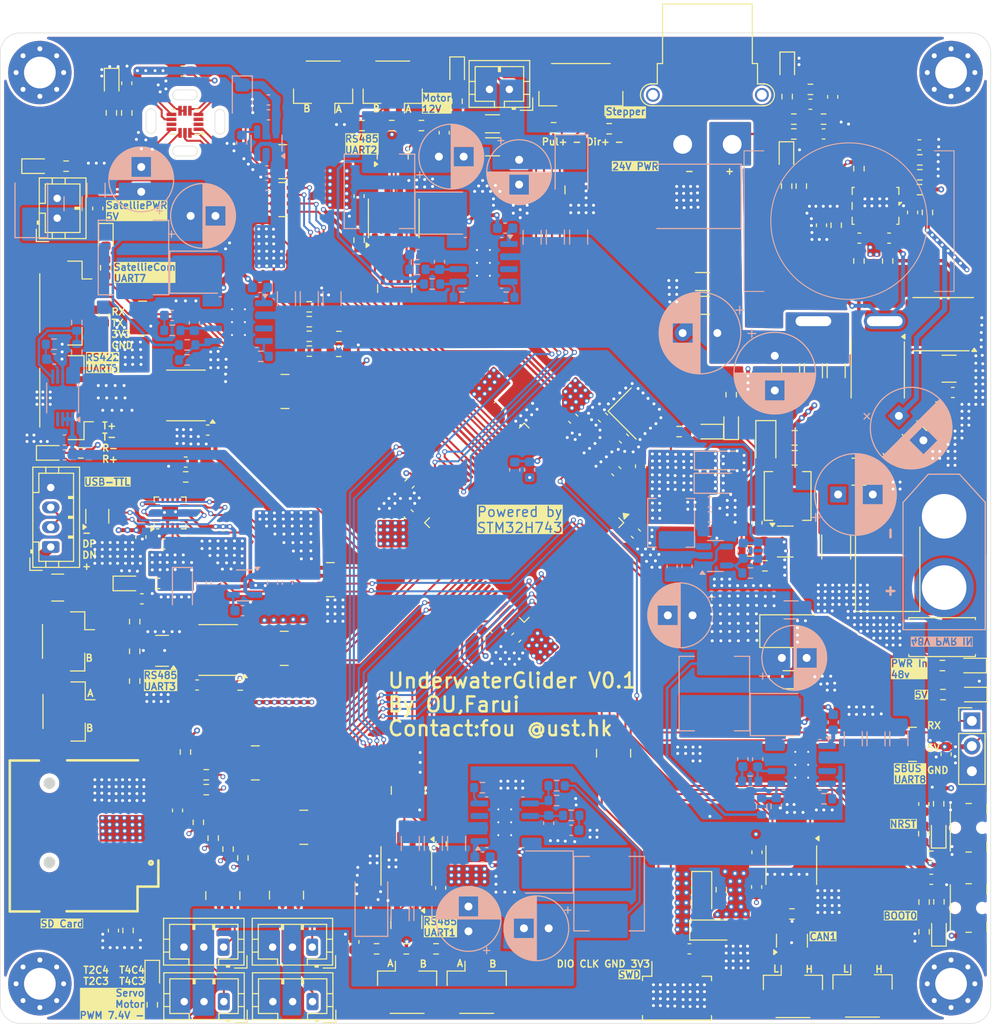
<source format=kicad_pcb>
(kicad_pcb (version 20241229) (generator "pcbnew") (generator_version "9.0")
  (layers (0 "F.Cu" signal) (4 "In1.Cu" signal) (6 "In2.Cu" signal) (2 "B.Cu" signal) (13 "F.Paste" user) (15 "B.Paste" user) (5 "F.SilkS" user "F.Silkscreen") (7 "B.SilkS" user "B.Silkscreen") (1 "F.Mask" user) (3 "B.Mask" user) (25 "Edge.Cuts" user))
  (net 0 "")
  (net 1 "Net-(U7-COMP)")
  (net 2 "GND")
  (net 3 "Net-(D3-K)")
  (net 4 "/MainControl/PH1")
  (net 5 "+5V")
  (net 6 "/MainControl/PH0")
  (net 7 "Net-(C3-Pad2)")
  (net 8 "+3.3V_MCU")
  (net 9 "/MainControl/VCAP")
  (net 10 "/MainControl/VREF+")
  (net 11 "/MainControl/NRST")
  (net 12 "/MainControl/BOOT0")
  (net 13 "+3.3V_IO")
  (net 14 "/MainControl/CAN1_H")
  (net 15 "/MainControl/CAN1_L")
  (net 16 "/MainControl/RS485_Bus1_A")
  (net 17 "/MainControl/RS485_Bus1_B")
  (net 18 "/MainControl/RS485_Bus2_A")
  (net 19 "/MainControl/RS485_Bus2_B")
  (net 20 "/MainControl/RS485_Bus3_B")
  (net 21 "/MainControl/RS485_Bus3_A")
  (net 22 "/MainControl/SDMMC1_CMD")
  (net 23 "/MainControl/SD_Detect")
  (net 24 "/MainControl/UART1_RX")
  (net 25 "/MainControl/UART2_RX")
  (net 26 "/MainControl/UART3_RX")
  (net 27 "/MainControl/UART4_RX")
  (net 28 "Net-(U2-INT2{slash}FSYNC{slash}CLKIN)")
  (net 29 "Net-(R58-Pad2)")
  (net 30 "Net-(R60-Pad2)")
  (net 31 "/MainControl/PC10")
  (net 32 "/MainControl/PD2")
  (net 33 "/MainControl/PC12")
  (net 34 "/MainControl/PC11")
  (net 35 "/MainControl/PC8")
  (net 36 "/MainControl/PC9")
  (net 37 "/MainControl/PC7")
  (net 38 "/MainControl/CAN1_TX")
  (net 39 "/MainControl/PD0")
  (net 40 "/MainControl/CAN1_RX")
  (net 41 "/MainControl/PD1")
  (net 42 "/MainControl/PA9")
  (net 43 "/MainControl/UART1_TX")
  (net 44 "/MainControl/UART1_DE")
  (net 45 "/MainControl/PA10")
  (net 46 "/MainControl/PA12")
  (net 47 "/MainControl/PA3")
  (net 48 "/MainControl/UART2_TX")
  (net 49 "/MainControl/PA1")
  (net 50 "/MainControl/PA2")
  (net 51 "/MainControl/UART2_DE")
  (net 52 "/MainControl/PD9")
  (net 53 "/MainControl/PD12")
  (net 54 "/MainControl/PD8")
  (net 55 "/MainControl/PB14")
  (net 56 "/MainControl/PB8")
  (net 57 "/MainControl/PB9")
  (net 58 "/MainControl/UART4_TX")
  (net 59 "/MainControl/PC2_C")
  (net 60 "/MainControl/PE3")
  (net 61 "/MainControl/PA8")
  (net 62 "/MainControl/PE6")
  (net 63 "/MainControl/PB0")
  (net 64 "/MainControl/PE14")
  (net 65 "/MainControl/PE4")
  (net 66 "/MainControl/PB7")
  (net 67 "/MainControl/PD3")
  (net 68 "/MainControl/PB3")
  (net 69 "/MainControl/PC0")
  (net 70 "/MainControl/PC5")
  (net 71 "/MainControl/PA11")
  (net 72 "/MainControl/PE9")
  (net 73 "/MainControl/PB1")
  (net 74 "/MainControl/PD5")
  (net 75 "/MainControl/PD6")
  (net 76 "/MainControl/PB10")
  (net 77 "/MainControl/PE15")
  (net 78 "/MainControl/PC13")
  (net 79 "/MainControl/PD14")
  (net 80 "/MainControl/PB12")
  (net 81 "/MainControl/PC6")
  (net 82 "/MainControl/PD7")
  (net 83 "/MainControl/PE12")
  (net 84 "/MainControl/PB4")
  (net 85 "/MainControl/PC3_C")
  (net 86 "/MainControl/PB5")
  (net 87 "/MainControl/PA6")
  (net 88 "/MainControl/PE2")
  (net 89 "/MainControl/PB6")
  (net 90 "/MainControl/PE0")
  (net 91 "/MainControl/PA13")
  (net 92 "/MainControl/PD15")
  (net 93 "/MainControl/PE1")
  (net 94 "/MainControl/PB13")
  (net 95 "/MainControl/PB2")
  (net 96 "/MainControl/PC14")
  (net 97 "/MainControl/PB15")
  (net 98 "/MainControl/PC15")
  (net 99 "/MainControl/PC1")
  (net 100 "/MainControl/PE11")
  (net 101 "/MainControl/PA0")
  (net 102 "/MainControl/PA5")
  (net 103 "/MainControl/PD13")
  (net 104 "/MainControl/PE7")
  (net 105 "/MainControl/PE5")
  (net 106 "/MainControl/PD11")
  (net 107 "/MainControl/PA4")
  (net 108 "/MainControl/PE10")
  (net 109 "/MainControl/PA14")
  (net 110 "/MainControl/PE13")
  (net 111 "/MainControl/PD10")
  (net 112 "/MainControl/PC4")
  (net 113 "/MainControl/PE8")
  (net 114 "/MainControl/PD4")
  (net 115 "/MainControl/PA15")
  (net 116 "/MainControl/PB11")
  (net 117 "/MainControl/PA7")
  (net 118 "+3.3V_IMU")
  (net 119 "/MainControl/UART3_DE")
  (net 120 "/MainControl/UART3_TX")
  (net 121 "Net-(U7-BOOT)")
  (net 122 "+48V")
  (net 123 "Net-(D11-A)")
  (net 124 "/MainControl/NUC1_ACT")
  (net 125 "+5V_SatellieCom")
  (net 126 "/MainControl/Pul-")
  (net 127 "/MainControl/Dir+")
  (net 128 "/MainControl/Pul+")
  (net 129 "/MainControl/Dir-")
  (net 130 "/MainControl/UART7_RX")
  (net 131 "+3.3V_SatellieCom")
  (net 132 "/MainControl/UART7_TX")
  (net 133 "+12V_Motor")
  (net 134 "/MainControl/TIM2_CH3")
  (net 135 "+7.4v_Servo")
  (net 136 "/MainControl/TIM2_CH4")
  (net 137 "/MainControl/TIM4_CH3")
  (net 138 "/MainControl/TIM4_CH4")
  (net 139 "/MainControl/UART8_RX")
  (net 140 "Net-(U16-VBUS)")
  (net 141 "+24V")
  (net 142 "Net-(U7-RT{slash}CLK)")
  (net 143 "/MainControl/UART4_CTS")
  (net 144 "/MainControl/UART4_RTS")
  (net 145 "/MainControl/UART5_RX")
  (net 146 "/MainControl/UART5_TX")
  (net 147 "/MainControl/CS_ICM-42688")
  (net 148 "/MainControl/SPI1_MOSI")
  (net 149 "/MainControl/SPI1_SCK")
  (net 150 "/MainControl/SPI1_MISO")
  (net 151 "/MainControl/UART8_TX")
  (net 152 "/MainControl/DRDY_ICM-42688")
  (net 153 "Net-(C24-Pad2)")
  (net 154 "Net-(U8-COMP)")
  (net 155 "Net-(U8-BOOT)")
  (net 156 "Net-(D4-K)")
  (net 157 "Net-(U10-BP)")
  (net 158 "Net-(U11-BP)")
  (net 159 "Net-(U17-FB)")
  (net 160 "Net-(U3-SET)")
  (net 161 "/MainControl/RS422_RX+")
  (net 162 "/MainControl/RS422_RX-")
  (net 163 "/MainControl/RS422_TX+")
  (net 164 "/MainControl/NUC1_DN")
  (net 165 "Net-(J20-Pin_1)")
  (net 168 "/Power/5v_FB")
  (net 169 "Net-(C79-Pad2)")
  (net 173 "/MainControl/NUC1_DP")
  (net 176 "Net-(U9-COMP)")
  (net 177 "Net-(U9-BOOT)")
  (net 178 "Net-(D5-K)")
  (net 179 "3V3_SWD")
  (net 180 "Net-(U18-FB)")
  (net 181 "Net-(C87-Pad2)")
  (net 182 "Net-(U18-COMP)")
  (net 183 "Net-(C89-Pad2)")
  (net 184 "Net-(U12-LX)")
  (net 185 "Net-(U12-BS)")
  (net 186 "Net-(U18-SS{slash}TRK)")
  (net 187 "Net-(Q1-D)")
  (net 188 "/Power/VAUX")
  (net 189 "Net-(U18-ILIM)")
  (net 190 "/Power/BST")
  (net 191 "/Power/SW")
  (net 192 "/Power/VCC")
  (net 193 "Net-(C115-Pad2)")
  (net 194 "Net-(U19-COMP)")
  (net 195 "Net-(U19-BOOT)")
  (net 196 "Net-(D14-K)")
  (net 197 "Net-(D6-A)")
  (net 198 "Net-(D12-A)")
  (net 199 "Net-(D22-A)")
  (net 200 "Net-(D23-A)")
  (net 201 "Net-(D24-A)")
  (net 202 "Net-(D25-A)")
  (net 203 "Net-(D26-A)")
  (net 204 "Net-(D27-A)")
  (net 205 "Net-(D28-A)")
  (net 206 "Net-(D29-A)")
  (net 207 "Net-(D30-A)")
  (net 208 "Net-(D31-A)")
  (net 209 "Net-(U17-SW)")
  (net 210 "Net-(Q1-G)")
  (net 211 "Net-(Q2-G)")
  (net 212 "Net-(U8-RT{slash}CLK)")
  (net 213 "Net-(U3-PGFB)")
  (net 214 "Net-(U9-RT{slash}CLK)")
  (net 215 "/MainControl/SWD_CLK")
  (net 216 "Net-(U18-SYNCIN)")
  (net 217 "Net-(U18-RT)")
  (net 218 "/Power/PG")
  (net 219 "Net-(U12-FB)")
  (net 220 "Net-(U18-EN{slash}UVLO)")
  (net 221 "/Power/HO")
  (net 222 "/Power/LO")
  (net 223 "Net-(U19-RT{slash}CLK)")
  (net 224 "/Power/SATCom_5v_FB")
  (net 225 "/Power/7.4v_FB")
  (net 226 "/Power/12v_FB")
  (net 227 "/Power/PG_SATCom_3.3v")
  (net 234 "Net-(J10-Pin_2)")
  (net 236 "Net-(D32-A)")
  (net 239 "/MainControl/RS422_TX-")
  (net 240 "Net-(D33-A)")
  (net 241 "/MainControl/SWD_DIO")
  (net 242 "Net-(J1-SHIELD)")
  (net 243 "/MainControl/SDMMC1_D2")
  (net 244 "/MainControl/SDMMC1_D3")
  (net 245 "/MainControl/SDMMC1_D1")
  (net 246 "/MainControl/SDMMC1_D0")
  (net 247 "/MainControl/SDMMC1_CLK")
  (footprint "Resistor_SMD:R_0603_1608Metric" (layer "F.Cu") (at 33 92.4 -90)
    (property "Reference" "R3" (hide yes))
    (property "Value" "10k" (hide yes))
  )
  (footprint "Package_SO:SOIC-8_3.9x4.9mm_P1.27mm" (layer "F.Cu") (at 49.73 28.725 90)
    (property "Reference" "U14" (hide yes))
    (property "Value" "SN75176AD" (hide yes))
  )
  (footprint "Resistor_SMD:R_Array_Concave_4x0603" (layer "F.Cu") (at 32.475 97.1 -90)
    (property "Reference" "RN17" (hide yes))
    (property "Value" "82R" (hide yes))
  )
  (footprint "Resistor_SMD:R_0603_1608Metric" (layer "F.Cu") (at 31.5 91.3 -90)
    (property "Reference" "R4" (hide yes))
    (property "Value" "10k" (hide yes))
  )
  (footprint "Resistor_SMD:R_0603_1608Metric" (layer "F.Cu") (at 90.125 18.7)
    (property "Reference" "R47" (hide yes))
    (property "Value" "300k" (hide yes))
  )
  (footprint "Connector_JST:JST_GH_SM02B-GHS-TB_1x02-1MP_P1.25mm_Horizontal" (layer "F.Cu") (at 51.08 106.425)
    (property "Reference" "J14" (hide yes))
    (property "Value" "Conn_01x02_MountingPin" (hide yes))
  )
  (footprint "Capacitor_SMD:C_0603_1608Metric" (layer "F.Cu") (at 93.125 20.2 180)
    (property "Reference" "C87" (hide yes))
    (property "Value" "270p" (hide yes))
  )
  (footprint "Resistor_SMD:R_0603_1608Metric" (layer "F.Cu") (at 30.8 86.4)
    (property "Reference" "R7" (hide yes))
    (property "Value" "10k" (hide yes))
  )
  (footprint "Resistor_SMD:R_0603_1608Metric" (layer "F.Cu") (at 41.2 39.15 180)
    (property "Reference" "R27" (hide yes))
    (property "Value" "4.7k" (hide yes))
  )
  (footprint "Resistor_SMD:R_0603_1608Metric" (layer "F.Cu") (at 102.84 22.82)
    (property "Reference" "R51" (hide yes))
    (property "Value" "51k" (hide yes))
  )
  (footprint "Capacitor_SMD:C_0603_1608Metric" (layer "F.Cu") (at 74.65 53.75 90)
    (property "Reference" "C58" (hide yes))
    (property "Value" "100n" (hide yes))
  )
  (footprint "Capacitor_SMD:C_1206_3216Metric" (layer "F.Cu") (at 89.75 75.3)
    (property "Reference" "C15" (hide yes))
    (property "Value" "10u" (hide yes))
  )
  (footprint "Capacitor_SMD:C_0603_1608Metric" (layer "F.Cu") (at 45.705 101.775 90)
    (property "Reference" "C16" (hide yes))
    (property "Value" "100n" (hide yes))
  )
  (footprint "Resistor_SMD:R_0603_1608Metric" (layer "F.Cu") (at 41.2 37.65)
    (property "Reference" "R28" (hide yes))
    (property "Value" "4.7k" (hide yes))
  )
  (footprint "Resistor_SMD:R_Array_Concave_4x0603" (layer "F.Cu") (at 38.75 46.2 180)
    (property "Reference" "RN11" (hide yes))
    (property "Value" "82R" (hide yes))
  )
  (footprint "Capacitor_SMD:C_0603_1608Metric" (layer "F.Cu") (at 102.8 21.3 180)
    (property "Reference" "C91" (hide yes))
    (property "Value" "470n" (hide yes))
  )
  (footprint "Resistor_SMD:R_0603_1608Metric" (layer "F.Cu") (at 87.2 63.8)
    (property "Reference" "R55" (hide yes))
    (property "Value" "10K" (hide yes))
  )
  (footprint "LED_SMD:LED_0603_1608Metric" (layer "F.Cu") (at 20.66 30.72 -90)
    (property "Reference" "D29" (hide yes))
    (property "Value" "LED" (hide yes))
  )
  (footprint "LED_SMD:LED_0603_1608Metric" (layer "F.Cu") (at 89.38 22.475 -90)
    (property "Reference" "D6" (hide yes))
    (property "Value" "LED" (hide yes))
  )
  (footprint "Resistor_SMD:R_0603_1608Metric" (layer "F.Cu") (at 78.5375 50.25)
    (property "Reference" "R79" (hide yes))
    (property "Value" "1k" (hide yes))
  )
  (footprint "Capacitor_SMD:C_0603_1608Metric" (layer "F.Cu") (at 86.4 59.45 90)
    (property "Reference" "C90" (hide yes))
    (property "Value" "100n" (hide yes))
  )
  (footprint "Capacitor_SMD:C_0603_1608Metric" (layer "F.Cu") (at 74.175 60.55 -45)
    (property "Reference" "C57" (hide yes))
    (property "Value" "100n" (hide yes))
  )
  (footprint "Resistor_SMD:R_0603_1608Metric" (layer "F.Cu") (at 83.8 46.525 -90)
    (property "Reference" "R64" (hide yes))
    (property "Value" "10k" (hide yes))
  )
  (footprint "Capacitor_SMD:C_0603_1608Metric" (layer "F.Cu") (at 99.74 30.72)
    (property "Reference" "C96" (hide yes))
    (property "Value" "100nF" (hide yes))
  )
  (footprint "Resistor_SMD:R_0603_1608Metric" (layer "F.Cu") (at 28.725 54.825 180)
    (property "Reference" "R23" (hide yes))
    (property "Value" "330R" (hide yes))
  )
  (footprint "Capacitor_SMD:C_0603_1608Metric" (layer "F.Cu") (at 86.4 92.725 90)
    (property "Reference" "C7" (hide yes))
    (property "Value" "100n" (hide yes))
  )
  (footprint "Capacitor_SMD:C_0603_1608Metric" (layer "F.Cu") (at 24.2 60.9 -90)
    (property "Reference" "C46" (hide yes))
    (property "Value" "0u1" (hide yes))
  )
  (footprint "Resistor_SMD:R_0603_1608Metric" (layer "F.Cu") (at 25.885 65.58 180)
    (property "Reference" "R80" (hide yes))
    (property "Value" "1k" (hide yes))
  )
  (footprint "LED_SMD:LED_0603_1608Metric" (layer "F.Cu") (at 81.55 50.25 180)
    (property "Reference" "D26" (hide yes))
    (property "Value" "LED" (hide yes))
  )
  (footprint "Capacitor_SMD:C_1210_3225Metric" (layer "F.Cu") (at 104 48.7 -45)
    (property "Reference" "C101" (hide yes))
    (property "Value" "C" (hide yes))
  )
  (footprint "Resistor_SMD:R_0603_1608Metric" (layer "F.Cu") (at 90.125 20.2)
    (property "Reference" "R46" (hide yes))
    (property "Value" "3830R" (hide yes))
  )
  (footprint "Package_TO_SOT_SMD:SOT-23-6" (layer "F.Cu") (at 89.2625 61.35)
    (property "Reference" "U12" (hide yes))
    (property "Value" "LMR51610" (hide yes))
  )
  (footprint "LED_SMD:LED_0603_1608Metric" (layer "F.Cu") (at 89.46 13.4125 -90)
    (property "Reference" "D23" (hide yes))
    (property "Value" "LED" (hide yes))
  )
  (footprint "Resistor_SMD:R_0603_1608Metric" (layer "F.Cu") (at 49.525 19.35 180)
    (property "Reference" "R16" (hide yes))
    (property "Value" "120R" (hide yes))
  )
  (footprint "Button_Switch_SMD:Panasonic_EVQPUL_EVQPUC" (layer "F.Cu") (at 107.775 98.35 -90)
    (property "Reference" "SW2" (hide yes))
    (property "Value" "BOOT0" (hide yes))
  )
  (footprint "Resistor_SMD:R_Array_Concave_4x0603" (layer "F.Cu") (at 43.325 65.2 180)
    (property "Reference" "RN10" (hide yes))
    (property "Value" "82R" (hide yes))
  )
  (footprint "Capacitor_SMD:C_0603_1608Metric" (layer "F.Cu") (at 26.5 61.6 180)
    (property "Reference" "C27" (hide yes))
    (property "Value" "1u" (hide yes))
  )
  (footprint "Package_SO:SOIC-8_3.9x4.9mm_P1.27mm" (layer "F.Cu") (at 32 72.3 180)
    (property "Reference" "U15" (hide yes))
    (property "Value" "SN75176AD" (hide yes))
  )
  (footprint "Resistor_SMD:R_0603_1608Metric" (layer "F.Cu") (at 52.525 19.35 180)
    (property "Reference" "R15" (hide yes))
    (property "Value" "4k7" (hide yes))
  )
  (footprint "LED_SMD:LED_0603_1608Metric" (layer "F.Cu") (at 22.88 65.58)
    (property "Reference" "D27" (hide yes))
    (property "Value" "LED" (hide yes))
  )
  (footprint "Resistor_SMD:R_0603_1608Metric" (layer "F.Cu") (at 41.2 42.125 180)
    (property "Reference" "R29" (hide yes))
    (property "Value" "33k" (hide yes))
  )
  (footprint "Resistor_SMD:R_0603_1608Metric" (layer "F.Cu") (at 103.95 93.125)
    (property "Reference" "R59" (hide yes))
    (property "Value" "10k" (hide yes))
  )
  (footprint "Package_TO_SOT_SMD:SOT-363_SC-70-6" (layer "F.Cu") (at 19.8 58.8 90)
    (property "Reference" "U6" (hide yes))
    (property "Value" "TPD4E1U06DCKR" (hide yes))
  )
  (footprint "Capacitor_SMD:C_1210_3225Metric" (layer "F.Cu") (at 105.8 43.9)
    (property "Reference" "C105" (hide yes))
    (property "Value" "C" (hide yes))
  )
  (footprint "Connector_JST:JST_PH_B2B-PH-K_1x02_P2.00mm_Vertical" (layer "F.Cu") (at 15.75 28.7 90)
    (property "Reference" "J2" (hide yes))
    (property "Value" "Conn_01x02" (hide yes))
  )
  (footprint "Resistor_SMD:R_0603_1608Metric" (layer "F.Cu") (at 91.8 15.7)
    (property "Reference" "R49" (hide yes))
    (property "Value" "309k" (hide yes))
  )
  (footprint "Capacitor_SMD:C_0603_1608Metric" (layer "F.Cu") (at 96.74 30.72)
    (property "Reference" "C97" (hide yes))
    (property "Value" "2.2u" (hide yes))
  )
  (footprint "Package_SO:SOIC-8_3.9x4.9mm_P1.27mm" (layer "F.Cu") (at 51 94.1 -90)
    (property "Reference" "U13" (hide yes))
    (property "Value" "SN75176AD" (hide yes))
  )
  (footprint "Resistor_SMD:R_0603_1608Metric" (layer "F.Cu") (at 20.65 33.7075 90)
    (property "Reference" "R82" (hide yes))
    (property "Value" "1k" (hide yes))
  )
  (footprint "Capacitor_SMD:C_1206_3216Metric" (layer "F.Cu") (at 59.7 19.175 180)
    (property "Reference" "C119" (hide yes))
    (property "Value" "10u" (hide yes))
  )
  (footprint "LED_SMD:LED_0603_1608Metric" (layer "F.Cu") (at 104.75 90.8125 90)
    (property "Reference" "D32" (hide yes))
    (property "Value" "LED" (hide yes))
  )
  (footprint "Resistor_SMD:R_Array_Concave_4x0603" (layer "F.Cu") (at 51.205 86.475 -90)
    (property "Reference" "RN7" (hide yes))
    (property "Value" "82R" (hide yes))
  )
  (footprint "Resistor_SMD:R_0603_1608Metric" (layer "F.Cu") (at 94.4 29.42 -90)
    (property "Reference" "R63" (hide yes))
    (property "Value" "560R" (hide yes))
  )
  (footprint "Capacitor_SMD:C_0603_1608Metric" (layer "F.Cu") (at 28.4 13.85 180)
    (property "Reference" "C5" (hide yes))
    (property "Value" "100n" (hide yes))
  )
  (footprint "Capacitor_SMD:C_0603_1608Metric" (layer "F.Cu") (at 22.775 15.075 90)
    (property "Reference" "C4" (hide yes))
    (property "Value" "100n" (hide yes))
  )
  (footprint "Resistor_SMD:R_0603_1608Metric" (layer "F.Cu") (at 23.575 69.435 -90)
    (property "Reference" "R19" (hide yes))
    (property "Value" "4k7" (hide yes))
  )
  (footprint "MountingHole:MountingHole_3.2mm_M3_Pad_Via" (layer "F.Cu") (at 14 106)
    (property "Reference" "H2" (hide yes))
    (property "Value" "MountingHole_Pad_MP" (hide yes))
  )
  (footprint "Resistor_SMD:R_Array_Concave_4x0603" (layer "F.Cu") (at 65.3 25.85 90)
    (property "Reference" "RN16" (hide yes))
    (property "Value" "82R" (hide yes))
  )
  (footprint "Fuse:Fuseholder_Littelfuse_Nano2_157x" (layer "F.Cu") (at 105.1 71 180)
    (property "Reference" "F1" (hide yes))
    (property "Value" "Fuse" (hide yes))
  )
  (footprint "Resistor_SMD:R_0603_1608Metric" (layer "F.Cu") (at 102.84 24.32 180)
    (property "Reference" "R56" (hide yes))
    (property "Value" "10k" (hide yes))
  )
  (footprint "Connector_JST:JST_PH_B3B-PH-K_1x03_P2.00mm_Vertical" (layer "F.Cu") (at 32.55 102.3 180)
    (property "Reference" "J7" (hide yes))
    (property "Value" "Conn_01x03" (hide yes))
  )
  (footprint "Connector_JST:JST_GH_SM02B-GHS-TB_1x02-1MP_P1.25mm_Horizontal" (layer "F.Cu") (at 42.6 15.4 180)
    (property "Reference" "J15" (hide yes))
    (property "Value" "Conn_01x02_MountingPin" (hide yes))
  )
  (footprint "Package_TO_SOT_SMD:TDSON-8-1" (layer "F.Cu") (at 98.595 43.8 -90)
    (property "Reference" "Q1" (hide yes))
    (property "Value" "BSC070N10" (hide yes))
  )
  (footprint "Capacitor_SMD:C_0603_1608Metric" (layer "F.Cu") (at 86.37 96.225 90)
    (property "Reference" "C10" (hide yes))
    (property "Value" "100n" (hide yes))
  )
  (footprint "Resistor_SMD:R_0603_1608Metric" (layer "F.Cu") (at 89.45 16.425 90)
    (property "Reference" "R76" (hide yes))
    (property "Value" "51k" (hide yes))
  )
  (footprint "Capacitor_SMD:C_1210_3225Metric" (layer "F.Cu") (at 96.7 54.3)
    (property "Reference" "C99" (hide yes))
    (property "Value" "C" (hide yes))
  )
  (footprint "Resistor_SMD:R_0603_1608Metric" (layer "F.Cu") (at 65.875 19.575)
    (property "Reference" "R31" (hide yes))
    (property "Value" "1k" (hide yes))
  )
  (footprint "Capacitor_SMD:C_0603_1608Metric" (layer "F.Cu") (at 30.95 50.1 180)
    (property "Reference" "C13" (hide yes))
    (property "Value" "100n" (hide yes))
  )
  (footprint "Package_TO_SOT_SMD:TDSON-8-1" (layer "F.Cu") (at 105.205 39.405 180)
    (property "Reference" "Q2" (hide yes))
    (property "Value" "BSC070N10" (hide yes))
  )
  (footprint "LED_SMD:LED_0603_1608Metric" (layer "F.Cu") (at 25.35 105.12 -90)
    (property "Reference" "D31" (hide yes))
    (property "Value" "LED" (hide yes))
  )
  (footprint "Capacitor_SMD:C_0603_1608Metric" (layer "F.Cu") (at 105.5 82.825 -90)
    (property "Reference" "C76" (hide yes))
    (property "Value" "10u" (hide yes))
  )
  (footprint "Resistor_SMD:R_0603_1608Metric" (layer "F.Cu") (at 46.525 19.35 180)
    (property "Reference" "R17" (hide yes))
    (property "Value" "4k7" (hide yes))
  )
  (footprint "Capacitor_SMD:C_1206_3216Metric" (layer "F.Cu") (at 92.1 44.1 -90)
    (property "Reference" "C104" (hide yes))
    (property "Value" "C" (hide yes))
  )
  (footprint "Resistor_SMD:R_0603_1608Metric" (layer "F.Cu") (at 89.4 25.475 90)
    (property "Reference" "R52" (hide yes))
    (property "Value" "4k7" (hide yes))
  )
  (footprint "Resistor_SMD:R_0603_1608Metric" (layer "F.Cu") (at 105.12 73.87)
    (property "Reference" "R75" (hide yes))
    (property "Value" "100k" (hide yes))
  )
  (footprint "Capacitor_SMD:C_1206_3216Metric" (layer "F.Cu") (at 59.7 21.5 180)
    (property "Reference" "C118" (hide yes))
    (property "Value" "10u" (hide yes))
  )
  (footprint "Resistor_SMD:R_0603_1608Metric" (layer "F.Cu") (at 30.8 84.9)
    (property "Reference" "R8" (hide yes))
    (property "Value" "10k" (hide yes))
  )
  (footprint "Resistor_SMD:R_0603_1608Metric" (layer "F.Cu") (at 34.225 75.835)
    (property "Reference" "R18" (hide yes))
    (property "Value" "10k" (hide yes))
  )
  (footprint "Connector_Molex:Molex_PicoBlade_53261-0471_1x04-1MP_P1.25mm_Horizontal" (layer "F.Cu") (at 78.33 106.95)
    (property "Reference" "J28" (hide yes))
    (property "Value" "SWD" (hide yes))
  )
  (footprint "Connector_JST:JST_GH_SM02B-GHS-TB_1x02-1MP_P1.25mm_Horizontal" (layer "F.Cu") (at 16.875 78.51 -90)
    (property "Reference" "J18" (hide yes))
    (property "Value" "Conn_01x02_MountingPin" (hide yes))
  )
  (footprint "Capacitor_SMD:C_0603_1608Metric" (layer "F.Cu") (at 29.875 75.835)
    (property "Reference" "C12" (hide yes))
    (property "Value" "100n" (hide yes))
  )
  (footprint "Connector_JST:JST_PH_B3B-PH-K_1x03_P2.00mm_Vertical" (layer "F.Cu") (at 41.5 102.3 180)
    (property "Reference" "J9" (hide yes))
    (property "Value" "Conn_01x03" (hide yes))
  )
  (footprint "Resistor_SMD:R_0603_1608Metric" (layer "F.Cu") (at 54.505 91.875 90)
    (property "Reference" "R10" (hide yes))
    (property "Value" "10k" (hide yes))
  )
  (footprint "Capacitor_SMD:C_0603_1608Metric" (layer "F.Cu") (at 27.9 88.5 -90)
    (property "Reference" "C73" (hide yes))
    (property "Value" "100n" (hide yes))
  )
  (footprint "Resistor_SMD:R_0603_1608Metric" (layer "F.Cu") (at 105.1875 76.8)
    (property "Reference" "R78" (hide yes))
    (property "Value" "10k" (hide yes))
  )
  (footprint "Capacitor_SMD:C_1206_3216Metric" (layer "F.Cu") (at 89.8 44.1 -90)
    (property "Reference" "C106" (hide yes))
    (property "Value" "C" (hide yes))
  )
  (footprint "Resistor_SMD:R_0603_1608Metric" (layer "F.Cu") (at 22.9 100.625 -90)
    (property "Reference" "R1" (hide yes))
    (property "Value" "1M" (hide yes))
  )
  (footprint "Package_TO_SOT_SMD:SOT-23" (layer "F.Cu") (at 26.3375 72.385 180)
    (property "Reference" "D10" (hide yes))
    (property "Value" "SM712" (hide yes))
  )
  (footprint "Resistor_SMD:R_0603_1608Metric" (layer "F.Cu") (at 16.6475 23.45 180)
    (property "Reference" "R83" (hide yes))
    (property "Value" "10k" (hide yes))
  )
  (footprint "Capacitor_SMD:C_0805_2012Metric" (layer "F.Cu") (at 90.2 52.9)
    (property "Reference" "C94" (hide yes))
    (property "Value" "22u" (hide yes))
  )
  (footprint "MountingHole:MountingHole_3.2mm_M3_Pad_Via" (layer "F.Cu") (at 106 106)
    (property "Reference" "H3" (hide yes))
    (property "Value" "MountingHole_Pad_MP" (hide yes))
  )
  (footprint "Capacitor_SMD:C_0603_1608Metric" (layer "F.Cu") (at 72.975 50.95 -45)
    (property "Reference" "C9" (hide yes))
    (property "Value" "20p" (hide yes))
  )
  (footprint "Resistor_SMD:R_0603_1608Metric" (layer "F.Cu") (at 103.615 28.12 -90)
    (property "Reference" "R57" (hide yes))
    (property "Value" "NC" (hide yes))
  )
  (footprint "Resistor_SMD:R_Array_Concave_4x0603" (layer "F.Cu") (at 35.75 83.7)
    (property "Reference" "RN5" (hide yes))
    (property "Value" "82R" (hide yes))
  )
  (footprint "Capacitor_SMD:C_0603_1608Metric" (layer "F.Cu") (at 59.2 70.825 -45)
    (property "Reference" "C61" (hide yes))
    (property "Value" "2.2u" (hide yes))
  )
  (footprint "Capacitor_SMD:C_0603_1608Metric" (layer "F.Cu") (at 24.3 67.135)
    (property "Reference" "C18" (hide yes))
    (property "Value" "100n" (hide yes))
  )
  (footprint "Package_TO_SOT_SMD:SOT-23" (layer "F.Cu") (at 49.625 22.0875 90)
    (property "Reference" "D9" (hide yes))
    (property "Value" "SM712" (hide yes))
  )
  (footprint "Resistor_SMD:R_Array_Concave_4x0603" (layer "F.Cu") (at 49.825 35.8 90)
    (property "Reference" "RN8" (hide yes))
    (property "Value" "82R" (hide yes))
  )
  (footprint "Resistor_SMD:R_Array_Concave_4x0603" (layer "F.Cu") (at 24.375 38.8 180)
    (property "Reference" "RN12" (hide yes))
    (property "Value" "82R" (hide yes))
  )
  (footprint "Resistor_SMD:R_0603_1608Metric" (layer "F.Cu") (at 102.815 25.82)
    (property "Reference" "R62" (hide yes))
    (property "Value" "10k" (hide yes))
  )
  (footprint "Diode_SMD:D_SMF" (layer "F.Cu") (at 81.975 100.575)
    (property "Reference" "D34" (hide yes))
    (property "Value" "3V3 TVS" (hide yes))
  )
  (footprint "Connector_JST:JST_GH_SM02B-GHS-TB_1x02-1MP_P1.25mm_Horizontal" (layer "F.Cu") (at 97.06 106.8)
    (property "Reference" "J12" (hide yes))
    (property "Value" "Conn_01x02_MountingPin" (hide yes))
  )
  (footprint "Diode_SMD:D_SMC" (layer "F.Cu") (at 99.6 63.5 90)
    (property "Reference" "D2" (hide yes))
    (property "Value" "SMCJ51A" (hide yes))
  )
  (footprint "Resistor_SMD:R_0603_1608Metric" (layer "F.Cu") (at 96.7 33.02 -90)
    (property "Reference" "R66" (hide yes))
    (property "Value" "0R" (hide yes))
  )
  (footprint "Resistor_SMD:R_0603_1608Metric" (layer "F.Cu") (at 85.675 62.3)
    (property "Reference" "R54" (hide yes))
    (property "Value" "118k" (hide yes))
  )
  (footprint "Capacitor_SMD:C_1210_3225Metric" (layer "F.Cu") (at 100.6 52 -45)
    (property "Reference" "C103" (hide yes))
    (property "Value" "C" (hide yes))
  )
  (footprint "Capacitor_SMD:C_0603_1608Metric" (layer "F.Cu") (at 54.47 96.32 -90)
    (property "Reference" "C8" (hide yes))
    (property "Value" "100n" (hide yes))
  )
  (footprint "Resistor_SMD:R_0603_1608Metric" (layer "F.Cu") (at 103.275 97.75 -90)
    (property "Reference" "R60" (hide yes))
    (property "Value" "330R" (hide yes))
  )
  (footprint "Package_SO:SOIC-8_3.9x4.9mm_P1.27mm" (layer "F.Cu") (at 28.75 46.6 180)
    (property "Reference" "U5" (hide yes))
    (property "Value" "SN75179B" (hide yes))
  )
  (footprint "Resistor_SMD:R_Array_Concave_4x0603" (layer "F.Cu") (at 71.925 82.725 -90)
    (property "Reference" "RN6" (hide yes))
    (property "Value" "82R" (hide yes))
  )
  (footprint "Fuse:Fuse_Littelfuse-NANO2-451_453" (layer "F.Cu") (at 94.4 61.9 -90)
    (property "Reference" "F2" (hide yes))
    (property "Value" "Fuse" (hide yes))
  )
  (footprint "Capacitor_SMD:C_0603_1608Metric" (layer "F.Cu") (at 106.175 46.3 180)
    (property "Reference" "C98" (hide yes))
    (property "Value" "100n" (hide yes))
  )
  (footprint "LED_SMD:LED_0603_1608Metric" (layer "F.Cu") (at 83.8 49.5625 90)
    (property "Reference" "D12" (hide yes))
    (property "Value" "LED" (hide yes))
  )
  (footprint "Resistor_SMD:R_0603_1608Metric" (layer "F.Cu") (at 18.125 52.4 180)
    (property "Reference" "R22" (hide yes))
    (property "Value" "1k" (hide yes))
  )
  (footprint "Diode_SMD:D_SMF" (layer "F.Cu") (at 80.825 97.025 -90)
    (property "Reference" "D35" (hide yes))
    (property "Value" "K34" (hide yes))
  )
  (footprint "Capacitor_SMD:C_0603_1608Metric" (layer "F.Cu") (at 104 95.45)
    (property "Reference" "C71" (hide yes))
    (property "Value" "100n" (hide yes))
  )
  (footprint "Resistor_SMD:R_0603_1608Metric" (layer "F.Cu") (at 82.8 96.5 90)
    (property "Reference" "R87" (hide yes))
    (property "Value" "10k" (hide yes))
  )
  (footprint "Crystal:Crystal_SMD_3225-4Pin_3.2x2.5mm" (layer "F.Cu") (at 73.953858 48.426777 -45)
    (property "Reference" "Y1" (hide yes))
    (property "Value" "25MHz" (hide yes))
  )
  (footprint "Connector_JST:JST_GH_SM02B-GHS-TB_1x02-1MP_P1.25mm_Horizontal" (layer "F.Cu") (at 90.035 106.85)
    (property "Reference" "J11" (hide yes))
    (property "Value" "Conn_01x02_MountingPin" (hide yes))
  )
  (footprint "Package_TO_SOT_SMD:SOT-23" (layer "F.Cu") (at 89.935 101.65 90)
    (property "Reference" "D1" (hide yes))
    (property "Value" "NUP2105L" (hide yes))
  )
  (footprint "LED_SMD:LED_0603_1608Metric" (layer "F.Cu") (at 56.13 13.9075 -90)
    (property "Reference" "D24" (hide yes))
    (property "Value" "LED" (hide yes))
  )
  (footprint "Resistor_SMD:R_Array_Concave_4x0603" (layer "F.Cu") (at 38.525 23 180)
    (property "Reference" "RN15" (hide yes))
    (property "Value" "82R" (hide yes))
  )
  (footprint "Resistor_SMD:R_0603_1608Metric" (layer "F.Cu") (at 96.7 23.7 -90)
    (property "Reference" "R50" (hide yes))
    (property "Value" "10k" (hide yes))
  )
  (footprint "Resistor_SMD:R_0603_1608Metric" (layer "F.Cu") (at 30 89.7 -90)
    (property "Reference" "R6" (hide yes))
    (property "Value" "10k" (hide yes))
  )
  (footprint "Capacitor_SMD:C_0603_1608Metric" (layer "F.Cu") (at 28.725 53.325 180)
    (property "Reference" "C20" (hide yes))
    (property "Value" "0u1" (hide yes))
  )
  (footprint "Resistor_SMD:R_0603_1608Metric" (layer "F.Cu") (at 48 102.475)
    (property "Reference" "R11" (hide yes))
    (property "Value" "4k7" (hide yes))
  )
  (footprint "Package_DFN_QFN:Texas_RGY_R-PVQFN-N20_EP2.05x3.05mm" (layer "F.Cu") (at 98.37 27.46 -90)
    (property "Reference" "U18" (hide yes))
    (property "Value" "LM5145" (hide yes))
  )
  (footprint "Resistor_SMD:R_0603_1608Metric" (layer "F.Cu") (at 99.6 33.02 -90)
    (property "Reference" "R65" (hide yes))
    (property "Value" "0R" (hide yes))
  )
  (footprint "Resistor_SMD:R_Array_Concave_4x0603" (layer "F.Cu") (at 38.675 72.135 180)
    (property "Reference" "RN9" (hide yes))
    (property "Value" "82R" (hide yes))
  )
  (footprint "Capacitor_SMD:C_0603_1608Metric" (layer "F.Cu") (at 102.115 28.12 -90)
    (property "Reference" "C92" (hide yes))
    (property "Value" "100n" (hide yes))
  )
  (footprint "LED_SMD:LED_0603_1608Metric" (layer "F.Cu") (at 104.775 100.7125 90)
    (property "Reference" "D33" (hide yes))
    (property "Value" "LED" (hide yes))
  )
  (footprint "Capacitor_SMD:C_0805_2012Metric" (layer "F.Cu") (at 90.2 50.885)
    (property "Reference" "C93" (hide yes))
    (property "Value" "22u" (hide yes))
  )
  (footprint "Connector_JST:JST_PH_B2B-PH-K_1x02_P2.00mm_Vertical" (layer "F.Cu") (at 61.4 15.7 180)
    (property "Reference" "J5" (hide yes))
    (property "Value" "Conn_01x02" (hide yes))
  )
  (footprint "Package_SO:SOIC-8_3.9x4.9mm_P1.27mm" (layer "F.Cu") (at 89.87 94.025 -90)
    (property "Reference" "U4" (hide yes))
    (property "Value" "TJA1042T-3" (hide yes))
  )
  (footprint "Diode_SMD:D_SMF" (layer "F.Cu") (at 87.3 51.5 -90)
    (property "Reference" "D7" (hide yes))
    (property "Value" "K34" (hide yes))
  )
  (footprint "Resistor_SMD:R_0603_1608Metric" (layer "F.Cu") (at 21.22 18.075 90)
    (property "Reference" "R81" (hide yes))
    (property "Value" "1k" (hide yes))
  )
  (footprint "Resistor_SMD:R_0603_1608Metric" (layer "F.Cu") (at 44.175 42.15 180)
    (property "Reference" "R24" (hide yes))
    (property "Value" "100k" (hide yes))
  )
  (footprint "Connector_JST:JST_GH_SM04B-GHS-TB_1x04-1MP_P1.25mm_Horizontal" (layer "F.Cu") (at 16.55 37.275 -90)
    (property "Reference" "J4" (hide yes))
    (property "Value" "Conn_01x04_MountingPin" (hide yes))
  )
  (footprint "Resistor_SMD:R_0603_1608Metric" (layer "F.Cu") (at 103.25 90.85 -90)
    (property "Reference" "R58" (hide yes))
    (property "Value" "330R" (hide yes))
  )
  (footprint "Connector_JST:JST_GH_SM04B-GHS-TB_1x04-1MP_P1.25mm_Horizontal" (layer "F.Cu") (at 68.625 15.65 180)
    (property "Reference" "J3" (hide yes))
    (property "Value" "Conn_01x04_MountingPin" (hide yes))
  )
  (footprint "UnderwaterGlider:TF-SMD_TF-PUSH" (layer "F.Cu") (at 20.6635 90.7 -90)
    (property "Reference" "J1" (hide yes))
    (property "Value" "Micro_SD_Card_Det1" (hide yes))
    (fp_poly (pts (xy -4.355133 5.621684) (xy -4.395672 5.47039) (xy -4.473988 5.334743) (xy -4.584743 5.223988) (xy -4.72039 5.145672) (xy -4.871684 5.105133) (xy -5.028316 5.105133) (xy -5.17961 5.145672) (xy -5.315257 5.223988) (xy -5.426012 5.334743) (xy -5.504328 5.47039) (xy -5.544867 5.621684) (xy -5.544867 5.778316) (xy -5.504328 5.92961) (xy -5.426012 6.065257) (xy -5.315257 6.176012) (xy -5.17961 6.254328) (xy -5.028316 6.294867) (xy -4.871684 6.294867) (xy -4.72039 6.254328) (xy -4.584743 6.176012) (xy -4.473988 6.065257) (xy -4.395672 5.92961) (xy -4.355133 5.778316)) (fill yes) (layer "Edge.Cuts"))
    (fp_poly (pts (xy 3.644867 5.621684) (xy 3.604328 5.47039) (xy 3.526012 5.334743) (xy 3.415257 5.223988) (xy 3.27961 5.145672) (xy 3.128316 5.105133) (xy 2.971684 5.105133) (xy 2.82039 5.145672) (xy 2.684743 5.223988) (xy 2.573988 5.334743) (xy 2.495672 5.47039) (xy 2.455133 5.621684) (xy 2.455133 5.778316) (xy 2.495672 5.92961) (xy 2.573988 6.065257) (xy 2.684743 6.176012) (xy 2.82039 6.254328) (xy 2.971684 6.294867) (xy 3.128316 6.294867) (xy 3.27961 6.254328) (xy 3.415257 6.176012) (xy 3.526012 6.065257) (xy 3.604328 5.92961) (xy 3.644867 5.778316)) (fill yes) (layer "Edge.Cuts"))
  )
  (footprint "Resistor_SMD:R_0603_1608Metric" (layer "F.Cu") (at 23.575 75.435 -90)
    (property "Reference" "R21" (hide yes))
    (property "Value" "4k7" (hide yes))
  )
  (footprint "0_RM2024:PQFN50P300X250X97-14N" (layer "F.Cu") (at 28.65 18.975 180)
    (property "Reference" "U2" (hide yes))
    (property "Value" "ICM-42688-P" (hide yes))
  )
  (footprint "Capacitor_SMD:C_0603_1608Metric" (layer "F.Cu") (at 72.2 54.25 135)
    (property "Reference" "C59" (hide yes))
    (property "Value" "100n" (hide yes))
  )
  (footprint "Resistor_SMD:R_0603_1608Metric" (layer "F.Cu") (at 103.275 100.75 -90)
    (property "Reference" "R61" (hide yes))
    (property "Value" "10k" (hide yes))
  )
  (footprint "Resistor_SMD:R_0603_1608Metric" (layer "F.Cu") (at 56.12 16.895 90)
    (property "Reference" "R77" (hide yes))
    (property "Value" "10k" (hide yes))
  )
  (footprint "LED_SMD:LED_0603_1608Metric" (layer "F.Cu") (at 13.6625 23.45)
    (property "Reference" "D30" (hide yes))
    (property "Value" "LED" (hide yes))
  )
  (footprint "LED_SMD:LED_0603_1608Metric" (layer "F.Cu") (at 108.0875 73.87 180)
    (property "Reference" "D22" (hide yes))
    (property "Value" "LED" (hide yes))
  )
  (footprint "Capacitor_SMD:C_0603_1608Metric" (layer "F.Cu") (at 91.8 17.2 180)
    (property "Reference" "C88" (hide yes))
    (property "Value" "5.6p" (hide yes))
  )
  (footprint "Package_DFN_QFN:TQFN-16-1EP_3x3mm_P0.5mm_EP1.6x1.6mm" (layer "F.Cu") (at 27.15 58.4625 90)
    (property "Reference" "U16" (hide yes))
    (property "Value" "CH343P" (hide yes))
  )
  (footprint "Capacitor_SMD:C_1206_3216Metric" (layer "F.Cu") (at 94.4 44.1 -90)
    (property "Reference" "C107" (hide yes))
    (property "Value" "C" (hide yes))
  )
  (footprint "Capacitor_SMD:C_1206_3216Metric" (layer "F.Cu") (at 80.9 37.5 180)
    (property "Reference" "C102" (hide yes))
    (property "Value" "C" (hide yes))
  )
  (footprint "Button_Switch_SMD:Panasonic_EVQPUL_EVQPUC" (layer "F.Cu") (at 107.775 90.25 -90)
    (property "Reference" "SW1" (hide yes))
    (property "Value" "NRST" (hide yes))
  )
  (footprint "Connector_JST:JST_PH_B4B-PH-K_1x04_P2.00mm_Vertical" (layer "F.Cu") (at 15.1 61.9 90)
    (property "Reference" "J20" (hide yes))
    (property "Value" "Conn_01x04" (hide yes))
  )
  (footprint "Capacitor_SMD:C_0603_1608Metric" (layer "F.Cu") (at 67.85 48.95 -45)
    (property "Reference" "C56" (hide yes))
    (property "Value" "100n" (hide yes))
  )
  (footprint "Connector_PinHeader_2.54mm:PinHeader_1x03_P2.54mm_Vertical" (layer "F.Cu") (at 108.1 79.46)
    (property "Reference" "J22" (hide yes))
    (property "Value" "SBus" (hide yes))
  )
  (footprint "Capacitor_SMD:C_0603_1608Metric" (layer "F.Cu") (at 92.915 29.42 90)
    (property "Reference" "C95" (hide yes))
    (property "Value" "8.2p" (hide yes))
  )
  (footprint "Diode_SMD:D_SMA" (layer "F.Cu") (at 90.2 70.4)
    (property "Reference" "D15" (hide yes))
    (property "Value" "SMAJ5.0A" (hide yes))
  )
  (footprint "Capacitor_SMD:C_0603_1608Metric" (layer "F.Cu") (at 94.05 16.45 90)
    (property "Reference" "C89" (hide yes))
    (property "Value" "330p" (hide yes))
  )
  (footprint "Resistor_SMD:R_Array_Concave_4x0603" (layer "F.Cu") (at 38.525 26.825 180)
    (property "Reference" "RN13" (hide yes))
    (property "Value" "82R" (hide yes))
  )
  (footprint "Package_TO_SOT_SMD:SOT-23" (layer "F.Cu") (at 51.005 99.775 -90)
    (property "Reference" "D8" (hide yes))
    (property "Value" "SM712" (hide yes))
  )
  (footprint "Connector_JST:JST_PH_B3B-PH-K_1x03_P2.00mm_Vertical" (layer "F.Cu") (at 41.525 107.8 180)
    (property "Reference" "J8" (hide yes))
    (property "Value" "Conn_01x03" (hide yes))
  )
  (footprint "Capacitor_SMD:C_0603_1608Metric" (layer "F.Cu") (at 51.225 58.6 135)
    (property "Reference" "C52" (hide yes))
    (property "Value" "100n" (hide yes))
  )
  (footprint "Connector_JST:JST_GH_SM02B-GHS-TB_1x02-1MP_P1.25mm_Horizontal" (layer "F.Cu") (at 16.825 71.435 -90)
    (property "Reference" "J17" (hide yes))
    (property "Value" "Conn_01x02_MountingPin" (hide yes))
  )
  (footprint "Resistor_SMD:R_0603_1608Metric" (layer "F.Cu") (at 25.35 108.1175 90)
    (property "Reference" "R84" (hide yes))
    (property "Value" "10k" (hide yes))
  )
  (footprint "Capacitor_SMD:C_0603_1608Metric" (layer "F.Cu") (at 70.853858 48.826777 135)
    (property "Reference" "C6" (hide yes))
    (property "Value" "20p" (hide yes))
  )
  (footprint "Resistor_SMD:R_0603_1608Metric" (layer "F.Cu") (at 34.5 93.3 -90)
    (property "Reference" "R2" (hide yes))
    (property "Value" "10k" (hide yes))
  )
  (footprint "Resistor_SMD:R_0603_1608Metric" (layer "F.Cu") (at 41.2 40.625)
    (property "Reference" "R30" (hide yes))
    (property "Value" "4.7k" (hide yes))
  )
  (footprint "Capacitor_SMD:C_0603_1608Metric" (layer "F.Cu") (at 60.35 47.6 45)
    (property "Reference" "C55" (hide yes))
    (property "Value" "100n" (hide yes))
  )
  (footprint "Resistor_SMD:R_0603_1608Metric" (layer "F.Cu") (at 44.2 40.65)
    (property "Reference" "R25" (hide yes))
    (property "Value" "4.7k" (hide yes))
  )
  (footprint "Inductor_SMD:L_Sunlord_MWSA0402S" (layer "F.Cu") (at 89.5 56.75 90)
    (property "Reference" "L6" (hide yes))
    (property "Value" "10u" (hide yes))
  )
  (footprint "Resistor_SMD:R_Array_Concave_4x0603" (layer "F.Cu") (at 40.65 90.2)
    (property "Reference" "RN4" (hide yes))
    (property "Value" "82R" (hide yes))
  )
  (footprint "Capacitor_SMD:C_0603_1608Metric" (layer "F.Cu") (at 54.825 20.075 -90)
    (property "Reference" "C17" (hide yes))
    (property "Value" "100n" (hide yes))
  )
  (footprint "Capacitor_SMD:C_0603_1608Metric" (layer "F.Cu") (at 21.425 100.625 -90)
    (property "Reference" "C72" (hide yes))
    (property "Value" "100n" (hide yes))
  )
  (footprint "Resistor_SMD:R_0603_1608Metric" (layer "F.Cu") (at 54.005 102.475)
    (property "Reference" "R13" (hide yes))
    (property "Value" "4k7" (hide yes))
  )
  (footprint "Package_QFP:LQFP-100_14x14mm_P0.5mm" (layer "F.Cu") (at 62.9 59.448008 -135)
    (property "Reference" "U1" (hide yes))
    (property "Value" "STM32H743VITx" (hide yes))
  )
  (footprint "Resistor_SMD:R_Array_Concave_4x0603" (layer "F.Cu") (at 102.1 81.825)
    (property "Reference" "RN14" (hide yes))
    (property "Value" "82R" (hide yes))
  )
  (footprint "Capacitor_SMD:C_0603_1608Metric" (layer "F.Cu") (at 46.225 26.475 -90)
    (property "Reference" "C11" (hide yes))
    (property "Value" "100n" (hide yes))
  )
  (footprint "Resistor_SMD:R_0603_1608Metric" (layer "F.Cu") (at 89.935 98.95 180)
    (property "Reference" "R5" (hide yes))
    (property "Value" "120R" (hide yes))
  )
  (footprint "Resistor_SMD:R_0603_1608Metric" (layer "F.Cu") (at 71.475 19.675 180)
    (property "Reference" "R32" (hide yes))
    (property "Value" "1k" (hide yes))
  )
  (footprint "Resistor_SMD:R_0603_1608Metric" (layer "F.Cu") (at 46.23 30.925 -90)
    (property "Reference" "R14" (hide yes))
    (property "Value" "10k" (hide yes))
  )
  (footprint "Resistor_SMD:R_0603_1608Metric" (layer "F.Cu") (at 90.88 25.4625 -90)
    (property "Reference" "R53" (hide yes))
    (property "Value" "4k7" (hide yes))
  )
  (footprint "Capacitor_SMD:C_0603_1608Metric" (layer "F.Cu") (at 62.1 71.048008 -135)
    (property "Reference" "C54" (hide yes))
    (property "Value" "100n" (hide yes))
  )
  (footprint "Resistor_SMD:R_0603_1608Metric" (layer "F.Cu") (at 51.005 102.475)
    (property "Reference" "R12" (hide yes))
    (property "Value" "120R" (hide yes))
  )
  (footprint "Resistor_SMD:R_0603_1608Metric" (layer "F.Cu") (at 104.75 87.825 -90)
    (property "Reference" "R85" (hide yes))
    (property "Value" "1k" (hide yes))
  )
  (footprint "Resistor_SMD:R_0603_1608Metric" (layer "F.Cu") (at 28.7 82.6 90)
    (property "Reference" "R9" (hide yes))
    (property "Value" "10k" (hide yes))
  )
  (footprint "Resistor_SMD:R_0603_1608Metric" (layer "F.Cu") (at 23.575 72.435 -90)
    (property "Reference" "R20" (hide yes))
    (property "Value" "120R" (hide yes))
  )
  (footprint "Connector_JST:JST_GH_SM02B-GHS-TB_1x02-1MP_P1.25mm_Horizontal" (layer "F.Cu") (at 49.625 15.4 180)
    (property "Reference" "J16" (hide yes))
    (property "Value" "Conn_01x02_MountingPin" (hide yes))
  )
  (footprint "MountingHole:MountingHole_3.2mm_M3_Pad_Via" (layer "F.Cu") (at 106 14)
    (property "Reference" "H4" (hide yes))
    (property "Value" "MountingHole_Pad_MP" (hide yes))
  )
  (footprint "Resistor_SMD:R_0603_1608Metric" (layer "F.Cu") (at 104.775 97.725 -90)
    (property "Reference" "R86" (hide yes))
    (property "Value" "1k" (hide yes))
  )
  (footprint "Capacitor_SMD:C_0603_1608Metric" (layer "F.Cu") (at 51.325 55.5 -135)
    (property "Reference" "C60" (hide yes))
    (property "Value" "2.2u" (hide yes))
  )
  (footprint "Resistor_SMD:R_0603_1608Metric" (layer "F.Cu") (at 93.125 18.7)
    (property "Reference" "R48" (hide yes))
    (property "Value" "10k" (hide yes))
  )
  (footprint "Capacitor_SMD:C_0603_1608Metric" (layer "F.Cu") (at 79.58 102.475 180)
    (property "Reference" "C121" (hide yes))
    (property "Value" "10u" (hide yes))
  )
  (footprint "Connector_AMASS:AMASS_XT30PW-F_1x02_P2.50mm_Horizontal" (layer "F.Cu") (at 78.9 21.25)
    (property "Reference" "J21" (hide yes))
    (property "Value" "Conn_01x02" (hide yes))
  )
  (footprint "Connector_JST:JST_PH_B3B-PH-K_1x03_P2.00mm_Vertical" (layer "F.Cu") (at 32.575 107.8 180)
    (property "Reference" "J6" (hide yes))
    (property "Value" "Conn_01x03" (hide yes))
  )
  (footprint "LED_SMD:LED_0603_1608Metric" (layer "F.Cu") (at 108.15 76.8 180)
    (property "Reference" "D25" (hide yes))
    (property "Value" "LED" (hide yes))
  )
  (footprint "LED_SMD:LED_0603_1608Metric" (layer "F.Cu") (at 15.1375 52.4)
    (property "Reference" "D11" (hide yes))
    (property "Value" "LED" (hide yes))
  )
  (footprint "LED_SMD:LED_0603_1608Metric" (layer "F.Cu") (at 21.25 15.0625 -90)
    (property "Reference" "D28" (hide yes))
    (property "Value" "LED" (hide yes))
  )
  (footprint "Resistor_SMD:R_0603_1608Metric" (layer "F.Cu") (at 22.775 18.075 90)
    (property "Reference" "R26" (hide yes))
    (property "Value" "1k" (hide yes))
  )
  (footprint "MountingHole:MountingHole_3.2mm_M3_Pad_Via" (layer "F.Cu") (at 14 14)
    (property "Reference" "H1" (hide yes))
    (property "Value" "MountingHole_Pad_MP" (hide yes))
  )
  (footprint "Fuse:Fuse_1210_3225Metric" (layer "F.Cu") (at 15.8 66 180)
    (property "Reference" "F3" (hide yes))
    (property "Value" "1.2A" (hide yes))
  )
  (footprint "Capacitor_SMD:C_0603_1608Metric" (layer "F.Cu") (at 20.5 38.5 -90)
    (property "Reference" "C120" (hide yes))
    (property "Value" "10u" (hide yes))
  )
  (footprint "Connector_JST:JST_GH_SM02B-GHS-TB_1x02-1MP_P1.25mm_Horizontal" (layer "F.Cu") (at 58.105 106.425)
    (property "Reference" "J13" (hide yes))
    (property "Value" "Conn_01x02_MountingPin" (hide yes))
  )
  (footprint "Connector_JST:JST_GH_BM04B-GHS-TBT_1x04-1MP_P1.25mm_Vertical" (layer "F.Cu") (at 16.6 46.825 90)
    (property "Reference" "J19" (hide yes))
    (property "Value" "Conn_01x04_MountingPin" (hide yes))
  )
  (footprint "Capacitor_SMD:C_0603_1608Metric" (layer "F.Cu") (at 103.25 87.85 90)
    (property "Reference" "C70" (hide yes))
    (property "Value" "100n" (hide yes))
  )
  (footprint "Resistor_SMD:R_Array_Concave_4x0603" (layer "F.Cu") (at 38.9 97.05 -90)
    (property "Reference" "RN18" (hide yes))
    (property "Value" "82R" (hide yes))
  )
  (footprint "Capacitor_SMD:C_0603_1608Metric" (layer "F.Cu") (at 19.85 27.725 90)
    (property "Reference" "C86" (hide yes))
    (property "Value" "10u" (hide yes))
  )
  (footprint "Capacitor_SMD:C_1206_3216Metric" (layer "F.Cu") (at 80.9 35.1 180)
    (property "Reference" "C100" (hide yes))
    (property "Value" "C" (hide yes))
  )
  (footprint "Capacitor_SMD:C_1206_3216Metric" (layer "B.Cu") (at 89.85 68.25)
    (property "Reference" "C14" (hide yes))
    (property "Value" "10u" (hide yes))
  )
  (footprint "Resistor_SMD:R_0603_1608Metric" (layer "B.Cu") (at 28.875 43.01)
    (property "Reference" "R70" (hide yes))
    (property "Value" "10k" (hide yes))
  )
  (footprint "Diode_SMD:D_SMF" (layer "B.Cu") (at 34.44 16.7025 -90)
    (property "Reference" "D18" (hide yes))
    (property "Value" "SMF3.3v" (hide yes))
  )
  (footprint "Resistor_SMD:R_0603_1608Metric" (layer "B.Cu") (at 36.3 42.65 180)
    (property "Reference" "R38" (hide yes))
    (property "Value" "243k" (hide yes))
  )
  (footprint "Capacitor_SMD:C_0603_1608Metric" (layer "B.Cu") (at 37.495 65.53 -90)
    (property "Reference" "C36" (hide yes))
    (property "Value" "10u" (hide yes))
  )
  (footprint "Diode_SMD:D_SMC" (layer "B.Cu") (at 79.9 26.5 180)
    (property "Reference" "D13" (hide yes))
    (property "Value" "SMCJ28A" (hide yes))
  )
  (footprint "Inductor_SMD:L_Sunlord_MWSA0603S" (layer "B.Cu") (at 23.45 32.675 90)
    (property "Reference" "L4" (hide yes))
    (property "Value" "7.2u" (hide yes))
  )
  (footprint "Capacitor_SMD:C_1206_3216Metric" (layer "B.Cu") (at 19.675 25.875 90)
    (property "Reference" "C28" (hide yes))
    (property "Value" "10u" (hide yes))
  )
  (footprint "Resistor_SMD:R_0603_1608Metric" (layer "B.Cu") (at 53.6 35.35)
    (property "Reference" "R73" (hide yes))
    (property "Value" "140k" (hide yes))
  )
  (footprint "Capacitor_SMD:C_1206_3216Metric" (layer "B.Cu") (at 68.4 30.61 90)
    (property "Reference" "C113" (hide yes))
    (property "Value" "10u" (hide yes))
  )
  (footprint "Inductor_SMD:L_Sunlord_MWSA0402S" (layer "B.Cu") (at 77.7375 59.4625 90)
    (property "Reference" "L3" (hide yes))
    (property "Value" "4u7" (hide yes))
  )
  (footprint "Resistor_SMD:R_0603_1608Metric" (layer "B.Cu") (at 86.525 62.275 -90)
    (property "Reference" "R35" (hide yes))
    (property "Value" "47k" (hide yes))
  )
  (footprint "Resistor_SMD:R_0603_1608Metric" (layer "B.Cu") (at 85.75 64.525)
    (property "Reference" "R36" (hide yes))
    (property "Value" "10k" (hide yes))
  )
  (footprint "Resistor_SMD:R_0603_1608Metric" (layer "B.Cu") (at 93.174999 87.317621 180)
    (property "Reference" "R33" (hide yes))
    (property "Value" "243k" (hide yes))
  )
  (footprint "Capacitor_SMD:C_1206_3216Metric" (layer "B.Cu") (at 63.7 30.635 90)
    (property "Reference" "C112" (hide yes))
    (property "Value" "10u" (hide yes))
  )
  (footprint "Capacitor_SMD:C_0603_1608Metric" (layer "B.Cu") (at 58.7 93.2)
    (property "Reference" "C81" (hide yes))
    (property "Value" "100n" (hide yes))
  )
  (footprint "Package_TO_SOT_SMD:SOT-23-5" (layer "B.Cu") (at 36.8875 21.13 90)
    (property "Reference" "U11" (hide yes))
    (property "Value" "RS3236" (hide yes))
  )
  (footprint "Resistor_SMD:R_0603_1608Metric" (layer "B.Cu") (at 66.175 86 180)
    (property "Reference" "R71" (hide yes))
    (property "Value" "82.5k" (hide yes))
  )
  (footprint "Resistor_SMD:R_0603_1608Metric" (layer "B.Cu") (at 56.6 36.675)
    (property "Reference" "R74" (hide yes))
    (property "Value" "10k" (hide yes))
  )
  (footprint "Diode_SMD:D_SMF" (layer "B.Cu") (at 82.425 55.4625)
    (property "Reference" "D16" (hide yes))
    (property "Value" "SMF3.3v" (hide yes))
  )
  (footprint "Capacitor_SMD:C_0603_1608Metric" (layer "B.Cu") (at 34.3875 21.0925 -90)
    (property "Reference" "C43" (hide yes))
    (property "Value" "10n" (hide yes))
  )
  (footprint "Resistor_SMD:R_0603_1608Metric" (layer "B.Cu") (at 85.725 85.55)
    (property "Reference" "R34" (hide yes))
    (property "Value" "16.9k" (hide yes))
  )
  (footprint "Resistor_SMD:R_0603_1608Metric" (layer "B.Cu") (at 61.088 36.69 180)
    (property "Reference" "R68" (hide yes))
    (property "Value" "243k" (hide yes))
  )
  (footprint "Capacitor_SMD:C_1206_3216Metric" (layer "B.Cu") (at 52.675 98.9 90)
    (property "Reference" "C83" (hide yes))
    (property "Value" "10u" (hide yes))
  )
  (footprint "Capacitor_SMD:C_0603_1608Metric" (layer "B.Cu") (at 31.795 65.53 -90)
    (property "Reference" "C40" (hide yes))
    (property "Value" "100n" (hide yes))
  )
  (footprint "Package_TO_SOT_SMD:SOT-23-5" (layer "B.Cu") (at 82.2 62.8125)
    (property "Reference" "U17" (hide yes))
    (property "Value" "RY3430" (hide yes))
  )
  (footprint "Capacitor_SMD:C_1206_3216Metric" (layer "B.Cu") (at 41.2 36.825 90)
    (property "Reference" "C34" (hide yes))
    (property "Value" "10u" (hide yes))
  )
  (footprint "Resistor_SMD:R_0603_1608Metric" (layer "B.Cu") (at 17.73 42.23 90)
    (property "Reference" "R41" (hide yes))
    (property "Value" "47k" (hide yes))
  )
  (footprint "Capacitor_SMD:C_0603_1608Metric" (layer "B.Cu") (at 27.35 38.525 180)
    (property "Reference" "C24" (hide yes))
    (property "Value" "4.7n" (hide yes))
  )
  (footprint "Capacitor_SMD:C_0603_1608Metric" (layer "B.Cu") (at 36.93 23.93 180)
    (property "Reference" "C41" (hide yes))
    (property "Value" "10u" (hide yes))
  )
  (footprint "Diode_SMD:D_SMF" (layer "B.Cu") (at 28.395 66.33 -90)
    (property "Reference" "D17" (hide yes))
    (property "Value" "SMF3.3v" (hide yes))
  )
  (footprint "Capacitor_SMD:C_0603_1608Metric" (layer "B.Cu") (at 85.025 62.275 -90)
    (property "Reference" "C50" (hide yes))
    (property "Value" "20p" (hide yes))
  )
  (footprint "Capacitor_SMD:C_1206_3216Metric" (layer "B.Cu") (at 38.9 36.825 90)
    (property "Reference" "C32" (hide yes))
    (property "Value" "10u" (hide yes))
  )
  (footprint "Capacitor_SMD:C_0603_1608Metric" (layer "B.Cu") (at 81.6125 58.8625)
    (property "Reference" "C65" (hide yes))
    (property "Value" "10u" (hide yes))
  )
  (footprint "Capacitor_SMD:C_0603_1608Metric" (layer "B.Cu") (at 52.125 32.375 180)
    (property "Reference" "C115" (hide yes))
    (property "Value" "4.7n" (hide yes))
  )
  (footprint "Capacitor_THT:CP_Radial_D6.3mm_P2.50mm" (layer "B.Cu") (at 62.388 22.807621 -90)
    (property "Reference" "C84" (hide yes))
    (property "Value" "47u" (hide yes))
  )
  (footprint "Capacitor_SMD:C_1206_3216Metric" (layer "B.Cu") (at 56.075 91.825 -90)
    (property "Reference" "C78" (hide yes))
    (property "Value" "10u" (hide yes))
  )
  (footprint "Package_SO:Texas_R-PDSO-G8_EP2.95x4.9mm_Mask2.4x3.1mm_ThermalVias" (layer "B.Cu") (at 90.924999 83.887621 180)
    (property "Reference" "U7" (hide yes))
    (property "Value" "TPS54560BDDA" (hide yes))
  )
  (footprint "Capacitor_SMD:C_0603_1608Metric" (layer "B.Cu") (at 34.47 68.33)
    (property "Reference" "C38" (hide yes))
    (property "Value" "10n" (hide yes))
  )
  (footprint "Inductor_SMD:L_Sunlord_MWSA0603S" (layer "B.Cu") (at 48.288 25.99 90)
    (property "Reference" "L8" (hide yes))
    (property "Value" "7.2u" (hide yes))
  )
  (footprint "Capacitor_SMD:C_1206_3216Metric" (layer "B.Cu") (at 66.05 30.61 90)
    (property "Reference" "C114" (hide yes))
    (property "Value" "10u" (hide yes))
  )
  (footprint "Capacitor_SMD:C_1206_3216Metric" (layer "B.Cu") (at 51.4 91.825 -90)
    (property "Reference" "C75" (hide yes))
    (property "Value" "10u" (hide yes))
  )
  (footprint "RM25:D_PowerDI-5" (layer "B.Cu") (at 64.037 94.72 180)
    (property "Reference" "D5" (hide yes))
    (property "Value" "ST20100L" (hide yes))
  )
  (footprint "Capacitor_SMD:C_0603_1608Metric" (layer "B.Cu") (at 79.3375 63.8625 90)
    (property "Reference" "C51" (hide yes))
    (property "Value" "10u" (hide yes))
  )
  (footprint "Capacitor_SMD:C_0603_1608Metric" (layer "B.Cu") (at 61.95 54.1 -90)
    (property "Reference" "C62" (hide yes))
    (property "Value" "100n" (hide yes))
  )
  (footprint "Resistor_SMD:R_0603_1608Metric" (layer "B.Cu") (at 67.65 89 180)
    (property "Reference" "R44" (hide yes))
    (property "Value" "16.9k" (hide yes))
  )
  (footprint "Capacitor_SMD:C_0603_1608Metric" (layer "B.Cu") (at 15.455 42.93)
    (property "Reference" "C74" (hide yes))
    (property "Value" "4.7u" (hide yes))
  )
  (footprint "Inductor_SMD:L_0603_1608Metric" (layer "B.Cu") (at 63.45 54.1 -90)
    (property "Reference" "L2" (hide yes))
    (property "Value" "220r" (hide yes))
  )
  (footprint "Capacitor_SMD:C_1206_3216Metric" (layer "B.Cu") (at 43.5 36.825 90)
    (property "Reference" "C33" (hide yes))
    (property "Value" "10u" (hide yes))
  )
  (footprint "Capacitor_SMD:C_1206_3216Metric" (layer "B.Cu") (at 50.375 98.919277 90)
    (property "Reference" "C82" (hide yes))
    (property "Value" "10u" (hide yes))
  )
  (footprint "Resistor_SMD:R_0603_1608Metric" (layer "B.Cu") (at 15.43 41.43)
    (property "Reference" "R43" (hide yes))
    (property "Value" "33k" (hide yes))
  )
  (footprint "Diode_SMD:D_SMA" (layer "B.Cu") (at 67.675 23.775 -90)
    (property "Reference" "D21" (hide yes))
    (property "Value" "SMAJ12A" (hide yes))
  )
  (footprint "Inductor_SMD:L_Sunlord_MWSA0603S" (layer "B.Cu") (at 82.099999 76.7 90)
    (property "Reference" "L1" (hide yes))
    (property "Value" "7.2u" (hide yes))
  )
  (footprint "Capacitor_SMD:C_1206_3216Metric" (layer "B.Cu") (at 98.424999 81.264759 90)
    (property "Reference" "C30" (hide yes))
    (property "Value" "10u" (hide yes))
  )
  (footprint "Capacitor_SMD:C_0603_1608Metric" (layer "B.Cu") (at 16.5 52.6 180)
    (property "Reference" "C67" (hide yes))
    (property "Value" "100n" (hide yes))
  )
  (footprint "Capacitor_SMD:C_0603_1608Metric" (layer "B.Cu") (at 81.6125 60.3225)
    (property "Reference" "C64" (hide yes))
    (property "Value" "10u" (hide yes))
  )
  (footprint "Resistor_SMD:R_0603_1608Metric" (layer "B.Cu") (at 17.73 39.24 90)
    (property "Reference" "R42" (hide yes))
    (property "Value" "10k" (hide yes))
  )
  (footprint "Capacitor_THT:CP_Radial_D8.0mm_P3.50mm" (layer "B.Cu") (at 88.2 42.6 -90)
    (property "Reference" "C109" (hide yes))
    (property "Value" "220uF 35V" (hide yes))
  )
  (footprint "Capacitor_SMD:C_0603_1608Metric" (layer "B.Cu") (at 86.475 83.325 -90)
    (property "Reference" "C2" (hide yes))
    (property "Value" "47p" (hide yes))
  )
  (footprint "Resistor_SMD:R_0603_1608Metric" (layer "B.Cu") (at 66.175 87.5)
    (property "Reference" "R72" (hide yes))
    (property "Value" "10k" (hide yes))
  )
  (footprint "Connector_AMASS:AMASS_XT60-M_1x02_P7.20mm_Vertical" (layer "B.Cu") (at 105.3 58.8 -90)
    (property "Reference" "J10" (hide yes))
    (property "Value" "Conn_01x02" (hide yes))
  )
  (footprint "Capacitor_SMD:C_0603_1608Metric" (layer "B.Cu") (at 77.8375 63.8625 90)
    (property "Reference" "C53" (hide yes))
    (property "Value" "10u" (hide yes))
  )
  (footprint "Capacitor_SMD:C_0603_1608Metric" (layer "B.Cu") (at 60.975 29.71 180)
    (property "Reference" "C117" (hide yes))
    (property "Value" "100n" (hide yes))
  )
  (footprint "Capacitor_SMD:C_0603_1608Metric" (layer "B.Cu") (at 20.73 43.955 -90)
    (property "Reference" "C69" (hide yes))
    (property "Value" "100n" (hide yes))
  )
  (footprint "Diode_SMD:D_SMA" (layer "B.Cu") (at 13.137 27.155 90)
    (property "Reference" "D19" (hide yes))
    (property "Value" "SMAJ5.0A" (hide yes))
  )
  (footprint "Package_SO:Texas_R-PDSO-G8_EP2.95x4.9mm_Mask2.4x3.1mm_ThermalVias" (layer "B.Cu") (at 60.9375 89.695)
    (property "Reference" "U9" (hide yes))
    (property "Value" "TPS54560BDDA" (hide yes))
  )
  (footprint "RM25:D_PowerDI-5" (layer "B.Cu") (at 55.688 28.19)
    (property "Reference" "D14" (hide yes))
    (property "Value" "ST20100L" (hide yes))
  )
  (footprint "Inductor_SMD:L_Sunlord_MWSA0603S" (layer "B.Cu") (at 71.475 96.9 -90)
    (property "Reference" "L5" (hide yes))
    (property "Value" "7.2u" (hide yes))
  )
  (footprint "Capacitor_SMD:C_0603_1608Metric" (layer "B.Cu") (at 29.6 39.275 -90)
    (property "Reference" "C25" (hide yes))
    (property "Value" "47p" (hide yes))
  )
  (footprint "Capacitor_SMD:C_0603_1608Metric" (layer "B.Cu") (at 38.995 65.53 -90)
    (property "Reference" "C37" (hide yes))
    (property "Value" "100n" (hide yes))
  )
  (footprint "Capacitor_SMD:C_1206_3216Metric" (layer "B.Cu") (at 17.35 27.25 90)
    (property "Reference" "C35" (hide yes))
    (property "Value" "10u" (hide yes))
  )
  (footprint "Capacitor_THT:CP_Radial_D6.3mm_P2.50mm" (layer "B.Cu") (at 54.288 22.49)
    (property "Reference" "C85" (hide yes))
    (property "Value" "47u" (hide yes))
  )
  (footprint "Capacitor_SMD:C_0603_1608Metric" (layer "B.Cu") (at 16.5 51.1 180)
    (property "Reference" "C66" (hide yes))
    (property "Value" "10u" (hide yes))
  )
  (footprint "RM25:D_PowerDI-5" (layer "B.Cu") (at 89.537999 78.82)
    (property "Reference" "D3" (hide yes))
    (property "Value" "ST20100L" (hide yes))
  )
  (footprint "RM25:D_PowerDI-5" (layer "B.Cu") (at 30.925 34.15)
    (property "Reference" "D4" (hide yes))
    (property "Value" "ST20100L" (hide yes))
  )
  (footprint "Package_SO:Texas_R-PDSO-G8_EP2.95x4.9mm_Mask2.4x3.1mm_ThermalVias" (layer "B.Cu") (at 34.05 39.2 180)
    (property "Reference" "U8" (hide yes))
    (property "Value" "TPS54560BDDA" (hide yes))
  )
  (footprint "Capacitor_SMD:C_0603_1608Metric" (layer "B.Cu") (at 37.0875 16.7675 180)
    (property "Reference" "C44" (hide yes))
    (property "Value" "10u" (hide yes))
  )
  (footprint "Resistor_SMD:R_0603_1608Metric" (layer "B.Cu") (at 88.349999 88.075 -90)
    (property "Reference" "R40" (hide yes))
    (property "Value" "10k" (hide yes))
  )
  (footprint "Capacitor_SMD:C_0603_1608Metric" (layer "B.Cu") (at 54.35 33.1 -90)
    (property "Reference" "C116" (hide yes))
    (property "Value" "47p" (hide yes))
  )
  (footprint "Resistor_SMD:R_0603_1608Metric" (layer "B.Cu") (at 58.675 86.2)
    (property "Reference" "R45" (hide yes))
    (property "Value" "243k" (hide yes))
  )
  (footprint "Capacitor_Tantalum_SMD:CP_EIA-3216-18_Kemet-A_Pad1.58x1.35mm_HandSolder" (layer "B.Cu") (at 82.575 53.1625)
    (property "Reference" "C19" (hide yes))
    (property "Value" "47u" (hide yes))
  )
  (footprint "Capacitor_SMD:C_1206_3216Metric" (layer "B.Cu") (at 96.124999 81.264759 90)
    (property "Reference" "C29" (hide yes))
    (property "Value" "10u" (hide yes))
  )
  (footprint "Capacitor_THT:CP_Radial_D8.0mm_P3.50mm" (layer "B.Cu") (at 100.732603 48.662563 -45)
    (property "Reference" "C108" (hide yes))
    (property "Value" "100uF 63V" (hide yes))
  )
  (footprint "Capacitor_THT:CP_Radial_D6.3mm_P2.50mm" (layer "B.Cu") (at 24.237 26.03738 90)
    (property "Reference" "C23" (hide yes))
    (property "Value" "47u" (hide yes))
  )
  (footprint "Resistor_SMD:R_0603_1608Metric" (layer "B.Cu") (at 52.125 33.875)
    (property "Reference" "R67" (hide yes))
    (property "Value" "16.9k" (hide yes))
  )
  (footprint "Capacitor_THT:CP_Radial_D8.0mm_P3.50mm" (layer "B.Cu") (at 94.597349 56.6)
    (property "Reference" "C110" (hide yes))
    (property "Value" "100uF 63V" (hide yes))
  )
  (footprint "Capacitor_THT:CP_Radial_D6.3mm_P2.50mm" (layer "B.Cu") (at 79.9 68.8 180)
    (property "Reference" "C22" (hide yes))
    (property "Value" "47u" (hide yes))
  )
  (footprint "Capacitor_SMD:C_0603_1608Metric" (layer "B.Cu") (at 37.0875 18.2675 180)
    (property "Reference" "C45" (hide yes))
    (property "Value" "100n" (hide yes))
  )
  (footprint "Capacitor_SMD:C_1206_3216Metric" (layer "B.Cu") (at 53.725 91.825 -90)
    (property "Reference" "C77" (hide yes))
    (property "Value" "10u" (hide yes))
  )
  (footprint "Capacitor_SMD:C_1206_3216Metric" (layer "B.Cu") (at 100.724999 81.264759 90)
    (property "Reference" "C31" (hide yes))
    (property "Value" "10u" (hide yes))
  )
  (footprint "Resistor_SMD:R_0603_1608Metric" (layer "B.Cu") (at 86.875 88.1 90)
    (property "Reference" "R39" (hide yes))
    (property "Value" "53.6k" (hide yes))
  )
  (footprint "Capacitor_SMD:C_0603_1608Metric" (layer "B.Cu") (at 36.94 25.39 180)
    (property "Reference" "C42" (hide yes))
    (property "Value" "100n" (hide yes))
  )
  (footprint "Capacitor_SMD:C_0603_1608Metric" (layer "B.Cu") (at 30.295 65.53 -90)
    (property "Reference" "C39" (hide yes))
    (property "Value" "10u" (hide yes))
  )
  (footprint "Capacitor_SMD:C_0603_1608Metric" (layer "B.Cu") (at 94.099999 79.6 90)
    (property "Reference" "C1" (hide yes))
    (property "Value" "100n" (hide yes))
  )
  (footprint "Capacitor_THT:CP_Radial_D6.3mm_P2.50mm" (layer "B.Cu") (at 88.91762 73.1)
    (property "Reference" "C21" (hide yes))
    (property "Value" "47u" (hide yes))
  )
  (footprint "Package_SO:Texas_R-PDSO-G8_EP2.95x4.9mm_Mask2.4x3.1mm_ThermalVias" (layer "B.Cu") (at 58.7875 33.215 180)
    (property "Reference" "U19" (hide yes))
    (property "Value" "TPS54560BDDA" (hide yes))
  )
  (footprint "Capacitor_SMD:C_0603_1608Metric" (layer "B.Cu") (at 81.6125 57.3625)
    (property "Reference" "C63" (hide yes))
    (property "Value" "10u" (hide yes))
  )
  (footprint "Capacitor_SMD:C_0603_1608Metric" (layer "B.Cu") (at 67.65 90.5)
    (property "Reference" "C79" (hide yes))
    (property "Value" "4.7n" (hide yes))
  )
  (footprint "Capacitor_SMD:C_0603_1608Metric" (layer "B.Cu") (at 65.375 89.775 90)
    (property "Reference" "C80" (hide yes))
    (property "Value" "47p" (hide yes))
  )
  (footprint "Capacitor_SMD:C_0603_1608Metric" (layer "B.Cu") (at 36.225 35.7 180)
    (property "Reference" "C26" (hide yes))
    (property "Value" "100n" (hide yes))
  )
  (footprint "RM25:PQ2014_10uH" (layer "B.Cu") (at 95.7 29 180)
    (property "Reference" "L7" (hide yes))
    (property "Value" "10u" (hide yes))
  )
  (footprint "Capacitor_SMD:C_0603_1608Metric" (layer "B.Cu") (at 19.22 43.955 -90)
    (property "Reference" "C68" (hide yes))
    (property "Value" "10u" (hide yes))
  )
  (footprint "Capacitor_SMD:C_0603_1608Metric" (layer "B.Cu") (at 84.975 83.3 -90)
    (property "Reference" "C3" (hide yes))
    (property "Value" "4.7n" (hide yes))
  )
  (footprint "Resistor_SMD:R_0603_1608Metric" (layer "B.Cu") (at 27.375 40.025)
    (property "Reference" "R37" (hide yes))
    (property "Value" "16.9k" (hide yes))
  )
  (footprint "Capacitor_THT:CP_Radial_D6.3mm_P2.50mm" (layer "B.Cu") (at 29.225 28.475)
    (property "Reference" "C48" (hide yes))
    (property "Value" "47u" (hide yes))
  )
  (footprint "Capacitor_THT:CP_Radial_D6.3mm_P2.50mm" (layer "B.Cu") (at 57.275 100.7 90)
    (property "Reference" "C49" (hide yes))
    (property "Value" "47u" (hide yes))
  )
  (footprint "Diode_SMD:D_SMA" (layer "B.Cu") (at 47.475 97.7 90)
    (property "Reference" "D20" (hide yes))
    (property "Value" "SMAJ7.5A" (hide yes))
  )
  (footprint "Resistor_SMD:R_0603_1608Metric" (layer "B.Cu") (at 28.875 41.5)
    (property "Reference" "R69" (hide yes))
    (property "Value" "53.6k" (hide yes))
  )
  (footprint "Package_SO:MSOP-10-1EP_3x3mm_P0.5mm_EP1.68x1.88mm" (layer "B.Cu") (at 16.3 46.85 90)
    (property "Reference" "U3" (hide yes))
    (property "Value" "LT3042EMSE(TOKMAS)" (hide yes))
  )
  (footprint "Capacitor_THT:CP_Radial_D8.0mm_P3.50mm" (layer "B.Cu") (at 82.4 40.3 180)
    (property "Reference" "C111" (hide yes))
    (property "Value" "220uF 35V" (hide yes))
  )
  (footprint "Package_TO_SOT_SMD:SOT-23-5" (layer "B.Cu") (at 34.6575 65.78 180)
    (property "Reference" "U10" (hide yes))
    (property "Value" "RS3236" (hide yes))
  )
  (footprint "Capacitor_THT:CP_Radial_D6.3mm_P2.50mm" (layer "B.Cu") (at 65.375 100.4 180)
    (property "Reference" "C47" (hide yes))
    (property "Value" "47u" (hide yes))
  )
  (gr_line (start 108 110) (end 12 110) (stroke (width 0.05)) (layer "Edge.Cuts"))
  (gr_arc (start 29.4 21.425) (mid 29.9 21.925) (end 29.4 22.425) (stroke (width 0.05)) (layer "Edge.Cuts"))
  (gr_arc (start 24.725 18.15) (mid 25.225 17.65) (end 25.725 18.15) (stroke (width 0.05)) (layer "Edge.Cuts"))
  (gr_line (start 12 10) (end 108 10) (stroke (width 0.05)) (layer "Edge.Cuts"))
  (gr_arc (start 25.725 19.65) (mid 25.225 20.15) (end 24.725 19.65) (stroke (width 0.05)) (layer "Edge.Cuts"))
  (gr_line (start 29.4 16.75) (end 27.9 16.75) (stroke (width 0.05)) (layer "Edge.Cuts"))
  (gr_line (start 29.4 15.75) (end 27.9 15.75) (stroke (width 0.05)) (layer "Edge.Cuts"))
  (gr_line (start 10 108) (end 10 12) (stroke (width 0.05)) (layer "Edge.Cuts"))
  (gr_arc (start 110 108) (mid 109.414214 109.414214) (end 108 110) (stroke (width 0.05)) (layer "Edge.Cuts"))
  (gr_line (start 29.4 21.425) (end 27.9 21.425) (stroke (width 0.05)) (layer "Edge.Cuts"))
  (gr_arc (start 12 110) (mid 10.585786 109.414214) (end 10 108) (stroke (width 0.05)) (layer "Edge.Cuts"))
  (gr_arc (start 10 12) (mid 10.585786 10.585786) (end 12 10) (stroke (width 0.05)) (layer "Edge.Cuts"))
  (gr_line (start 24.725 18.15) (end 24.725 19.65) (stroke (width 0.05)) (layer "Edge.Cuts"))
  (gr_line (start 29.4 22.425) (end 27.9 22.425) (stroke (width 0.05)) (layer "Edge.Cuts"))
  (gr_line (start 31.675 18.225) (end 31.675 19.725) (stroke (width 0.05)) (layer "Edge.Cuts"))
  (gr_line (start 32.675 18.225) (end 32.675 19.725) (stroke (width 0.05)) (layer "Edge.Cuts"))
  (gr_arc (start 108 10) (mid 109.414214 10.585786) (end 110 12) (stroke (width 0.05)) (layer "Edge.Cuts"))
  (gr_line (start 25.725 18.15) (end 25.725 19.65) (stroke (width 0.05)) (layer "Edge.Cuts"))
  (gr_line (start 110 12) (end 110 108) (stroke (width 0.05)) (layer "Edge.Cuts"))
  (gr_arc (start 29.4 15.75) (mid 29.9 16.25) (end 29.4 16.75) (stroke (width 0.05)) (layer "Edge.Cuts"))
  (gr_arc (start 31.675 18.225) (mid 32.175 17.725) (end 32.675 18.225) (stroke (width 0.05)) (layer "Edge.Cuts"))
  (gr_arc (start 27.9 22.425) (mid 27.4 21.925) (end 27.9 21.425) (stroke (width 0.05)) (layer "Edge.Cuts"))
  (gr_arc (start 32.675 19.725) (mid 32.175 20.225) (end 31.675 19.725) (stroke (width 0.05)) (layer "Edge.Cuts"))
  (gr_arc (start 27.9 16.75) (mid 27.4 16.25) (end 27.9 15.75) (stroke (width 0.05)) (layer "Edge.Cuts"))
  (gr_text "T+\nT-\nR-\nR+" (at 20.2 53.45 0) (layer "F.SilkS") (effects (font (size 0.7 0.7) (thickness 0.14) (bold yes)) (justify left bottom)))
  (gr_text "A\n" (at 18.7 77.075 0) (layer "F.SilkS") (effects (font (size 0.7 0.7) (thickness 0.14) (bold yes)) (justify left bottom)))
  (gr_text "PWR In\n48v" (at 99.85 75.2 0) (layer "F.SilkS" knockout) (effects (font (size 0.7 0.7) (thickness 0.14) (bold yes)) (justify left bottom)))
  (gr_text "B\n" (at 18.535 73.52 0) (layer "F.SilkS") (effects (font (size 0.7 0.7) (thickness 0.14) (bold yes)) (justify left bottom)))
  (gr_text "L\n" (at 87.95 104.9 0) (layer "F.SilkS") (effects (font (size 0.7 0.7) (thickness 0.14) (bold yes)) (justify left bottom)))
  (gr_text "Pul+ - Dir+ -" (at 64.6 21.4 0) (layer "F.SilkS") (effects (font (size 0.7 0.7) (thickness 0.14) (bold yes)) (justify left bottom)))
  (gr_text "CAN1\n" (at 91.635 101.65 0) (layer "F.SilkS" knockout) (effects (font (size 0.7 0.7) (thickness 0.14) (bold yes)) (justify left bottom)))
  (gr_text "RS485\nUART2\n" (at 44.728 22.23 0) (layer "F.SilkS" knockout) (effects (font (size 0.7 0.7) (thickness 0.14) (bold yes)) (justify left bottom)))
  (gr_text "24V PWR" (at 71.7 23.9 0) (layer "F.SilkS" knockout) (effects (font (size 0.7 0.7) (thickness 0.14) (bold yes)) (justify left bottom)))
  (gr_text "A\n" (at 48.995 104.35 0) (layer "F.SilkS") (effects (font (size 0.7 0.7) (thickness 0.14) (bold yes)) (justify left bottom)))
  (gr_text "RX\nTX\n3V3\nGND" (at 21.15 41.95 0) (layer "F.SilkS") (effects (font (size 0.7 0.7) (thickness 0.14) (bold yes)) (justify left bottom)))
  (gr_text "SatelliePWR\n5V\n" (at 20.6 28.95 0) (layer "F.SilkS" knockout) (effects (font (size 0.7 0.7) (thickness 0.14) (bold yes)) (justify left bottom)))
  (gr_text "Servo\nMotor\nPWM 7.4V -" (at 24.62 109.5975 0) (layer "F.SilkS" knockout) (effects (font (size 0.7 0.7) (thickness 0.14) (bold yes)) (justify right bottom)))
  (gr_text "A" (at 50.81 18.1 0) (layer "F.SilkS") (effects (font (size 0.7 0.7) (thickness 0.14) (bold yes)) (justify left bottom)))
  (gr_text "SatellieCom\nUART7\n" (at 21.38 35.1875 0) (layer "F.SilkS" knockout) (effects (font (size 0.7 0.7) (thickness 0.14) (bold yes)) (justify left bottom)))
  (gr_text "SWD" (at 72.35 105.5 0) (layer "F.SilkS" knockout) (effects (font (size 0.7 0.7) (thickness 0.14) (bold yes)) (justify left bottom)))
  (gr_text "H" (at 91.22 104.95 0) (layer "F.SilkS") (effects (font (size 0.7 0.7) (thickness 0.14) (bold yes)) (justify left bottom)))
  (gr_text "H" (at 98.27 104.95 0) (layer "F.SilkS") (effects (font (size 0.7 0.7) (thickness 0.14) (bold yes)) (justify left bottom)))
  (gr_text "USB-TTL" (at 18.4 55.75 0) (layer "F.SilkS" knockout) (effects (font (size 0.7 0.7) (thickness 0.14) (bold yes)) (justify left bottom)))
  (gr_text "T2C4  T4C4\nT2C3  T4C3\n" (at 18.3 106.15 0) (layer "F.SilkS") (effects (font (size 0.7 0.7) (thickness 0.14) (bold yes)) (justify left bottom)))
  (gr_text "SD Card" (at 14 100.35 0) (layer "F.SilkS" knockout) (effects (font (size 0.7 0.7) (thickness 0.14) (bold yes)) (justify left bottom)))
  (gr_text "A\n" (at 56.02 104.35 0) (layer "F.SilkS") (effects (font (size 0.7 0.7) (thickness 0.14) (bold yes)) (justify left bottom)))
  (gr_text "RS485\nUART3\n" (at 24.4 76.4 0) (layer "F.SilkS" knockout) (effects (font (size 0.7 0.7) (thickness 0.14) (bold yes)) (justify left bottom)))
  (gr_text "-      +" (at 79.05 24.35 0) (layer "F.SilkS") (effects (font (size 0.7 0.7) (thickness 0.14) (bold yes)) (justify left bottom)))
  (gr_text "SBUS\nUART8" (at 100.15 85.8 0) (layer "F.SilkS" knockout) (effects (font (size 0.7 0.7) (thickness 0.14) (bold yes)) (justify left bottom)))
  (gr_text "B\n" (at 52.265 104.4 0) (layer "F.SilkS") (effects (font (size 0.7 0.7) (thickness 0.14) (bold yes)) (justify left bottom)))
  (gr_text "L\n" (at 95 104.9 0) (layer "F.SilkS") (effects (font (size 0.7 0.7) (thickness 0.14) (bold yes)) (justify left bottom)))
  (gr_text "Motor\n12V" (at 52.5 18.1 0) (layer "F.SilkS" knockout) (effects (font (size 0.7 0.7) (thickness 0.14) (bold yes)) (justify left bottom)))
  (gr_text "DIO CLK GND 3V3" (at 66.1 104.4 0) (layer "F.SilkS") (effects (font (size 0.7 0.7) (thickness 0.14) (bold yes)) (justify left bottom)))
  (gr_text "5V" (at 102.25 77.25 0) (layer "F.SilkS" knockout) (effects (font (size 0.7 0.7) (thickness 0.14) (bold yes)) (justify left bottom)))
  (gr_text "RS422\nUART5" (at 18.55 44.3 0) (layer "F.SilkS" knockout) (effects (font (size 0.7 0.7) (thickness 0.14) (bold yes)) (justify left bottom)))
  (gr_text "RS485\nUART1\n" (at 52.65 101.25 0) (layer "F.SilkS" knockout) (effects (font (size 0.7 0.7) (thickness 0.14) (bold yes)) (justify left bottom)))
  (gr_text "A" (at 43.785 18.1 0) (layer "F.SilkS") (effects (font (size 0.7 0.7) (thickness 0.14) (bold yes)) (justify left bottom)))
  (gr_text "B\n" (at 18.585 80.595 0) (layer "F.SilkS") (effects (font (size 0.7 0.7) (thickness 0.14) (bold yes)) (justify left bottom)))
  (gr_text "B\n" (at 59.29 104.4 0) (layer "F.SilkS") (effects (font (size 0.7 0.7) (thickness 0.14) (bold yes)) (justify left bottom)))
  (gr_text "BOOT0\n" (at 99.1 99.55 0) (layer "F.SilkS" knockout) (effects (font (size 0.7 0.7) (thickness 0.14) (bold yes)) (justify left bottom)))
  (gr_text "B\n" (at 40.515 18.05 0) (layer "F.SilkS") (effects (font (size 0.7 0.7) (thickness 0.14) (bold yes)) (justify left bottom)))
  (gr_text "Stepper" (at 71.06 18.35 0) (layer "F.SilkS" knockout) (effects (font (size 0.7 0.7) (thickness 0.14) (bold yes)) (justify left bottom)))
  (gr_text "UnderwaterGlider V0.1\nBy OU,Farui\nContact:fou @ust.hk" (at 49 81.1 0) (layer "F.SilkS") (effects (font (size 1.5 1.5) (thickness 0.25) (bold yes)) (justify left bottom)))
  (gr_text "B\n" (at 47.54 18.05 0) (layer "F.SilkS") (effects (font (size 0.7 0.7) (thickness 0.14) (bold yes)) (justify left bottom)))
  (gr_text "NRST\n" (at 99.75 90.3 0) (layer "F.SilkS" knockout) (effects (font (size 0.7 0.7) (thickness 0.14) (bold yes)) (justify left bottom)))
  (gr_text "-\nDP\nDN\n+\n" (at 18.2 64.25 0) (layer "F.SilkS") (effects (font (size 0.7 0.7) (thickness 0.14) (bold yes)) (justify left bottom)))
  (gr_text "RX\n\n5V\n\nGND" (at 103.5 84.85 0) (layer "F.SilkS") (effects (font (size 0.7 0.7) (thickness 0.14) (bold yes)) (justify left bottom)))
  (gr_text "Powered by\nSTM32H743\n" (at 62.45 60.55 0) (layer "F.SilkS" knockout) (effects (font (size 1 1) (thickness 0.14) (bold yes)) (justify bottom)))
  (gr_text "48V PWR IN\n" (at 101.85 71 180) (layer "B.SilkS" knockout) (effects (font (size 0.7 0.7) (thickness 0.14) (bold yes)) (justify left bottom mirror)))
  (gr_text "-      +" (at 100.4 59.75 90) (layer "B.SilkS") (effects (font (size 1 1) (thickness 0.25) (bold yes)) (justify left bottom mirror)))
  (segment (start 86.897621 84.522621) (end 86.475 84.1) (width 0.25) (layer "B.Cu") (net 1))
  (segment (start 88.362499 84.522621) (end 86.897621 84.522621) (width 0.25) (layer "B.Cu") (net 1))
  (segment (start 86.475 84.1) (end 86.475 85.475) (width 0.25) (layer "B.Cu") (net 1))
  (segment (start 86.475 85.475) (end 86.55 85.55) (width 0.25) (layer "B.Cu") (net 1))
  (segment (start 26.725 14.75) (end 26.725 14.85) (width 0.2) (layer "F.Cu") (net 2))
  (segment (start 27.625 13.85) (end 26.725 14.75) (width 0.2) (layer "F.Cu") (net 2))
  (segment (start 51.025 34.95) (end 51.025 26.86) (width 0.2) (layer "F.Cu") (net 2))
  (segment (start 27.728178 17.685) (end 27.975 17.685) (width 0.2) (layer "F.Cu") (net 2))
  (segment (start 25.785 21.225) (end 23.425 21.225) (width 0.2) (layer "F.Cu") (net 2))
  (segment (start 23.425 21.225) (end 22.775 20.575) (width 0.2) (layer "F.Cu") (net 2))
  (segment (start 26.725 16.681822) (end 27.728178 17.685) (width 0.2) (layer "F.Cu") (net 2))
  (segment (start 61.362043 68.76414) (end 59.748008 70.378175) (width 0.2) (layer "F.Cu") (net 2))
  (segment (start 25.725 61.6) (end 26.9 60.425) (width 0.2) (layer "F.Cu") (net 2))
  (segment (start 69.387705 55.081624) (end 70.15 54.319329) (width 0.2) (layer "F.Cu") (net 2))
  (segment (start 22.775 20.575) (end 22.775 18.9) (width 0.2) (layer "F.Cu") (net 2))
  (segment (start 26.9 60.425) (end 26.9 59.9) (width 0.2) (layer "F.Cu") (net 2))
  (segment (start 59.748008 70.378175) (end 59.748008 71.373008) (width 0.2) (layer "F.Cu") (net 2))
  (segment (start 26.725 14.85) (end 26.725 15.65) (width 0.2) (layer "F.Cu") (net 2))
  (segment (start 28.65 17.86) (end 28.15 17.86) (width 0.2) (layer "F.Cu") (net 2))
  (segment (start 27.975 17.685) (end 28.15 17.86) (width 0.2) (layer "F.Cu") (net 2))
  (segment (start 27.285 19.725) (end 25.785 21.225) (width 0.2) (layer "F.Cu") (net 2))
  (segment (start 70.15 54.319329) (end 70.15 53.75) (width 0.2) (layer "F.Cu") (net 2))
  (segment (start 74.245449 61.575567) (end 74.723008 61.098008) (width 0.2) (layer "F.Cu") (net 2))
  (segment (start 72.216132 60.985965) (end 72.805734 61.575567) (width 0.2) (layer "F.Cu") (net 2))
  (segment (start 66.205724 51.899643) (end 66.250357 51.899643) (width 0.2) (layer "F.Cu") (net 2))
  (segment (start 51.025 26.86) (end 51.635 26.25) (width 0.2) (layer "F.Cu") (net 2))
  (segment (start 66.250357 51.899643) (end 67.75 50.4) (width 0.2) (layer "F.Cu") (net 2))
  (segment (start 26.725 15.65) (end 26.725 16.681822) (width 0.2) (layer "F.Cu") (net 2))
  (segment (start 72.805734 61.575567) (end 74.245449 61.575567) (width 0.2) (layer "F.Cu") (net 2))
  (via (at 84 104.4) (size 0.5) (drill 0.3) (layers "F.Cu" "B.Cu") (net 2))
  (via (at 75.1 50.45) (size 0.5) (drill 0.3) (layers "F.Cu" "B.Cu") (net 2))
  (via (at 98.8 27.45) (size 0.5) (drill 0.3) (layers "F.Cu" "B.Cu") (net 2))
  (via (at 84.8 103.7) (size 0.5) (drill 0.3) (layers "F.Cu" "B.Cu") (net 2))
  (via (at 48.05 93.1) (size 0.5) (drill 0.3) (layers "F.Cu" "B.Cu") (net 2))
  (via (at 68.5 50.55) (size 0.5) (drill 0.3) (layers "F.Cu" "B.Cu") (net 2))
  (via (at 104.7 24.45) (size 0.5) (drill 0.3) (layers "F.Cu" "B.Cu") (net 2))
  (via (at 23.8 87.5) (size 0.5) (drill 0.3) (layers "F.Cu" "B.Cu") (net 2))
  (via (at 100.85 55.35) (size 0.5) (drill 0.3) (layers "F.Cu" "B.Cu") (net 2))
  (via (at 21 85.4) (size 0.5) (drill 0.3) (layers "F.Cu" "B.Cu") (net 2))
  (via (at 105.7 51.55) (size 0.5) (drill 0.3) (layers "F.Cu" "B.Cu") (net 2))
  (via (at 73.15 45.85) (size 0.5) (drill 0.3) (layers "F.Cu" "B.Cu") (net 2))
  (via (at 70.25 91.2) (size 0.5) (drill 0.3) (layers "F.Cu" "B.Cu") (net 2))
  (via (at 83 55.45) (size 0.5) (drill 0.3) (layers "F.Cu" "B.Cu") (net 2))
  (via (at 26.25 77.5) (size 0.5) (drill 0.3) (layers "F.Cu" "B.Cu") (net 2))
  (via (at 104.5 83.1) (size 0.5) (drill 0.3) (layers "F.Cu" "B.Cu") (net 2))
  (via (at 74.9 46.35) (size 0.5) (drill 0.3) (layers "F.Cu" "B.Cu") (net 2))
  (via (at 49.3 58) (size 0.5) (drill 0.3) (layers "F.Cu" "B.Cu") (net 2))
  (via (at 84.75 102.9) (size 0.5) (drill 0.3) (layers "F.Cu" "B.Cu") (net 2))
  (via (at 20.25 14.35) (size 0.5) (drill 0.3) (layers "F.Cu" "B.Cu") (net 2))
  (via (at 68.95 52.4) (size 0.5) (drill 0.3) (layers "F.Cu" "B.Cu") (net 2))
  (via (at 31.25 43.8) (size 0.5) (drill 0.3) (layers "F.Cu" "B.Cu") (net 2))
  (via (at 24.7 20.8) (size 0.5) (drill 0.3) (layers "F.Cu" "B.Cu") (net 2))
  (via (at 25.5 76.8) (size 0.5) (drill 0.3) (layers "F.Cu" "B.Cu") (net 2))
  (via (at 79.65 106.1) (size 0.5) (drill 0.3) (layers "F.Cu" "B.Cu") (net 2))
  (via (at 70.25 90.5) (size 0.5) (drill 0.3) (layers "F.Cu" "B.Cu") (net 2))
  (via (at 51.05 101.75) (size 0.6) (drill 0.3) (layers "F.Cu" "B.Cu") (net 2))
  (via (at 62.5 27.85) (size 0.5) (drill 0.3) (layers "F.Cu" "B.Cu") (net 2))
  (via (at 77.4 106.1) (size 0.5) (drill 0.3) (layers "F.Cu" "B.Cu") (net 2))
  (via (at 19.9 45.6) (size 0.5) (drill 0.3) (layers "F.Cu" "B.Cu") (net 2))
  (via (at 60 25.4) (size 0.5) (drill 0.3) (layers "F.Cu" "B.Cu") (net 2))
  (via (at 104.85 52.95) (size 0.5) (drill 0.3) (layers "F.Cu" "B.Cu") (net 2))
  (via (at 58.3 25.45) (size 0.5) (drill 0.3) (layers "F.Cu" "B.Cu") (net 2))
  (via (at 42.45 35.75) (size 0.5) (drill 0.3) (layers "F.Cu" "B.Cu") (net 2))
  (via (at 19.55 63.55) (size 0.5) (drill 0.3) (layers "F.Cu" "B.Cu") (net 2))
  (via (at 35.05 23.25) (size 0.5) (drill 0.3) (layers "F.Cu" "B.Cu") (net 2))
  (via (at 69.8 47.8) (size 0.5) (drill 0.3) (layers "F.Cu" "B.Cu") (net 2))
  (via (at 71 48.05) (size 0.5) (drill 0.3) (layers "F.Cu" "B.Cu") (net 2))
  (via (at 25.5 77.5) (size 0.5) (drill 0.3) (layers "F.Cu" "B.Cu") (net 2))
  (via (at 13.4 50.6) (size 0.5) (drill 0.3) (layers "F.Cu" "B.Cu") (net 2))
  (via (at 93.25 98.8) (size 0.5) (drill 0.3) (layers "F.Cu" "B.Cu") (net 2))
  (via (at 90.65 12.55) (size 0.5) (drill 0.3) (layers "F.Cu" "B.Cu") (net 2))
  (via (at 108.5 45.45) (size 0.5) (drill 0.3) (layers "F.Cu" "B.Cu") (net 2))
  (via (at 20.3 61.45) (size 0.5) (drill 0.3) (layers "F.Cu" "B.Cu") (net 2))
  (via (at 59.8 27.4) (size 0.5) (drill 0.3) (layers "F.Cu" "B.Cu") (net 2))
  (via (at 83.75 56.6) (size 0.5) (drill 0.3) (layers "F.Cu" "B.Cu") (net 2))
  (via (at 77.4 108.25) (size 0.5) (drill 0.3) (layers "F.Cu" "B.Cu") (net 2))
  (via (at 23.75 20.75) (size 0.5) (drill 0.3) (layers "F.Cu" "B.Cu") (net 2))
  (via (at 98 27.46) (size 0.5) (drill 0.3) (layers "F.Cu" "B.Cu") (net 2))
  (via (at 52.85 24.8) (size 0.5) (drill 0.3) (layers "F.Cu" "B.Cu") (net 2))
  (via (at 84.8 104.4) (size 0.5) (drill 0.3) (layers "F.Cu" "B.Cu") (net 2))
  (via (at 77.4 107.55) (size 0.5) (drill 0.3) (layers "F.Cu" "B.Cu") (net 2))
  (via (at 26.95 76.8) (size 0.5) (drill 0.3) (layers "F.Cu" "B.Cu") (net 2))
  (via (at 21.05 13.4) (size 0.5) (drill 0.3) (layers "F.Cu" "B.Cu") (net 2))
  (via (at 22.25 64.3) (size 0.5) (drill 0.3) (layers "F.Cu" "B.Cu") (net 2))
  (via (at 32.8 43.75) (size 0.5) (drill 0.3) (layers "F.Cu" "B.Cu") (net 2))
  (via (at 105.55 96) (size 0.5) (drill 0.3) (layers "F.Cu" "B.Cu") (net 2))
  (via (at 67.25 50.85) (size 0.5) (drill 0.3) (layers "F.Cu" "B.Cu") (net 2))
  (via (at 35.45 17.35) (size 0.5) (drill 0.3) (layers "F.Cu" "B.Cu") (net 2))
  (via (at 23.3 48.1) (size 0.5) (drill 0.3) (layers "F.Cu" "B.Cu") (net 2))
  (via (at 20.3 62.15) (size 0.5) (drill 0.3) (layers "F.Cu" "B.Cu") (net 2))
  (via (at 22.6 46.85) (size 0.5) (drill 0.3) (layers "F.Cu" "B.Cu") (net 2))
  (via (at 80.4 26.9) (size 0.5) (drill 0.3) (layers "F.Cu" "B.Cu") (net 2))
  (via (at 75.95 108.2) (size 0.5) (drill 0.3) (layers "F.Cu" "B.Cu") (net 2))
  (via (at 29.25 51.5) (size 0.5) (drill 0.3) (layers "F.Cu" "B.Cu") (net 2))
  (via (at 83.65 65.15) (size 0.5) (drill 0.3) (layers "F.Cu" "B.Cu") (net 2))
  (via (at 21.6 45.6) (size 0.5) (drill 0.3) (layers "F.Cu" "B.Cu") (net 2))
  (via (at 21 86.1) (size 0.5) (drill 0.3) (layers "F.Cu" "B.Cu") (net 2))
  (via (at 98 26.76) (size 0.5) (drill 0.3) (layers "F.Cu" "B.Cu") (net 2))
  (via (at 94.65 96.6) (size 0.5) (drill 0.3) (layers "F.Cu" "B.Cu") (net 2))
  (via (at 16.255 41.43) (size 0.5) (drill 0.3) (layers "F.Cu" "B.Cu") (net 2))
  (via (at 24.9 70.45) (size 0.5) (drill 0.3) (layers "F.Cu" "B.Cu") (net 2))
  (via (at 92.25 75) (size 0.5) (drill 0.3) (layers "F.Cu" "B.Cu") (net 2))
  (via (at 109.2 47.5) (size 0.5) (drill 0.3) (layers "F.Cu" "B.Cu") (net 2))
  (via (at 67.75 50.4) (size 0.5) (drill 0.3) (layers "F.Cu" "B.Cu") (net 2))
  (via (at 78.1 106.8) (size 0.5) (drill 0.3) (layers "F.Cu" "B.Cu") (net 2))
  (via (at 77.5 35) (size 0.5) (drill 0.3) (layers "F.Cu" "B.Cu") (net 2))
  (via (at 44.85 101) (size 0.6) (drill 0.3) (layers "F.Cu" "B.Cu") (net 2))
  (via (at 49.85 56.55) (size 0.5) (drill 0.3) (layers "F.Cu" "B.Cu") (net 2))
  (via (at 29.25 50.75) (size 0.5) (drill 0.3) (layers "F.Cu" "B.Cu") (net 2))
  (via (at 89.45 87.9) (size 0.5) (drill 0.3) (layers "F.Cu" "B.Cu") (net 2))
  (via (at 35.262387 67.479969) (size 0.5) (drill 0.3) (layers "F.Cu" "B.Cu") (net 2))
  (via (at 76.65 106.1) (size 0.5) (drill 0.3) (layers "F.Cu" "B.Cu") (net 2))
  (via (at 71.95 46.95) (size 0.5) (drill 0.3) (layers "F.Cu" "B.Cu") (net 2))
  (via (at 61.95 73.75) (size 0.5) (drill 0.3) (layers "F.Cu" "B.Cu") (net 2))
  (via (at 24.8 76.8) (size 0.5) (drill 0.3) (layers "F.Cu" "B.Cu") (net 2))
  (via (at 95.7 78.05) (size 0.5) (drill 0.3) (layers "F.Cu" "B.Cu") (net 2))
  (via (at 75.95 106.1) (size 0.5) (drill 0.3) (layers "F.Cu" "B.Cu") (net 2))
  (via (at 76.15 63.3) (size 0.5) (drill 0.3) (layers "F.Cu" "B.Cu") (net 2))
  (via (at 52.05 24.85) (size 0.5) (drill 0.3) (layers "F.Cu" "B.Cu") (net 2))
  (via (at 30 51.5) (size 0.5) (drill 0.3) (layers "F.Cu" "B.Cu") (net 2))
  (via (at 23.35 62.15) (size 0.5) (drill 0.3) (layers "F.Cu" "B.Cu") (net 2))
  (via (at 20.25 85.4) (size 0.5) (drill 0.3) (layers "F.Cu" "B.Cu") (net 2))
  (via (at 22.35 86.1) (size 0.5) (drill 0.3) (layers "F.Cu" "B.Cu") (net 2))
  (via (at 84.4 52.2) (size 0.5) (drill 0.3) (layers "F.Cu" "B.Cu") (net 2))
  (via (at 89.2875 62.3) (size 0.5) (drill 0.3) (layers "F.Cu" "B.Cu") (net 2))
  (via (at 22.55 102.35) (size 0.5) (drill 0.3) (layers "F.Cu" "B.Cu") (net 2))
  (via (at 83.65 65.8) (size 0.5) (drill 0.3) (layers "F.Cu" "B.Cu") (net 2))
  (via (at 23.35 61.45) (size 0.5) (drill 0.3) (layers "F.Cu" "B.Cu") (net 2))
  (via (at 48.25 58.05) (size 0.5) (drill 0.3) (layers "F.Cu" "B.Cu") (net 2))
  (via (at 14.1 51.25) (size 0.5) (drill 0.3) (layers "F.Cu" "B.Cu") (net 2))
  (via (at 42.45 36.45) (size 0.5) (drill 0.3) (layers "F.Cu" "B.Cu") (net 2))
  (via (at 34.6 22.7) (size 0.5) (drill 0.3) (layers "F.Cu" "B.Cu") (net 2))
  (via (at 12.7 50.6) (size 0.5) (drill 0.3) (layers "F.Cu" "B.Cu") (net 2))
  (via (at 49.95 94.2) (size 0.5) (drill 0.3) (layers "F.Cu" "B.Cu") (net 2))
  (via (at 90.15 87.9) (size 0.5) (drill 0.3) (layers "F.Cu" "B.Cu") (net 2))
  (via (at 32 42.15) (size 0.5) (drill 0.3) (layers "F.Cu" "B.Cu") (net 2))
  (via (at 49.95 93.5) (size 0.5) (drill 0.3) (layers "F.Cu" "B.Cu") (net 2))
  (via (at 21.7 86.8) (size 0.5) (drill 0.3) (layers "F.Cu" "B.Cu") (net 2))
  (via (at 104.15 52.25) (size 0.5) (drill 0.3) (layers "F.Cu" "B.Cu") (net 2))
  (via (at 62.75 72.6) (size 0.5) (drill 0.3) (layers "F.Cu" "B.Cu") (net 2))
  (via (at 80.45 27.6) (size 0.5) (drill 0.3) (layers "F.Cu" "B.Cu") (net 2))
  (via (at 107.8 49.6) (size 0.5) (drill 0.3) (layers "F.Cu" "B.Cu") (net 2))
  (via (at 28.3 66.95) (size 0.5) (drill 0.3) (layers "F.Cu" "B.Cu") (net 2))
  (via (at 30 50.75) (size 0.5) (drill 0.3) (layers "F.Cu" "B.Cu") (net 2))
  (via (at 107.1 48.2) (size 0.5) (drill 0.3) (layers "F.Cu" "B.Cu") (net 2))
  (via (at 70.05 51.45) (size 0.5) (drill 0.3) (layers "F.Cu" "B.Cu") (net 2))
  (via (at 107.8 48.2) (size 0.5) (drill 0.3) (layers "F.Cu" "B.Cu") (net 2))
  (via (at 44.6 67.95) (size 0.5) (drill 0.3) (layers "F.Cu" "B.Cu") (net 2))
  (via (at 106.45 83.7) (size 0.5) (drill 0.3) (layers "F.Cu" "B.Cu") (net 2))
  (via (at 21.7 46.85) (size 0.5) (drill 0.3) (layers "F.Cu" "B.Cu") (net 2))
  (via (at 63.65 48.55) (size 0.5) (drill 0.3) (layers "F.Cu" "B.Cu") (net 2))
  (via (at 26.6 72.35) (size 0.5) (drill 0.3) (layers "F.Cu" "B.Cu") (net 2))
  (via (at 22.65 61.45) (size 0.5) (drill 0.3) (layers "F.Cu" "B.Cu") (net 2))
  (via (at 83.4 58.65) (size 0.5) (drill 0.3) (layers "F.Cu" "B.Cu") (net 2))
  (via (at 98.05 78.05) (size 0.5) (drill 0.3) (layers "F.Cu" "B.Cu") (net 2))
  (via (at 13.7 46.25) (size 0.5) (drill 0.3) (layers "F.Cu" "B.Cu") (net 2))
  (via (at 24.5 86.1) (size 0.5) (drill 0.3) (layers "F.Cu" "B.Cu") (net 2))
  (via (at 74.6 51.05) (size 0.5) (drill 0.3) (layers "F.Cu" "B.Cu") (net 2))
  (via (at 49.25 93.5) (size 0.5) (drill 0.3) (layers "F.Cu" "B.Cu") (net 2))
  (via (at 93.25 97.3) (size 0.5) (drill 0.3) (layers "F.Cu" "B.Cu") (net 2))
  (via (at 43.95 19.25) (size 0.5) (drill 0.3) (layers "F.Cu" "B.Cu") (net 2))
  (via (at 14.3 46.25) (size 0.5) (drill 0.3) (layers "F.Cu" "B.Cu") (net 2))
  (via (at 20.3 63.55) (size 0.5) (drill 0.3) (layers "F.Cu" "B.Cu") (net 2))
  (via (at 108.5 46.8) (size 0.5) (drill 0.3) (layers "F.Cu" "B.Cu") (net 2))
  (via (at 72.55 46.35) (size 0.5) (drill 0.3) (layers "F.Cu" "B.Cu") (net 2))
  (via (at 76.65 107.5) (size 0.5) (drill 0.3) (layers "F.Cu" "B.Cu") (net 2))
  (via (at 19.55 62.15) (size 0.5) (drill 0.3) (layers "F.Cu" "B.Cu") (net 2))
  (via (at 109.2 46.8) (size 0.5) (drill 0.3) (layers "F.Cu" "B.Cu") (net 2))
  (via (at 19.55 85.4) (size 0.5) (drill 0.3) (layers "F.Cu" "B.Cu") (net 2))
  (via (at 92.35 27.5) (size 0.5) (drill 0.3) (layers "F.Cu" "B.Cu") (net 2))
  (via (at 62.4 73.2) (size 0.5) (drill 0.3) (layers "F.Cu" "B.Cu") (net 2))
  (via (at 83.3 102.2) (size 0.5) (drill 0.3) (layers "F.Cu" "B.Cu") (net 2))
  (via (at 92.55 98.8) (size 0.5) (drill 0.3) (layers "F.Cu" "B.Cu") (net 2))
  (via (at 109.15 42.55) (size 0.5) (drill 0.3) (layers "F.Cu" "B.Cu") (net 2))
  (via (at 104.7 22.3) (size 0.5) (drill 0.3) (layers "F.Cu" "B.Cu") (net 2))
  (via (at 50.4 57) (size 0.5) (drill 0.3) (layers "F.Cu" "B.Cu") (net 2))
  (via (at 27.85 50.05) (size 0.5) (drill 0.3) (layers "F.Cu" "B.Cu") (net 2))
  (via (at 44.174949 41.687778) (size 0.5) (drill 0.3) (layers "F.Cu" "B.Cu") (net 2))
  (via (at 46 20.2) (size 0.5) (drill 0.3) (layers "F.Cu" "B.Cu") (net 2))
  (via (at 66.3 91.55) (size 0.5) (drill 0.3) (layers "F.Cu" "B.Cu") (net 2))
  (via (at 47.35 93.8) (size 0.5) (drill 0.3) (layers "F.Cu" "B.Cu") (net 2))
  (via (at 62.05 85.55) (size 0.5) (drill 0.3) (layers "F.Cu" "B.Cu") (net 2))
  (via (at 28.5 50.7) (size 0.5) (drill 0.3) (layers "F.Cu" "B.Cu") (net 2))
  (via (at 20.7 45.6) (size 0.5) (drill 0.3) (layers "F.Cu" "B.Cu") (net 2))
  (via (at 76.2 49.45) (size 0.5) (drill 0.3) (layers "F.Cu" "B.Cu") (net 2))
  (via (at 76.65 108.2) (size 0.5) (drill 0.3) (layers "F.Cu" "B.Cu") (net 2))
  (via (at 19.55 61.45) (size 0.5) (drill 0.3) (layers "F.Cu" "B.Cu") (net 2))
  (via (at 80.4 106.8) (size 0.5) (drill 0.3) (layers "F.Cu" "B.Cu") (net 2))
  (via (at 80.65 82.75) (size 0.5) (drill 0.3) (layers "F.Cu" "B.Cu") (net 2))
  (via (at 23.8 86.8) (size 0.5) (drill 0.3) (layers "F.Cu" "B.Cu") (net 2))
  (via (at 21.1 61.45) (size 0.5) (drill 0.3) (layers "F.Cu" "B.Cu") (net 2))
  (via (at 75.95 107.5) (size 0.5) (drill 0.3) (layers "F.Cu" "B.Cu") (net 2))
  (via (at 83 53.5) (size 0.5) (drill 0.3) (layers "F.Cu" "B.Cu") (net 2))
  (via (at 90.65 13.2) (size 0.5) (drill 0.3) (layers "F.Cu" "B.Cu") (net 2))
  (via (at 24.15 63.55) (size 0.5) (drill 0.3) (layers "F.Cu" "B.Cu") (net 2))
  (via (at 80.4 108.3) (size 0.5) (drill 0.3) (layers "F.Cu" "B.Cu") (net 2))
  (via (at 78.95 108.3) (size 0.5) (drill 0.3) (layers "F.Cu" "B.Cu") (net 2))
  (via (at 22.8 13.35) (size 0.5) (drill 0.3) (layers "F.Cu" "B.Cu") (net 2))
  (via (at 27.85 50.7) (size 0.5) (drill 0.3) (layers "F.Cu" "B.Cu") (net 2))
  (via (at 60.55 86.25) (size 0.5) (drill 0.3) (layers "F.Cu" "B.Cu") (net 2))
  (via (at 106.4 83.05) (size 0.5) (drill 0.3) (layers "F.Cu" "B.Cu") (net 2))
  (via (at 23.3 102.35) (size 0.5) (drill 0.3) (layers "F.Cu" "B.Cu") (net 2))
  (via (at 24.5 87.5) (size 0.5) (drill 0.3) (layers "F.Cu" "B.Cu") (net 2))
  (via (at 52.4 84.65) (size 0.5) (drill 0.3) (layers "F.Cu" "B.Cu") (net 2))
  (via (at 78.3 26.2) (size 0.5) (drill 0.3) (layers "F.Cu" "B.Cu") (net 2))
  (via (at 93.25 96.6) (size 0.5) (drill 0.3) (layers "F.Cu" "B.Cu") (net 2))
  (via (at 70.55 50.85) (size 0.5) (drill 0.3) (layers "F.Cu" "B.Cu") (net 2))
  (via (at 52.35 88.45) (size 0.5) (drill 0.3) (layers "F.Cu" "B.Cu") (net 2))
  (via (at 43.8 68.65) (size 0.5) (drill 0.3) (layers "F.Cu" "B.Cu") (net 2))
  (via (at 23.05 86.8) (size 0.5) (drill 0.3) (layers "F.Cu" "B.Cu") (net 2))
  (via (at 52.4 83.65) (size 0.5) (drill 0.3) (layers "F.Cu" "B.Cu") (net 2))
  (via (at 58.7 26) (size 0.5) (drill 0.3) (layers "F.Cu" "B.Cu") (net 2))
  (via (at 16.25 42.2) (size 0.5) (drill 0.3) (layers "F.Cu" "B.Cu") (net 2))
  (via (at 84.2 59.4) (size 0.5) (drill 0.3) (layers "F.Cu" "B.Cu") (net 2))
  (via (at 20.35 101.65) (size 0.5) (drill 0.3) (layers "F.Cu" "B.Cu") (net 2))
  (via (at 20.35 48.1) (size 0.5) (drill 0.3) (layers "F.Cu" "B.Cu") (net 2))
  (via (at 13.7 47.5) (size 0.5) (drill 0.3) (layers "F.Cu" "B.Cu") (net 2))
  (via (at 100.15 55.35) (size 0.5) (drill 0.3) (layers "F.Cu" "B.Cu") (net 2))
  (via (at 109.05 41) (size 0.5) (drill 0.3) (layers "F.Cu" "B.Cu") (net 2))
  (via (at 90.5 70.8) (size 0.5) (drill 0.3) (layers "F.Cu" "B.Cu") (net 2))
  (via (at 32 43.8) (size 0.5) (drill 0.3) (layers "F.Cu" "B.Cu") (net 2))
  (via (at 23.05 64.3) (size 0.5) (drill 0.3) (layers "F.Cu" "B.Cu") (net 2))
  (via (at 79.05 27.65) (size 0.5) (drill 0.3) (layers "F.Cu" "B.Cu") (net 2))
  (via (at 106.4 50.9) (size 0.5) (drill 0.3) (layers "F.Cu" "B.Cu") (net 2))
  (via (at 89.2 64.75) (size 0.5) (drill 0.3) (layers "F.Cu" "B.Cu") (net 2))
  (via (at 62.05 49.2) (size 0.5) (drill 0.3) (layers "F.Cu" "B.Cu") (net 2))
  (via (at 73.8 45.4) (size 0.5) (drill 0.3) (layers "F.Cu" "B.Cu") (net 2))
  (via (at 21.3 48.1) (size 0.5) (drill 0.3) (layers "F.Cu" "B.Cu") (net 2))
  (via (at 49.55 20.25) (size 0.5) (drill 0.3) (layers "F.Cu" "B.Cu") (net 2))
  (via (at 89.9 101.85) (size 0.5) (drill 0.3) (layers "F.Cu" "B.Cu") (net 2))
  (via (at 19.55 87.45) (size 0.5) (drill 0.3) (layers "F.Cu" "B.Cu") (net 2))
  (via (at 94.9 19) (size 0.5) (drill 0.3) (layers "F.Cu" "B.Cu") (net 2))
  (via (at 27 53.75) (size 0.5) (drill 0.3) (layers "F.Cu" "B.Cu") (net 2))
  (via (at 35.5 23.8) (size 0.5) (drill 0.3) (layers "F.Cu" "B.Cu") (net 2))
  (via (at 21.85 62.15) (size 0.5) (drill 0.3) (layers "F.Cu" "B.Cu") (net 2))
  (via (at 75.8 60.85) (size 0.5) (drill 0.3) (layers "F.Cu" "B.Cu") (net 2))
  (via (at 27.75 37.05) (size 0.5) (drill 0.3) (layers "F.Cu" "B.Cu") (net 2))
  (via (at 91.45 94.95) (size 0.5) (drill 0.3) (layers "F.Cu" "B.Cu") (net 2))
  (via (at 18.9 23.15) (size 0.5) (drill 0.3) (layers "F.Cu" "B.Cu") (net 2))
  (via (at 48.75 57.5) (size 0.5) (drill 0.3) (layers "F.Cu" "B.Cu") (net 2))
  (via (at 98.8 26.75) (size 0.5) (drill 0.3) (layers "F.Cu" "B.Cu") (net 2))
  (via (at 76 47.45) (size 0.5) (drill 0.3) (layers "F.Cu" "B.Cu") (net 2))
  (via (at 21.1 63.55) (size 0.5) (drill 0.3) (layers "F.Cu" "B.Cu") (net 2))
  (via (at 78.3 37.15) (size 0.5) (drill 0.3) (layers "F.Cu" "B.Cu") (net 2))
  (via (at 68.4 27.4) (size 0.5) (drill 0.3) (layers "F.Cu" "B.Cu") (net 2))
  (via (at 89.85 94.95) (size 0.5) (drill 0.3) (layers "F.Cu" "B.Cu") (net 2))
  (via (at 32.75 31.8) (size 0.5) (drill 0.3) (layers "F.Cu" "B.Cu") (net 2))
  (via (at 104.85 52.25) (size 0.5) (drill 0.3) (layers "F.Cu" "B.Cu") (net 2))
  (via (at 20.35 102.35) (size 0.5) (drill 0.3) (layers "F.Cu" "B.Cu") (net 2))
  (via (at 93.15 88.45) (size 0.5) (drill 0.3) (layers "F.Cu" "B.Cu") (net 2))
  (via (at 46.1 94.25) (size 0.6) (drill 0.3) (layers "F.Cu" "B.Cu") (net 2))
  (via (at 77.6 37.15) (size 0.5) (drill 0.3) (layers "F.Cu" "B.Cu") (net 2))
  (via (at 65.55 91.55) (size 0.5) (drill 0.3) (layers "F.Cu" "B.Cu") (net 2))
  (via (at 105.7 52.95) (size 0.5) (drill 0.3) (layers "F.Cu" "B.Cu") (net 2))
  (via (at 69.9 28.15) (size 0.5) (drill 0.3) (layers "F.Cu" "B.Cu") (net 2))
  (via (at 96.45 78.05) (size 0.5) (drill 0.3) (layers "F.Cu" "B.Cu") (net 2))
  (via (at 78.3 36.4) (size 0.5) (drill 0.3) (layers "F.Cu" "B.Cu") (net 2))
  (via (at 81.1 106.8) (size 0.5) (drill 0.3) (layers "F.Cu" "B.Cu") (net 2))
  (via (at 75.8 63.95) (size 0.5) (drill 0.3) (layers "F.Cu" "B.Cu") (net 2))
  (via (at 109.2 44.8) (size 0.5) (drill 0.3) (layers "F.Cu" "B.Cu") (net 2))
  (via (at 24.15 62.85) (size 0.5) (drill 0.3) (layers "F.Cu" "B.Cu") (net 2))
  (via (at 107.1 48.9) (size 0.5) (drill 0.3) (layers "F.Cu" "B.Cu") (net 2))
  (via (at 22.65 62.85) (size 0.5) (drill 0.3) (layers "F.Cu" "B.Cu") (net 2))
  (via (at 80.4 106.1) (size 0.5) (drill 0.3) (layers "F.Cu" "B.Cu") (net 2))
  (via (at 12.7 51.25) (size 0.5) (drill 0.3) (layers "F.Cu" "B.Cu") (net 2))
  (via (at 62.55 48.65) (size 0.5) (drill 0.3) (layers "F.Cu" "B.Cu") (net 2))
  (via (at 83.55 54.2) (size 0.5) (drill 0.3) (layers "F.Cu" "B.Cu") (net 2))
  (via (at 100.85 56.05) (size 0.5) (drill 0.3) (layers "F.Cu" "B.Cu") (net 2))
  (via (at 93.1 27.5) (size 0.5) (drill 0.3) (layers "F.Cu" "B.Cu") (net 2))
  (via (at 91.9 28.75) (size 0.5) (drill 0.3) (layers "F.Cu" "B.Cu") (net 2))
  (via (at 52.85 25.55) (size 0.5) (drill 0.3) (layers "F.Cu" "B.Cu") (net 2))
  (via (at 26.05 60.8) (size 0.5) (drill 0.3) (layers "F.Cu" "B.Cu") (net 2))
  (via (at 76.6 63.95) (size 0.5) (drill 0.3) (layers "F.Cu" "B.Cu") (net 2))
  (via (at 96.45 78.8) (size 0.5) (drill 0.3) (layers "F.Cu" "B.Cu") (net 2))
  (via (at 109.05 41.7) (size 0.5) (drill 0.3) (layers "F.Cu" "B.Cu") (net 2))
  (via (at 97.3 26.76) (size 0.5) (drill 0.3) (layers "F.Cu" "B.Cu") (net 2))
  (via (at 30.8 51.5) (size 0.5) (drill 0.3) (layers "F.Cu" "B.Cu") (net 2))
  (via (at 83.3 102.9) (size 0.5) (drill 0.3) (layers "F.Cu" "B.Cu") (net 2))
  (via (at 71.75 52.3) (size 0.5) (drill 0.3) (layers "F.Cu" "B.Cu") (net 2))
  (via (at 109.05 40.25) (size 0.5) (drill 0.3) (layers "F.Cu" "B.Cu") (net 2))
  (via (at 89.45 88.7) (size 0.5) (drill 0.3) (layers "F.Cu" "B.Cu") (net 2))
  (via (at 22.5 45.6) (size 0.5) (drill 0.3) (layers "F.Cu" "B.Cu") (net 2))
  (via (at 32.8 42.95) (size 0.5) (drill 0.3) (layers "F.Cu" "B.Cu") (net 2))
  (via (at 90.7 21.8) (size 0.5) (drill 0.3) (layers "F.Cu" "B.Cu") (net 2))
  (via (at 93.95 97.3) (size 0.5) (drill 0.3) (layers "F.Cu" "B.Cu") (net 2))
  (via (at 25.2 39.6) (size 0.5) (drill 0.3) (layers "F.Cu" "B.Cu") (net 2))
  (via (at 82.85 65.8) (size 0.5) (drill 0.3) (layers "F.Cu" "B.Cu") (net 2))
  (via (at 107.1 49.6) (size 0.5) (drill 0.3) (layers "F.Cu" "B.Cu") (net 2))
  (via (at 85.25 65.8) (size 0.5) (drill 0.3) (layers "F.Cu" "B.Cu") (net 2))
  (via (at 99.5 27.45) (size 0.5) (drill 0.3) (layers "F.Cu" "B.Cu") (net 2))
  (via (at 51.4 57) (size 0.5) (drill 0.3) (layers "F.Cu" "B.Cu") (net 2))
  (via (at 57.9 26) (size 0.5) (drill 0.3) (layers "F.Cu" "B.Cu") (net 2))
  (via (at 100.15 56.05) (size 0.5) (drill 0.3) (layers "F.Cu" "B.Cu") (net 2))
  (via (at 89.15 61.4) (size 0.5) (drill 0.3) (layers "F.Cu" "B.Cu") (net 2))
  (via (at 107.1 50.2) (size 0.5) (drill 0.3) (layers "F.Cu" "B.Cu") (net 2))
  (via (at 19.55 86.75) (size 0.5) (drill 0.3) (layers "F.Cu" "B.Cu") (net 2))
  (via (at 81.1 106.1) (size 0.5) (drill 0.3) (layers "F.Cu" "B.Cu") (net 2))
  (via (at 25.65 70.45) (size 0.5) (drill 0.3) (layers "F.Cu" "B.Cu") (net 2))
  (via (at 49.25 94.2) (size 0.5) (drill 0.3) (layers "F.Cu" "B.Cu") (net 2))
  (via (at 48.15 97.5) (size 0.6) (drill 0.3) (layers "F.Cu" "B.Cu") (net 2))
  (via (at 24.5 85.4) (size 0.5) (drill 0.3) (layers "F.Cu" "B.Cu") (net 2))
  (via (at 94.7 98.8) (size 0.5) (drill 0.3) (layers "F.Cu" "B.Cu") (net 2))
  (via (at 82.1 65.15) (size 0.5) (drill 0.3) (layers "F.Cu" "B.Cu") (net 2))
  (via (at 23.8 86.1) (size 0.5) (drill 0.3) (layers "F.Cu" "B.Cu") (net 2))
  (via (at 68.05 51.05) (size 0.5) (drill 0.3) (layers "F.Cu" "B.Cu") (net 2))
  (via (at 93.8 27.5) (size 0.5) (drill 0.3) (layers "F.Cu" "B.Cu") (net 2))
  (via (at 75.65 62.7) (size 0.5) (drill 0.3) (layers "F.Cu" "B.Cu") (net 2))
  (via (at 94.25 75.65) (size 0.5) (drill 0.3) (layers "F.Cu" "B.Cu") (net 2))
  (via (at 22.35 87.5) (size 0.5) (drill 0.3) (layers "F.Cu" "B.Cu") (net 2))
  (via (at 62.75 86.25) (size 0.5) (drill 0.3) (layers "F.Cu" "B.Cu") (net 2))
  (via (at 59.15 25.45) (size 0.5) (drill 0.3) (layers "F.Cu" "B.Cu") (net 2))
  (via (at 45.25 28.5) (size 0.5) (drill 0.3) (layers "F.Cu" "B.Cu") (net 2))
  (via (at 74.35 62.1) (size 0.5) (drill 0.3) (layers "F.Cu" "B.Cu") (net 2))
  (via (at 84 102.2) (size 0.5) (drill 0.3) (layers "F.Cu" "B.Cu") (net 2))
  (via (at 78.4 82.75) (size 0.5) (drill 0.3) (layers "F.Cu" "B.Cu") (net 2))
  (via (at 15.05 46.85) (size 0.5) (drill 0.3) (layers "F.Cu" "B.Cu") (net 2))
  (via (at 75.15 62.1) (size 0.5) (drill 0.3) (layers "F.Cu" "B.Cu") (net 2))
  (via (at 97.25 78.8) (size 0.5) (drill 0.3) (layers "F.Cu" "B.Cu") (net 2))
  (via (at 61.25 86.25) (size 0.5) (drill 0.3) (layers "F.Cu" "B.Cu") (net 2))
  (via (at 108.5 47.5) (size 0.5) (drill 0.3) (layers "F.Cu" "B.Cu") (net 2))
  (via (at 19.9 46.85) (size 0.5) (drill 0.3) (layers "F.Cu" "B.Cu") (net 2))
  (via (at 76.55 48) (size 0.5) (drill 0.3) (layers "F.Cu" "B.Cu") (net 2))
  (via (at 32.9 21.15) (size 0.5) (drill 0.3) (layers "F.Cu" "B.Cu") (net 2))
  (via (at 94.5 27.5) (size 0.5) (drill 0.3) (layers "F.Cu" "B.Cu") (net 2))
  (via (at 43.05 69.4) (size 0.5) (drill 0.3) (layers "F.Cu" "B.Cu") (net 2))
  (via (at 105.95 88.45) (size 0.5) (drill 0.3) (layers "F.Cu" "B.Cu") (net 2))
  (via (at 64.2 48) (size 0.5) (drill 0.3) (layers "F.Cu" "B.Cu") (net 2))
  (via (at 78.3 35.7) (size 0.5) (drill 0.3) (layers "F.Cu" "B.Cu") (net 2))
  (via (at 104.7 23) (size 0.5) (drill 0.3) (layers "F.Cu" "B.Cu") (net 2))
  (via (at 61.4 73.2) (size 0.5) (drill 0.3) (layers "F.Cu" "B.Cu") (net 2))
  (via (at 104.1 86.15) (size 0.5) (drill 0.3) (layers "F.Cu" "B.Cu") (net 2))
  (via (at 86.8 65.8) (size 0.5) (drill 0.3) (layers "F.Cu" "B.Cu") (net 2))
  (via (at 44.6 69.4) (size 0.5) (drill 0.3) (layers "F.Cu" "B.Cu") (net 2))
  (via (at 69.15 25.25) (size 0.5) (drill 0.3) (layers "F.Cu" "B.Cu") (net 2))
  (via (at 85.1 54.1) (size 0.5) (drill 0.3) (layers "F.Cu" "B.Cu") (net 2))
  (via (at 98.95 78.75) (size 0.5) (drill 0.3) (layers "F.Cu" "B.Cu") (net 2))
  (via (at 79.75 26.9) (size 0.5) (drill 0.3) (layers "F.Cu" "B.Cu") (net 2))
  (via (at 79.95 82.1) (size 0.5) (drill 0.3) (layers "F.Cu" "B.Cu") (net 2))
  (via (at 93.95 96.6) (size 0.5) (drill 0.3) (layers "F.Cu" "B.Cu") (net 2))
  (via (at 43.05 67.95) (size 0.5) (drill 0.3) (layers "F.Cu" "B.Cu") (net 2))
  (via (at 87.45 94.95) (size 0.5) (drill 0.3) (layers "F.Cu" "B.Cu") (net 2))
  (via (at 74.45 51.8) (size 0.5) (drill 0.3) (layers "F.Cu" "B.Cu") (net 2))
  (via (at 108.5 43.35) (size 0.5) (drill 0.3) (layers "F.Cu" "B.Cu") (net 2))
  (via (at 20.25 86.75) (size 0.5) (drill 0.3) (layers "F.Cu" "B.Cu") (net 2))
  (via (at 75.95 106.8) (size 0.5) (drill 0.3) (layers "F.Cu" "B.Cu") (net 2))
  (via (at 63.75 47.4) (size 0.5) (drill 0.3) (layers "F.Cu" "B.Cu") (net 2))
  (via (at 108.5 44.8) (size 0.5) (drill 0.3) (layers "F.Cu" "B.Cu") (net 2))
  (via (at 58.7 24.9) (size 0.5) (drill 0.3) (layers "F.Cu" "B.Cu") (net 2))
  (via (at 26.725 14.85) (size 0.5) (drill 0.3) (layers "F.Cu" "B.Cu") (net 2))
  (via (at 81.1 107.6) (size 0.5) (drill 0.3) (layers "F.Cu" "B.Cu") (net 2))
  (via (at 92.55 96.6) (size 0.5) (drill 0.3) (layers "F.Cu" "B.Cu") (net 2))
  (via (at 21.7 87.5) (size 0.5) (drill 0.3) (layers "F.Cu" "B.Cu") (net 2))
  (via (at 29.75 37.05) (size 0.5) (drill 0.3) (layers "F.Cu" "B.Cu") (net 2))
  (via (at 70.15 49.6) (size 0.5) (drill 0.3) (layers "F.Cu" "B.Cu") (net 2))
  (via (at 78.95 106.1) (size 0.5) (drill 0.3) (layers "F.Cu" "B.Cu") (net 2))
  (via (at 22.35 85.4) (size 0.5) (drill 0.3) (layers "F.Cu" "B.Cu") (net 2))
  (via (at 27.85 51.45) (size 0.5) (drill 0.3) (layers "F.Cu" "B.Cu") (net 2))
  (via (at 91.3 69.35) (size 0.5) (drill 0.3) (layers "F.Cu" "B.Cu") (net 2))
  (via (at 36.3 24.55) (size 0.5) (drill 0.3) (layers "F.Cu" "B.Cu") (net 2))
  (via (at 109.2 45.45) (size 0.5) (drill 0.3) (layers "F.Cu" "B.Cu") (net 2))
  (via (at 79.65 107.6) (size 0.5) (drill 0.3) (layers "F.Cu" "B.Cu") (net 2))
  (via (at 49.25 57) (size 0.5) (drill 0.3) (layers "F.Cu" "B.Cu") (net 2))
  (via (at 97.2 78.05) (size 0.5) (drill 0.3) (layers "F.Cu" "B.Cu") (net 2))
  (via (at 80.4 26.15) (size 0.5) (drill 0.3) (layers "F.Cu" "B.Cu") (net 2))
  (via (at 107.8 47.5) (size 0.5) (drill 0.3) (layers "F.Cu" "B.Cu") (net 2))
  (via (at 75.4 46.9) (size 0.5) (drill 0.3) (layers "F.Cu" "B.Cu") (net 2))
  (via (at 46 96.9) (size 0.6) (drill 0.3) (layers "F.Cu" "B.Cu") (net 2))
  (via (at 109.2 43.4) (size 0.5) (drill 0.3) (layers "F.Cu" "B.Cu") (net 2))
  (via (at 104.75 20.75) (size 0.5) (drill 0.3) (layers "F.Cu" "B.Cu") (net 2))
  (via (at 83.4 57.2) (size 0.5) (drill 0.3) (layers "F.Cu" "B.Cu") (net 2))
  (via (at 25.95 15.25) (size 0.5) (drill 0.3) (layers "F.Cu" "B.Cu") (net 2))
  (via (at 61.9 96.75) (size 0.6) (drill 0.3) (layers "F.Cu" "B.Cu") (net 2))
  (via (at 81.65 89.1) (size 0.5) (drill 0.3) (layers "F.Cu" "B.Cu") (net 2))
  (via (at 92.4 88.45) (size 0.5) (drill 0.3) (layers "F.Cu" "B.Cu") (net 2))
  (via (at 60.5 73.2) (size 0.5) (drill 0.3) (layers "F.Cu" "B.Cu") (net 2))
  (via (at 104.15 52.95) (size 0.5) (drill 0.3) (layers "F.Cu" "B.Cu") (net 2))
  (via (at 43.05 67.25) (size 0.5) (drill 0.3) (layers "F.Cu" "B.Cu") (net 2))
  (via (at 63.2 27.4) (size 0.5) (drill 0.3) (layers "F.Cu" "B.Cu") (net 2))
  (via (at 24.8 77.5) (size 0.5) (drill 0.3) (layers "F.Cu" "B.Cu") (net 2))
  (via (at 75.8 60.2) (size 0.5) (drill 0.3) (layers "F.Cu" "B.Cu") (net 2))
  (via (at 26.15 15.95) (size 0.5) (drill 0.3) (layers "F.Cu" "B.Cu") (net 2))
  (via (at 23.05 86.1) (size 0.5) (drill 0.3) (layers "F.Cu" "B.Cu") (net 2))
  (via (at 83.3 103.7) (size 0.5) (drill 0.3) (layers "F.Cu" "B.Cu") (net 2))
  (via (at 28.5 51.45) (size 0.5) (drill 0.3) (layers "F.Cu" "B.Cu") (net 2))
  (via (at 24.5 86.8) (size 0.5) (drill 0.3) (layers "F.Cu" "B.Cu") (net 2))
  (via (at 21.85 61.45) (size 0.5) (drill 0.3) (layers "F.Cu" "B.Cu") (net 2))
  (via (at 101.2 27.45) (size 0.5) (drill 0.3) (layers "F.Cu" "B.Cu") (net 2))
  (via (at 36.75 65.8) (size 0.5) (drill 0.3) (layers "F.Cu" "B.Cu") (net 2))
  (via (at 43.8 67.95) (size 0.5) (drill 0.3) (layers "F.Cu" "B.Cu") (net 2))
  (via (at 83 56.2) (size 0.5) (drill 0.3) (layers "F.Cu" "B.Cu") (net 2))
  (via (at 26.725 15.65) (size 0.5) (drill 0.3) (layers "F.Cu" "B.Cu") (net 2))
  (via (at 89.2 63.95) (size 0.5) (drill 0.3) (layers "F.Cu" "B.Cu") (net 2))
  (via (at 69.55 91.2) (size 0.5) (drill 0.3) (layers "F.Cu" "B.Cu") (net 2))
  (via (at 85.5 103.7) (size 0.5) (drill 0.3) (layers "F.Cu" "B.Cu") (net 2))
  (via (at 69.9 27.4) (size 0.5) (drill 0.3) (layers "F.Cu" "B.Cu") (net 2))
  (via (at 26.581236 58.415122) (size 0.5) (drill 0.3) (layers "F.Cu" "B.Cu") (net 2))
  (via (at 83.3 104.4) (size 0.5) (drill 0.3) (layers "F.Cu" "B.Cu") (net 2))
  (via (at 106.1 92.15) (size 0.5) (drill 0.3) (layers "F.Cu" "B.Cu") (net 2))
  (via (at 62.75 85.55) (size 0.5) (drill 0.3) (layers "F.Cu" "B.Cu") (net 2))
  (via (at 94 88.45) (size 0.5) (drill 0.3) (layers "F.Cu" "B.Cu") (net 2))
  (via (at 32.75 45.2) (size 0.5) (drill 0.3) (layers "F.Cu" "B.Cu") (net 2))
  (via (at 107.1 50.9) (size 0.5) (drill 0.3) (layers "F.Cu" "B.Cu") (net 2))
  (via (at 72.4 52.05) (size 0.5) (drill 0.3) (layers "F.Cu" "B.Cu") (net 2))
  (via (at 23.8 85.4) (size 0.5) (drill 0.3) (layers "F.Cu" "B.Cu") (net 2))
  (via (at 83.55 52.2) (size 0.5) (drill 0.3) (layers "F.Cu" "B.Cu") (net 2))
  (via (at 31.25 43) (size 0.5) (drill 0.3) (layers "F.Cu" "B.Cu") (net 2))
  (via (at 60.95 96.75) (size 0.6) (drill 0.3) (layers "F.Cu" "B.Cu") (net 2))
  (via (at 108.5 42.6) (size 0.5) (drill 0.3) (layers "F.Cu" "B.Cu") (net 2))
  (via (at 23.95 20.05) (size 0.5) (drill 0.3) (layers "F.Cu" "B.Cu") (net 2))
  (via (at 29.25 50.05) (size 0.5) (drill 0.3) (layers "F.Cu" "B.Cu") (net 2))
  (via (at 95.7 78.8) (size 0.5) (drill 0.3) (layers "F.Cu" "B.Cu") (net 2))
  (via (at 35.5 18.05) (size 0.5) (drill 0.3) (layers "F.Cu" "B.Cu") (net 2))
  (via (at 89.2 63.2) (size 0.5) (drill 0.3) (layers "F.Cu" "B.Cu") (net 2))
  (via (at 93.5 76.35) (size 0.5) (drill 0.3) (layers "F.Cu" "B.Cu") (net 2))
  (via (at 99.5 26.75) (size 0.5) (drill 0.3) (layers "F.Cu" "B.Cu") (net 2))
  (via (at 20.5 23.15) (size 0.5) (drill 0.3) (layers "F.Cu" "B.Cu") (net 2))
  (via (at 92.85 75.75) (size 0.5) (drill 0.3) (layers "F.Cu" "B.Cu") (net 2))
  (via (at 68 91.65) (size 0.5) (drill 0.3) (layers "F.Cu" "B.Cu") (net 2))
  (via (at 85.1 52.65) (size 0.5) (drill 0.3) (layers "F.Cu" "B.Cu") (net 2))
  (via (at 73.9 52.3) (size 0.5) (drill 0.3) (layers "F.Cu" "B.Cu") (net 2))
  (via (at 21.9 13.4) (size 0.5) (drill 0.3) (layers "F.Cu" "B.Cu") (net 2))
  (via (at 81.1 108.3) (size 0.5) (drill 0.3) (layers "F.Cu" "B.Cu") (net 2))
  (via (at 21.85 63.55) (size 0.5) (drill 0.3) (layers "F.Cu" "B.Cu") (net 2))
  (via (at 80.4 25.5) (size 0.5) (drill 0.3) (layers "F.Cu" "B.Cu") (net 2))
  (via (at 78.95 106.8) (size 0.5) (drill 0.3) (layers "F.Cu" "B.Cu") (net 2))
  (via (at 60.55 71.95) (size 0.5) (drill 0.3) (layers "F.Cu" "B.Cu") (net 2))
  (via (at 84 103.7) (size 0.5) (drill 0.3) (layers "F.Cu" "B.Cu") (net 2))
  (via (at 93.85 74.95) (size 0.5) (drill 0.3) (layers "F.Cu" "B.Cu") (net 2))
  (via (at 69.5 51.95) (size 0.5) (drill 0.3) (layers "F.Cu" "B.Cu") (net 2))
  (via (at 83.4 57.9) (size 0.5) (drill 0.3) (layers "F.Cu" "B.Cu") (net 2))
  (via (at 79.7 25.5) (size 0.5) (drill 0.3) (layers "F.Cu" "B.Cu") (net 2))
  (via (at 21 87.5) (size 0.5) (drill 0.3) (layers "F.Cu" "B.Cu") (net 2))
  (via (at 87.65 65.8) (size 0.5) (drill 0.3) (layers "F.Cu" "B.Cu") (net 2))
  (via (at 29.05 66.95) (size 0.5) (drill 0.3) (layers "F.Cu" "B.Cu") (net 2))
  (via (at 52.05 25.55) (size 0.5) (drill 0.3) (layers "F.Cu" "B.Cu") (net 2))
  (via (at 62.5 28.65) (size 0.5) (drill 0.3) (layers "F.Cu" "B.Cu") (net 2))
  (via (at 46 96) (size 0.6) (drill 0.3) (layers "F.Cu" "B.Cu") (net 2))
  (via (at 74.8 62.7) (size 0.5) (drill 0.3) (layers "F.Cu" "B.Cu") (net 2))
  (via (at 79.95 83.5) (size 0.5) (drill 0.3) (layers "F.Cu" "B.Cu") (net 2))
  (via (at 60.45 26) (size 0.5) (drill 0.3) (layers "F.Cu" "B.Cu") (net 2))
  (via (at 106.4 52.95) (size 0.5) (drill 0.3) (layers "F.Cu" "B.Cu") (net 2))
  (via (at 91.7 27.5) (size 0.5) (drill 0.3) (layers "F.Cu" "B.Cu") (net 2))
  (via (at 104.7 23.75) (size 0.5) (drill 0.3) (layers "F.Cu" "B.Cu") (net 2))
  (via (at 51.25 24.9) (size 0.5) (drill 0.3) (layers "F.Cu" "B.Cu") (net 2))
  (via (at 78.1 106.1) (size 0.5) (drill 0.3) (layers "F.Cu" "B.Cu") (net 2))
  (via (at 67.6 27.4) (size 0.5) (drill 0.3) (layers "F.Cu" "B.Cu") (net 2))
  (via (at 79.75 27.6) (size 0.5) (drill 0.3) (layers "F.Cu" "B.Cu") (net 2))
  (via (at 68.1 87.3) (size 0.5) (drill 0.3) (layers "F.Cu" "B.Cu") (net 2))
  (via (at 51.85 57.5) (size 0.5) (drill 0.3) (layers "F.Cu" "B.Cu") (net 2))
  (via (at 28.1 70.45) (size 0.5) (drill 0.3) (layers "F.Cu" "B.Cu") (net 2))
  (via (at 20.3 62.85) (size 0.5) (drill 0.3) (layers "F.Cu" "B.Cu") (net 2))
  (via (at 22.25 48.1) (size 0.5) (drill 0.3) (layers "F.Cu" "B.Cu") (net 2))
  (via (at 83 54.7) (size 0.5) (drill 0.3) (layers "F.Cu" "B.Cu") (net 2))
  (via (at 84.2 57.9) (size 0.5) (drill 0.3) (layers "F.Cu" "B.Cu") (net 2))
  (via (at 22.35 86.8) (size 0.5) (drill 0.3) (layers "F.Cu" "B.Cu") (net 2))
  (via (at 77.4 106.8) (size 0.5) (drill 0.3) (layers "F.Cu" "B.Cu") (net 2))
  (via (at 97.3 27.46) (size 0.5) (drill 0.3) (layers "F.Cu" "B.Cu") (net 2))
  (via (at 102.35 100.95) (size 0.5) (drill 0.3) (layers "F.Cu" "B.Cu") (net 2))
  (via (at 70.55 50.1) (size 0.5) (drill 0.3) (layers "F.Cu" "B.Cu") (net 2))
  (via (at 31.25 42.2) (size 0.5) (drill 0.3) (layers "F.Cu" "B.Cu") (net 2))
  (via (at 25.35 21.75) (size 0.5) (drill 0.3) (layers "F.Cu" "B.Cu") (net 2))
  (via (at 88.2 94.95) (size 0.5) (drill 0.3) (layers "F.Cu" "B.Cu") (net 2))
  (via (at 93.5 75.7) (size 0.5) (drill 0.3) (layers "F.Cu" "B.Cu") (net 2))
  (via (at 60.05 72.55) (size 0.5) (drill 0.3) (layers "F.Cu" "B.Cu") (net 2))
  (via (at 67.6 28.15) (size 0.5) (drill 0.3) (layers "F.Cu" "B.Cu") (net 2))
  (via (at 78.3 26.9) (size 0.5) (drill 0.3) (layers "F.Cu" "B.Cu") (net 2))
  (via (at 71.4 47.45) (size 0.5) (drill 0.3) (layers "F.Cu" "B.Cu") (net 2))
  (via (at 79 26.2) (size 0.5) (drill 0.3) (layers "F.Cu" "B.Cu") (net 2))
  (via (at 84 102.9) (size 0.5) (drill 0.3) (layers "F.Cu" "B.Cu") (net 2))
  (via (at 106.4 50.2) (size 0.5) (drill 0.3) (layers "F.Cu" "B.Cu") (net 2))
  (via (at 23.05 87.5) (size 0.5) (drill 0.3) (layers "F.Cu" "B.Cu") (net 2))
  (via (at 61.25 85.55) (size 0.5) (drill 0.3) (layers "F.Cu" "B.Cu") (net 2))
  (via (at 43.05 68.65) (size 0.5) (drill 0.3) (layers "F.Cu" "B.Cu") (net 2))
  (via (at 15.05 46.25) (size 0.5) (drill 0.3) (layers "F.Cu" "B.Cu") (net 2))
  (via (at 90.5 71.5) (size 0.5) (drill 0.3) (layers "F.Cu" "B.Cu") (net 2))
  (via (at 109.1 38.75) (size 0.5) (drill 0.3) (layers "F.Cu" "B.Cu") (net 2))
  (via (at 44.6 68.65) (size 0.5) (drill 0.3) (layers "F.Cu" "B.Cu") (net 2))
  (via (at 79.65 106.8) (size 0.5) (drill 0.3) (layers "F.Cu" "B.Cu") (net 2))
  (via (at 92.55 98.1) (size 0.5) (drill 0.3) (layers "F.Cu" "B.Cu") (net 2))
  (via (at 82.85 65.15) (size 0.5) (drill 0.3) (layers "F.Cu" "B.Cu") (net 2))
  (via (at 75.95 62.1) (size 0.5) (drill 0.3) (layers "F.Cu" "B.Cu") (net 2))
  (via (at 90.65 94.95) (size 0.5) (drill 0.3) (layers "F.Cu" "B.Cu") (net 2))
  (via (at 90.5 70.05) (size 0.5) (drill 0.3) (layers "F.Cu" "B.Cu") (net 2))
  (via (at 94.25 76.35) (size 0.5) (drill 0.3) (layers "F.Cu" "B.Cu") (net 2))
  (via (at 75.65 49.9) (size 0.5) (drill 0.3) (layers "F.Cu" "B.Cu") (net 2))
  (via (at 104.75 21.5) (size 0.5) (drill 0.3) (layers "F.Cu" "B.Cu") (net 2))
  (via (at 109.2 44.1) (size 0.5) (drill 0.3) (layers "F.Cu" "B.Cu") (net 2))
  (via (at 28.5 50.05) (size 0.5) (drill 0.3) (layers "F.Cu" "B.Cu") (net 2))
  (via (at 91.45 28.2) (size 0.5) (drill 0.3) (layers "F.Cu" "B.Cu") (net 2))
  (via (at 13.7 46.85) (size 0.5) (drill 0.3) (layers "F.Cu" "B.Cu") (net 2))
  (via (at 89.95 99.7) (size 0.5) (drill 0.3) (layers "F.Cu" "B.Cu") (net 2))
  (via (at 95.65 19.2) (size 0.5) (drill 0.3) (layers "F.Cu" "B.Cu") (net 2))
  (via (at 21.1 102.35) (size 0.5) (drill 0.3) (layers "F.Cu" "B.Cu") (net 2))
  (via (at 60.05 95.95) (size 0.6) (drill 0.3) (layers "F.Cu" "B.Cu") (net 2))
  (via (at 69.55 90.5) (size 0.5) (drill 0.3) (layers "F.Cu" "B.Cu") (net 2))
  (via (at 78.1 107.55) (size 0.5) (drill 0.3) (layers "F.Cu" "B.Cu") (net 2))
  (via (at 105.95 87.7) (size 0.5) (drill 0.3) (layers "F.Cu" "B.Cu") (net 2))
  (via (at 61.8 28.2) (size 0.5) (drill 0.3) (layers "F.Cu" "B.Cu") (net 2))
  (via (at 108.85 75.45) (size 0.5) (drill 0.3) (layers "F.Cu" "B.Cu") (net 2))
  (via (at 79.2 82.75) (size 0.5) (drill 0.3) (layers "F.Cu" "B.Cu") (net 2))
  (via (at 53.65 25.5) (size 0.5) (drill 0.3) (layers "F.Cu" "B.Cu") (net 2))
  (via (at 26.95 77.5) (size 0.5) (drill 0.3) (layers "F.Cu" "B.Cu") (net 2))
  (via (at 21.85 62.85) (size 0.5) (drill 0.3) (layers "F.Cu" "B.Cu") (net 2))
  (via (at 75.6 61.5) (size 0.5) (drill 0.3) (layers "F.Cu" "B.Cu") (net 2))
  (via (at 48.4 96.7) (size 0.6) (drill 0.3) (layers "F.Cu" "B.Cu") (net 2))
  (via (at 79.65 108.3) (size 0.5) (drill 0.3) (layers "F.Cu" "B.Cu") (net 2))
  (via (at 21.7 85.4) (size 0.5) (drill 0.3) (layers "F.Cu" "B.Cu") (net 2))
  (via (at 44.6 67.25) (size 0.5) (drill 0.3) (layers "F.Cu" "B.Cu") (net 2))
  (via (at 20.25 86.1) (size 0.5) (drill 0.3) (layers "F.Cu" "B.Cu") (net 2))
  (via (at 84.45 65.8) (size 0.5) (drill 0.3) (layers "F.Cu" "B.Cu") (net 2))
  (via (at 106.4 51.55) (size 0.5) (drill 0.3) (layers "F.Cu" "B.Cu") (net 2))
  (via (at 92.55 97.3) (size 0.5) (drill 0.3) (layers "F.Cu" "B.Cu") (net 2))
  (via (at 49.85 57.5) (size 0.5) (drill 0.3) (layers "F.Cu" "B.Cu") (net 2))
  (via (at 98.1 78.8) (size 0.5) (drill 0.3) (layers "F.Cu" "B.Cu") (net 2))
  (via (at 16.23 42.93) (size 0.5) (drill 0.3) (layers "F.Cu" "B.Cu") (net 2))
  (via (at 73.05 52.25) (size 0.5) (drill 0.3) (layers "F.Cu" "B.Cu") (net 2))
  (via (at 84.4 54.2) (size 0.5) (drill 0.3) (layers "F.Cu" "B.Cu") (net 2))
  (via (at 20.75 46.85) (size 0.5) (drill 0.3) (layers "F.Cu" "B.Cu") (net 2))
  (via (at 78.3 25.5) (size 0.5) (drill 0.3) (layers "F.Cu" "B.Cu") (net 2))
  (via (at 20.25 13.7) (size 0.5) (drill 0.3) (layers "F.Cu" "B.Cu") (net 2))
  (via (at 84.75 102.2) (size 0.5) (drill 0.3) (layers "F.Cu" "B.Cu") (net 2))
  (via (at 107.1 47.5) (size 0.5) (drill 0.3) (layers "F.Cu" "B.Cu") (net 2))
  (via (at 61.9 72.6) (size 0.5) (drill 0.3) (layers "F.Cu" "B.Cu") (net 2))
  (via (at 62.05 86.25) (size 0.5) (drill 0.3) (layers "F.Cu" "B.Cu") (net 2))
  (via (at 90.2 88.7) (size 0.5) (drill 0.3) (layers "F.Cu" "B.Cu") (net 2))
  (via (at 84.2 57.2) (size 0.5) (drill 0.3) (layers "F.Cu" "B.Cu") (net 2))
  (via (at 44.75 19.25) (size 0.5) (drill 0.3) (layers "F.Cu" "B.Cu") (net 2))
  (via (at 14.3 46.85) (size 0.5) (drill 0.3) (layers "F.Cu" "B.Cu") (net 2))
  (via (at 75.25 63.35) (size 0.5) (drill 0.3) (layers "F.Cu" "B.Cu") (net 2))
  (via (at 35.45 16.7) (size 0.5) (drill 0.3) (layers "F.Cu" "B.Cu") (net 2))
  (via (at 61.8 27.4) (size 0.5) (drill 0.3) (layers "F.Cu" "B.Cu") (net 2))
  (via (at 69.15 28.15) (size 0.5) (drill 0.3) (layers "F.Cu" "B.Cu") (net 2))
  (via (at 70.65 53.3) (size 0.5) (drill 0.3) (layers "F.Cu" "B.Cu") (net 2))
  (via (at 24.35 61.1) (size 0.5) (drill 0.3) (layers "F.Cu" "B.Cu") (net 2))
  (via (at 91.95 30.15) (size 0.5) (drill 0.3) (layers "F.Cu" "B.Cu") (net 2))
  (via (at 52.4 82.65) (size 0.5) (drill 0.3) (layers "F.Cu" "B.Cu") (net 2))
  (via (at 14.3 47.5) (size 0.5) (drill 0.3) (layers "F.Cu" "B.Cu") (net 2))
  (via (at 48.05 93.8) (size 0.5) (drill 0.3) (layers "F.Cu" "B.Cu") (net 2))
  (via (at 91.05 88.7) (size 0.5) (drill 0.3) (layers "F.Cu" "B.Cu") (net 2))
  (via (at 68.15 87.95) (size 0.5) (drill 0.3) (layers "F.Cu" "B.Cu") (net 2))
  (via (at 15.05 47.5) (size 0.5) (drill 0.3) (layers "F.Cu" "B.Cu") (net 2))
  (via (at 26.25 76.8) (size 0.5) (drill 0.3) (layers "F.Cu" "B.Cu") (net 2))
  (via (at 68.4 28.15) (size 0.5) (drill 0.3) (layers "F.Cu" "B.Cu") (net 2))
  (via (at 47.35 93.1) (size 0.5) (drill 0.3) (layers "F.Cu" "B.Cu") (net 2))
  (via (at 23.35 62.85) (size 0.5) (drill 0.3) (layers "F.Cu" "B.Cu") (net 2))
  (via (at 21.1 62.85) (size 0.5) (drill 0.3) (layers "F.Cu" "B.Cu") (net 2))
  (via (at 85.45 102.2) (size 0.5) (drill 0.3) (layers "F.Cu" "B.Cu") (net 2))
  (via (at 83 52.75) (size 0.5) (drill 0.3) (layers "F.Cu" "B.Cu") (net 2))
  (via (at 77.55 36.4) (size 0.5) (drill 0.3) (layers "F.Cu" "B.Cu") (net 2))
  (via (at 59.5 26) (size 0.5) (drill 0.3) (layers "F.Cu" "B.Cu") (net 2))
  (via (at 80.4 107.6) (size 0.5) (drill 0.3) (layers "F.Cu" "B.Cu") (net 2))
  (via (at 105.7 52.25) (size 0.5) (drill 0.3) (layers "F.Cu" "B.Cu") (net 2))
  (via (at 78.4 82.1) (size 0.5) (drill 0.3) (layers "F.Cu" "B.Cu") (net 2))
  (via (at 59.65 73.65) (size 0.5) (drill 0.3) (layers "F.Cu" "B.Cu") (net 2))
  (via (at 106.4 52.25) (size 0.5) (drill 0.3) (layers "F.Cu" "B.Cu") (net 2))
  (via (at 108.5 46.15) (size 0.5) (drill 0.3) (layers "F.Cu" "B.Cu") (net 2))
  (via (at 32 43) (size 0.5) (drill 0.3) (layers "F.Cu" "B.Cu") (net 2))
  (via (at 63.2 28.2) (size 0.5) (drill 0.3) (layers "F.Cu" "B.Cu") (net 2))
  (via (at 60.05 95.15) (size 0.6) (drill 0.3) (layers "F.Cu" "B.Cu") (net 2))
  (via (at 93.25 98.1) (size 0.5) (drill 0.3) (layers "F.Cu" "B.Cu") (net 2))
  (via (at 79.75 26.2) (size 0.5) (drill 0.3) (layers "F.Cu" "B.Cu") (net 2))
  (via (at 32.75 44.45) (size 0.5) (drill 0.3) (layers "F.Cu" "B.Cu") (net 2))
  (via (at 13.4 51.25) (size 0.5) (drill 0.3) (layers "F.Cu" "B.Cu") (net 2))
  (via (at 23.05 85.4) (size 0.5) (drill 0.3) (layers "F.Cu" "B.Cu") (net 2))
  (via (at 69.7 49.05) (size 0.5) (drill 0.3) (layers "F.Cu" "B.Cu") (net 2))
  (via (at 84.2 58.65) (size 0.5) (drill 0.3) (layers "F.Cu" "B.Cu") (net 2))
  (via (at 70.15 53.75) (size 0.5) (drill 0.3) (layers "F.Cu" "B.Cu") (net 2))
  (via (at 23.85 64.35) (size 0.5) (drill 0.3) (layers "F.Cu" "B.Cu") (net 2))
  (via (at 80.65 82.1) (size 0.5) (drill 0.3) (layers "F.Cu" "B.Cu") (net 2))
  (via (at 86.05 65.8) (size 0.5) (drill 0.3) (layers "F.Cu" "B.Cu") (net 2))
  (via (at 79 25.5) (size 0.5) (drill 0.3) (layers "F.Cu" "B.Cu") (net 2))
  (via (at 24.15 101.6) (size 0.5) (drill 0.3) (layers "F.Cu" "B.Cu") (net 2))
  (via (at 71.2 52.8) (size 0.5) (drill 0.3) (layers "F.Cu" "B.Cu") (net 2))
  (via (at 107.8 48.9) (size 0.5) (drill 0.3) (layers "F.Cu" "B.Cu") (net 2))
  (via (at 24.25 21.7) (size 0.5) (drill 0.3) (layers "F.Cu" "B.Cu") (net 2))
  (via (at 19.55 86.1) (size 0.5) (drill 0.3) (layers "F.Cu" "B.Cu") (net 2))
  (via (at 51.8 56.45) (size 0.5) (drill 0.3) (layers "F.Cu" "B.Cu") (net 2))
  (via (at 94.65 97.3) (size 0.5) (drill 0.3) (layers "F.Cu" "B.Cu") (net 2))
  (via (at 94.7 98.1) (size 0.5) (drill 0.3) (layers "F.Cu" "B.Cu") (net 2))
  (via (at 20.25 87.45) (size 0.5) (drill 0.3) (layers "F.Cu" "B.Cu") (net 2))
  (via (at 76.5 62.65) (size 0.5) (drill 0.3) (layers "F.Cu" "B.Cu") (net 2))
  (via (at 93 74.95) (size 0.5) (drill 0.3) (layers "F.Cu" "B.Cu") (net 2))
  (via (at 77.55 35.7) (size 0.5) (drill 0.3) (layers "F.Cu" "B.Cu") (net 2))
  (via (at 91.9 29.45) (size 0.5) (drill 0.3) (layers "F.Cu" "B.Cu") (net 2))
  (via (at 70.5 47.45) (size 0.5) (drill 0.3) (layers "F.Cu" "B.Cu") (net 2))
  (via (at 19.7 23.15) (size 0.5) (drill 0.3) (layers "F.Cu" "B.Cu") (net 2))
  (via (at 59.8 26.75) (size 0.5) (drill 0.3) (layers "F.Cu" "B.Cu") (net 2))
  (via (at 69.15 27.4) (size 0.5) (drill 0.3) (layers "F.Cu" "B.Cu") (net 2))
  (via (at 14.75 51.25) (size 0.5) (drill 0.3) (layers "F.Cu" "B.Cu") (net 2))
  (via (at 27.6 66.95) (size 0.5) (drill 0.3) (layers "F.Cu" "B.Cu") (net 2))
  (via (at 78.1 108.25) (size 0.5) (drill 0.3) (layers "F.Cu" "B.Cu") (net 2))
  (via (at 26.5 70.45) (size 0.5) (drill 0.3) (layers "F.Cu" "B.Cu") (net 2))
  (via (at 78.3 35) (size 0.5) (drill 0.3) (layers "F.Cu" "B.Cu") (net 2))
  (via (at 33.6 21.2) (size 0.5) (drill 0.3) (layers "F.Cu" "B.Cu") (net 2))
  (via (at 61 73.75) (size 0.5) (drill 0.3) (layers "F.Cu" "B.Cu") (net 2))
  (via (at 78.3 27.65) (size 0.5) (drill 0.3) (layers "F.Cu" "B.Cu") (net 2))
  (via (at 27.7 58.35) (size 0.5) (drill 0.3) (layers "F.Cu" "B.Cu") (net 2))
  (via (at 27.35 70.45) (size 0.5) (drill 0.3) (layers "F.Cu" "B.Cu") (net 2))
  (via (at 49.15 97.6) (size 0.6) (drill 0.3) (layers "F.Cu" "B.Cu") (net 2))
  (via (at 82.1 65.8) (size 0.5) (drill 0.3) (layers "F.Cu" "B.Cu") (net 2))
  (via (at 82.65 58) (size 0.5) (drill 0.3) (layers "F.Cu" "B.Cu") (net 2))
  (via (at 63.15 48.05) (size 0.5) (drill 0.3) (layers "F.Cu" "B.Cu") (net 2))
  (via (at 88.75 88.25) (size 0.5) (drill 0.3) (layers "F.Cu" "B.Cu") (net 2))
  (via (at 21.8 102.35) (size 0.5) (drill 0.3) (layers "F.Cu" "B.Cu") (net 2))
  (via (at 26.95 66.95) (size 0.5) (drill 0.3) (layers "F.Cu" "B.Cu") (net 2))
  (via (at 23.35 63.55) (size 0.5) (drill 0.3) (layers "F.Cu" "B.Cu") (net 2))
  (via (at 33.15 31.2) (size 0.5) (drill 0.3) (layers "F.Cu" "B.Cu") (net 2))
  (via (at 79 26.9) (size 0.5) (drill 0.3) (layers "F.Cu" "B.Cu") (net 2))
  (via (at 22.65 63.55) (size 0.5) (drill 0.3) (layers "F.Cu" "B.Cu") (net 2))
  (via (at 91.95 30.85) (size 0.5) (drill 0.3) (layers "F.Cu" "B.Cu") (net 2))
  (via (at 35.795 65.78) (size 0.5) (drill 0.3) (layers "F.Cu" "B.Cu") (net 2))
  (via (at 79.95 82.75) (size 0.5) (drill 0.3) (layers "F.Cu" "B.Cu") (net 2))
  (via (at 90.5 69.35) (size 0.5) (drill 0.3) (layers "F.Cu" "B.Cu") (net 2))
  (via (at 52.3 56.95) (size 0.5) (drill 0.3) (layers "F.Cu" "B.Cu") (net 2))
  (via (at 21 86.8) (size 0.5) (drill 0.3) (layers "F.Cu" "B.Cu") (net 2))
  (via (at 102.35 101.7) (size 0.5) (drill 0.3) (layers "F.Cu" "B.Cu") (net 2))
  (via (at 94 98.1) (size 0.5) (drill 0.3) (layers "F.Cu" "B.Cu") (net 2))
  (via (at 85.45 102.9) (size 0.5) (drill 0.3) (layers "F.Cu" "B.Cu") (net 2))
  (via (at 76.7 48.85) (size 0.5) (drill 0.3) (layers "F.Cu" "B.Cu") (net 2))
  (via (at 93.45 30.85) (size 0.5) (drill 0.3) (layers "F.Cu" "B.Cu") (net 2))
  (via (at 43.15 36.45) (size 0.5) (drill 0.3) (layers "F.Cu" "B.Cu") (net 2))
  (via (at 82.35 61) (size 0.5) (drill 0.3) (layers "F.Cu" "B.Cu") (net 2))
  (via (at 69.15 25.95) (size 0.5) (drill 0.3) (layers "F.Cu" "B.Cu") (net 2))
  (via (at 28.7 37.05) (size 0.5) (drill 0.3) (layers "F.Cu" "B.Cu") (net 2))
  (via (at 74.4 45.9) (size 0.5) (drill 0.3) (layers "F.Cu" "B.Cu") (net 2))
  (via (at 24.15 102.35) (size 0.5) (drill 0.3) (layers "F.Cu" "B.Cu") (net 2))
  (via (at 19.55 62.85) (size 0.5) (drill 0.3) (layers "F.Cu" "B.Cu") (net 2))
  (via (at 94 98.8) (size 0.5) (drill 0.3) (layers "F.Cu" "B.Cu") (net 2))
  (via (at 109.1 39.5) (size 0.5) (drill 0.3) (layers "F.Cu" "B.Cu") (net 2))
  (via (at 53.65 24.75) (size 0.5) (drill 0.3) (layers "F.Cu" "B.Cu") (net 2))
  (via (at 67.05 91.6) (size 0.5) (drill 0.3) (layers "F.Cu" "B.Cu") (net 2))
  (via (at 69.15 26.65) (size 0.5) (drill 0.3) (layers "F.Cu" "B.Cu") (net 2))
  (via (at 26.25 66.95) (size 0.5) (drill 0.3) (layers "F.Cu" "B.Cu") (net 2))
  (via (at 109.2 46.15) (size 0.5) (drill 0.3) (layers "F.Cu" "B.Cu") (net 2))
  (via (at 92.7 30.85) (size 0.5) (drill 0.3) (layers "F.Cu" "B.Cu") (net 2))
  (via (at 60.05 96.75) (size 0.6) (drill 0.3) (layers "F.Cu" "B.Cu") (net 2))
  (via (at 105.7 53.65) (size 0.5) (drill 0.3) (layers "F.Cu" "B.Cu") (net 2))
  (via (at 24.45 72.35) (size 0.5) (drill 0.3) (layers "F.Cu" "B.Cu") (net 2))
  (via (at 62.55 49.65) (size 0.5) (drill 0.3) (layers "F.Cu" "B.Cu") (net 2))
  (via (at 78.95 107.6) (size 0.5) (drill 0.3) (layers "F.Cu" "B.Cu") (net 2))
  (via (at 108.5 44.1) (size 0.5) (drill 0.3) (layers "F.Cu" "B.Cu") (net 2))
  (via (at 46.05 95.05) (size 0.6) (drill 0.3) (layers "F.Cu" "B.Cu") (net 2))
  (via (at 106.1 92.95) (size 0.5) (drill 0.3) (layers "F.Cu" "B.Cu") (net 2))
  (via (at 43.8 69.4) (size 0.5) (drill 0.3) (layers "F.Cu" "B.Cu") (net 2))
  (via (at 61 72.55) (size 0.5) (drill 0.3) (layers "F.Cu" "B.Cu") (net 2))
  (via (at 60.55 85.55) (size 0.5) (drill 0.3) (layers "F.Cu" "B.Cu") (net 2))
  (via (at 21.1 62.15) (size 0.5) (drill 0.3) (layers "F.Cu" "B.Cu") (net 2))
  (via (at 85.1 53.4) (size 0.5) (drill 0.3) (layers "F.Cu" "B.Cu") (net 2))
  (via (at 33.6 21.9) (size 0.5) (drill 0.3) (layers "F.Cu" "B.Cu") (net 2))
  (via (at 20.35 101) (size 0.5) (drill 0.3) (layers "F.Cu" "B.Cu") (net 2))
  (via (at 86.3 90.9) (size 0.5) (drill 0.3) (layers "F.Cu" "B.Cu") (net 2))
  (via (at 43.8 67.25) (size 0.5) (drill 0.3) (layers "F.Cu" "B.Cu") (net 2))
  (via (at 89 94.95) (size 0.5) (drill 0.3) (layers "F.Cu" "B.Cu") (net 2))
  (via (at 85.5 104.4) (size 0.5) (drill 0.3) (layers "F.Cu" "B.Cu") (net 2))
  (via (at 80.65 83.5) (size 0.5) (drill 0.3) (layers "F.Cu" "B.Cu") (net 2))
  (via (at 21.7 86.1) (size 0.5) (drill 0.3) (layers "F.Cu" "B.Cu") (net 2))
  (via (at 25.35 66.6) (size 0.5) (drill 0.3) (layers "F.Cu" "B.Cu") (net 2))
  (via (at 63.1 49.1) (size 0.5) (drill 0.3) (layers "F.Cu" "B.Cu") (net 2))
  (via (at 22.65 62.15) (size 0.5) (drill 0.3) (layers "F.Cu" "B.Cu") (net 2))
  (via (at 76.65 106.8) (size 0.5) (drill 0.3) (layers "F.Cu" "B.Cu") (net 2))
  (via (at 106.4 53.65) (size 0.5) (drill 0.3) (layers "F.Cu" "B.Cu") (net 2))
  (via (at 79.2 82.1) (size 0.5) (drill 0.3) (layers "F.Cu" "B.Cu") (net 2))
  (via (at 69.4 48.4) (size 0.5) (drill 0.3) (layers "F.Cu" "B.Cu") (net 2))
  (segment (start 92.699997 78.075) (end 91.199997 79.575) (width 0.4) (layer "F.Cu") (net 3))
  (segment (start 93.600001 78.075) (end 92.699997 78.075) (width 0.4) (layer "F.Cu") (net 3))
  (via (at 91.199997 79.575) (size 0.6) (drill 0.3) (layers "F.Cu" "B.Cu") (net 3))
  (via (at 93.600001 78.075) (size 0.6) (drill 0.3) (layers "F.Cu" "B.Cu") (net 3))
  (segment (start 89.172999 79.575) (end 88.417999 78.82) (width 0.4) (layer "B.Cu") (net 3))
  (segment (start 94.099999 78.825) (end 94.099999 78.574998) (width 0.4) (layer "B.Cu") (net 3))
  (segment (start 91.199997 79.575) (end 89.172999 79.575) (width 0.4) (layer "B.Cu") (net 3))
  (segment (start 94.099999 78.574998) (end 93.600001 78.075) (width 0.4) (layer "B.Cu") (net 3))
  (segment (start 71.450215 49.374785) (end 72.575 48.25) (width 0.25) (layer "F.Cu") (net 4))
  (segment (start 71.401866 49.374785) (end 71.450215 49.374785) (width 0.25) (layer "F.Cu") (net 4))
  (segment (start 68.327045 54.020963) (end 71.401866 50.946142) (width 0.25) (layer "F.Cu") (net 4))
  (segment (start 71.401866 50.946142) (end 71.401866 49.374785) (width 0.25) (layer "F.Cu") (net 4))
  (segment (start 29.55 53.375) (end 29.5 53.325) (width 0.4) (layer "F.Cu") (net 5))
  (segment (start 30.825 77.56) (end 29.1 75.835) (width 0.4) (layer "F.Cu") (net 5))
  (segment (start 88.275 75.3) (end 88.275 73.74262) (width 0.5) (layer "F.Cu") (net 5))
  (segment (start 47.1 102.55) (end 47.175 102.475) (width 0.2) (layer "F.Cu") (net 5))
  (segment (start 29.55 54.825) (end 29.55 53.375) (width 0.4) (layer "F.Cu") (net 5))
  (segment (start 51.125 21.7) (end 53.475 19.35) (width 0.2) (layer "F.Cu") (net 5))
  (segment (start 29.1 74.63) (end 29.525 74.205) (width 0.4) (layer "F.Cu") (net 5))
  (segment (start 31.725 52.775) (end 31.725 50.1) (width 0.4) (layer "F.Cu") (net 5))
  (segment (start 23.575 68.61) (end 23.575 67.185) (width 0.4) (layer "F.Cu") (net 5))
  (segment (start 53.875 94.95) (end 54.47 95.545) (width 0.2) (layer "F.Cu") (net 5))
  (segment (start 31.725 50.1) (end 31.725 49.005) (width 0.4) (layer "F.Cu") (net 5))
  (segment (start 31.725 49.005) (end 31.225 48.505) (width 0.4) (layer "F.Cu") (net 5))
  (segment (start 88.91762 73.1) (end 88.91762 71.11762) (width 0.8) (layer "F.Cu") (net 5))
  (segment (start 39.53 60.58) (end 33.775 54.825) (width 0.4) (layer "F.Cu") (net 5))
  (segment (start 40.56 69.22) (end 40.52 69.26) (width 0.4) (layer "F.Cu") (net 5))
  (segment (start 47.175 102.475) (end 47.175 96.325) (width 0.2) (layer "F.Cu") (net 5))
  (segment (start 29.1 75.835) (end 29.1 74.63) (width 0.4) (layer "F.Cu") (net 5))
  (segment (start 104.544101 82.07) (end 108.03 82.07) (width 0.5) (layer "F.Cu") (net 5))
  (segment (start 105.2 77.9) (end 108.842 77.9) (width 0.2) (layer "F.Cu") (net 5))
  (segment (start 88.91762 71.11762) (end 88.2 70.4) (width 0.8) (layer "F.Cu") (net 5))
  (segment (start 45.705 102.55) (end 47.1 102.55) (width 0.2) (layer "F.Cu") (net 5))
  (segment (start 37.62 36.395) (end 37.62 33.51) (width 0.25) (layer "F.Cu") (net 5))
  (segment (start 33.775 54.825) (end 29.55 54.825) (width 0.4) (layer "F.Cu") (net 5))
  (segment (start 33.775 54.825) (end 31.725 52.775) (width 0.4) (layer "F.Cu") (net 5))
  (segment (start 48.55 94.95) (end 53.875 94.95) (width 0.2) (layer "F.Cu") (net 5))
  (segment (start 104.575 76.88) (end 104.575 77.275) (width 0.2) (layer "F.Cu") (net 5))
  (segment (start 39.53 60.58) (end 39.65 60.58) (width 0.4) (layer "F.Cu") (net 5))
  (segment (start 109.251 78.309) (end 109.251 80.849) (width 0.2) (layer "F.Cu") (net 5))
  (segment (start 40.375 39.15) (end 37.62 36.395) (width 0.25) (layer "F.Cu") (net 5))
  (segment (start 23.575 67.185) (end 23.525 67.135) (width 0.4) (layer "F.Cu") (net 5))
  (segment (start 24.225 69.26) (end 23.575 68.61) (width 0.4) (layer "F.Cu") (net 5))
  (segment (start 103.900001 81.4259) (end 104.544101 82.07) (width 0.5) (layer "F.Cu") (net 5))
  (segment (start 108.842 77.9) (end 109.251 78.309) (width 0.2) (layer "F.Cu") (net 5))
  (segment (start 41.45 77.56) (end 30.825 77.56) (width 0.4) (layer "F.Cu") (net 5))
  (segment (start 104.575 77.275) (end 105.2 77.9) (width 0.2) (layer "F.Cu") (net 5))
  (segment (start 88.275 73.74262) (end 88.91762 73.1) (width 0.5) (layer "F.Cu") (net 5))
  (segment (start 53.475 19.35) (end 54.775 19.35) (width 0.2) (layer "F.Cu") (net 5))
  (segment (start 39.65 60.58) (end 41.36 62.29) (width 0.4) (layer "F.Cu") (net 5))
  (segment (start 40.52 69.26) (end 24.225 69.26) (width 0.4) (layer "F.Cu") (net 5))
  (segment (start 54.775 19.35) (end 54.825 19.3) (width 0.2) (layer "F.Cu") (net 5))
  (segment (start 47.175 96.325) (end 48.55 94.95) (width 0.2) (layer "F.Cu") (net 5))
  (segment (start 108.03 82.07) (end 108.1 82) (width 0.5) (layer "F.Cu") (net 5))
  (segment (start 109.251 80.849) (end 108.1 82) (width 0.2) (layer "F.Cu") (net 5))
  (via (at 78.38 95.85) (size 0.6) (drill 0.3) (layers "F.Cu" "B.Cu") (net 5))
  (via (at 85.51 71.33) (size 0.6) (drill 0.3) (layers "F.Cu" "B.Cu") (net 5))
  (via (at 58.05 95.7) (size 0.5) (drill 0.3) (layers "F.Cu" "B.Cu") (net 5))
  (via (at 41.35 58.42) (size 0.5) (drill 0.3) (layers "F.Cu" "B.Cu") (net 5))
  (via (at 40.4 63.1) (size 0.5) (drill 0.3) (layers "F.Cu" "B.Cu") (net 5))
  (via (at 39.48 59.78) (size 0.5) (drill 0.3) (layers "F.Cu" "B.Cu") (net 5))
  (via (at 37.61 31.3) (size 0.5) (drill 0.3) (layers "F.Cu" "B.Cu") (net 5))
  (via (at 86.39 71.33) (size 0.6) (drill 0.3) (layers "F.Cu" "B.Cu") (net 5))
  (via (at 38.64 60.6) (size 0.5) (drill 0.3) (layers "F.Cu" "B.Cu") (net 5))
  (via (at 36.22 59.09) (size 0.5) (drill 0.3) (layers "F.Cu" "B.Cu") (net 5))
  (via (at 38.63 59.78) (size 0.5) (drill 0.3) (layers "F.Cu" "B.Cu") (net 5))
  (via (at 81.87 70.44) (size 0.6) (drill 0.3) (layers "F.Cu" "B.Cu") (net 5))
  (via (at 78.38 97.83) (size 0.6) (drill 0.3) (layers "F.Cu" "B.Cu") (net 5))
  (via (at 83.73 95.66) (size 0.6) (drill 0.3) (layers "F.Cu" "B.Cu") (net 5))
  (via (at 43.3 24.62) (size 0.5) (drill 0.3) (layers "F.Cu" "B.Cu") (net 5))
  (via (at 58.9 95.7) (size 0.5) (drill 0.3) (layers "F.Cu" "B.Cu") (net 5))
  (via (at 79.27 96.79) (size 0.6) (drill 0.3) (layers "F.Cu" "B.Cu") (net 5))
  (via (at 82.41 99) (size 0.6) (drill 0.3) (layers "F.Cu" "B.Cu") (net 5))
  (via (at 83.61 66.86) (size 0.6) (drill 0.3) (layers "F.Cu" "B.Cu") (net 5))
  (via (at 36.92 77.61) (size 0.5) (drill 0.3) (layers "F.Cu" "B.Cu") (net 5))
  (via (at 83.64 69.61) (size 0.6) (drill 0.3) (layers "F.Cu" "B.Cu") (net 5))
  (via (at 38.57 69.26) (size 0.6) (drill 0.3) (layers "F.Cu" "B.Cu") (net 5))
  (via (at 58.05 94.4) (size 0.5) (drill 0.3) (layers "F.Cu" "B.Cu") (net 5))
  (via (at 84.75 97.35) (size 0.6) (drill 0.3) (layers "F.Cu" "B.Cu") (net 5))
  (via (at 84.28 98.97) (size 0.6) (drill 0.3) (layers "F.Cu" "B.Cu") (net 5))
  (via (at 41.36 61.42) (size 0.5) (drill 0.3) (layers "F.Cu" "B.Cu") (net 5))
  (via (at 37.6 30.58) (size 0.5) (drill 0.3) (layers "F.Cu" "B.Cu") (net 5))
  (via (at 86.36 69.6) (size 0.6) (drill 0.3) (layers "F.Cu" "B.Cu") (net 5))
  (via (at 56.3 95.7) (size 0.5) (drill 0.3) (layers "F.Cu" "B.Cu") (net 5))
  (via (at 81.81 66.86) (size 0.6) (drill 0.3) (layers "F.Cu" "B.Cu") (net 5))
  (via (at 58.9 95.05) (size 0.5) (drill 0.3) (layers "F.Cu" "B.Cu") (net 5))
  (via (at 81.85 69.61) (size 0.6) (drill 0.3) (layers "F.Cu" "B.Cu") (net 5))
  (via (at 58.05 95.05) (size 0.5) (drill 0.3) (layers "F.Cu" "B.Cu") (net 5))
  (via (at 88.13 67.83) (size 0.6) (drill 0.3) (layers "F.Cu" "B.Cu") (net 5))
  (via (at 79.26 95.84) (size 0.6) (drill 0.3) (layers "F.Cu" "B.Cu") (net 5))
  (via (at 38.57 58.43) (size 0.5) (drill 0.3) (layers "F.Cu" "B.Cu") (net 5))
  (via (at 37.72 59.78) (size 0.5) (drill 0.3) (layers "F.Cu" "B.Cu") (net 5))
  (via (at 84.5 68.66) (size 0.6) (drill 0.3) (layers "F.Cu" "B.Cu") (net 5))
  (via (at 40.37 59.06) (size 0.5) (drill 0.3) (layers "F.Cu" "B.Cu") (net 5))
  (via (at 83.74 96.54) (size 0.6) (drill 0.3) (layers "F.Cu" "B.Cu") (net 5))
  (via (at 82.74 70.42) (size 0.6) (drill 0.3) (layers "F.Cu" "B.Cu") (net 5))
  (via (at 83.78 97.39) (size 0.6) (drill 0.3) (layers "F.Cu" "B.Cu") (net 5))
  (via (at 85.48 69.6) (size 0.6) (drill 0.3) (layers "F.Cu" "B.Cu") (net 5))
  (via (at 83.18 94.67) (size 0.6) (drill 0.3) (layers "F.Cu" "B.Cu") (net 5))
  (via (at 81.88 71.37) (size 0.6) (drill 0.3) (layers "F.Cu" "B.Cu") (net 5))
  (via (at 84.5 67.79) (size 0.6) (drill 0.3) (layers "F.Cu" "B.Cu") (net 5))
  (via (at 85.06 94.84) (size 0.6) (drill 0.3) (layers "F.Cu" "B.Cu") (net 5))
  (via (at 39.14 77.58) (size 0.5) (drill 0.3) (layers "F.Cu" "B.Cu") (net 5))
  (via (at 84.52 69.61) (size 0.6) (drill 0.3) (layers "F.Cu" "B.Cu") (net 5))
  (via (at 37.59 29.82) (size 0.5) (drill 0.3) (layers "F.Cu" "B.Cu") (net 5))
  (via (at 82.73 69.61) (size 0.6) (drill 0.3) (layers "F.Cu" "B.Cu") (net 5))
  (via (at 38.38 32.73) (size 0.5) (drill 0.3) (layers "F.Cu" "B.Cu") (net 5))
  (via (at 37.73 60.59) (size 0.5) (drill 0.3) (layers "F.Cu" "B.Cu") (net 5))
  (via (at 55.55 95.05) (size 0.5) (drill 0.3) (layers "F.Cu" "B.Cu") (net 5))
  (via (at 58.9 94.4) (size 0.5) (drill 0.3) (layers "F.Cu" "B.Cu") (net 5))
  (via (at 82.68 66.84) (size 0.6) (drill 0.3) (layers "F.Cu" "B.Cu") (net 5))
  (via (at 56.3 95.05) (size 0.5) (drill 0.3) (layers "F.Cu" "B.Cu") (net 5))
  (via (at 41.41 63.09) (size 0.5) (drill 0.3) (layers "F.Cu" "B.Cu") (net 5))
  (via (at 36.13 32.04) (size 0.5) (drill 0.3) (layers "F.Cu" "B.Cu") (net 5))
  (via (at 41.36 60.56) (size 0.5) (drill 0.3) (layers "F.Cu" "B.Cu") (net 5))
  (via (at 40.4 61.44) (size 0.5) (drill 0.3) (layers "F.Cu" "B.Cu") (net 5))
  (via (at 84.51 70.42) (size 0.6) (drill 0.3) (layers "F.Cu" "B.Cu") (net 5))
  (via (at 86.34 66.84) (size 0.6) (drill 0.3) (layers "F.Cu" "B.Cu") (net 5))
  (via (at 85.47 68.67) (size 0.6) (drill 0.3) (layers "F.Cu" "B.Cu") (net 5))
  (via (at 79.26 97.82) (size 0.6) (drill 0.3) (layers "F.Cu" "B.Cu") (net 5))
  (via (at 36.9 33.52) (size 0.5) (drill 0.3) (layers "F.Cu" "B.Cu") (net 5))
  (via (at 36.14 33.53) (size 0.5) (drill 0.3) (layers "F.Cu" "B.Cu") (net 5))
  (via (at 81.82 67.79) (size 0.6) (drill 0.3) (layers "F.Cu" "B.Cu") (net 5))
  (via (at 84.66 96.52) (size 0.6) (drill 0.3) (layers "F.Cu" "B.Cu") (net 5))
  (via (at 36.12 31.28) (size 0.5) (drill 0.3) (layers "F.Cu" "B.Cu") (net 5))
  (via (at 78.38 99.66) (size 0.6) (drill 0.3) (layers "F.Cu" "B.Cu") (net 5))
  (via (at 36.9 32.04) (size 0.5) (drill 0.3) (layers "F.Cu" "B.Cu") (net 5))
  (via (at 51.125 21.7) (size 0.5) (drill 0.3) (layers "F.Cu" "B.Cu") (net 5))
  (via (at 43.29 25.98) (size 0.5) (drill 0.3) (layers "F.Cu" "B.Cu") (net 5))
  (via (at 44.97 25.45) (size 0.5) (drill 0.3) (layers "F.Cu" "B.Cu") (net 5))
  (via (at 36.89 31.27) (size 0.5) (drill 0.3) (layers "F.Cu" "B.Cu") (net 5))
  (via (at 82.71 68.66) (size 0.6) (drill 0.3) (layers "F.Cu" "B.Cu") (net 5))
  (via (at 84.18 94.85) (size 0.6) (drill 0.3) (layers "F.Cu" "B.Cu") (net 5))
  (via (at 38.58 59.08) (size 0.5) (drill 0.3) (layers "F.Cu" "B.Cu") (net 5))
  (via (at 39.53 60.58) (size 0.5) (drill 0.3) (layers "F.Cu" "B.Cu") (net 5))
  (via (at 37.7 59.08) (size 0.5) (drill 0.3) (layers "F.Cu" "B.Cu") (net 5))
  (via (at 44.97 26.22) (size 0.5) (drill 0.3) (layers "F.Cu" "B.Cu") (net 5))
  (via (at 57.15 94.4) (size 0.5) (drill 0.3) (layers "F.Cu" "B.Cu") (net 5))
  (via (at 78.38 98.74) (size 0.6) (drill 0.3) (layers "F.Cu" "B.Cu") (net 5))
  (via (at 37.62 32.06) (size 0.5) (drill 0.3) (layers "F.Cu" "B.Cu") (net 5))
  (via (at 82.7 67.79) (size 0.6) (drill 0.3) (layers "F.Cu" "B.Cu") (net 5))
  (via (at 85.48 67.79) (size 0.6) (drill 0.3) (layers "F.Cu" "B.Cu") (net 5))
  (via (at 83.62 67.79) (size 0.6) (drill 0.3) (layers "F.Cu" "B.Cu") (net 5))
  (via (at 83.64 70.44) (size 0.6) (drill 0.3) (layers "F.Cu" "B.Cu") (net 5))
  (via (at 37.68 58.47) (size 0.5) (drill 0.3) (layers "F.Cu" "B.Cu") (net 5))
  (via (at 79.26 94.94) (size 0.6) (drill 0.3) (layers "F.Cu" "B.Cu") (net 5))
  (via (at 57.15 95.7) (size 0.5) (drill 0.3) (layers "F.Cu" "B.Cu") (net 5))
  (via (at 55.55 94.4) (size 0.5) (drill 0.3) (layers "F.Cu" "B.Cu") (net 5))
  (via (at 78.38 94.95) (size 0.6) (drill 0.3) (layers "F.Cu" "B.Cu") (net 5))
  (via (at 43.3 23.91) (size 0.5) (drill 0.3) (layers "F.Cu" "B.Cu") (net 5))
  (via (at 55.55 95.7) (size 0.5) (drill 0.3) (layers "F.Cu" "B.Cu") (net 5))
  (via (at 103.900001 81.4259) (size 0.6) (drill 0.3) (layers "F.Cu" "B.Cu") (net 5))
  (via (at 40.37 58.42) (size 0.5) (drill 0.3) (layers "F.Cu" "B.Cu") (net 5))
  (via (at 37.69 77.57) (size 0.5) (drill 0.3) (layers "F.Cu" "B.Cu") (net 5))
  (via (at 44.97 26.93) (size 0.5) (drill 0.3) (layers "F.Cu" "B.Cu") (net 5))
  (via (at 41.45 77.56) (size 0.5) (drill 0.3) (layers "F.Cu" "B.Cu") (net 5))
  (via (at 41.35 59.09) (size 0.5) (drill 0.3) (layers "F.Cu" "B.Cu") (net 5))
  (via (at 44.99 24.68) (size 0.5) (drill 0.3) (layers "F.Cu" "B.Cu") (net 5))
  (via (at 78.38 100.51) (size 0.6) (drill 0.3) (layers "F.Cu" "B.Cu") (net 5))
  (via (at 85.47 66.86) (size 0.6) (drill 0.3) (layers "F.Cu" "B.Cu") (net 5))
  (via (at 84.48 66.84) (size 0.6) (drill 0.3) (layers "F.Cu" "B.Cu") (net 5))
  (via (at 36.88 30.56) (size 0.5) (drill 0.3) (layers "F.Cu" "B.Cu") (net 5))
  (via (at 40.4 59.78) (size 0.5) (drill 0.3) (layers "F.Cu" "B.Cu") (net 5))
  (via (at 40.68 77.56) (size 0.5) (drill 0.3) (layers "F.Cu" "B.Cu") (net 5))
  (via (at 84.79 98.22) (size 0.6) (drill 0.3) (layers "F.Cu" "B.Cu") (net 5))
  (via (at 86.37 70.38) (size 0.6) (drill 0.3) (layers "F.Cu" "B.Cu") (net 5))
  (via (at 106.45 82.07) (size 0.6) (drill 0.3) (layers "F.Cu" "B.Cu") (net 5))
  (via (at 82.76 71.37) (size 0.6) (drill 0.3) (layers "F.Cu" "B.Cu") (net 5))
  (via (at 86.36 67.79) (size 0.6) (drill 0.3) (layers "F.Cu" "B.Cu") (net 5))
  (via (at 44.96 27.61) (size 0.5) (drill 0.3) (layers "F.Cu" "B.Cu") (net 5))
  (via (at 105.35 82.07) (size 0.6) (drill 0.3) (layers "F.Cu" "B.Cu") (net 5))
  (via (at 38.64 61.46) (size 0.5) (drill 0.3) (layers "F.Cu" "B.Cu") (net 5))
  (via (at 40.38 62.3) (size 0.5) (drill 0.3) (layers "F.Cu" "B.Cu") (net 5))
  (via (at 83.65 71.37) (size 0.6) (drill 0.3) (layers "F.Cu" "B.Cu") (net 5))
  (via (at 84.53 71.37) (size 0.6) (drill 0.3) (layers "F.Cu" "B.Cu") (net 5))
  (via (at 39.48 59.08) (size 0.5) (drill 0.3) (layers "F.Cu" "B.Cu") (net 5))
  (via (at 44.99 23.93) (size 0.5) (drill 0.3) (layers "F.Cu" "B.Cu") (net 5))
  (via (at 87.25 67.83) (size 0.6) (drill 0.3) (layers "F.Cu" "B.Cu") (net 5))
  (via (at 36.15 77.61) (size 0.5) (drill 0.3) (layers "F.Cu" "B.Cu") (net 5))
  (via (at 41.36 62.29) (size 0.5) (drill 0.3) (layers "F.Cu" "B.Cu") (net 5))
  (via (at 79.26 99.65) (size 0.6) (drill 0.3) (layers "F.Cu" "B.Cu") (net 5))
  (via (at 40.42 60.56) (size 0.5) (drill 0.3) (layers "F.Cu" "B.Cu") (net 5))
  (via (at 36.13 32.76) (size 0.5) (drill 0.3) (layers "F.Cu" "B.Cu") (net 5))
  (via (at 39.58 69.21) (size 0.6) (drill 0.3) (layers "F.Cu" "B.Cu") (net 5))
  (via (at 41.35 59.78) (size 0.5) (drill 0.3) (layers "F.Cu" "B.Cu") (net 5))
  (via (at 36.2 58.46) (size 0.5) (drill 0.3) (layers "F.Cu" "B.Cu") (net 5))
  (via (at 36.11 30.56) (size 0.5) (drill 0.3) (layers "F.Cu" "B.Cu") (net 5))
  (via (at 39.6 62.31) (size 0.5) (drill 0.3) (layers "F.Cu" "B.Cu") (net 5))
  (via (at 85.24 98.96) (size 0.6) (drill 0.3) (layers "F.Cu" "B.Cu") (net 5))
  (via (at 88.11 66.88) (size 0.6) (drill 0.3) (layers "F.Cu" "B.Cu") (net 5))
  (via (at 38.46 77.57) (size 0.5) (drill 0.3) (layers "F.Cu" "B.Cu") (net 5))
  (via (at 56.3 94.4) (size 0.5) (drill 0.3) (layers "F.Cu" "B.Cu") (net 5))
  (via (at 36.88 59.08) (size 0.5) (drill 0.3) (layers "F.Cu" "B.Cu") (net 5))
  (via (at 81.84 68.68) (size 0.6) (drill 0.3) (layers "F.Cu" "B.Cu") (net 5))
  (via (at 83.31 98.97) (size 0.6) (drill 0.3) (layers "F.Cu" "B.Cu") (net 5))
  (via (at 78.39 96.8) (size 0.6) (drill 0.3) (layers "F.Cu" "B.Cu") (net 5))
  (via (at 43.29 26.69) (size 0.5) (drill 0.3) (layers "F.Cu" "B.Cu") (net 5))
  (via (at 36.9 32.75) (size 0.5) (drill 0.3) (layers "F.Cu" "B.Cu") (net 5))
  (via (at 37.61 69.27) (size 0.6) (drill 0.3) (layers "F.Cu" "B.Cu") (net 5))
  (via (at 86.34 68.65) (size 0.6) (drill 0.3) (layers "F.Cu" "B.Cu") (net 5))
  (via (at 37.61 32.74) (size 0.5) (drill 0.3) (layers "F.Cu" "B.Cu") (net 5))
  (via (at 79.26 100.5) (size 0.6) (drill 0.3) (layers "F.Cu" "B.Cu") (net 5))
  (via (at 43.28 27.37) (size 0.5) (drill 0.3) (layers "F.Cu" "B.Cu") (net 5))
  (via (at 36.1 29.8) (size 0.5) (drill 0.3) (layers "F.Cu" "B.Cu") (net 5))
  (via (at 38.38 33.5) (size 0.5) (drill 0.3) (layers "F.Cu" "B.Cu") (net 5))
  (via (at 38.39 32.06) (size 0.5) (drill 0.3) (layers "F.Cu" "B.Cu") (net 5))
  (via (at 83.8 98.22) (size 0.6) (drill 0.3) (layers "F.Cu" "B.Cu") (net 5))
  (via (at 39.55 61.46) (size 0.5) (drill 0.3) (layers "F.Cu" "B.Cu") (net 5))
  (via (at 40.56 69.22) (size 0.6) (drill 0.3) (layers "F.Cu" "B.Cu") (net 5))
  (via (at 84.65 95.64) (size 0.6) (drill 0.3) (layers "F.Cu" "B.Cu") (net 5))
  (via (at 39.91 77.58) (size 0.5) (drill 0.3) (layers "F.Cu" "B.Cu") (net 5))
  (via (at 87.24 66.9) (size 0.6) (drill 0.3) (layers "F.Cu" "B.Cu") (net 5))
  (via (at 37.62 33.51) (size 0.5) (drill 0.3) (layers "F.Cu" "B.Cu") (net 5))
  (via (at 36.88 58.46) (size 0.5) (drill 0.3) (layers "F.Cu" "B.Cu") (net 5))
  (via (at 36.67 69.3) (size 0.6) (drill 0.3) (layers "F.Cu" "B.Cu") (net 5))
  (via (at 79.26 98.73) (size 0.6) (drill 0.3) (layers "F.Cu" "B.Cu") (net 5))
  (via (at 36.89 59.78) (size 0.5) (drill 0.3) (layers "F.Cu" "B.Cu") (net 5))
  (via (at 57.15 95.05) (size 0.5) (drill 0.3) (layers "F.Cu" "B.Cu") (net 5))
  (via (at 39.46 58.42) (size 0.5) (drill 0.3) (layers "F.Cu" "B.Cu") (net 5))
  (via (at 85.5 70.4) (size 0.6) (drill 0.3) (layers "F.Cu" "B.Cu") (net 5))
  (via (at 36.87 29.79) (size 0.5) (drill 0.3) (layers "F.Cu" "B.Cu") (net 5))
  (via (at 43.29 25.3) (size 0.5) (drill 0.3) (layers "F.Cu" "B.Cu") (net 5))
  (via (at 83.63 68.68) (size 0.6) (drill 0.3) (layers "F.Cu" "B.Cu") (net 5))
  (segment (start 37.269888 21.204) (end 37.8375 21.771612) (width 0.4) (layer "B.Cu") (net 5))
  (segment (start 35.132501 66.73) (end 35.795 66.73) (width 0.4) (layer "B.Cu") (net 5))
  (segment (start 81.0625 63.7625) (end 81.724999 63.7625) (width 0.25) (layer "B.Cu") (net 5))
  (segment (start 35.9375 21.605001) (end 36.338501 21.204) (width 0.4) (layer "B.Cu") (net 5))
  (segment (start 34.7315 65.2385) (end 34.7315 66.328999) (width 0.4) (layer "B.Cu") (net 5))
  (segment (start 34.7315 66.328999) (end 35.132501 66.73) (width 0.4) (layer "B.Cu") (net 5))
  (segment (start 17.275 52.6) (end 17.275 49.025) (width 0.4) (layer "B.Cu") (net 5))
  (segment (start 35.795 64.83) (end 35.14 64.83) (width 0.4) (layer "B.Cu") (net 5))
  (segment (start 82.3 63.187499) (end 82.3 62.3) (width 0.25) (layer "B.Cu") (net 5))
  (segment (start 77.325 76.125) (end 79.775 73.675) (width 0.25) (layer "B.Cu") (net 5))
  (segment (start 17.275 49.025) (end 17.3 49) (width 0.4) (layer "B.Cu") (net 5))
  (segment (start 77.325 83.075) (end 77.325 76.125) (width 0.25) (layer "B.Cu") (net 5))
  (segment (start 35.9375 22.2675) (end 35.9375 21.605001) (width 0.4) (layer "B.Cu") (net 5))
  (segment (start 83.175 88.925) (end 77.325 83.075) (width 0.25) (layer "B.Cu") (net 5))
  (segment (start 41.36 61.42) (end 32.54 52.6) (width 1) (layer "B.Cu") (net 5))
  (segment (start 37.8375 21.771612) (end 37.8375 22.2675) (width 0.4) (layer "B.Cu") (net 5))
  (segment (start 36.338501 21.204) (end 37.269888 21.204) (width 0.4) (layer "B.Cu") (net 5))
  (segment (start 81.724999 63.7625) (end 82.3 63.187499) (width 0.25) (layer "B.Cu") (net 5))
  (segment (start 79.775 73.675) (end 82.099999 73.675) (width 0.25) (layer "B.Cu") (net 5))
  (segment (start 86.875 88.925) (end 83.175 88.925) (width 0.25) (layer "B.Cu") (net 5))
  (segment (start 38.995 64.755) (end 35.87 64.755) (width 0.7) (layer "B.Cu") (net 5))
  (segment (start 35.87 64.755) (end 35.795 64.83) (width 0.7) (layer "B.Cu") (net 5))
  (segment (start 82.7375 61.8625) (end 83.3375 61.8625) (width 0.25) (layer "B.Cu") (net 5))
  (segment (start 82.3 62.3) (end 82.7375 61.8625) (width 0.25) (layer "B.Cu") (net 5))
  (segment (start 35.14 64.83) (end 34.7315 65.2385) (width 0.4) (layer "B.Cu") (net 5))
  (segment (start 32.54 52.6) (end 17.275 52.6) (width 1) (layer "B.Cu") (net 5))
  (segment (start 17.3 49) (end 16.351 49) (width 0.4) (layer "B.Cu") (net 5))
  (segment (start 72.426992 50.058294) (end 74.376707 48.108579) (width 0.25) (layer "F.Cu") (net 6))
  (segment (start 72.426992 50.628123) (end 72.426992 50.401992) (width 0.25) (layer "F.Cu") (net 6))
  (segment (start 74.376707 48.108579) (end 74.837741 48.108579) (width 0.25) (layer "F.Cu") (net 6))
  (segment (start 74.837741 48.108579) (end 75.332716 48.603554) (width 0.25) (layer "F.Cu") (net 6))
  (segment (start 68.680598 54.374517) (end 72.426992 50.628123) (width 0.25) (layer "F.Cu") (net 6))
  (segment (start 72.426992 50.401992) (end 72.426992 50.058294) (width 0.25) (layer "F.Cu") (net 6))
  (segment (start 84.9 85.55) (end 84.9 84.15) (width 0.25) (layer "B.Cu") (net 7))
  (segment (start 84.9 84.15) (end 84.975 84.075) (width 0.25) (layer "B.Cu") (net 7))
  (segment (start 106.66648 95.725) (end 104.94248 94.001) (width 0.4) (layer "F.Cu") (net 8))
  (segment (start 65.498617 51.192536) (end 67.301992 49.389161) (width 0.2) (layer "F.Cu") (net 8))
  (segment (start 104.94248 94.001) (end 104.101 94.001) (width 0.4) (layer "F.Cu") (net 8))
  (segment (start 30.125 14.8) (end 31.65 14.8) (width 0.2) (layer "F.Cu") (net 8))
  (segment (start 69.034151 54.72807) (end 68.15 55.612221) (width 0.2) (layer "F.Cu") (net 8))
  (segment (start 103.8 93.8) (end 103.125 93.125) (width 0.4) (layer "F.Cu") (net 8))
  (segment (start 67.301992 49.389161) (end 67.301992 48.401992) (width 0.2) (layer "F.Cu") (net 8))
  (segment (start 30.75 15.425) (end 30.75 16.9229) (width 0.2) (layer "F.Cu") (net 8))
  (segment (start 106 86.25) (end 105.5 86.25) (width 0.4) (layer "F.Cu") (net 8))
  (segment (start 29.9879 17.685) (end 29.325 17.685) (width 0.2) (layer "F.Cu") (net 8))
  (segment (start 106.925 95.725) (end 106.66648 95.725) (width 0.4) (layer "F.Cu") (net 8))
  (segment (start 106.05 101.15) (end 106.75 101.15) (width 0.4) (layer "F.Cu") (net 8))
  (segment (start 30.0625 14.7375) (end 30.125 14.8) (width 0.2) (layer "F.Cu") (net 8))
  (segment (start 61.362043 50.131876) (end 59.801992 48.571825) (width 0.2) (layer "F.Cu") (net 8))
  (segment (start 29.325 17.685) (end 29.15 17.86) (width 0.2) (layer "F.Cu") (net 8))
  (segment (start 106.75 101.15) (end 106.925 100.975) (width 0.4) (layer "F.Cu") (net 8))
  (segment (start 77.7125 52.1975) (end 77.37 52.54) (width 0.2) (layer "F.Cu") (net 8))
  (segment (start 103.9 93.8) (end 103.8 93.8) (width 0.4) (layer "F.Cu") (net 8))
  (segment (start 77.7125 50.25) (end 77.7125 52.1975) (width 0.2) (layer "F.Cu") (net 8))
  (segment (start 68.15 55.612221) (end 68.15 55.85) (width 0.2) (layer "F.Cu") (net 8))
  (segment (start 29.175 13.85) (end 30.0625 14.7375) (width 0.2) (layer "F.Cu") (net 8))
  (segment (start 30.0625 14.7375) (end 30.75 15.425) (width 0.2) (layer "F.Cu") (net 8))
  (segment (start 105.5 86.25) (end 104.75 87) (width 0.4) (layer "F.Cu") (net 8))
  (segment (start 59.801992 48.571825) (end 59.801992 48.148008) (width 0.2) (layer "F.Cu") (net 8))
  (segment (start 104.101 94.001) (end 103.9 93.8) (width 0.4) (layer "F.Cu") (net 8))
  (segment (start 30.75 16.9229) (end 29.9879 17.685) (width 0.2) (layer "F.Cu") (net 8))
  (via (at 59.4 44.67) (size 0.5) (drill 0.3) (layers "F.Cu" "B.Cu") (net 8))
  (via (at 78.15 56.09) (size 0.5) (drill 0.3) (layers "F.Cu" "B.Cu") (net 8))
  (via (at 68.64 46.66) (size 0.5) (drill 0.3) (layers "F.Cu" "B.Cu") (net 8))
  (via (at 50.7 60.88) (size 0.5) (drill 0.3) (layers "F.Cu" "B.Cu") (net 8))
  (via (at 64.25 70.61) (size 0.5) (drill 0.3) (layers "F.Cu" "B.Cu") (net 8))
  (via (at 64.54 72.5) (size 0.5) (drill 0.3) (layers "F.Cu" "B.Cu") (net 8))
  (via (at 76.58 57.49) (size 0.5) (drill 0.3) (layers "F.Cu" "B.Cu") (net 8))
  (via (at 75.83 56.02) (size 0.5) (drill 0.3) (layers "F.Cu" "B.Cu") (net 8))
  (via (at 76.57 54.63) (size 0.5) (drill 0.3) (layers "F.Cu" "B.Cu") (net 8))
  (via (at 50.71 61.57) (size 0.5) (drill 0.3) (layers "F.Cu" "B.Cu") (net 8))
  (via (at 76.55 56.74) (size 0.5) (drill 0.3) (layers "F.Cu" "B.Cu") (net 8))
  (via (at 79.79 53.89) (size 0.5) (drill 0.3) (layers "F.Cu" "B.Cu") (net 8))
  (via (at 65.574445 71.385553) (size 0.5) (drill 0.3) (layers "F.Cu" "B.Cu") (net 8))
  (via (at 76.57 58.19) (size 0.5) (drill 0.3) (layers "F.Cu" "B.Cu") (net 8))
  (via (at 106.05 101.15) (size 0.6) (drill 0.3) (layers "F.Cu" "B.Cu") (net 8))
  (via (at 78.14 54.69) (size 0.5) (drill 0.3) (layers "F.Cu" "B.Cu") (net 8))
  (via (at 76.6 53.87) (size 0.5) (drill 0.3) (layers "F.Cu" "B.Cu") (net 8))
  (via (at 57.86 46.47) (size 0.5) (drill 0.3) (layers "F.Cu" "B.Cu") (net 8))
  (via (at 63.36 71.86) (size 0.5) (drill 0.3) (layers "F.Cu" "B.Cu") (net 8))
  (via (at 48.4 61.57) (size 0.5) (drill 0.3) (layers "F.Cu" "B.Cu") (net 8))
  (via (at 77.37 52.54) (size 0.5) (drill 0.3) (layers "F.Cu" "B.Cu") (net 8))
  (via (at 49.9 61.57) (size 0.5) (drill 0.3) (layers "F.Cu" "B.Cu") (net 8))
  (via (at 68.7 47.78) (size 0.5) (drill 0.3) (layers "F.Cu" "B.Cu") (net 8))
  (via (at 79.75 56.13) (size 0.5) (drill 0.3) (layers "F.Cu" "B.Cu") (net 8))
  (via (at 64.17 71.83) (size 0.5) (drill 0.3) (layers "F.Cu" "B.Cu") (net 8))
  (via (at 60.33 44.64) (size 0.5) (drill 0.3) (layers "F.Cu" "B.Cu") (net 8))
  (via (at 66.01 71.97) (size 0.5) (drill 0.3) (layers "F.Cu" "B.Cu") (net 8))
  (via (at 48.39 59.48) (size 0.5) (drill 0.3) (layers "F.Cu" "B.Cu") (net 8))
  (via (at 78.99 56.14) (size 0.5) (drill 0.3) (layers "F.Cu" "B.Cu") (net 8))
  (via (at 80.65 54.23) (size 0.5) (drill 0.3) (layers "F.Cu" "B.Cu") (net 8))
  (via (at 58.91 46.43) (size 0.5) (drill 0.3) (layers "F.Cu" "B.Cu") (net 8))
  (via (at 77.38 53.24) (size 0.5) (drill 0.3) (layers "F.Cu" "B.Cu") (net 8))
  (via (at 76.56 53.22) (size 0.5) (drill 0.3) (layers "F.Cu" "B.Cu") (net 8))
  (via (at 65.51 72.5) (size 0.5) (drill 0.3) (layers "F.Cu" "B.Cu") (net 8))
  (via (at 68.07 46.12) (size 0.5) (drill 0.3) (layers "F.Cu" "B.Cu") (net 8))
  (via (at 63.45 54.8875) (size 0.5) (drill 0.3) (layers "F.Cu" "B.Cu") (net 8))
  (via (at 77.42 56.06) (size 0.5) (drill 0.3) (layers "F.Cu" "B.Cu") (net 8))
  (via (at 67.06 47.32) (size 0.5) (drill 0.3) (layers "F.Cu" "B.Cu") (net 8))
  (via (at 63.85 72.9) (size 0.5) (drill 0.3) (layers "F.Cu" "B.Cu") (net 8))
  (via (at 59.91 45.26) (size 0.5) (drill 0.3) (layers "F.Cu" "B.Cu") (net 8))
  (via (at 82.2 55.33) (size 0.5) (drill 0.3) (layers "F.Cu" "B.Cu") (net 8))
  (via (at 50.69 60.16) (size 0.5) (drill 0.3) (layers "F.Cu" "B.Cu") (net 8))
  (via (at 78.19 53.26) (size 0.5) (drill 0.3) (layers "F.Cu" "B.Cu") (net 8))
  (via (at 76.57 52.52) (size 0.5) (drill 0.3) (layers "F.Cu" "B.Cu") (net 8))
  (via (at 48.39 60.88) (size 0.5) (drill 0.3) (layers "F.Cu" "B.Cu") (net 8))
  (via (at 69.22 47.16) (size 0.5) (drill 0.3) (layers "F.Cu" "B.Cu") (net 8))
  (via (at 76.56 55.33) (size 0.5) (drill 0.3) (layers "F.Cu" "B.Cu") (net 8))
  (via (at 48.38 60.16) (size 0.5) (drill 0.3) (layers "F.Cu" "B.Cu") (net 8))
  (via (at 81.45 54.24) (size 0.5) (drill 0.3) (layers "F.Cu" "B.Cu") (net 8))
  (via (at 76.56 56.04) (size 0.5) (drill 0.3) (layers "F.Cu" "B.Cu") (net 8))
  (via (at 59.45 45.94) (size 0.5) (drill 0.3) (layers "F.Cu" "B.Cu") (net 8))
  (via (at 49.89 60.88) (size 0.5) (drill 0.3) (layers "F.Cu" "B.Cu") (net 8))
  (via (at 58.92 45.25) (size 0.5) (drill 0.3) (layers "F.Cu" "B.Cu") (net 8))
  (via (at 58.35 45.88) (size 0.5) (drill 0.3) (layers "F.Cu" "B.Cu") (net 8))
  (via (at 75.85 57.47) (size 0.5) (drill 0.3) (layers "F.Cu" "B.Cu") (net 8))
  (via (at 67.07 46.21) (size 0.5) (drill 0.3) (layers "F.Cu" "B.Cu") (net 8))
  (via (at 79.02 54.72) (size 0.5) (drill 0.3) (layers "F.Cu" "B.Cu") (net 8))
  (via (at 65.04 71.89) (size 0.5) (drill 0.3) (layers "F.Cu" "B.Cu") (net 8))
  (via (at 75.84 52.5) (size 0.5) (drill 0.3) (layers "F.Cu" "B.Cu") (net 8))
  (via (at 106 86.25) (size 0.6) (drill 0.3) (layers "F.Cu" "B.Cu") (net 8))
  (via (at 49.11 60.88) (size 0.5) (drill 0.3) (layers "F.Cu" "B.Cu") (net 8))
  (via (at 79.4125 57.3725) (size 0.5) (drill 0.3) (layers "F.Cu" "B.Cu") (net 8))
  (via (at 78.99 52.54) (size 0.5) (drill 0.3) (layers "F.Cu" "B.Cu") (net 8))
  (via (at 80.1325 58.0925) (size 0.5) (drill 0.3) (layers "F.Cu" "B.Cu") (net 8))
  (via (at 64.39 73.48) (size 0.5) (drill 0.3) (layers "F.Cu" "B.Cu") (net 8))
  (via (at 75.85 53.9) (size 0.5) (drill 0.3) (layers "F.Cu" "B.Cu") (net 8))
  (via (at 78.13 55.39) (size 0.5) (drill 0.3) (layers "F.Cu" "B.Cu") (net 8))
  (via (at 50.7 59.48) (size 0.5) (drill 0.3) (layers "F.Cu" "B.Cu") (net 8))
  (via (at 69.07 46.08) (size 0.5) (drill 0.3) (layers "F.Cu" "B.Cu") (net 8))
  (via (at 49.88 60.16) (size 0.5) (drill 0.3) (layers "F.Cu" "B.Cu") (net 8))
  (via (at 75.85 53.22) (size 0.5) (drill 0.3) (layers "F.Cu" "B.Cu") (net 8))
  (via (at 64.97 73.01) (size 0.5) (drill 0.3) (layers "F.Cu" "B.Cu") (net 8))
  (via (at 67.56 46.71) (size 0.5) (drill 0.3) (layers "F.Cu" "B.Cu") (net 8))
  (via (at 79.74 55.44) (size 0.5) (drill 0.3) (layers "F.Cu" "B.Cu") (net 8))
  (via (at 31.65 14.8) (size 0.6) (drill 0.3) (layers "F.Cu" "B.Cu") (net 8))
  (via (at 79.03 53.88) (size 0.5) (drill 0.3) (layers "F.Cu" "B.Cu") (net 8))
  (via (at 77.41 54.67) (size 0.5) (drill 0.3) (layers "F.Cu" "B.Cu") (net 8))
  (via (at 77.39 53.86) (size 0.5) (drill 0.3) (layers "F.Cu" "B.Cu") (net 8))
  (via (at 75.86 58.19) (size 0.5) (drill 0.3) (layers "F.Cu" "B.Cu") (net 8))
  (via (at 79.75 54.74) (size 0.5) (drill 0.3) (layers "F.Cu" "B.Cu") (net 8))
  (via (at 69.64 46.61) (size 0.5) (drill 0.3) (layers "F.Cu" "B.Cu") (net 8))
  (via (at 82.21 53.19) (size 0.5) (drill 0.3) (layers "F.Cu" "B.Cu") (net 8))
  (via (at 64.65 71.26) (size 0.5) (drill 0.3) (layers "F.Cu" "B.Cu") (net 8))
  (via (at 67.55 45.63) (size 0.5) (drill 0.3) (layers "F.Cu" "B.Cu") (net 8))
  (via (at 79 53.27) (size 0.5) (drill 0.3) (layers "F.Cu" "B.Cu") (net 8))
  (via (at 79.4225 58.0925) (size 0.5) (drill 0.3) (layers "F.Cu" "B.Cu") (net 8))
  (via (at 68.13 47.25) (size 0.5) (drill 0.3) (layers "F.Cu" "B.Cu") (net 8))
  (via (at 82.21 52.5) (size 0.5) (drill 0.3) (layers "F.Cu" "B.Cu") (net 8))
  (via (at 63.72 71.25) (size 0.5) (drill 0.3) (layers "F.Cu" "B.Cu") (net 8))
  (via (at 49.1 60.16) (size 0.5) (drill 0.3) (layers "F.Cu" "B.Cu") (net 8))
  (via (at 79.78 52.57) (size 0.5) (drill 0.3) (layers "F.Cu" "B.Cu") (net 8))
  (via (at 75.86 58.99) (size 0.5) (drill 0.3) (layers "F.Cu" "B.Cu") (net 8))
  (via (at 49.11 59.48) (size 0.5) (drill 0.3) (layers "F.Cu" "B.Cu") (net 8))
  (via (at 76.59 59.01) (size 0.5) (drill 0.3) (layers "F.Cu" "B.Cu") (net 8))
  (via (at 79.03 55.44) (size 0.5) (drill 0.3) (layers "F.Cu" "B.Cu") (net 8))
  (via (at 80.1425 57.3925) (size 0.5) (drill 0.3) (layers "F.Cu" "B.Cu") (net 8))
  (via (at 68.55 45.57) (size 0.5) (drill 0.3) (layers "F.Cu" "B.Cu") (net 8))
  (via (at 82.21 53.94) (size 0.5) (drill 0.3) (layers "F.Cu" "B.Cu") (net 8))
  (via (at 49.89 59.48) (size 0.5) (drill 0.3) (layers "F.Cu" "B.Cu") (net 8))
  (via (at 82.2 55.99) (size 0.5) (drill 0.3) (layers "F.Cu" "B.Cu") (net 8))
  (via (at 58.4 46.96) (size 0.5) (drill 0.3) (layers "F.Cu" "B.Cu") (net 8))
  (via (at 67.72 47.87) (size 0.5) (drill 0.3) (layers "F.Cu" "B.Cu") (net 8))
  (via (at 75.84 56.74) (size 0.5) (drill 0.3) (layers "F.Cu" "B.Cu") (net 8))
  (via (at 49.12 61.57) (size 0.5) (drill 0.3) (layers "F.Cu" "B.Cu") (net 8))
  (via (at 59.83 44.06) (size 0.5) (drill 0.3) (layers "F.Cu" "B.Cu") (net 8))
  (via (at 75.84 54.61) (size 0.5) (drill 0.3) (layers "F.Cu" "B.Cu") (net 8))
  (via (at 79.78 53.25) (size 0.5) (drill 0.3) (layers "F.Cu" "B.Cu") (net 8))
  (via (at 78.19 52.56) (size 0.5) (drill 0.3) (layers "F.Cu" "B.Cu") (net 8))
  (via (at 78.21 53.88) (size 0.5) (drill 0.3) (layers "F.Cu" "B.Cu") (net 8))
  (via (at 82.2 54.63) (size 0.5) (drill 0.3) (layers "F.Cu" "B.Cu") (net 8))
  (via (at 75.85 55.33) (size 0.5) (drill 0.3) (layers "F.Cu" "B.Cu") (net 8))
  (via (at 68.05 45.09) (size 0.5) (drill 0.3) (layers "F.Cu" "B.Cu") (net 8))
  (via (at 77.42 55.39) (size 0.5) (drill 0.3) (layers "F.Cu" "B.Cu") (net 8))
  (via (at 103.9 93.8) (size 0.6) (drill 0.3) (layers "F.Cu" "B.Cu") (net 8))
  (segment (start 86.475 61.5) (end 86.525 61.45) (width 0.25) (layer "B.Cu") (net 8))
  (segment (start 81.1375 52.2625) (end 81.1375 53.1625) (width 0.25) (layer "B.Cu") (net 8))
  (segment (start 85.025 61.5) (end 86.475 61.5) (width 0.25) (layer "B.Cu") (net 8))
  (segment (start 81.85 51.55) (end 81.1375 52.2625) (width 0.25) (layer "B.Cu") (net 8))
  (segment (start 85.825 60.75) (end 85.825 52.25) (width 0.25) (layer "B.Cu") (net 8))
  (segment (start 85.125 51.55) (end 81.85 51.55) (width 0.25) (layer "B.Cu") (net 8))
  (segment (start 86.525 61.45) (end 85.825 60.75) (width 0.25) (layer "B.Cu") (net 8))
  (segment (start 85.825 52.25) (end 85.125 51.55) (width 0.25) (layer "B.Cu") (net 8))
  (segment (start 58.651992 70.276992) (end 58.651992 72.551992) (width 0.2) (layer "F.Cu") (net 9))
  (segment (start 51.371016 54.45) (end 51.873008 54.951992) (width 0.2) (layer "F.Cu") (net 9))
  (segment (start 51.873008 55.492083) (end 53.937422 57.556497) (width 0.2) (layer "F.Cu") (net 9))
  (segment (start 59.142083 70.276992) (end 58.651992 70.276992) (width 0.2) (layer "F.Cu") (net 9))
  (segment (start 51 54.45) (end 51.371016 54.45) (width 0.2) (layer "F.Cu") (net 9))
  (segment (start 61.008489 68.410586) (end 59.142083 70.276992) (width 0.2) (layer "F.Cu") (net 9))
  (segment (start 51.873008 54.951992) (end 51.873008 55.492083) (width 0.2) (layer "F.Cu") (net 9))
  (segment (start 58.651992 72.551992) (end 59.004199 72.904199) (width 0.2) (layer "F.Cu") (net 9))
  (via (at 59.004199 72.904199) (size 0.6) (drill 0.3) (layers "F.Cu" "B.Cu") (net 9))
  (via (at 51 54.45) (size 0.6) (drill 0.3) (layers "F.Cu" "B.Cu") (net 9))
  (segment (start 65.852171 51.54609) (end 64.225 53.173261) (width 0.25) (layer "F.Cu") (net 10))
  (segment (start 64.225 53.173261) (end 64.225 53.225) (width 0.25) (layer "F.Cu") (net 10))
  (via (at 64.225 53.225) (size 0.6) (drill 0.3) (layers "F.Cu" "B.Cu") (net 10))
  (segment (start 62.05 53.225) (end 61.95 53.325) (width 0.25) (layer "B.Cu") (net 10))
  (segment (start 64.225 53.225) (end 62.05 53.225) (width 0.25) (layer "B.Cu") (net 10))
  (segment (start 74.275 80.675) (end 74.275 76.9) (width 0.2) (layer "F.Cu") (net 11))
  (segment (start 100.65 86.025) (end 79.625 86.025) (width 0.2) (layer "F.Cu") (net 11))
  (segment (start 77.65 84.05) (end 74.275 80.675) (width 0.2) (layer "F.Cu") (net 11))
  (segment (start 66.525 55.275) (end 66.525 55.115901) (width 0.2) (layer "F.Cu") (net 11))
  (segment (start 79.625 86.025) (end 77.65 84.05) (width 0.2) (layer "F.Cu") (net 11))
  (segment (start 103.25 88.625) (end 103.25 90.025) (width 0.2) (layer "F.Cu") (net 11))
  (segment (start 103.25 90.025) (end 103.25 90.1) (width 0.2) (layer "F.Cu") (net 11))
  (segment (start 103.25 88.625) (end 100.65 86.025) (width 0.2) (layer "F.Cu") (net 11))
  (segment (start 103.25 90.1) (end 104.75 91.6) (width 0.2) (layer "F.Cu") (net 11))
  (segment (start 66.525 55.115901) (end 67.973491 53.66741) (width 0.2) (layer "F.Cu") (net 11))
  (via (at 66.525 55.275) (size 0.5) (drill 0.3) (layers "F.Cu" "B.Cu") (net 11))
  (via (at 74.275 76.9) (size 0.5) (drill 0.3) (layers "F.Cu" "B.Cu") (net 11))
  (segment (start 74.275 63.025) (end 66.525 55.275) (width 0.2) (layer "B.Cu") (net 11))
  (segment (start 74.275 76.9) (end 74.275 63.025) (width 0.2) (layer "B.Cu") (net 11))
  (segment (start 103.225 96.875) (end 103.275 96.925) (width 0.2) (layer "F.Cu") (net 12))
  (segment (start 79.201 86.426) (end 73.65 80.875) (width 0.2) (layer "F.Cu") (net 12))
  (segment (start 73.65 80.875) (end 73.65 65.955367) (width 0.2) (layer "F.Cu") (net 12))
  (segment (start 73.65 65.955367) (end 70.448365 62.753732) (width 0.2) (layer "F.Cu") (net 12))
  (segment (start 103.275 96.925) (end 104.75 96.925) (width 0.2) (layer "F.Cu") (net 12))
  (segment (start 103.225 95.45) (end 103.225 96.875) (width 0.2) (layer "F.Cu") (net 12))
  (segment (start 104.75 96.925) (end 104.775 96.9) (width 0.2) (layer "F.Cu") (net 12))
  (segment (start 103.225 95.45) (end 94.201 86.426) (width 0.2) (layer "F.Cu") (net 12))
  (segment (start 94.201 86.426) (end 79.201 86.426) (width 0.2) (layer "F.Cu") (net 12))
  (segment (start 86.35 97.8) (end 86.35 97.02) (width 0.2) (layer "F.Cu") (net 13))
  (segment (start 28.7 81.6) (end 29.87 80.43) (width 0.25) (layer "F.Cu") (net 13))
  (segment (start 53.8 92.275) (end 54.08 92.275) (width 0.2) (layer "F.Cu") (net 13))
  (segment (start 32.37 86.4) (end 32.55 86.22) (width 0.2) (layer "F.Cu") (net 13))
  (segment (start 33.18 59.84) (end 31.07 59.84) (width 0.4) (layer "F.Cu") (net 13))
  (segment (start 21.95 60.2) (end 24.125 60.2) (width 0.4) (layer "F.Cu") (net 13))
  (segment (start 28.7 81.775) (end 28.7 81.6) (width 0.25) (layer "F.Cu") (net 13))
  (segment (start 30.203654 59.84) (end 29.076154 58.7125) (width 0.25) (layer "F.Cu") (net 13))
  (segment (start 24.125 60.2) (end 24.2 60.125) (width 0.4) (layer "F.Cu") (net 13))
  (segment (start 86.37 97) (end 87.465 97) (width 0.2) (layer "F.Cu") (net 13))
  (segment (start 27.4 61.475) (end 27.275 61.6) (width 0.2) (layer "F.Cu") (net 13))
  (segment (start 27.275 61.6) (end 27.275 62.325) (width 0.2) (layer "F.Cu") (net 13))
  (segment (start 27.275 62.325) (end 27.65 62.7) (width 0.2) (layer "F.Cu") (net 13))
  (segment (start 87.465 97) (end 87.965 96.5) (width 0.2) (layer "F.Cu") (net 13))
  (segment (start 27.4 59.9) (end 27.4 61.475) (width 0.2) (layer "F.Cu") (net 13))
  (segment (start 33.665 94.125) (end 33.57 94.22) (width 0.2) (layer "F.Cu") (net 13))
  (segment (start 33.4 75.835) (end 33.515 75.835) (width 0.2) (layer "F.Cu") (net 13))
  (segment (start 26.175 60.125) (end 26.4 59.9) (width 0.25) (layer "F.Cu") (net 13))
  (segment (start 30.825 92.125) (end 30.62 92.33) (width 0.2) (layer "F.Cu") (net 13))
  (segment (start 26.86 62.71) (end 27.64 62.71) (width 0.4) (layer "F.Cu") (net 13))
  (segment (start 34.5 94.125) (end 33.665 94.125) (width 0.2) (layer "F.Cu") (net 13))
  (segment (start 44.902819 30.1) (end 46.23 30.1) (width 0.4) (layer "F.Cu") (net 13))
  (segment (start 27.64 62.71) (end 27.65 62.7) (width 0.4) (layer "F.Cu") (net 13))
  (segment (start 31.625 84.9) (end 32.28 84.9) (width 0.2) (layer "F.Cu") (net 13))
  (segment (start 30 90.525) (end 29.365 90.525) (width 0.2) (layer "F.Cu") (net 13))
  (segment (start 19.75 51.6) (end 18.95 52.4) (width 0.25) (layer "F.Cu") (net 13))
  (segment (start 86.35 97.02) (end 86.37 97) (width 0.2) (layer "F.Cu") (net 13))
  (segment (start 32.28 84.9) (end 32.48 85.1) (width 0.2) (layer "F.Cu") (net 13))
  (segment (start 24.2 60.125) (end 26.175 60.125) (width 0.25) (layer "F.Cu") (net 13))
  (segment (start 54.08 92.275) (end 54.505 92.7) (width 0.2) (layer "F.Cu") (net 13))
  (segment (start 33 93.225) (end 32.595 93.225) (width 0.2) (layer "F.Cu") (net 13))
  (segment (start 31.5 92.125) (end 30.825 92.125) (width 0.2) (layer "F.Cu") (net 13))
  (segment (start 32.595 93.225) (end 32.24 93.58) (width 0.2) (layer "F.Cu") (net 13))
  (segment (start 31.07 59.84) (end 30.203654 59.84) (width 0.25) (layer "F.Cu") (net 13))
  (segment (start 31.625 86.4) (end 32.37 86.4) (width 0.2) (layer "F.Cu") (net 13))
  (segment (start 42.626943 27.824124) (end 44.902819 30.1) (width 0.4) (layer "F.Cu") (net 13))
  (segment (start 33.515 75.835) (end 34.2 75.15) (width 0.2) (layer "F.Cu") (net 13))
  (segment (start 19.85 51.6) (end 19.75 51.6) (width 0.25) (layer "F.Cu") (net 13))
  (segment (start 29.076154 58.7125) (end 28.5875 58.7125) (width 0.25) (layer "F.Cu") (net 13))
  (segment (start 29.365 90.525) (end 29.05 90.84) (width 0.2) (layer "F.Cu") (net 13))
  (via (at 31.96 62.75) (size 0.5) (drill 0.3) (layers "F.Cu" "B.Cu") (net 13))
  (via (at 21.8 90.58) (size 0.5) (drill 0.3) (layers "F.Cu" "B.Cu") (net 13))
  (via (at 26.14 62.7) (size 0.5) (drill 0.3) (layers "F.Cu" "B.Cu") (net 13))
  (via (at 19.85 51.6) (size 0.6) (drill 0.3) (layers "F.Cu" "B.Cu") (net 13))
  (via (at 21.78 89.93) (size 0.5) (drill 0.3) (layers "F.Cu" "B.Cu") (net 13))
  (via (at 31.17 62.76) (size 0.5) (drill 0.3) (layers "F.Cu" "B.Cu") (net 13))
  (via (at 34.43 62.08) (size 0.5) (drill 0.3) (layers "F.Cu" "B.Cu") (net 13))
  (via (at 53.8 92.275) (size 0.5) (drill 0.3) (layers "F.Cu" "B.Cu") (net 13))
  (via (at 33.57 94.22) (size 0.5) (drill 0.3) (layers "F.Cu" "B.Cu") (net 13))
  (via (at 32.55 86.22) (size 0.5) (drill 0.3) (layers "F.Cu" "B.Cu") (net 13))
  (via (at 30.62 92.33) (size 0.5) (drill 0.3) (layers "F.Cu" "B.Cu") (net 13))
  (via (at 21.77 89.26) (size 0.5) (drill 0.3) (layers "F.Cu" "B.Cu") (net 13))
  (via (at 26.14 63.45) (size 0.5) (drill 0.3) (layers "F.Cu" "B.Cu") (net 13))
  (via (at 32.24 93.58) (size 0.5) (drill 0.3) (layers "F.Cu" "B.Cu") (net 13))
  (via (at 21.06 90.58) (size 0.5) (drill 0.3) (layers "F.Cu" "B.Cu") (net 13))
  (via (at 31.75 59.84) (size 0.5) (drill 0.3) (layers "F.Cu" "B.Cu") (net 13))
  (via (at 22.56 90.57) (size 0.5) (drill 0.3) (layers "F.Cu" "B.Cu") (net 13))
  (via (at 32.78 61.28) (size 0.5) (drill 0.3) (layers "F.Cu" "B.Cu") (net 13))
  (via (at 86.35 97.8) (size 0.5) (drill 0.3) (layers "F.Cu" "B.Cu") (net 13))
  (via (at 31.99 61.29) (size 0.5) (drill 0.3) (layers "F.Cu" "B.Cu") (net 13))
  (via (at 31.16 62.05) (size 0.5) (drill 0.3) (layers "F.Cu" "B.Cu") (net 13))
  (via (at 32.43 64.14) (size 0.5) (drill 0.3) (layers "F.Cu" "B.Cu") (net 13))
  (via (at 23.37 90.59) (size 0.5) (drill 0.3) (layers "F.Cu" "B.Cu") (net 13))
  (via (at 23.34 89.27) (size 0.5) (drill 0.3) (layers "F.Cu" "B.Cu") (net 13))
  (via (at 30.37 61.31) (size 0.5) (drill 0.3) (layers "F.Cu" "B.Cu") (net 13))
  (via (at 23.35 89.94) (size 0.5) (drill 0.3) (layers "F.Cu" "B.Cu") (net 13))
  (via (at 21.03 89.26) (size 0.5) (drill 0.3) (layers "F.Cu" "B.Cu") (net 13))
  (via (at 27.66 64.18) (size 0.5) (drill 0.3) (layers "F.Cu" "B.Cu") (net 13))
  (via (at 29.32 64.22) (size 0.5) (drill 0.3) (layers "F.Cu" "B.Cu") (net 13))
  (via (at 26.86 62.71) (size 0.5) (drill 0.3) (layers "F.Cu" "B.Cu") (net 13))
  (via (at 23.75 60.2) (size 0.6) (drill 0.3) (layers "F.Cu" "B.Cu") (net 13))
  (via (at 22.53 89.25) (size 0.5) (drill 0.3) (layers "F.Cu" "B.Cu") (net 13))
  (via (at 26.87 64.19) (size 0.5) (drill 0.3) (layers "F.Cu" "B.Cu") (net 13))
  (via (at 34.42 62.8) (size 0.5) (drill 0.3) (layers "F.Cu" "B.Cu") (net 13))
  (via (at 20.37 91.24) (size 0.5) (drill 0.3) (layers "F.Cu" "B.Cu") (net 13))
  (via (at 31.96 63.5) (size 0.5) (drill 0.3) (layers "F.Cu" "B.Cu") (net 13))
  (via (at 27.65 63.45) (size 0.5) (drill 0.3) (layers "F.Cu" "B.Cu") (net 13))
  (via (at 31.16 61.3) (size 0.5) (drill 0.3) (layers "F.Cu" "B.Cu") (net 13))
  (via (at 26.14 64.2) (size 0.5) (drill 0.3) (layers "F.Cu" "B.Cu") (net 13))
  (via (at 25.35 64.21) (size 0.5) (drill 0.3) (layers "F.Cu" "B.Cu") (net 13))
  (via (at 32.85 63.5) (size 0.5) (drill 0.3) (layers "F.Cu" "B.Cu") (net 13))
  (via (at 24.11 91.25) (size 0.5) (drill 0.3) (layers "F.Cu" "B.Cu") (net 13))
  (via (at 30.37 62.06) (size 0.5) (drill 0.3) (layers "F.Cu" "B.Cu") (net 13))
  (via (at 20.35 90.58) (size 0.5) (drill 0.3) (layers "F.Cu" "B.Cu") (net 13))
  (via (at 21.95 60.2) (size 0.6) (drill 0.3) (layers "F.Cu" "B.Cu") (net 13))
  (via (at 23.39 91.25) (size 0.5) (drill 0.3) (layers "F.Cu" "B.Cu") (net 13))
  (via (at 32.85 62.75) (size 0.5) (drill 0.3) (layers "F.Cu" "B.Cu") (net 13))
  (via (at 32.5 59.84) (size 0.5) (drill 0.3) (layers "F.Cu" "B.Cu") (net 13))
  (via (at 31.99 62.04) (size 0.5) (drill 0.3) (layers "F.Cu" "B.Cu") (net 13))
  (via (at 21.82 91.24) (size 0.5) (drill 0.3) (layers "F.Cu" "B.Cu") (net 13))
  (via (at 20.32 89.26) (size 0.5) (drill 0.3) (layers "F.Cu" "B.Cu") (net 13))
  (via (at 25.35 62.71) (size 0.5) (drill 0.3) (layers "F.Cu" "B.Cu") (net 13))
  (via (at 24.09 90.59) (size 0.5) (drill 0.3) (layers "F.Cu" "B.Cu") (net 13))
  (via (at 33.3 64.12) (size 0.5) (drill 0.3) (layers "F.Cu" "B.Cu") (net 13))
  (via (at 22.85 60.2) (size 0.6) (drill 0.3) (layers "F.Cu" "B.Cu") (net 13))
  (via (at 34.42 63.52) (size 0.5) (drill 0.3) (layers "F.Cu" "B.Cu") (net 13))
  (via (at 28.48 63.45) (size 0.5) (drill 0.3) (layers "F.Cu" "B.Cu") (net 13))
  (via (at 26.86 63.46) (size 0.5) (drill 0.3) (layers "F.Cu" "B.Cu") (net 13))
  (via (at 32.48 85.1) (size 0.5) (drill 0.3) (layers "F.Cu" "B.Cu") (net 13))
  (via (at 27.65 62.7) (size 0.5) (drill 0.3) (layers "F.Cu" "B.Cu") (net 13))
  (via (at 28.48 62.7) (size 0.5) (drill 0.3) (layers "F.Cu" "B.Cu") (net 13))
  (via (at 22.54 89.92) (size 0.5) (drill 0.3) (layers "F.Cu" "B.Cu") (net 13))
  (via (at 25.35 63.46) (size 0.5) (drill 0.3) (layers "F.Cu" "B.Cu") (net 13))
  (via (at 22.58 91.23) (size 0.5) (drill 0.3) (layers "F.Cu" "B.Cu") (net 13))
  (via (at 33.65 62.04) (size 0.5) (drill 0.3) (layers "F.Cu" "B.Cu") (net 13))
  (via (at 33.18 59.84) (size 0.5) (drill 0.3) (layers "F.Cu" "B.Cu") (net 13))
  (via (at 21.04 89.93) (size 0.5) (drill 0.3) (layers "F.Cu" "B.Cu") (net 13))
  (via (at 29.87 80.43) (size 0.6) (drill 0.3) (layers "F.Cu" "B.Cu") (net 13))
  (via (at 34.44 61.29) (size 0.5) (drill 0.3) (layers "F.Cu" "B.Cu") (net 13))
  (via (at 20.33 89.93) (size 0.5) (drill 0.3) (layers "F.Cu" "B.Cu") (net 13))
  (via (at 24.07 89.94) (size 0.5) (drill 0.3) (layers "F.Cu" "B.Cu") (net 13))
  (via (at 32.78 62.03) (size 0.5) (drill 0.3) (layers "F.Cu" "B.Cu") (net 13))
  (via (at 29.05 90.84) (size 0.5) (drill 0.3) (layers "F.Cu" "B.Cu") (net 13))
  (via (at 33.64 63.49) (size 0.5) (drill 0.3) (layers "F.Cu" "B.Cu") (net 13))
  (via (at 34.2 75.15) (size 0.5) (drill 0.3) (layers "F.Cu" "B.Cu") (net 13))
  (via (at 42.626943 27.824124) (size 0.5) (drill 0.3) (layers "F.Cu" "B.Cu") (net 13))
  (via (at 33.65 61.29) (size 0.5) (drill 0.3) (layers "F.Cu" "B.Cu") (net 13))
  (via (at 29.32 63.47) (size 0.5) (drill 0.3) (layers "F.Cu" "B.Cu") (net 13))
  (via (at 21.08 91.24) (size 0.5) (drill 0.3) (layers "F.Cu" "B.Cu") (net 13))
  (via (at 24.06 89.27) (size 0.5) (drill 0.3) (layers "F.Cu" "B.Cu") (net 13))
  (via (at 33.64 62.74) (size 0.5) (drill 0.3) (layers "F.Cu" "B.Cu") (net 13))
  (segment (start 33.64 60.26) (end 33.22 59.84) (width 0.4) (layer "B.Cu") (net 13))
  (segment (start 33.18 59.84) (end 32.5 59.84) (width 0.4) (layer "B.Cu") (net 13))
  (segment (start 32.5 59.84) (end 31.75 59.84) (width 0.4) (layer "B.Cu") (net 13))
  (segment (start 33.64 63.49) (end 33.64 60.26) (width 0.4) (layer "B.Cu") (net 13))
  (segment (start 33.22 59.84) (end 33.18 59.84) (width 0.4) (layer "B.Cu") (net 13))
  (segment (start 90.76 102.4625) (end 90.885 102.5875) (width 0.2) (layer "F.Cu") (net 14))
  (segment (start 90.051 97.2862) (end 90.051 97.0811) (width 0.2) (layer "F.Cu") (net 14))
  (segment (start 90.76 98.95) (end 90.76 102.4625) (width 0.2) (layer "F.Cu") (net 14))
  (segment (start 90.4375 102.5875) (end 90.101 102.924) (width 0.2) (layer "F.Cu") (net 14))
  (segment (start 90.101 104.651) (end 90.45 105) (width 0.2) (layer "F.Cu") (net 14))
  (segment (start 97.685 104.100001) (end 97.685 104.95) (width 0.2) (layer "F.Cu") (net 14))
  (segment (start 90.45 105) (end 90.66 105) (width 0.2) (layer "F.Cu") (net 14))
  (segment (start 97.383999 103.799) (end 97.685 104.100001) (width 0.2) (layer "F.Cu") (net 14))
  (segment (start 90.051 96.954) (end 90.505 96.5) (width 0.2) (layer "F.Cu") (net 14))
  (segment (start 90.051 97.4133) (end 90.051 97.2862) (width 0.2) (layer "F.Cu") (net 14))
  (segment (start 90.051 97.0811) (end 90.051 96.954) (width 0.2) (layer "F.Cu") (net 14))
  (segment (start 91.861 103.799) (end 97.383999 103.799) (width 0.2) (layer "F.Cu") (net 14))
  (segment (start 90.051 97.9117) (end 90.051 97.4133) (width 0.2) (layer "F.Cu") (net 14))
  (segment (start 90.051 98.2439) (end 90.051 97.9938) (width 0.2) (layer "F.Cu") (net 14))
  (segment (start 90.885 102.5875) (end 90.4375 102.5875) (width 0.2) (layer "F.Cu") (net 14))
  (segment (start 90.66 105) (end 91.861 103.799) (width 0.2) (layer "F.Cu") (net 14))
  (segment (start 90.051 97.9938) (end 90.051 97.9117) (width 0.2) (layer "F.Cu") (net 14))
  (segment (start 90.0539 98.2439) (end 90.76 98.95) (width 0.2) (layer "F.Cu") (net 14))
  (segment (start 90.101 102.924) (end 90.101 104.651) (width 0.2) (layer "F.Cu") (net 14))
  (segment (start 89.7 104.71) (end 89.41 105) (width 0.2) (layer "F.Cu") (net 15))
  (segment (start 89.65 98.41) (end 89.11 98.95) (width 0.2) (layer "F.Cu") (net 15))
  (segment (start 89.65 98.1599) (end 89.65 98.41) (width 0.2) (layer "F.Cu") (net 15))
  (segment (start 89.3875 102.5875) (end 89.7 102.9) (width 0.2) (layer "F.Cu") (net 15))
  (segment (start 89.41 105) (end 89.41 105.241968) (width 0.2) (layer "F.Cu") (net 15))
  (segment (start 89.65 96.915) (end 89.65 97.1201) (width 0.2) (layer "F.Cu") (net 15))
  (segment (start 95.234 106.151) (end 96.435 104.95) (width 0.2) (layer "F.Cu") (net 15))
  (segment (start 89.235 96.5) (end 89.65 96.915) (width 0.2) (layer "F.Cu") (net 15))
  (segment (start 89.65 97.2472) (end 89.65 98.0778) (width 0.2) (layer "F.Cu") (net 15))
  (segment (start 89.65 98.0778) (end 89.65 98.1599) (width 0.2) (layer "F.Cu") (net 15))
  (segment (start 89.11 102.4625) (end 88.985 102.5875) (width 0.2) (layer "F.Cu") (net 15))
  (segment (start 90.319032 106.151) (end 95.234 106.151) (width 0.2) (layer "F.Cu") (net 15))
  (segment (start 89.11 98.95) (end 89.11 102.4625) (width 0.2) (layer "F.Cu") (net 15))
  (segment (start 88.985 102.5875) (end 89.3875 102.5875) (width 0.2) (layer "F.Cu") (net 15))
  (segment (start 89.65 97.1201) (end 89.65 97.2472) (width 0.2) (layer "F.Cu") (net 15))
  (segment (start 89.41 105.241968) (end 90.319032 106.151) (width 0.2) (layer "F.Cu") (net 15))
  (segment (start 89.7 102.9) (end 89.7 104.71) (width 0.2) (layer "F.Cu") (net 15))
  (segment (start 51.364032 105.726) (end 56.329 105.726) (width 0.2) (layer "F.Cu") (net 16))
  (segment (start 50.455 104.816968) (end 51.364032 105.726) (width 0.2) (layer "F.Cu") (net 16))
  (segment (start 50.825 98.0675) (end 50.055 98.8375) (width 0.2) (layer "F.Cu") (net 16))
  (segment (start 50.365 96.575) (end 50.825 97.035) (width 0.2) (layer "F.Cu") (net 16))
  (segment (start 50.055 98.8375) (end 50.055 102.35) (width 0.2) (layer "F.Cu") (net 16))
  (segment (start 50.825 97.035) (end 50.825 98.0675) (width 0.2) (layer "F.Cu") (net 16))
  (segment (start 50.455 104.575) (end 50.455 104.816968) (width 0.2) (layer "F.Cu") (net 16))
  (segment (start 50.84 104.19) (end 50.84 103.135) (width 0.2) (layer "F.Cu") (net 16))
  (segment (start 50.455 104.575) (end 50.84 104.19) (width 0.2) (layer "F.Cu") (net 16))
  (segment (start 50.055 102.35) (end 50.18 102.475) (width 0.2) (layer "F.Cu") (net 16))
  (segment (start 56.329 105.726) (end 57.48 104.575) (width 0.2) (layer "F.Cu") (net 16))
  (segment (start 48.825 102.475) (end 50.18 102.475) (width 0.2) (layer "F.Cu") (net 16))
  (segment (start 50.84 103.135) (end 50.18 102.475) (width 0.2) (layer "F.Cu") (net 16))
  (segment (start 51.625 104.575) (end 51.705 104.575) (width 0.2) (layer "F.Cu") (net 17))
  (segment (start 51.226 96.984) (end 51.226 97.2011) (width 0.2) (layer "F.Cu") (net 17))
  (segment (start 51.83 102.52) (end 51.25 103.1) (width 0.2) (layer "F.Cu") (net 17))
  (segment (start 51.955 98.8375) (end 51.955 102.35) (width 0.2) (layer "F.Cu") (net 17))
  (segment (start 51.635 96.575) (end 51.226 96.984) (width 0.2) (layer "F.Cu") (net 17))
  (segment (start 51.226 98.1085) (end 51.955 98.8375) (width 0.2) (layer "F.Cu") (net 17))
  (segment (start 51.83 102.475) (end 53.18 102.475) (width 0.2) (layer "F.Cu") (net 17))
  (segment (start 51.25 103.1) (end 51.25 104.2) (width 0.2) (layer "F.Cu") (net 17))
  (segment (start 51.226 97.2011) (end 51.226 97.9014) (width 0.2) (layer "F.Cu") (net 17))
  (segment (start 52.855 103.425) (end 58.429999 103.425) (width 0.2) (layer "F.Cu") (net 17))
  (segment (start 51.226 97.9014) (end 51.226 98.1085) (width 0.2) (layer "F.Cu") (net 17))
  (segment (start 58.429999 103.425) (end 58.73 103.725001) (width 0.2) (layer "F.Cu") (net 17))
  (segment (start 51.83 102.475) (end 51.83 102.52) (width 0.2) (layer "F.Cu") (net 17))
  (segment (start 51.25 104.2) (end 51.625 104.575) (width 0.2) (layer "F.Cu") (net 17))
  (segment (start 51.705 104.575) (end 52.855 103.425) (width 0.2) (layer "F.Cu") (net 17))
  (segment (start 58.73 103.725001) (end 58.73 104.575) (width 0.2) (layer "F.Cu") (net 17))
  (segment (start 51.955 102.35) (end 51.83 102.475) (width 0.2) (layer "F.Cu") (net 17))
  (segment (start 50.575 18.3) (end 50.25 17.975) (width 0.2) (layer "F.Cu") (net 18))
  (segment (start 49.340968 16.099) (end 44.376 16.099) (width 0.2) (layer "F.Cu") (net 18))
  (segment (start 50.225 23.025) (end 50.575 23.025) (width 0.2) (layer "F.Cu") (net 18))
  (segment (start 50.25 17.25) (end 50.25 17.008032) (width 0.2) (layer "F.Cu") (net 18))
  (segment (start 50.25 17.975) (end 50.25 17.25) (width 0.2) (layer "F.Cu") (net 18))
  (segment (start 49.925 23.325) (end 50.225 23.025) (width 0.2) (layer "F.Cu") (net 18))
  (segment (start 50.075 26.25) (end 49.925 26.1) (width 0.2) (layer "F.Cu") (net 18))
  (segment (start 50.575 23.025) (end 50.575 18.3) (width 0.2) (layer "F.Cu") (net 18))
  (segment (start 50.365 26.25) (end 50.075 26.25) (width 0.2) (layer "F.Cu") (net 18))
  (segment (start 50.35 19.35) (end 51.7 19.35) (width 0.2) (layer "F.Cu") (net 18))
  (segment (start 50.25 17.008032) (end 49.340968 16.099) (width 0.2) (layer "F.Cu") (net 18))
  (segment (start 49.925 26.1) (end 49.925 23.325) (width 0.2) (layer "F.Cu") (net 18))
  (segment (start 44.376 16.099) (end 43.225 17.25) (width 0.2) (layer "F.Cu") (net 18))
  (segment (start 49.524 26.026) (end 49.524 23.324) (width 0.2) (layer "F.Cu") (net 19))
  (segment (start 48.675 23.025) (end 48.675 19.375) (width 0.2) (layer "F.Cu") (net 19))
  (segment (start 48.7 18.225) (end 49 17.925) (width 0.2) (layer "F.Cu") (net 19))
  (segment (start 49.225 23.025) (end 48.675 23.025) (width 0.2) (layer "F.Cu") (net 19))
  (segment (start 41.975 18.099999) (end 41.975 17.25) (width 0.2) (layer "F.Cu") (net 19))
  (segment (start 49 17.25) (end 47.849 18.401) (width 0.2) (layer "F.Cu") (net 19))
  (segment (start 49 17.925) (end 49 17.25) (width 0.2) (layer "F.Cu") (net 19))
  (segment (start 48.675 19.375) (end 48.7 19.35) (width 0.2) (layer "F.Cu") (net 19))
  (segment (start 42.276001 18.401) (end 41.975 18.099999) (width 0.2) (layer "F.Cu") (net 19))
  (segment (start 48.7 19.35) (end 48.7 18.225) (width 0.2) (layer "F.Cu") (net 19))
  (segment (start 47.849 18.401) (end 42.276001 18.401) (width 0.2) (layer "F.Cu") (net 19))
  (segment (start 49.095 26.25) (end 49.3 26.25) (width 0.2) (layer "F.Cu") (net 19))
  (segment (start 49.3 26.25) (end 49.524 26.026) (width 0.2) (layer "F.Cu") (net 19))
  (segment (start 47.35 19.35) (end 48.7 19.35) (width 0.2) (layer "F.Cu") (net 19))
  (segment (start 49.524 23.324) (end 49.225 23.025) (width 0.2) (layer "F.Cu") (net 19))
  (segment (start 19.574999 79.135) (end 18.725 79.135) (width 0.2) (layer "F.Cu") (net 20))
  (segment (start 27.275 73.335) (end 23.65 73.335) (width 0.2) (layer "F.Cu") (net 20))
  (segment (start 23.575 74.61) (end 23.575 73.26) (width 0.2) (layer "F.Cu") (net 20))
  (segment (start 23.65 73.335) (end 23.575 73.26) (width 0.2) (layer "F.Cu") (net 20))
  (segment (start 27.275 72.875) (end 27.275 73.335) (width 0.2) (layer "F.Cu") (net 20))
  (segment (start 27.7161 72.476) (end 27.674 72.476) (width 0.2) (layer "F.Cu") (net 20))
  (segment (start 27.674 72.476) (end 27.275 72.875) (width 0.2) (layer "F.Cu") (net 20))
  (segment (start 18.675 72.06) (end 19.109 71.626) (width 0.2) (layer "F.Cu") (net 20))
  (segment (start 19.876 73.261) (end 19.876 78.833999) (width 0.2) (layer "F.Cu") (net 20))
  (segment (start 29.066 72.476) (end 28.9489 72.476) (width 0.2) (layer "F.Cu") (net 20))
  (segment (start 28.9489 72.476) (end 27.7161 72.476) (width 0.2) (layer "F.Cu") (net 20))
  (segment (start 29.525 72.935) (end 29.066 72.476) (width 0.2) (layer "F.Cu") (net 20))
  (segment (start 21.951 71.626) (end 23.575 73.25) (width 0.2) (layer "F.Cu") (net 20))
  (segment (start 18.675 72.06) (end 19.876 73.261) (width 0.2) (layer "F.Cu") (net 20))
  (segment (start 23.575 73.25) (end 23.575 73.26) (width 0.2) (layer "F.Cu") (net 20))
  (segment (start 19.109 71.626) (end 21.951 71.626) (width 0.2) (layer "F.Cu") (net 20))
  (segment (start 19.876 78.833999) (end 19.574999 79.135) (width 0.2) (layer "F.Cu") (net 20))
  (segment (start 27.275 71.8) (end 27.275 71.435) (width 0.2) (layer "F.Cu") (net 21))
  (segment (start 21.975 71.225) (end 22.94 70.26) (width 0.2) (layer "F.Cu") (net 21))
  (segment (start 17.524 76.684) (end 18.725 77.885) (width 0.2) (layer "F.Cu") (net 21))
  (segment (start 18.675 70.81) (end 18.433032 70.81) (width 0.2) (layer "F.Cu") (net 21))
  (segment (start 27.275 71.435) (end 23.75 71.435) (width 0.2) (layer "F.Cu") (net 21))
  (segment (start 17.524 71.719032) (end 17.524 76.684) (width 0.2) (layer "F.Cu") (net 21))
  (segment (start 18.675 70.81) (end 19.09 71.225) (width 0.2) (layer "F.Cu") (net 21))
  (segment (start 23.575 71.61) (end 23.575 70.26) (width 0.2) (layer "F.Cu") (net 21))
  (segment (start 23.75 71.435) (end 23.575 71.61) (width 0.2) (layer "F.Cu") (net 21))
  (segment (start 22.94 70.26) (end 23.575 70.26) (width 0.2) (layer "F.Cu") (net 21))
  (segment (start 29.115 72.075) (end 27.55 72.075) (width 0.2) (layer "F.Cu") (net 21))
  (segment (start 19.09 71.225) (end 21.975 71.225) (width 0.2) (layer "F.Cu") (net 21))
  (segment (start 29.525 71.665) (end 29.115 72.075) (width 0.2) (layer "F.Cu") (net 21))
  (segment (start 18.433032 70.81) (end 17.524 71.719032) (width 0.2) (layer "F.Cu") (net 21))
  (segment (start 27.55 72.075) (end 27.275 71.8) (width 0.2) (layer "F.Cu") (net 21))
  (segment (start 32.175 89.8) (end 39.8 89.8) (width 0.2) (layer "F.Cu") (net 22))
  (segment (start 30.595 89.57) (end 31.5 90.475) (width 0.2) (layer "F.Cu") (net 22))
  (segment (start 28.22 90.75) (end 29.4 89.57) (width 0.2) (layer "F.Cu") (net 22))
  (segment (start 31.5 90.475) (end 32.175 89.8) (width 0.2) (layer "F.Cu") (net 22))
  (segment (start 29.511936 89.576) (end 30.488064 89.576) (width 0.2) (layer "F.Cu") (net 22))
  (segment (start 29.4 89.57) (end 29.505936 89.57) (width 0.2) (layer "F.Cu") (net 22))
  (segment (start 30.488064 89.576) (end 30.494064 89.57) (width 0.2) (layer "F.Cu") (net 22))
  (segment (start 29.505936 89.57) (end 29.511936 89.576) (width 0.2) (layer "F.Cu") (net 22))
  (segment (start 25.9635 90.75) (end 28.22 90.75) (width 0.2) (layer "F.Cu") (net 22))
  (segment (start 30.494064 89.57) (end 30.595 89.57) (width 0.2) (layer "F.Cu") (net 22))
  (segment (start 34.775 83.425) (end 34.9 83.3) (width 0.2) (layer "F.Cu") (net 23))
  (segment (start 28.7 83.425) (end 34.775 83.425) (width 0.2) (layer "F.Cu") (net 23))
  (segment (start 27.975 84.15) (end 28.7 83.425) (width 0.2) (layer "F.Cu") (net 23))
  (segment (start 25.9635 84.15) (end 27.975 84.15) (width 0.2) (layer "F.Cu") (net 23))
  (segment (start 52.905 90.455) (end 52.905 91.625) (width 0.2) (layer "F.Cu") (net 24))
  (segment (start 53.93 91.625) (end 54.505 91.05) (width 0.2) (layer "F.Cu") (net 24))
  (segment (start 51.605 89.155) (end 52.905 90.455) (width 0.2) (layer "F.Cu") (net 24))
  (segment (start 51.605 87.325) (end 51.605 89.155) (width 0.2) (layer "F.Cu") (net 24))
  (segment (start 52.905 91.625) (end 53.93 91.625) (width 0.2) (layer "F.Cu") (net 24))
  (segment (start 48.625 34.95) (end 47.825 34.15) (width 0.2) (layer "F.Cu") (net 25))
  (segment (start 47.825 34.15) (end 47.825 31.2) (width 0.2) (layer "F.Cu") (net 25))
  (segment (start 46.23 31.75) (end 47.275 31.75) (width 0.2) (layer "F.Cu") (net 25))
  (segment (start 47.275 31.75) (end 47.825 31.2) (width 0.2) (layer "F.Cu") (net 25))
  (segment (start 38.207 74.205) (end 34.475 74.205) (width 0.2) (layer "F.Cu") (net 26))
  (segment (start 38.576 73.836) (end 38.207 74.205) (width 0.2) (layer "F.Cu") (net 26))
  (segment (start 37.825 72.535) (end 38.277 72.535) (width 0.2) (layer "F.Cu") (net 26))
  (segment (start 38.576 72.834) (end 38.576 73.836) (width 0.2) (layer "F.Cu") (net 26))
  (segment (start 35.05 75.835) (end 35.05 74.78) (width 0.2) (layer "F.Cu") (net 26))
  (segment (start 35.05 74.78) (end 34.475 74.205) (width 0.2) (layer "F.Cu") (net 26))
  (segment (start 38.277 72.535) (end 38.576 72.834) (width 0.2) (layer "F.Cu") (net 26))
  (segment (start 35.19 60.44) (end 29.815 60.44) (width 0.2) (layer "F.Cu") (net 27))
  (segment (start 42.475 65.6) (end 40.35 65.6) (width 0.2) (layer "F.Cu") (net 27))
  (segment (start 29.815 60.44) (end 28.5875 59.2125) (width 0.2) (layer "F.Cu") (net 27))
  (segment (start 40.35 65.6) (end 35.19 60.44) (width 0.2) (layer "F.Cu") (net 27))
  (segment (start 26.6 18.725) (end 26.3 18.425) (width 0.2) (layer "F.Cu") (net 28))
  (segment (start 27.285 18.725) (end 26.6 18.725) (width 0.2) (layer "F.Cu") (net 28))
  (segment (start 23.225 16.8) (end 22.775 17.25) (width 0.2) (layer "F.Cu") (net 28))
  (segment (start 25.2929 16.8) (end 23.225 16.8) (width 0.2) (layer "F.Cu") (net 28))
  (segment (start 26.3 18.425) (end 26.3 17.8071) (width 0.2) (layer "F.Cu") (net 28))
  (segment (start 26.3 17.8071) (end 25.2929 16.8) (width 0.2) (layer "F.Cu") (net 28))
  (segment (start 103.25 91.675) (end 103.325 91.675) (width 0.2) (layer "F.Cu") (net 29))
  (segment (start 107.549 93.951) (end 108.625 92.875) (width 0.2) (layer "F.Cu") (net 29))
  (segment (start 105.601 93.951) (end 107.549 93.951) (width 0.2) (layer "F.Cu") (net 29))
  (segment (start 104.775 93.125) (end 105.601 93.951) (width 0.2) (layer "F.Cu") (net 29))
  (segment (start 103.325 91.675) (end 104.775 93.125) (width 0.2) (layer "F.Cu") (net 29))
  (segment (start 108.424 92.674) (end 108.424 87.826) (width 0.2) (layer "F.Cu") (net 29))
  (segment (start 108.424 87.826) (end 108.625 87.625) (width 0.2) (layer "F.Cu") (net 29))
  (segment (start 108.625 92.875) (end 108.424 92.674) (width 0.2) (layer "F.Cu") (net 29))
  (segment (start 108.625 100.975) (end 108.424 100.774) (width 0.2) (layer "F.Cu") (net 30))
  (segment (start 106.124 99.899) (end 107.549 99.899) (width 0.2) (layer "F.Cu") (net 30))
  (segment (start 107.549 99.899) (end 108.625 100.975) (width 0.2) (layer "F.Cu") (net 30))
  (segment (start 108.424 100.774) (end 108.424 95.926) (width 0.2) (layer "F.Cu") (net 30))
  (segment (start 104.1115 100.7615) (end 105.2615 100.7615) (width 0.2) (layer "F.Cu") (net 30))
  (segment (start 103.275 99.925) (end 104.1115 100.7615) (width 0.2) (layer "F.Cu") (net 30))
  (segment (start 103.275 98.575) (end 103.275 99.925) (width 0.2) (layer "F.Cu") (net 30))
  (segment (start 108.424 95.926) (end 108.625 95.725) (width 0.2) (layer "F.Cu") (net 30))
  (segment (start 105.2615 100.7615) (end 106.124 99.899) (width 0.2) (layer "F.Cu") (net 30))
  (segment (start 46.1 81.325) (end 48.45 78.975) (width 0.2) (layer "F.Cu") (net 31))
  (segment (start 46.1 87.7763) (end 46.1 81.325) (width 0.2) (layer "F.Cu") (net 31))
  (segment (start 42.4763 91.4) (end 46.1 87.7763) (width 0.2) (layer "F.Cu") (net 31))
  (segment (start 48.45 78.975) (end 48.65 78.975) (width 0.2) (layer "F.Cu") (net 31))
  (segment (start 63.68504 67.374828) (end 63.755753 67.374828) (width 0.2) (layer "F.Cu") (net 31))
  (segment (start 41.5 91.4) (end 42.4763 91.4) (width 0.2) (layer "F.Cu") (net 31))
  (segment (start 63.755753 67.374828) (end 64.791511 68.410586) (width 0.2) (layer "F.Cu") (net 31))
  (via (at 48.65 78.975) (size 0.5) (drill 0.3) (layers "F.Cu" "B.Cu") (net 31))
  (via (at 63.68504 67.374828) (size 0.5) (drill 0.3) (layers "F.Cu" "B.Cu") (net 31))
  (segment (start 48.65 78.975) (end 52.084868 78.975) (width 0.2) (layer "B.Cu") (net 31))
  (segment (start 52.084868 78.975) (end 63.68504 67.374828) (width 0.2) (layer "B.Cu") (net 31))
  (segment (start 64.625 64.6) (end 64.625 64.708541) (width 0.2) (layer "F.Cu") (net 32))
  (segment (start 45.176 80.949) (end 48.567515 77.557485) (width 0.2) (layer "F.Cu") (net 32))
  (segment (start 48.567515 77.557485) (end 48.567515 77.543862) (width 0.2) (layer "F.Cu") (net 32))
  (segment (start 42.9421 89.8) (end 45.176 87.5661) (width 0.2) (layer "F.Cu") (net 32))
  (segment (start 64.625 64.708541) (end 66.559278 66.642819) (width 0.2) (layer "F.Cu") (net 32))
  (segment (start 41.5 89.8) (end 42.9421 89.8) (width 0.2) (layer "F.Cu") (net 32))
  (segment (start 45.176 87.5661) (end 45.176 80.949) (width 0.2) (layer "F.Cu") (net 32))
  (via (at 48.567515 77.543862) (size 0.5) (drill 0.3) (layers "F.Cu" "B.Cu") (net 32))
  (via (at 64.625 64.6) (size 0.5) (drill 0.3) (layers "F.Cu" "B.Cu") (net 32))
  (segment (start 48.567515 77.543862) (end 51.96037 77.543862) (width 0.2) (layer "B.Cu") (net 32))
  (segment (start 51.96037 77.543862) (end 64.625 64.879232) (width 0.2) (layer "B.Cu") (net 32))
  (segment (start 64.625 64.879232) (end 64.625 64.6) (width 0.2) (layer "B.Cu") (net 32))
  (segment (start 41.5 89) (end 43.175 89) (width 0.2) (layer "F.Cu") (net 33))
  (segment (start 43.175 89) (end 44.775 87.4) (width 0.2) (layer "F.Cu") (net 33))
  (segment (start 44.775 80.55) (end 48.475 76.85) (width 0.2) (layer "F.Cu") (net 33))
  (segment (start 44.775 87.4) (end 44.775 80.55) (width 0.2) (layer "F.Cu") (net 33))
  (segment (start 63.4 65.325) (end 63.4 65.604863) (width 0.2) (layer "F.Cu") (net 33))
  (segment (start 63.4 65.604863) (end 65.498617 67.70348) (width 0.2) (layer "F.Cu") (net 33))
  (via (at 63.4 65.325) (size 0.5) (drill 0.3) (layers "F.Cu" "B.Cu") (net 33))
  (via (at 48.475 76.85) (size 0.5) (drill 0.3) (layers "F.Cu" "B.Cu") (net 33))
  (segment (start 48.475 76.85) (end 51.875 76.85) (width 0.2) (layer "B.Cu") (net 33))
  (segment (start 51.875 76.85) (end 63.4 65.325) (width 0.2) (layer "B.Cu") (net 33))
  (segment (start 63.729056 66.641025) (end 65.145064 68.057033) (width 0.2) (layer "F.Cu") (net 34))
  (segment (start 63.641025 66.641025) (end 63.729056 66.641025) (width 0.2) (layer "F.Cu") (net 34))
  (segment (start 41.5 90.6) (end 42.7092 90.6) (width 0.2) (layer "F.Cu") (net 34))
  (segment (start 45.675 81.15) (end 48.580032 78.244968) (width 0.2) (layer "F.Cu") (net 34))
  (segment (start 45.675 87.6342) (end 45.675 81.15) (width 0.2) (layer "F.Cu") (net 34))
  (segment (start 48.580032 78.244968) (end 48.657851 78.244968) (width 0.2) (layer "F.Cu") (net 34))
  (segment (start 42.7092 90.6) (end 45.675 87.6342) (width 0.2) (layer "F.Cu") (net 34))
  (via (at 63.641025 66.641025) (size 0.5) (drill 0.3) (layers "F.Cu" "B.Cu") (net 34))
  (via (at 48.657851 78.244968) (size 0.5) (drill 0.3) (layers "F.Cu" "B.Cu") (net 34))
  (segment (start 52.037082 78.244968) (end 63.641025 66.641025) (width 0.2) (layer "B.Cu") (net 34))
  (segment (start 48.657851 78.244968) (end 52.037082 78.244968) (width 0.2) (layer "B.Cu") (net 34))
  (segment (start 36.6 84.9) (end 38.862221 84.9) (width 0.2) (layer "F.Cu") (net 35))
  (segment (start 38.862221 84.9) (end 58.180062 65.582159) (width 0.2) (layer "F.Cu") (net 35))
  (segment (start 35.849 85.574) (end 36.075 85.8) (width 0.2) (layer "F.Cu") (net 36))
  (segment (start 36.6 84.1) (end 36.148 84.1) (width 0.2) (layer "F.Cu") (net 36))
  (segment (start 35.849 84.399) (end 35.849 85.574) (width 0.2) (layer "F.Cu") (net 36))
  (segment (start 36.075 85.8) (end 38.669329 85.8) (width 0.2) (layer "F.Cu") (net 36))
  (segment (start 36.148 84.1) (end 35.849 84.399) (width 0.2) (layer "F.Cu") (net 36))
  (segment (start 38.669329 85.8) (end 58.533616 65.935713) (width 0.2) (layer "F.Cu") (net 36))
  (segment (start 39.755115 83.3) (end 57.826509 65.228606) (width 0.2) (layer "F.Cu") (net 37))
  (segment (start 36.6 83.3) (end 39.755115 83.3) (width 0.2) (layer "F.Cu") (net 37))
  (segment (start 90.375 86.85) (end 91.775 88.25) (width 0.2) (layer "F.Cu") (net 38))
  (segment (start 91.775 88.25) (end 91.775 91.55) (width 0.2) (layer "F.Cu") (net 38))
  (segment (start 73.125 83.575) (end 73.125 85.4) (width 0.2) (layer "F.Cu") (net 38))
  (segment (start 73.125 85.4) (end 74.575 86.85) (width 0.2) (layer "F.Cu") (net 38))
  (segment (start 74.575 86.85) (end 90.375 86.85) (width 0.2) (layer "F.Cu") (net 38))
  (segment (start 72.325 73.822755) (end 65.852171 67.349926) (width 0.2) (layer "F.Cu") (net 39))
  (segment (start 72.325 81.875) (end 72.325 73.822755) (width 0.2) (layer "F.Cu") (net 39))
  (segment (start 74.45 87.45) (end 86.175 87.45) (width 0.2) (layer "F.Cu") (net 40))
  (segment (start 87.965 89.24) (end 87.965 91.55) (width 0.2) (layer "F.Cu") (net 40))
  (segment (start 72.325 85.325) (end 74.45 87.45) (width 0.2) (layer "F.Cu") (net 40))
  (segment (start 72.325 83.575) (end 72.325 85.325) (width 0.2) (layer "F.Cu") (net 40))
  (segment (start 86.175 87.45) (end 87.965 89.24) (width 0.2) (layer "F.Cu") (net 40))
  (segment (start 66.205724 66.996373) (end 73.125 73.915649) (width 0.2) (layer "F.Cu") (net 41))
  (segment (start 73.125 73.915649) (end 73.125 81.875) (width 0.2) (layer "F.Cu") (net 41))
  (segment (start 50.005 75.878541) (end 50.005 85.625) (width 0.2) (layer "F.Cu") (net 42))
  (segment (start 59.240722 66.642819) (end 50.005 75.878541) (width 0.2) (layer "F.Cu") (net 42))
  (segment (start 49.095 91.625) (end 49.095 90.03) (width 0.2) (layer "F.Cu") (net 43))
  (segment (start 50.005 89.12) (end 50.005 87.325) (width 0.2) (layer "F.Cu") (net 43))
  (segment (start 49.095 90.03) (end 50.005 89.12) (width 0.2) (layer "F.Cu") (net 43))
  (segment (start 50.365 91.625) (end 51.635 91.625) (width 0.2) (layer "F.Cu") (net 44))
  (segment (start 50.365 91.625) (end 50.365 89.91) (width 0.2) (layer "F.Cu") (net 44))
  (segment (start 50.365 89.91) (end 50.805 89.47) (width 0.2) (layer "F.Cu") (net 44))
  (segment (start 50.805 89.47) (end 50.805 87.325) (width 0.2) (layer "F.Cu") (net 44))
  (segment (start 59.594276 66.996373) (end 51.605 74.985649) (width 0.2) (layer "F.Cu") (net 45))
  (segment (start 51.605 74.985649) (end 51.605 85.625) (width 0.2) (layer "F.Cu") (net 45))
  (segment (start 59.629863 68.375) (end 58.782749 68.375) (width 0.2) (layer "F.Cu") (net 46))
  (segment (start 53.575 73.582749) (end 53.575 86.025) (width 0.2) (layer "F.Cu") (net 46))
  (segment (start 60.301383 67.70348) (end 59.629863 68.375) (width 0.2) (layer "F.Cu") (net 46))
  (segment (start 50.805 86.275) (end 50.805 85.625) (width 0.2) (layer "F.Cu") (net 46))
  (segment (start 51.03 86.5) (end 50.805 86.275) (width 0.2) (layer "F.Cu") (net 46))
  (segment (start 53.1 86.5) (end 51.03 86.5) (width 0.2) (layer "F.Cu") (net 46))
  (segment (start 58.782749 68.375) (end 53.575 73.582749) (width 0.2) (layer "F.Cu") (net 46))
  (segment (start 53.575 86.025) (end 53.1 86.5) (width 0.2) (layer "F.Cu") (net 46))
  (segment (start 64.084404 49.778323) (end 65.448 48.414727) (width 0.25) (layer "F.Cu") (net 47))
  (segment (start 62.73719 43.06281) (end 54.41281 43.06281) (width 0.25) (layer "F.Cu") (net 47))
  (segment (start 65.448 48.414727) (end 65.448 45.77362) (width 0.25) (layer "F.Cu") (net 47))
  (segment (start 48.625 37.275) (end 48.625 36.65) (width 0.25) (layer "F.Cu") (net 47))
  (segment (start 65.448 45.77362) (end 62.73719 43.06281) (width 0.25) (layer "F.Cu") (net 47))
  (segment (start 54.41281 43.06281) (end 48.625 37.275) (width 0.25) (layer "F.Cu") (net 47))
  (segment (start 51.526 35.701) (end 51.635 35.592) (width 0.2) (layer "F.Cu") (net 48))
  (segment (start 49.724 35.701) (end 51.526 35.701) (width 0.2) (layer "F.Cu") (net 48))
  (segment (start 49.425 35.402) (end 49.724 35.701) (width 0.2) (layer "F.Cu") (net 48))
  (segment (start 49.425 34.95) (end 49.425 35.402) (width 0.2) (layer "F.Cu") (net 48))
  (segment (start 51.635 35.592) (end 51.635 31.2) (width 0.2) (layer "F.Cu") (net 48))
  (segment (start 66.35 45.4) (end 63.1 42.15) (width 0.25) (layer "F.Cu") (net 49))
  (segment (start 50.225 37.55) (end 50.225 36.65) (width 0.25) (layer "F.Cu") (net 49))
  (segment (start 66.35 48.926941) (end 66.35 45.4) (width 0.25) (layer "F.Cu") (net 49))
  (segment (start 64.791511 50.48543) (end 66.35 48.926941) (width 0.25) (layer "F.Cu") (net 49))
  (segment (start 54.825 42.15) (end 50.225 37.55) (width 0.25) (layer "F.Cu") (net 49))
  (segment (start 63.1 42.15) (end 54.825 42.15) (width 0.25) (layer "F.Cu") (net 49))
  (segment (start 65.899 45.58681) (end 65.899 48.670833) (width 0.25) (layer "F.Cu") (net 50))
  (segment (start 54.626 42.601) (end 62.91319 42.601) (width 0.25) (layer "F.Cu") (net 50))
  (segment (start 62.91319 42.601) (end 65.899 45.58681) (width 0.25) (layer "F.Cu") (net 50))
  (segment (start 65.899 48.670833) (end 64.437957 50.131876) (width 0.25) (layer "F.Cu") (net 50))
  (segment (start 49.425 36.65) (end 49.425 37.4) (width 0.25) (layer "F.Cu") (net 50))
  (segment (start 49.425 37.4) (end 54.626 42.601) (width 0.25) (layer "F.Cu") (net 50))
  (segment (start 50.225 34.95) (end 50.225 31.34) (width 0.2) (layer "F.Cu") (net 51))
  (segment (start 50.225 31.34) (end 50.365 31.2) (width 0.2) (layer "F.Cu") (net 51))
  (segment (start 49.095 31.2) (end 50.365 31.2) (width 0.2) (layer "F.Cu") (net 51))
  (segment (start 44.863261 72.535) (end 39.525 72.535) (width 0.2) (layer "F.Cu") (net 52))
  (segment (start 54.998082 62.400179) (end 44.863261 72.535) (width 0.2) (layer "F.Cu") (net 52))
  (segment (start 56.058742 63.460839) (end 46.184581 73.335) (width 0.2) (layer "F.Cu") (net 53))
  (segment (start 46.184581 73.335) (end 39.525 73.335) (width 0.2) (layer "F.Cu") (net 53))
  (segment (start 54.644528 62.046625) (end 44.956153 71.735) (width 0.2) (layer "F.Cu") (net 54))
  (segment (start 44.956153 71.735) (end 39.525 71.735) (width 0.2) (layer "F.Cu") (net 54))
  (segment (start 44.175 64) (end 51.276941 64) (width 0.2) (layer "F.Cu") (net 55))
  (segment (start 51.276941 64) (end 53.937422 61.339519) (width 0.2) (layer "F.Cu") (net 55))
  (segment (start 67.875 59.473261) (end 70.801918 62.400179) (width 0.2) (layer "F.Cu") (net 56))
  (segment (start 47.55 65.6) (end 44.175 65.6) (width 0.2) (layer "F.Cu") (net 56))
  (segment (start 67.875 59.175) (end 67.875 59.473261) (width 0.2) (layer "F.Cu") (net 56))
  (via (at 47.55 65.6) (size 0.5) (drill 0.3) (layers "F.Cu" "B.Cu") (net 56))
  (via (at 67.875 59.175) (size 0.5) (drill 0.3) (layers "F.Cu" "B.Cu") (net 56))
  (segment (start 47.55 65.6) (end 47.625 65.525) (width 0.2) (layer "B.Cu") (net 56))
  (segment (start 61.525 65.525) (end 67.875 59.175) (width 0.2) (layer "B.Cu") (net 56))
  (segment (start 47.625 65.525) (end 61.525 65.525) (width 0.2) (layer "B.Cu") (net 56))
  (segment (start 68.554102 59.445255) (end 71.155472 62.046625) (width 0.2) (layer "F.Cu") (net 57))
  (segment (start 68.554102 59.344776) (end 68.554102 59.445255) (width 0.2) (layer "F.Cu") (net 57))
  (segment (start 47.466598 66.295016) (end 47.361614 66.4) (width 0.2) (layer "F.Cu") (net 57))
  (segment (start 47.361614 66.4) (end 44.175 66.4) (width 0.2) (layer "F.Cu") (net 57))
  (via (at 68.554102 59.344776) (size 0.5) (drill 0.3) (layers "F.Cu" "B.Cu") (net 57))
  (via (at 47.466598 66.295016) (size 0.5) (drill 0.3) (layers "F.Cu" "B.Cu") (net 57))
  (segment (start 47.466598 66.295016) (end 47.546582 66.375) (width 0.2) (layer "B.Cu") (net 57))
  (segment (start 61.523878 66.375) (end 68.554102 59.344776) (width 0.2) (layer "B.Cu") (net 57))
  (segment (start 47.546582 66.375) (end 61.523878 66.375) (width 0.2) (layer "B.Cu") (net 57))
  (segment (start 42.475 66.4) (end 33.575 66.4) (width 0.2) (layer "F.Cu") (net 58))
  (segment (start 27.9 60.725) (end 27.9 59.9) (width 0.2) (layer "F.Cu") (net 58))
  (segment (start 33.575 66.4) (end 27.9 60.725) (width 0.2) (layer "F.Cu") (net 58))
  (segment (start 42.025 40.625) (end 42.801 39.849) (width 0.25) (layer "F.Cu") (net 63))
  (segment (start 42.801 39.849) (end 46.129419 39.849) (width 0.25) (layer "F.Cu") (net 63))
  (segment (start 46.129419 39.849) (end 58.887169 52.60675) (width 0.25) (layer "F.Cu") (net 63))
  (segment (start 42.025 42.125) (end 42.025 40.625) (width 0.25) (layer "F.Cu") (net 63))
  (segment (start 42.025 39.15) (end 42.025 37.65) (width 0.25) (layer "F.Cu") (net 70))
  (segment (start 42.025 39.15) (end 46.137525 39.15) (width 0.25) (layer "F.Cu") (net 70))
  (segment (start 46.137525 39.15) (end 59.240722 52.253197) (width 0.25) (layer "F.Cu") (net 70))
  (segment (start 46.223313 40.65) (end 45.025 40.65) (width 0.25) (layer "F.Cu") (net 73))
  (segment (start 45 42.15) (end 45 40.675) (width 0.25) (layer "F.Cu") (net 73))
  (segment (start 58.533616 52.960303) (end 46.223313 40.65) (width 0.25) (layer "F.Cu") (net 73))
  (segment (start 45 40.675) (end 45.025 40.65) (width 0.25) (layer "F.Cu") (net 73))
  (segment (start 35.8329 95.025) (end 32.65 95.025) (width 0.2) (layer "F.Cu") (net 76))
  (segment (start 46.875 87.6) (end 41.776 92.699) (width 0.2) (layer "F.Cu") (net 76))
  (segment (start 41.776 92.699) (end 38.1589 92.699) (width 0.2) (layer "F.Cu") (net 76))
  (segment (start 51.075 51.8) (end 51.288529 52.013529) (width 0.2) (layer "F.Cu") (net 76))
  (segment (start 53.601 54.326) (end 53.601 54.6582) (width 0.2) (layer "F.Cu") (net 76))
  (segment (start 32.075 95.6) (end 32.075 96.25) (width 0.2) (layer "F.Cu") (net 76))
  (segment (start 53.45 54.175) (end 53.601 54.326) (width 0.2) (layer "F.Cu") (net 76))
  (segment (start 53.601 55.805863) (end 54.644528 56.849391) (width 0.2) (layer "F.Cu") (net 76))
  (segment (start 51.523429 52.248429) (end 53.3661 54.0911) (width 0.2) (layer "F.Cu") (net 76))
  (segment (start 51.288529 52.013529) (end 51.523429 52.248429) (width 0.2) (layer "F.Cu") (net 76))
  (segment (start 49.975 51.8) (end 51.075 51.8) (width 0.2) (layer "F.Cu") (net 76))
  (segment (start 53.3661 54.0911) (end 53.45 54.175) (width 0.2) (layer "F.Cu") (net 76))
  (segment (start 32.65 95.025) (end 32.075 95.6) (width 0.2) (layer "F.Cu") (net 76))
  (segment (start 46.65 81.675) (end 46.875 81.9) (width 0.2) (layer "F.Cu") (net 76))
  (segment (start 46.875 81.9) (end 46.875 87.6) (width 0.2) (layer "F.Cu") (net 76))
  (segment (start 38.1589 92.699) (end 35.8329 95.025) (width 0.2) (layer "F.Cu") (net 76))
  (segment (start 53.601 54.6582) (end 53.601 55.805863) (width 0.2) (layer "F.Cu") (net 76))
  (via (at 46.65 81.675) (size 0.5) (drill 0.3) (layers "F.Cu" "B.Cu") (net 76))
  (via (at 49.975 51.8) (size 0.5) (drill 0.3) (layers "F.Cu" "B.Cu") (net 76))
  (segment (start 45.3 56.475) (end 45.3 80.325) (width 0.2) (layer "B.Cu") (net 76))
  (segment (start 49.975 51.8) (end 45.3 56.475) (width 0.2) (layer "B.Cu") (net 76))
  (segment (start 45.3 80.325) (end 46.65 81.675) (width 0.2) (layer "B.Cu") (net 76))
  (segment (start 53.408795 67.525) (end 56.765849 64.167946) (width 0.2) (layer "F.Cu") (net 79))
  (segment (start 39.225 93.6) (end 38.5 94.325) (width 0.2) (layer "F.Cu") (net 79))
  (segment (start 52.85 67.525) (end 53.408795 67.525) (width 0.2) (layer "F.Cu") (net 79))
  (segment (start 48.024989 87.800011) (end 42.225 93.6) (width 0.2) (layer "F.Cu") (net 79))
  (segment (start 42.225 93.6) (end 39.225 93.6) (width 0.2) (layer "F.Cu") (net 79))
  (segment (start 48.024989 81.468669) (end 48.024989 87.800011) (width 0.2) (layer "F.Cu") (net 79))
  (segment (start 38.5 94.325) (end 38.5 96.2) (width 0.2) (layer "F.Cu") (net 79))
  (via (at 52.85 67.525) (size 0.5) (drill 0.3) (layers "F.Cu" "B.Cu") (net 79))
  (via (at 48.024989 81.468669) (size 0.5) (drill 0.3) (layers "F.Cu" "B.Cu") (net 79))
  (segment (start 48.024989 81.099989) (end 46.2 79.275) (width 0.2) (layer "B.Cu") (net 79))
  (segment (start 48.024989 81.468669) (end 48.024989 81.099989) (width 0.2) (layer "B.Cu") (net 79))
  (segment (start 46.2 74.175) (end 52.85 67.525) (width 0.2) (layer "B.Cu") (net 79))
  (segment (start 46.2 79.275) (end 46.2 74.175) (width 0.2) (layer "B.Cu") (net 79))
  (segment (start 53.230315 60.632412) (end 51.362727 62.5) (width 0.2) (layer "F.Cu") (net 80))
  (segment (start 51.362727 62.5) (end 47.45 62.5) (width 0.2) (layer "F.Cu") (net 80))
  (segment (start 39.6 54.65) (end 39.6 47.4) (width 0.2) (layer "F.Cu") (net 80))
  (segment (start 47.45 62.5) (end 39.6 54.65) (width 0.2) (layer "F.Cu") (net 80))
  (segment (start 66.5 40.775) (end 67.975 42.25) (width 0.2) (layer "F.Cu") (net 83))
  (segment (start 66.5 26.7) (end 66.5 40.775) (width 0.2) (layer "F.Cu") (net 83))
  (segment (start 56.788678 56.336239) (end 56.796784 56.328133) (width 0.2) (layer "F.Cu") (net 83))
  (segment (start 56.796784 56.328133) (end 56.796784 56.173219) (width 0.2) (layer "F.Cu") (net 83))
  (segment (start 56.796784 56.173219) (end 56.058742 55.435177) (width 0.2) (layer "F.Cu") (net 83))
  (via (at 56.788678 56.336239) (size 0.5) (drill 0.3) (layers "F.Cu" "B.Cu") (net 83))
  (via (at 67.975 42.25) (size 0.5) (drill 0.3) (layers "F.Cu" "B.Cu") (net 83))
  (segment (start 57.5 55.522681) (end 57.5 52.725) (width 0.2) (layer "B.Cu") (net 83))
  (segment (start 56.788678 56.234003) (end 57.5 55.522681) (width 0.2) (layer "B.Cu") (net 83))
  (segment (start 57.5 52.725) (end 67.975 42.25) (width 0.2) (layer "B.Cu") (net 83))
  (segment (start 56.788678 56.336239) (end 56.788678 56.234003) (width 0.2) (layer "B.Cu") (net 83))
  (segment (start 42.249 33.140153) (end 42.249 30.144728) (width 0.2) (layer "F.Cu") (net 87))
  (segment (start 60.301383 51.192536) (end 42.249 33.140153) (width 0.2) (layer "F.Cu") (net 87))
  (segment (start 41.225 25.625) (end 39.375 25.625) (width 0.2) (layer "F.Cu") (net 87))
  (segment (start 42.249 30.144728) (end 41.991376 29.887104) (width 0.2) (layer "F.Cu") (net 87))
  (via (at 41.225 25.625) (size 0.5) (drill 0.3) (layers "F.Cu" "B.Cu") (net 87))
  (via (at 41.991376 29.887104) (size 0.5) (drill 0.3) (layers "F.Cu" "B.Cu") (net 87))
  (segment (start 41.225 29.120728) (end 41.225 25.625) (width 0.2) (layer "B.Cu") (net 87))
  (segment (start 41.991376 29.887104) (end 41.225 29.120728) (width 0.2) (layer "B.Cu") (net 87))
  (segment (start 101.25 81.425) (end 76.825 81.425) (width 0.2) (layer "F.Cu") (net 90))
  (segment (start 74.9 79.5) (end 74.9 65.084047) (width 0.2) (layer "F.Cu") (net 90))
  (segment (start 74.9 65.084047) (end 71.509025 61.693072) (width 0.2) (layer "F.Cu") (net 90))
  (segment (start 76.825 81.425) (end 74.9 79.5) (width 0.2) (layer "F.Cu") (net 90))
  (segment (start 59.301261 69.410708) (end 58.4562 69.410708) (width 0.2) (layer "F.Cu") (net 91))
  (segment (start 58.35 74.875) (end 67.05 74.875) (width 0.2) (layer "F.Cu") (net 91))
  (segment (start 60.654936 68.057033) (end 59.301261 69.410708) (width 0.2) (layer "F.Cu") (net 91))
  (segment (start 56.625 71.241908) (end 56.625 73.15) (width 0.2) (layer "F.Cu") (net 91))
  (segment (start 70.725 78.55) (end 70.725 81.875) (width 0.2) (layer "F.Cu") (net 91))
  (segment (start 67.05 74.875) (end 70.725 78.55) (width 0.2) (layer "F.Cu") (net 91))
  (segment (start 58.4562 69.410708) (end 56.625 71.241908) (width 0.2) (layer "F.Cu") (net 91))
  (segment (start 56.625 73.15) (end 58.35 74.875) (width 0.2) (layer "F.Cu") (net 91))
  (segment (start 40.1 96.2) (end 40.1 94.825) (width 0.2) (layer "F.Cu") (net 92))
  (segment (start 42.25 94.2) (end 48.725 87.725) (width 0.2) (layer "F.Cu") (net 92))
  (segment (start 53 68.275) (end 53.365901 68.275) (width 0.2) (layer "F.Cu") (net 92))
  (segment (start 53.365901 68.275) (end 57.119402 64.521499) (width 0.2) (layer "F.Cu") (net 92))
  (segment (start 40.725 94.2) (end 42.25 94.2) (width 0.2) (layer "F.Cu") (net 92))
  (segment (start 40.1 94.825) (end 40.725 94.2) (width 0.2) (layer "F.Cu") (net 92))
  (segment (start 48.725 87.725) (end 48.725 81.361093) (width 0.2) (layer "F.Cu") (net 92))
  (segment (start 48.725 81.361093) (end 48.715055 81.351148) (width 0.2) (layer "F.Cu") (net 92))
  (via (at 48.715055 81.351148) (size 0.5) (drill 0.3) (layers "F.Cu" "B.Cu") (net 92))
  (via (at 53 68.275) (size 0.5) (drill 0.3) (layers "F.Cu" "B.Cu") (net 92))
  (segment (start 46.7 74.575) (end 53 68.275) (width 0.2) (layer "B.Cu") (net 92))
  (segment (start 48.715055 81.351148) (end 48.715055 81.215055) (width 0.2) (layer "B.Cu") (net 92))
  (segment (start 46.7 79.2) (end 46.7 74.575) (width 0.2) (layer "B.Cu") (net 92))
  (segment (start 48.715055 81.215055) (end 46.7 79.2) (width 0.2) (layer "B.Cu") (net 92))
  (segment (start 75.45 64.926941) (end 75.45 79.4829) (width 0.2) (layer "F.Cu") (net 93))
  (segment (start 75.45 79.4829) (end 76.5921 80.625) (width 0.2) (layer "F.Cu") (net 93))
  (segment (start 71.862578 61.339519) (end 75.45 64.926941) (width 0.2) (layer "F.Cu") (net 93))
  (segment (start 76.5921 80.625) (end 101.25 80.625) (width 0.2) (layer "F.Cu") (net 93))
  (segment (start 53.583868 60.985965) (end 51.644833 62.925) (width 0.2) (layer "F.Cu") (net 94))
  (segment (start 38.95 46.6) (end 39.6 46.6) (width 0.2) (layer "F.Cu") (net 94))
  (segment (start 51.644833 62.925) (end 46.95 62.925) (width 0.2) (layer "F.Cu") (net 94))
  (segment (start 38.725 54.7) (end 38.725 46.825) (width 0.2) (layer "F.Cu") (net 94))
  (segment (start 38.725 46.825) (end 38.95 46.6) (width 0.2) (layer "F.Cu") (net 94))
  (segment (start 46.95 62.925) (end 38.725 54.7) (width 0.2) (layer "F.Cu") (net 94))
  (segment (start 44.175 64.8) (end 51.184047 64.8) (width 0.2) (layer "F.Cu") (net 97))
  (segment (start 51.184047 64.8) (end 54.290975 61.693072) (width 0.2) (layer "F.Cu") (net 97))
  (segment (start 54.25 52.919329) (end 56.412295 55.081624) (width 0.2) (layer "F.Cu") (net 100))
  (segment (start 64.1 26.7) (end 64.1 40.825) (width 0.2) (layer "F.Cu") (net 100))
  (segment (start 54.25 52.7) (end 54.25 52.919329) (width 0.2) (layer "F.Cu") (net 100))
  (segment (start 64.1 40.825) (end 65.7 42.425) (width 0.2) (layer "F.Cu") (net 100))
  (via (at 65.7 42.425) (size 0.5) (drill 0.3) (layers "F.Cu" "B.Cu") (net 100))
  (via (at 54.25 52.7) (size 0.5) (drill 0.3) (layers "F.Cu" "B.Cu") (net 100))
  (segment (start 65.7 42.425) (end 63.945768 42.425) (width 0.2) (layer "B.Cu") (net 100))
  (segment (start 63.945768 42.425) (end 54.25 52.120768) (width 0.2) (layer "B.Cu") (net 100))
  (segment (start 54.25 52.120768) (end 54.25 52.7) (width 0.2) (layer "B.Cu") (net 100))
  (segment (start 41.825 27.225) (end 39.375 27.225) (width 0.2) (layer "F.Cu") (net 102))
  (segment (start 60.654936 50.838983) (end 42.65 32.834047) (width 0.2) (layer "F.Cu") (net 102))
  (segment (start 41.9 27.3) (end 41.825 27.225) (width 0.2) (layer "F.Cu") (net 102))
  (segment (start 42.65 32.834047) (end 42.65 29.65) (width 0.2) (layer "F.Cu") (net 102))
  (via (at 41.9 27.3) (size 0.5) (drill 0.3) (layers "F.Cu" "B.Cu") (net 102))
  (via (at 42.65 29.65) (size 0.5) (drill 0.3) (layers "F.Cu" "B.Cu") (net 102))
  (segment (start 41.9 28.9) (end 41.9 27.3) (width 0.2) (layer "B.Cu") (net 102))
  (segment (start 42.65 29.65) (end 41.9 28.9) (width 0.2) (layer "B.Cu") (net 102))
  (segment (start 47.919092 43.9) (end 48.059099 43.9) (width 0.2) (layer "F.Cu") (net 104))
  (segment (start 25.225 37.6) (end 29.398 37.6) (width 0.2) (layer "F.Cu") (net 104))
  (segment (start 29.398 37.6) (end 35.647 43.849) (width 0.2) (layer "F.Cu") (net 104))
  (segment (start 47.535892 43.849) (end 47.868092 43.849) (width 0.2) (layer "F.Cu") (net 104))
  (segment (start 35.647 43.849) (end 47.535892 43.849) (width 0.2) (layer "F.Cu") (net 104))
  (segment (start 47.868092 43.849) (end 47.919092 43.9) (width 0.2) (layer "F.Cu") (net 104))
  (segment (start 48.059099 43.9) (end 57.826509 53.66741) (width 0.2) (layer "F.Cu") (net 104))
  (segment (start 43.2 29.175) (end 42.075 28.05) (width 0.2) (layer "F.Cu") (net 107))
  (segment (start 61.008489 50.48543) (end 43.2 32.676942) (width 0.2) (layer "F.Cu") (net 107))
  (segment (start 42.075 28.05) (end 39.4 28.05) (width 0.2) (layer "F.Cu") (net 107))
  (segment (start 39.4 28.05) (end 39.375 28.025) (width 0.2) (layer "F.Cu") (net 107))
  (segment (start 43.2 32.676942) (end 43.2 29.175) (width 0.2) (layer "F.Cu") (net 107))
  (segment (start 64.9 26.7) (end 64.9 40.8) (width 0.2) (layer "F.Cu") (net 108))
  (segment (start 54.875 52.837221) (end 56.765849 54.72807) (width 0.2) (layer "F.Cu") (net 108))
  (segment (start 64.9 40.8) (end 66.4 42.3) (width 0.2) (layer "F.Cu") (net 108))
  (segment (start 54.875 52.275) (end 54.875 52.837221) (width 0.2) (layer "F.Cu") (net 108))
  (via (at 66.4 42.3) (size 0.5) (drill 0.3) (layers "F.Cu" "B.Cu") (net 108))
  (via (at 54.875 52.275) (size 0.5) (drill 0.3) (layers "F.Cu" "B.Cu") (net 108))
  (segment (start 56.629232 52.275) (end 66.4 42.504232) (width 0.2) (layer "B.Cu") (net 108))
  (segment (start 66.4 42.504232) (end 66.4 42.3) (width 0.2) (layer "B.Cu") (net 108))
  (segment (start 54.875 52.275) (end 56.629232 52.275) (width 0.2) (layer "B.Cu") (net 108))
  (segment (start 64.084404 69.117693) (end 71.525 76.558289) (width 0.2) (layer "F.Cu") (net 109))
  (segment (start 71.525 76.558289) (end 71.525 81.875) (width 0.2) (layer "F.Cu") (net 109))
  (segment (start 54.05 54.133541) (end 55.705189 55.78873) (width 0.2) (layer "F.Cu") (net 110))
  (segment (start 53.889483 53.336631) (end 53.889483 53.989483) (width 0.2) (layer "F.Cu") (net 110))
  (segment (start 53.889483 53.989483) (end 54.033541 54.133541) (width 0.2) (layer "F.Cu") (net 110))
  (segment (start 65.7 26.7) (end 65.7 40.725) (width 0.2) (layer "F.Cu") (net 110))
  (segment (start 67.09809 42.12309) (end 67.09809 42.24829) (width 0.2) (layer "F.Cu") (net 110))
  (segment (start 65.7 40.725) (end 67.09809 42.12309) (width 0.2) (layer "F.Cu") (net 110))
  (segment (start 54.033541 54.133541) (end 54.05 54.133541) (width 0.2) (layer "F.Cu") (net 110))
  (via (at 53.889483 53.336631) (size 0.5) (drill 0.3) (layers "F.Cu" "B.Cu") (net 110))
  (via (at 67.09809 42.24829) (size 0.5) (drill 0.3) (layers "F.Cu" "B.Cu") (net 110))
  (segment (start 56.229232 53.25) (end 67.09809 42.381142) (width 0.2) (layer "B.Cu") (net 110))
  (segment (start 53.976114 53.25) (end 56.229232 53.25) (width 0.2) (layer "B.Cu") (net 110))
  (segment (start 53.889483 53.336631) (end 53.976114 53.25) (width 0.2) (layer "B.Cu") (net 110))
  (segment (start 67.09809 42.381142) (end 67.09809 42.24829) (width 0.2) (layer "B.Cu") (net 110))
  (segment (start 59.594276 51.899643) (end 38.5 30.805367) (width 0.2) (layer "F.Cu") (net 112))
  (segment (start 38.5 25.075) (end 39.375 24.2) (width 0.2) (layer "F.Cu") (net 112))
  (segment (start 38.5 30.805367) (end 38.5 25.075) (width 0.2) (layer "F.Cu") (net 112))
  (segment (start 35.45 44.25) (end 47.701992 44.25) (width 0.2) (layer "F.Cu") (net 113))
  (segment (start 25.225 38.4) (end 29.6 38.4) (width 0.2) (layer "F.Cu") (net 113))
  (segment (start 29.6 38.4) (end 35.45 44.25) (width 0.2) (layer "F.Cu") (net 113))
  (segment (start 47.701992 44.25) (end 57.472955 54.020963) (width 0.2) (layer "F.Cu") (net 113))
  (segment (start 35.175 96.25) (end 33.675 96.25) (width 0.2) (layer "F.Cu") (net 116))
  (segment (start 47.3 81.516154) (end 47.3 87.8) (width 0.2) (layer "F.Cu") (net 116))
  (segment (start 47.3 87.8) (end 42 93.1) (width 0.2) (layer "F.Cu") (net 116))
  (segment (start 51.122429 52.414529) (end 53.2 54.4921) (width 0.2) (layer "F.Cu") (net 116))
  (segment (start 47.325337 81.490817) (end 47.3 81.516154) (width 0.2) (layer "F.Cu") (net 116))
  (segment (start 53.2 54.4921) (end 53.2 56.111969) (width 0.2) (layer "F.Cu") (net 116))
  (segment (start 50.310198 52.414529) (end 51.122429 52.414529) (width 0.2) (layer "F.Cu") (net 116))
  (segment (start 38.325 93.1) (end 35.175 96.25) (width 0.2) (layer "F.Cu") (net 116))
  (segment (start 53.2 56.111969) (end 54.290975 57.202944) (width 0.2) (layer "F.Cu") (net 116))
  (segment (start 42 93.1) (end 38.325 93.1) (width 0.2) (layer "F.Cu") (net 116))
  (via (at 47.325337 81.490817) (size 0.5) (drill 0.3) (layers "F.Cu" "B.Cu") (net 116))
  (via (at 50.310198 52.414529) (size 0.5) (drill 0.3) (layers "F.Cu" "B.Cu") (net 116))
  (segment (start 47.325337 81.490817) (end 45.701 79.86648) (width 0.2) (layer "B.Cu") (net 116))
  (segment (start 45.701 57.023727) (end 50.310198 52.414529) (width 0.2) (layer "B.Cu") (net 116))
  (segment (start 45.701 79.86648) (end 45.701 57.023727) (width 0.2) (layer "B.Cu") (net 116))
  (segment (start 59.358228 50.887193) (end 59.358228 50.816481) (width 0.2) (layer "F.Cu") (net 117))
  (segment (start 59.947829 51.54609) (end 59.947829 51.476794) (width 0.2) (layer "F.Cu") (net 117))
  (segment (start 59.947829 51.476794) (end 59.358228 50.887193) (width 0.2) (layer "F.Cu") (net 117))
  (segment (start 41.325 32.783253) (end 41.325 30.125) (width 0.2) (layer "F.Cu") (net 117))
  (segment (start 59.358228 50.816481) (end 41.325 32.783253) (width 0.2) (layer "F.Cu") (net 117))
  (segment (start 40.675 26.35) (end 39.45 26.35) (width 0.2) (layer "F.Cu") (net 117))
  (segment (start 39.45 26.35) (end 39.375 26.425) (width 0.2) (layer "F.Cu") (net 117))
  (via (at 40.675 26.35) (size 0.5) (drill 0.3) (layers "F.Cu" "B.Cu") (net 117))
  (via (at 41.325 30.125) (size 0.5) (drill 0.3) (layers "F.Cu" "B.Cu") (net 117))
  (segment (start 41.325 30.125) (end 40.675 29.475) (width 0.2) (layer "B.Cu") (net 117))
  (segment (start 40.675 29.475) (end 40.675 26.35) (width 0.2) (layer "B.Cu") (net 117))
  (segment (start 23.85 15.26) (end 23.26 15.85) (width 0.8) (layer "F.Cu") (net 118))
  (segment (start 22.775 15.85) (end 24.91 15.85) (width 0.2) (layer "F.Cu") (net 118))
  (segment (start 23.85 13.81) (end 23.85 15.26) (width 0.8) (layer "F.Cu") (net 118))
  (segment (start 24.91 15.85) (end 27.285 18.225) (width 0.2) (layer "F.Cu") (net 118))
  (segment (start 21.999 18.121) (end 21.999 16.626) (width 0.2) (layer "F.Cu") (net 118))
  (segment (start 26.43 13.81) (end 23.85 13.81) (width 0.8) (layer "F.Cu") (net 118))
  (segment (start 21.22 18.9) (end 21.999 18.121) (width 0.2) (layer "F.Cu") (net 118))
  (segment (start 21.999 16.626) (end 22.775 15.85) (width 0.2) (layer "F.Cu") (net 118))
  (via (at 26.43 13.81) (size 0.6) (drill 0.3) (layers "F.Cu" "B.Cu") (net 118))
  (via (at 24.69 13.81) (size 0.6) (drill 0.3) (layers "F.Cu" "B.Cu") (net 118))
  (via (at 25.63 13.81) (size 0.6) (drill 0.3) (layers "F.Cu" "B.Cu") (net 118))
  (via (at 23.85 13.81) (size 0.6) (drill 0.3) (layers "F.Cu" "B.Cu") (net 118))
  (segment (start 25.63 13.81) (end 24.69 13.81) (width 0.8) (layer "B.Cu") (net 118))
  (segment (start 24.69 13.81) (end 23.85 13.81) (width 0.8) (layer "B.Cu") (net 118))
  (segment (start 37.8375 19.9925) (end 37.8375 16.643126) (width 0.8) (layer "B.Cu") (net 118))
  (segment (start 26.43 13.81) (end 25.63 13.81) (width 0.8) (layer "B.Cu") (net 118))
  (segment (start 32.9975 13.81) (end 26.43 13.81) (width 0.8) (layer "B.Cu") (net 118))
  (segment (start 36.446874 15.2525) (end 34.44 15.2525) (width 0.8) (layer "B.Cu") (net 118))
  (segment (start 37.8375 16.643126) (end 36.446874 15.2525) (width 0.8) (layer "B.Cu") (net 118))
  (segment (start 34.44 15.2525) (end 32.9975 13.81) (width 0.8) (layer "B.Cu") (net 118))
  (segment (start 34.875 73.335) (end 37.825 73.335) (width 0.2) (layer "F.Cu") (net 119))
  (segment (start 34.475 72.935) (end 34.875 73.335) (width 0.2) (layer "F.Cu") (net 119))
  (segment (start 34.475 71.665) (end 34.475 72.935) (width 0.2) (layer "F.Cu") (net 119))
  (segment (start 37.825 71.735) (end 37.06 71.735) (width 0.2) (layer "F.Cu") (net 120))
  (segment (start 35.72 70.395) (end 34.475 70.395) (width 0.2) (layer "F.Cu") (net 120))
  (segment (start 37.06 71.735) (end 35.72 70.395) (width 0.2) (layer "F.Cu") (net 120))
  (segment (start 94.099999 81.370121) (end 93.487499 81.982621) (width 0.4) (layer "B.Cu") (net 121))
  (segment (start 94.099999 80.375) (end 94.099999 81.370121) (width 0.4) (layer "B.Cu") (net 121))
  (segment (start 104.52 73.87) (end 102.67 72.02) (width 0.2) (layer "F.Cu") (net 122))
  (segment (start 102.67 72.02) (end 102.67 71) (width 0.2) (layer "F.Cu") (net 122))
  (segment (start 104.61 73.87) (end 104.52 73.87) (width 0.2) (layer "F.Cu") (net 122))
  (segment (start 46.15 42.224418) (end 46.15 41.5) (width 0.25) (layer "F.Cu") (net 122))
  (segment (start 44.151 42.951) (end 45.423418 42.951) (width 0.25) (layer "F.Cu") (net 122))
  (segment (start 43.35 42.15) (end 44.151 42.951) (width 0.25) (layer "F.Cu") (net 122))
  (segment (start 45.423418 42.951) (end 46.15 42.224418) (width 0.25) (layer "F.Cu") (net 122))
  (via (at 100.15 71.8) (size 0.5) (drill 0.3) (layers "F.Cu" "B.Cu") (net 122))
  (via (at 93.3 66.4) (size 0.5) (drill 0.3) (layers "F.Cu" "B.Cu") (net 122))
  (via (at 100.8 70.4) (size 0.5) (drill 0.3) (layers "F.Cu" "B.Cu") (net 122))
  (via (at 95.45 66.4) (size 0.5) (drill 0.3) (layers "F.Cu" "B.Cu") (net 122))
  (via (at 97.55 66.4) (size 0.5) (drill 0.3) (layers "F.Cu" "B.Cu") (net 122))
  (via (at 96.25 69.05) (size 0.5) (drill 0.3) (layers "F.Cu" "B.Cu") (net 122))
  (via (at 100.8 69.75) (size 0.5) (drill 0.3) (layers "F.Cu" "B.Cu") (net 122))
  (via (at 100.15 71.1) (size 0.5) (drill 0.3) (layers "F.Cu" "B.Cu") (net 122))
  (via (at 98.2 69.05) (size 0.5) (drill 0.3) (layers "F.Cu" "B.Cu") (net 122))
  (via (at 95.45 67.05) (size 0.5) (drill 0.3) (layers "F.Cu" "B.Cu") (net 122))
  (via (at 93.25 67.05) (size 0.5) (drill 0.3) (layers "F.Cu" "B.Cu") (net 122))
  (via (at 92.6 66.4) (size 0.5) (drill 0.3) (layers "F.Cu" "B.Cu") (net 122))
  (via (at 97.55 67.05) (size 0.5) (drill 0.3) (layers "F.Cu" "B.Cu") (net 122))
  (via (at 94 68.35) (size 0.5) (drill 0.3) (layers "F.Cu" "B.Cu") (net 122))
  (via (at 96.9 69.05) (size 0.5) (drill 0.3) (layers "F.Cu" "B.Cu") (net 122))
  (via (at 96.15 67.7) (size 0.5) (drill 0.3) (layers "F.Cu" "B.Cu") (net 122))
  (via (at 94.7 67.7) (size 0.5) (drill 0.3) (layers "F.Cu" "B.Cu") (net 122))
  (via (at 46.15 41.5) (size 0.6) (drill 0.3) (layers "F.Cu" "B.Cu") (net 122))
  (via (at 93.3 65.75) (size 0.5) (drill 0.3) (layers "F.Cu" "B.Cu") (net 122))
  (via (at 96.25 69.75) (size 0.5) (drill 0.3) (layers "F.Cu" "B.Cu") (net 122))
  (via (at 98.2 71.1) (size 0.5) (drill 0.3) (layers "F.Cu" "B.Cu") (net 122))
  (via (at 99.5 69.05) (size 0.5) (drill 0.3) (layers "F.Cu" "B.Cu") (net 122))
  (via (at 96.85 65.75) (size 0.5) (drill 0.3) (layers "F.Cu" "B.Cu") (net 122))
  (via (at 97.55 68.4) (size 0.5) (drill 0.3) (layers "F.Cu" "B.Cu") (net 122))
  (via (at 94.05 66.4) (size 0.5) (drill 0.3) (layers "F.Cu" "B.Cu") (net 122))
  (via (at 92.6 65.75) (size 0.5) (drill 0.3) (layers "F.Cu" "B.Cu") (net 122))
  (via (at 96.85 66.4) (size 0.5) (drill 0.3) (layers "F.Cu" "B.Cu") (net 122))
  (via (at 100.85 71.8) (size 0.5) (drill 0.3) (layers "F.Cu" "B.Cu") (net 122))
  (via (at 95.45 67.7) (size 0.5) (drill 0.3) (layers "F.Cu" "B.Cu") (net 122))
  (via (at 96.15 66.4) (size 0.5) (drill 0.3) (layers "F.Cu" "B.Cu") (net 122))
  (via (at 100.15 69.75) (size 0.5) (drill 0.3) (layers "F.Cu" "B.Cu") (net 122))
  (via (at 97.55 69.75) (size 0.5) (drill 0.3) (layers "F.Cu" "B.Cu") (net 122))
  (via (at 94.05 67.05) (size 0.5) (drill 0.3) (layers "F.Cu" "B.Cu") (net 122))
  (via (at 96.9 70.4) (size 0.5) (drill 0.3) (layers "F.Cu" "B.Cu") (net 122))
  (via (at 92.6 67.7) (size 0.5) (drill 0.3) (layers "F.Cu" "B.Cu") (net 122))
  (via (at 96.85 67.05) (size 0.5) (drill 0.3) (layers "F.Cu" "B.Cu") (net 122))
  (via (at 92.6 67.05) (size 0.5) (drill 0.3) (layers "F.Cu" "B.Cu") (net 122))
  (via (at 93.25 68.35) (size 0.5) (drill 0.3) (layers "F.Cu" "B.Cu") (net 122))
  (via (at 96.15 67.05) (size 0.5) (drill 0.3) (layers "F.Cu" "B.Cu") (net 122))
  (via (at 98.85 71.1) (size 0.5) (drill 0.3) (layers "F.Cu" "B.Cu") (net 122))
  (via (at 100.85 71.1) (size 0.5) (drill 0.3) (layers "F.Cu" "B.Cu") (net 122))
  (via (at 96.9 69.75) (size 0.5) (drill 0.3) (layers "F.Cu" "B.Cu") (net 122))
  (via (at 96.25 68.4) (size 0.5) (drill 0.3) (layers "F.Cu" "B.Cu") (net 122))
  (via (at 95.6 68.4) (size 0.5) (drill 0.3) (layers "F.Cu" "B.Cu") (net 122))
  (via (at 98.2 69.75) (size 0.5) (drill 0.3) (layers "F.Cu" "B.Cu") (net 122))
  (via (at 97.55 70.4) (size 0.5) (drill 0.3) (layers "F.Cu" "B.Cu") (net 122))
  (via (at 94.7 67.05) (size 0.5) (drill 0.3) (layers "F.Cu" "B.Cu") (net 122))
  (via (at 95.6 69.05) (size 0.5) (drill 0.3) (layers "F.Cu" "B.Cu") (net 122))
  (via (at 98.2 70.4) (size 0.5) (drill 0.3) (layers "F.Cu" "B.Cu") (net 122))
  (via (at 96.85 67.7) (size 0.5) (drill 0.3) (layers "F.Cu" "B.Cu") (net 122))
  (via (at 95.45 65.75) (size 0.5) (drill 0.3) (layers "F.Cu" "B.Cu") (net 122))
  (via (at 94.05 65.75) (size 0.5) (drill 0.3) (layers "F.Cu" "B.Cu") (net 122))
  (via (at 99.5 69.75) (size 0.5) (drill 0.3) (layers "F.Cu" "B.Cu") (net 122))
  (via (at 98.85 69.75) (size 0.5) (drill 0.3) (layers "F.Cu" "B.Cu") (net 122))
  (via (at 99.5 70.4) (size 0.5) (drill 0.3) (layers "F.Cu" "B.Cu") (net 122))
  (via (at 98.85 70.4) (size 0.5) (drill 0.3) (layers "F.Cu" "B.Cu") (net 122))
  (via (at 92.6 68.35) (size 0.5) (drill 0.3) (layers "F.Cu" "B.Cu") (net 122))
  (via (at 96.15 65.75) (size 0.5) (drill 0.3) (layers "F.Cu" "B.Cu") (net 122))
  (via (at 93.25 67.7) (size 0.5) (drill 0.3) (layers "F.Cu" "B.Cu") (net 122))
  (via (at 97.55 65.75) (size 0.5) (drill 0.3) (layers "F.Cu" "B.Cu") (net 122))
  (via (at 94.05 67.7) (size 0.5) (drill 0.3) (layers "F.Cu" "B.Cu") (net 122))
  (via (at 100.15 69.05) (size 0.5) (drill 0.3) (layers "F.Cu" "B.Cu") (net 122))
  (via (at 97.55 67.7) (size 0.5) (drill 0.3) (layers "F.Cu" "B.Cu") (net 122))
  (via (at 98.85 69.05) (size 0.5) (drill 0.3) (layers "F.Cu" "B.Cu") (net 122))
  (via (at 99.5 71.1) (size 0.5) (drill 0.3) (layers "F.Cu" "B.Cu") (net 122))
  (via (at 100.15 70.4) (size 0.5) (drill 0.3) (layers "F.Cu" "B.Cu") (net 122))
  (via (at 94.7 65.75) (size 0.5) (drill 0.3) (layers "F.Cu" "B.Cu") (net 122))
  (via (at 97.55 69.05) (size 0.5) (drill 0.3) (layers "F.Cu" "B.Cu") (net 122))
  (via (at 99.5 71.8) (size 0.5) (drill 0.3) (layers "F.Cu" "B.Cu") (net 122))
  (via (at 94.7 66.4) (size 0.5) (drill 0.3) (layers "F.Cu" "B.Cu") (net 122))
  (via (at 96.9 68.4) (size 0.5) (drill 0.3) (layers "F.Cu" "B.Cu") (net 122))
  (segment (start 15.925 52.4) (end 17.3 52.4) (width 0.2) (layer "F.Cu") (net 123))
  (segment (start 25.95 54.175) (end 16.125 54.175) (width 0.2) (layer "F.Cu") (net 124))
  (segment (start 27.4 57.025) (end 27.4 55.625) (width 0.2) (layer "F.Cu") (net 124))
  (segment (start 16.125 54.175) (end 14.35 52.4) (width 0.2) (layer "F.Cu") (net 124))
  (segment (start 27.4 55.625) (end 25.95 54.175) (width 0.2) (layer "F.Cu") (net 124))
  (segment (start 15.95 28.5) (end 15.75 28.7) (width 0.4) (layer "F.Cu") (net 125))
  (segment (start 17.4725 23.45) (end 17.5 23.45) (width 0.25) (layer "F.Cu") (net 125))
  (segment (start 19.85 28.5) (end 15.95 28.5) (width 0.4) (layer "F.Cu") (net 125))
  (segment (start 17.5 23.45) (end 20.08738 26.03738) (width 0.25) (layer "F.Cu") (net 125))
  (segment (start 20.08738 26.03738) (end 24.237 26.03738) (width 0.25) (layer "F.Cu") (net 125))
  (segment (start 23.45 29.65) (end 21.374 31.726) (width 0.25) (layer "B.Cu") (net 125))
  (segment (start 21.374 31.726) (end 21.374 37.284) (width 0.25) (layer "B.Cu") (net 125))
  (segment (start 25.59 41.5) (end 28.05 41.5) (width 0.25) (layer "B.Cu") (net 125))
  (segment (start 21.374 37.284) (end 25.59 41.5) (width 0.25) (layer "B.Cu") (net 125))
  (segment (start 66.7 21.1671) (end 64.9 22.9671) (width 0.2) (layer "F.Cu") (net 126))
  (segment (start 66.7 19.575) (end 66.7 21.1671) (width 0.2) (layer "F.Cu") (net 126))
  (segment (start 68 18.275) (end 66.7 19.575) (width 0.2) (layer "F.Cu") (net 126))
  (segment (start 68 17.5) (end 68 18.275) (width 0.2) (layer "F.Cu") (net 126))
  (segment (start 64.9 22.9671) (end 64.9 25) (width 0.2) (layer "F.Cu") (net 126))
  (segment (start 69.25 19.1842) (end 65.7 22.7342) (width 0.2) (layer "F.Cu") (net 127))
  (segment (start 65.7 22.7342) (end 65.7 25) (width 0.2) (layer "F.Cu") (net 127))
  (segment (start 69.25 17.5) (end 69.25 19.1842) (width 0.2) (layer "F.Cu") (net 127))
  (segment (start 66.75 17.5) (end 65.825 18.425) (width 0.2) (layer "F.Cu") (net 128))
  (segment (start 64.1 23.2) (end 64.1 25) (width 0.2) (layer "F.Cu") (net 128))
  (segment (start 65.825 18.425) (end 65.825 21.475) (width 0.2) (layer "F.Cu") (net 128))
  (segment (start 65.825 21.475) (end 64.1 23.2) (width 0.2) (layer "F.Cu") (net 128))
  (segment (start 66.5 25) (end 66.5 22.825) (width 0.2) (layer "F.Cu") (net 129))
  (segment (start 70.5 19.525) (end 70.65 19.675) (width 0.2) (layer "F.Cu") (net 129))
  (segment (start 69.65 19.675) (end 70.65 19.675) (width 0.2) (layer "F.Cu") (net 129))
  (segment (start 70.5 17.5) (end 70.5 19.525) (width 0.2) (layer "F.Cu") (net 129))
  (segment (start 66.5 22.825) (end 69.65 19.675) (width 0.2) (layer "F.Cu") (net 129))
  (segment (start 21.25 35.4) (end 23.45 37.6) (width 0.2) (layer "F.Cu") (net 130))
  (segment (start 23.45 37.6) (end 23.525 37.6) (width 0.2) (layer "F.Cu") (net 130))
  (segment (start 18.4 35.4) (end 21.25 35.4) (width 0.2) (layer "F.Cu") (net 130))
  (segment (start 17.775532 34.5325) (end 17.249 35.059032) (width 0.2) (layer "F.Cu") (net 131))
  (segment (start 17.249 35.059032) (end 17.249 37.598999) (width 0.2) (layer "F.Cu") (net 131))
  (segment (start 17.550001 37.9) (end 18.4 37.9) (width 0.2) (layer "F.Cu") (net 131))
  (segment (start 17.249 37.598999) (end 17.550001 37.9) (width 0.2) (layer "F.Cu") (net 131))
  (segment (start 20.65 34.5325) (end 17.775532 34.5325) (width 0.2) (layer "F.Cu") (net 131))
  (via (at 21.82 42) (size 0.5) (drill 0.3) (layers "F.Cu" "B.Cu") (net 131))
  (via (at 23.37 43.47) (size 0.5) (drill 0.3) (layers "F.Cu" "B.Cu") (net 131))
  (via (at 23.32 41.23) (size 0.5) (drill 0.3) (layers "F.Cu" "B.Cu") (net 131))
  (via (at 24.22 42.75) (size 0.5) (drill 0.3) (layers "F.Cu" "B.Cu") (net 131))
  (via (at 22.56 41.24) (size 0.5) (drill 0.3) (layers "F.Cu" "B.Cu") (net 131))
  (via (at 22.53 39.74) (size 0.5) (drill 0.3) (layers "F.Cu" "B.Cu") (net 131))
  (via (at 24.15 41.21) (size 0.5) (drill 0.3) (layers "F.Cu" "B.Cu") (net 131))
  (via (at 21.78 39.74) (size 0.5) (drill 0.3) (layers "F.Cu" "B.Cu") (net 131))
  (via (at 22.63 43.48) (size 0.5) (drill 0.3) (layers "F.Cu" "B.Cu") (net 131))
  (via (at 21.82 42.75) (size 0.5) (drill 0.3) (layers "F.Cu" "B.Cu") (net 131))
  (via (at 23.37 42.76) (size 0.5) (drill 0.3) (layers "F.Cu" "B.Cu") (net 131))
  (via (at 23.33 42) (size 0.5) (drill 0.3) (layers "F.Cu" "B.Cu") (net 131))
  (via (at 22.59 41.97) (size 0.5) (drill 0.3) (layers "F.Cu" "B.Cu") (net 131))
  (via (at 21.78 39.04) (size 0.5) (drill 0.3) (layers "F.Cu" "B.Cu") (net 131))
  (via (at 21.82 43.48) (size 0.5) (drill 0.3) (layers "F.Cu" "B.Cu") (net 131))
  (via (at 21.81 41.24) (size 0.5) (drill 0.3) (layers "F.Cu" "B.Cu") (net 131))
  (via (at 24.21 43.47) (size 0.5) (drill 0.3) (layers "F.Cu" "B.Cu") (net 131))
  (via (at 22.53 40.46) (size 0.5) (drill 0.3) (layers "F.Cu" "B.Cu") (net 131))
  (via (at 24.17 41.97) (size 0.5) (drill 0.3) (layers "F.Cu" "B.Cu") (net 131))
  (via (at 21.79 40.49) (size 0.5) (drill 0.3) (layers "F.Cu" "B.Cu") (net 131))
  (via (at 22.62 42.75) (size 0.5) (drill 0.3) (layers "F.Cu" "B.Cu") (net 131))
  (segment (start 21.21 36.65) (end 22.96 38.4) (width 0.2) (layer "F.Cu") (net 132))
  (segment (start 22.96 38.4) (end 23.525 38.4) (width 0.2) (layer "F.Cu") (net 132))
  (segment (start 18.4 36.65) (end 21.21 36.65) (width 0.2) (layer "F.Cu") (net 132))
  (segment (start 56.12 17.72) (end 56.29 17.72) (width 0.25) (layer "F.Cu") (net 133))
  (segment (start 56.29 17.72) (end 57.3 16.71) (width 0.25) (layer "F.Cu") (net 133))
  (segment (start 57.3 15.41) (end 58.211 14.499) (width 0.25) (layer "F.Cu") (net 133))
  (segment (start 61.4 15.7) (end 61.4 21.819621) (width 0.8) (layer "F.Cu") (net 133))
  (segment (start 58.211 14.499) (end 60.199 14.499) (width 0.25) (layer "F.Cu") (net 133))
  (segment (start 61.4 21.819621) (end 62.388 22.807621) (width 0.8) (layer "F.Cu") (net 133))
  (segment (start 57.3 16.71) (end 57.3 15.41) (width 0.25) (layer "F.Cu") (net 133))
  (segment (start 60.199 14.499) (end 61.4 15.7) (width 0.25) (layer "F.Cu") (net 133))
  (segment (start 48.925 35.35) (end 44.1 30.525) (width 0.25) (layer "B.Cu") (net 133))
  (segment (start 44.1 23.75) (end 44.885 22.965) (width 0.25) (layer "B.Cu") (net 133))
  (segment (start 44.885 22.965) (end 48.288 22.965) (width 0.25) (layer "B.Cu") (net 133))
  (segment (start 52.775 35.35) (end 48.925 35.35) (width 0.25) (layer "B.Cu") (net 133))
  (segment (start 44.1 30.525) (end 44.1 23.75) (width 0.25) (layer "B.Cu") (net 133))
  (segment (start 32.075 99.9) (end 31.475 100.5) (width 0.2) (layer "F.Cu") (net 134))
  (segment (start 31.475 100.5) (end 31.475 104.35) (width 0.2) (layer "F.Cu") (net 134))
  (segment (start 31.475 104.35) (end 32.575 105.45) (width 0.2) (layer "F.Cu") (net 134))
  (segment (start 32.575 105.45) (end 32.575 107.8) (width 0.2) (layer "F.Cu") (net 134))
  (segment (start 32.075 97.95) (end 32.075 99.9) (width 0.2) (layer "F.Cu") (net 134))
  (segment (start 25.7875 109.38) (end 28.995 109.38) (width 0.2) (layer "F.Cu") (net 135))
  (segment (start 28.995 109.38) (end 30.575 107.8) (width 0.2) (layer "F.Cu") (net 135))
  (segment (start 25.35 108.9425) (end 25.7875 109.38) (width 0.2) (layer "F.Cu") (net 135))
  (segment (start 74.55 92.55) (end 74.55 97.725) (width 0.2) (layer "B.Cu") (net 135))
  (segment (start 67 86) (end 68 86) (width 0.2) (layer "B.Cu") (net 135))
  (segment (start 72.35 99.925) (end 71.475 99.925) (width 0.2) (layer "B.Cu") (net 135))
  (segment (start 68 86) (end 74.55 92.55) (width 0.2) (layer "B.Cu") (net 135))
  (segment (start 74.55 97.725) (end 72.35 99.925) (width 0.2) (layer "B.Cu") (net 135))
  (segment (start 33.675 97.95) (end 33.675 101.175) (width 0.2) (layer "F.Cu") (net 136))
  (segment (start 33.675 101.175) (end 32.55 102.3) (width 0.2) (layer "F.Cu") (net 136))
  (segment (start 41.525 106.825) (end 41.525 107.8) (width 0.2) (layer "F.Cu") (net 137))
  (segment (start 38.5 97.9) (end 38.5 103.8) (width 0.2) (layer "F.Cu") (net 137))
  (segment (start 38.5 103.8) (end 41.525 106.825) (width 0.2) (layer "F.Cu") (net 137))
  (segment (start 40.1 98.725) (end 41.5 100.125) (width 0.2) (layer "F.Cu") (net 138))
  (segment (start 40.1 97.9) (end 40.1 98.725) (width 0.2) (layer "F.Cu") (net 138))
  (segment (start 41.5 100.125) (end 41.5 102.3) (width 0.2) (layer "F.Cu") (net 138))
  (segment (start 105.35 80.625) (end 105.4375 80.5375) (width 0.2) (layer "F.Cu") (net 139))
  (segment (start 106.515 79.46) (end 108.1 79.46) (width 0.2) (layer "F.Cu") (net 139))
  (segment (start 105.4375 80.5375) (end 106.515 79.46) (width 0.2) (layer "F.Cu") (net 139))
  (segment (start 102.95 80.625) (end 105.35 80.625) (width 0.2) (layer "F.Cu") (net 139))
  (segment (start 27.9 54.825) (end 27.9 57.025) (width 0.25) (layer "F.Cu") (net 140))
  (segment (start 89.3 18.7) (end 89.3 20.2) (width 0.2) (layer "F.Cu") (net 141))
  (segment (start 84.95 20.2) (end 83.9 21.25) (width 0.23) (layer "F.Cu") (net 141))
  (segment (start 89.45 18.55) (end 89.3 18.7) (width 0.2) (layer "F.Cu") (net 141))
  (segment (start 46.648 43.402) (end 47 43.05) (width 0.25) (layer "F.Cu") (net 141))
  (segment (start 40.375 42.125) (end 41.652 43.402) (width 0.25) (layer "F.Cu") (net 141))
  (segment (start 89.45 17.25) (end 89.45 18.55) (width 0.2) (layer "F.Cu") (net 141))
  (segment (start 89.3 20.2) (end 84.95 20.2) (width 0.23) (layer "F.Cu") (net 141))
  (segment (start 41.652 43.402) (end 46.648 43.402) (width 0.25) (layer "F.Cu") (net 141))
  (via (at 47 43.05) (size 0.6) (drill 0.3) (layers "F.Cu" "B.Cu") (net 141))
  (segment (start 93.999999 87.317621) (end 93.999999 86.305121) (width 0.2) (layer "B.Cu") (net 142))
  (segment (start 93.999999 86.305121) (end 93.487499 85.792621) (width 0.2) (layer "B.Cu") (net 142))
  (segment (start 24.8875 58.7125) (end 25.7125 58.7125) (width 0.2) (layer "F.Cu") (net 143))
  (segment (start 31.253591 58.538591) (end 31.39 58.675) (width 0.2) (layer "F.Cu") (net 143))
  (segment (start 31.39 58.675) (end 34.3 58.675) (width 0.2) (layer "F.Cu") (net 143))
  (segment (start 24.5 58.325) (end 24.8875 58.7125) (width 0.2) (layer "F.Cu") (net 143))
  (segment (start 34.3 58.675) (end 40.425 64.8) (width 0.2) (layer "F.Cu") (net 143))
  (segment (start 40.425 64.8) (end 42.475 64.8) (width 0.2) (layer "F.Cu") (net 143))
  (via (at 31.253591 58.538591) (size 0.5) (drill 0.3) (layers "F.Cu" "B.Cu") (net 143))
  (via (at 24.5 58.325) (size 0.5) (drill 0.3) (layers "F.Cu" "B.Cu") (net 143))
  (segment (start 30.465 57.75) (end 25.075 57.75) (width 0.2) (layer "B.Cu") (net 143))
  (segment (start 31.253591 58.538591) (end 30.465 57.75) (width 0.2) (layer "B.Cu") (net 143))
  (segment (start 25.075 57.75) (end 24.5 58.325) (width 0.2) (layer "B.Cu") (net 143))
  (segment (start 33.625 57.35) (end 40.275 64) (width 0.2) (layer "F.Cu") (net 144))
  (segment (start 31.125 57.35) (end 33.625 57.35) (width 0.2) (layer "F.Cu") (net 144))
  (segment (start 25.575 57.575) (end 25.7125 57.7125) (width 0.2) (layer "F.Cu") (net 144))
  (segment (start 24.35 57.575) (end 25.575 57.575) (width 0.2) (layer "F.Cu") (net 144))
  (segment (start 40.275 64) (end 42.475 64) (width 0.2) (layer "F.Cu") (net 144))
  (via (at 31.125 57.35) (size 0.5) (drill 0.3) (layers "F.Cu" "B.Cu") (net 144))
  (via (at 24.35 57.575) (size 0.5) (drill 0.3) (layers "F.Cu" "B.Cu") (net 144))
  (segment (start 24.575 57.35) (end 24.35 57.575) (width 0.2) (layer "B.Cu") (net 144))
  (segment (start 31.125 57.35) (end 24.575 57.35) (width 0.2) (layer "B.Cu") (net 144))
  (segment (start 37.735 47.235) (end 37.9 47.4) (width 0.25) (layer "F.Cu") (net 145))
  (segment (start 31.225 47.235) (end 37.735 47.235) (width 0.25) (layer "F.Cu") (net 145))
  (segment (start 31.225 45.965) (end 33.065 45.965) (width 0.25) (layer "F.Cu") (net 146))
  (segment (start 33.065 45.965) (end 33.7 46.6) (width 0.25) (layer "F.Cu") (net 146))
  (segment (start 33.7 46.6) (end 37.9 46.6) (width 0.25) (layer "F.Cu") (net 146))
  (segment (start 36.575 28.025) (end 37.675 28.025) (width 0.2) (layer "F.Cu") (net 147))
  (segment (start 27.55 23.2) (end 31.75 23.2) (width 0.2) (layer "F.Cu") (net 147))
  (segment (start 31.75 23.2) (end 36.575 28.025) (width 0.2) (layer "F.Cu") (net 147))
  (segment (start 28.15 20.09) (end 26.625 21.615) (width 0.2) (layer "F.Cu") (net 147))
  (segment (start 26.625 21.615) (end 26.625 22.275) (width 0.2) (layer "F.Cu") (net 147))
  (segment (start 26.625 22.275) (end 27.55 23.2) (width 0.2) (layer "F.Cu") (net 147))
  (segment (start 29.15 20.09) (end 29.301902 20.09) (width 0.2) (layer "F.Cu") (net 148))
  (segment (start 36.3 26.425) (end 37.675 26.425) (width 0.2) (layer "F.Cu") (net 148))
  (segment (start 29.412902 20.201) (end 30.076 20.201) (width 0.2) (layer "F.Cu") (net 148))
  (segment (start 29.301902 20.09) (end 29.412902 20.201) (width 0.2) (layer "F.Cu") (net 148))
  (segment (start 30.076 20.201) (end 36.3 26.425) (width 0.2) (layer "F.Cu") (net 148))
  (segment (start 28.65 20.668098) (end 28.867902 20.886) (width 0.2) (layer "F.Cu") (net 149))
  (segment (start 30.1939 20.886) (end 36.5329 27.225) (width 0.2) (layer "F.Cu") (net 149))
  (segment (start 28.867902 20.886) (end 30.1939 20.886) (width 0.2) (layer "F.Cu") (net 149))
  (segment (start 36.5329 27.225) (end 37.675 27.225) (width 0.2) (layer "F.Cu") (net 149))
  (segment (start 28.65 20.09) (end 28.65 20.668098) (width 0.2) (layer "F.Cu") (net 149))
  (segment (start 30.45 19.725) (end 36.35 25.625) (width 0.2) (layer "F.Cu") (net 150))
  (segment (start 36.35 25.625) (end 37.675 25.625) (width 0.2) (layer "F.Cu") (net 150))
  (segment (start 30.015 19.725) (end 30.45 19.725) (width 0.2) (layer "F.Cu") (net 150))
  (segment (start 37.025 24.2) (end 37.675 24.2) (width 0.2) (layer "F.Cu") (net 152))
  (segment (start 34.775 17.9) (end 34.775 21.95) (width 0.2) (layer "F.Cu") (net 152))
  (segment (start 30.015 18.225) (end 31.615 16.625) (width 0.2) (layer "F.Cu") (net 152))
  (segment (start 34.775 21.95) (end 37.025 24.2) (width 0.2) (layer "F.Cu") (net 152))
  (segment (start 33.5 16.625) (end 34.775 17.9) (width 0.2) (layer "F.Cu") (net 152))
  (segment (start 31.615 16.625) (end 33.5 16.625) (width 0.2) (layer "F.Cu") (net 152))
  (segment (start 26.575 40) (end 26.55 40.025) (width 0.2) (layer "B.Cu") (net 153))
  (segment (start 26.575 38.525) (end 26.575 40) (width 0.2) (layer "B.Cu") (net 153))
  (segment (start 28.39 39.835) (end 28.2 40.025) (width 0.25) (layer "B.Cu") (net 154))
  (segment (start 31.4875 39.835) (end 28.39 39.835) (width 0.25) (layer "B.Cu") (net 154))
  (segment (start 36.6125 36.0875) (end 37 35.7) (width 0.4) (layer "B.Cu") (net 155))
  (segment (start 36.6125 37.295) (end 36.6125 36.0875) (width 0.4) (layer "B.Cu") (net 155))
  (segment (start 32.525 34.9) (end 32.525 35.725) (width 0.4) (layer "F.Cu") (net 156))
  (segment (start 33.175 34.25) (end 32.525 34.9) (width 0.4) (layer "F.Cu") (net 156))
  (segment (start 34.425 34.25) (end 33.175 34.25) (width 0.4) (layer "F.Cu") (net 156))
  (segment (start 35 34.825) (end 34.425 34.25) (width 0.4) (layer "F.Cu") (net 156))
  (via (at 35 34.825) (size 0.6) (drill 0.3) (layers "F.Cu" "B.Cu") (net 156))
  (via (at 32.525 35.725) (size 0.6) (drill 0.3) (layers "F.Cu" "B.Cu") (net 156))
  (segment (start 31.38 35.725) (end 29.805 34.15) (width 0.4) (layer "B.Cu") (net 156))
  (segment (start 32.525 35.725) (end 31.38 35.725) (width 0.4) (layer "B.Cu") (net 156))
  (segment (start 35.45 35.275) (end 35.45 35.7) (width 0.4) (layer "B.Cu") (net 156))
  (segment (start 35 34.825) (end 35.45 35.275) (width 0.4) (layer "B.Cu") (net 156))
  (segment (start 33.52 68.155) (end 33.695 68.33) (width 0.25) (layer "B.Cu") (net 157))
  (segment (start 33.52 66.73) (end 33.52 68.155) (width 0.25) (layer "B.Cu") (net 157))
  (segment (start 34.7125 19.9925) (end 34.3875 20.3175) (width 0.2) (layer "B.Cu") (net 158))
  (segment (start 35.9375 19.9925) (end 34.7125 19.9925) (width 0.2) (layer "B.Cu") (net 158))
  (segment (start 85.025 63.05) (end 86.475 63.05) (width 0.25) (layer "B.Cu") (net 159))
  (segment (start 83.3375 63.7625) (end 84.3125 63.7625) (width 0.25) (layer "B.Cu") (net 159))
  (segment (start 86.475 63.05) (end 86.525 63.1) (width 0.25) (layer "B.Cu") (net 159))
  (segment (start 84.3125 63.9125) (end 84.925 64.525) (width 0.25) (layer "B.Cu") (net 159))
  (segment (start 84.3125 63.7625) (end 84.3125 63.9125) (width 0.25) (layer "B.Cu") (net 159))
  (segment (start 84.3125 63.7625) (end 85.025 63.05) (width 0.25) (layer "B.Cu") (net 159))
  (segment (start 14.68 42.93) (end 14.886824 42.93) (width 0.2) (layer "B.Cu") (net 160))
  (segment (start 14.605 41.43) (end 14.605 42.855) (width 0.2) (layer "B.Cu") (net 160))
  (segment (start 15.8 43.843176) (end 15.8 44.7) (width 0.2) (layer "B.Cu") (net 160))
  (segment (start 14.886824 42.93) (end 15.8 43.843176) (width 0.2) (layer "B.Cu") (net 160))
  (segment (start 14.605 42.855) (end 14.68 42.93) (width 0.2) (layer "B.Cu") (net 160))
  (segment (start 18.55 48.7) (end 26.08 48.7) (width 0.25) (layer "F.Cu") (net 161))
  (segment (start 26.08 48.7) (end 26.275 48.505) (width 0.25) (layer "F.Cu") (net 161))
  (segment (start 18.55 47.45) (end 26.06 47.45) (width 0.25) (layer "F.Cu") (net 162))
  (segment (start 26.06 47.45) (end 26.275 47.235) (width 0.25) (layer "F.Cu") (net 162))
  (segment (start 18.55 44.95) (end 26.02 44.95) (width 0.25) (layer "F.Cu") (net 163))
  (segment (start 26.02 44.95) (end 26.275 44.695) (width 0.25) (layer "F.Cu") (net 163))
  (segment (start 30.896768 57.901) (end 30.708268 57.7125) (width 0.2) (layer "F.Cu") (net 164))
  (segment (start 15.1 59.9) (end 15.94 59.06) (width 0.2) (layer "F.Cu") (net 164))
  (segment (start 32.665 57.925) (end 30.935 57.925) (width 0.2) (layer "F.Cu") (net 164))
  (segment (start 15.94 59.06) (end 20.01 59.06) (width 0.2) (layer "F.Cu") (net 164))
  (segment (start 20.01 59.06) (end 20.45 59.5) (width 0.2) (layer "F.Cu") (net 164))
  (segment (start 20.45 59.75) (end 21.0855 59.1145) (width 0.2) (layer "F.Cu") (net 164))
  (segment (start 30.935 57.925) (end 30.911 57.901) (width 0.2) (layer "F.Cu") (net 164))
  (segment (start 30.708268 57.7125) (end 28.5875 57.7125) (width 0.2) (layer "F.Cu") (net 164))
  (segment (start 20.45 59.5) (end 20.45 59.75) (width 0.2) (layer "F.Cu") (net 164))
  (segment (start 32.69 57.9) (end 32.665 57.925) (width 0.2) (layer "F.Cu") (net 164))
  (segment (start 30.911 57.901) (end 30.896768 57.901) (width 0.2) (layer "F.Cu") (net 164))
  (segment (start 21.0855 59.1145) (end 23.304197 59.1145) (width 0.2) (layer "F.Cu") (net 164))
  (via (at 23.304197 59.1145) (size 0.5) (drill 0.3) (layers "F.Cu" "B.Cu") (net 164))
  (via (at 32.69 57.9) (size 0.5) (drill 0.3) (layers "F.Cu" "B.Cu") (net 164))
  (segment (start 31.925 58.645) (end 31.945 58.645) (width 0.2) (layer "B.Cu") (net 164))
  (segment (start 30.97 59.6) (end 31.925 58.645) (width 0.2) (layer "B.Cu") (net 164))
  (segment (start 23.304197 59.1145) (end 23.789697 59.6) (width 0.2) (layer "B.Cu") (net 164))
  (segment (start 23.789697 59.6) (end 30.97 59.6) (width 0.2) (layer "B.Cu") (net 164))
  (segment (start 31.945 58.645) (end 32.69 57.9) (width 0.2) (layer "B.Cu") (net 164))
  (segment (start 14.4 66) (end 14.4 62.6) (width 1) (layer "F.Cu") (net 165))
  (segment (start 14.4 62.6) (end 15.1 61.9) (width 1) (layer "F.Cu") (net 165))
  (segment (start 88.362499 87.2375) (end 88.349999 87.25) (width 0.25) (layer "B.Cu") (net 168))
  (segment (start 86.875 87.275) (end 88.324999 87.275) (width 0.25) (layer "B.Cu") (net 168))
  (segment (start 88.324999 87.275) (end 88.349999 87.25) (width 0.25) (layer "B.Cu") (net 168))
  (segment (start 88.362499 85.792621) (end 88.362499 87.2375) (width 0.25) (layer "B.Cu") (net 168))
  (segment (start 68.425 89.05) (end 68.475 89) (width 0.2) (layer "B.Cu") (net 169))
  (segment (start 68.425 90.5) (end 68.425 89.05) (width 0.2) (layer "B.Cu") (net 169))
  (segment (start 20.45 58.174999) (end 20.45 57.85) (width 0.2) (layer "F.Cu") (net 173))
  (segment (start 16.1061 58.659) (end 19.965999 58.659) (width 0.2) (layer "F.Cu") (net 173))
  (segment (start 30.542276 58.684354) (end 30.542276 58.562276) (width 0.2) (layer "F.Cu") (net 173))
  (segment (start 23.1 58.425) (end 21.025 58.425) (width 0.2) (layer "F.Cu") (net 173))
  (segment (start 15.1 57.9) (end 15.859 58.659) (width 0.2) (layer "F.Cu") (net 173))
  (segment (start 19.965999 58.659) (end 20.45 58.174999) (width 0.2) (layer "F.Cu") (net 173))
  (segment (start 21.025 58.425) (end 20.45 57.85) (width 0.2) (layer "F.Cu") (net 173))
  (segment (start 30.1925 58.2125) (end 28.5875 58.2125) (width 0.2) (layer "F.Cu") (net 173))
  (segment (start 30.542276 58.562276) (end 30.1925 58.2125) (width 0.2) (layer "F.Cu") (net 173))
  (segment (start 30.57735 58.719428) (end 30.542276 58.684354) (width 0.2) (layer "F.Cu") (net 173))
  (segment (start 15.859 58.659) (end 16.1061 58.659) (width 0.2) (layer "F.Cu") (net 173))
  (via (at 30.57735 58.719428) (size 0.5) (drill 0.3) (layers "F.Cu" "B.Cu") (net 173))
  (via (at 23.1 58.425) (size 0.5) (drill 0.3) (layers "F.Cu" "B.Cu") (net 173))
  (segment (start 23.425 58.425) (end 23.1 58.425) (width 0.2) (layer "B.Cu") (net 173))
  (segment (start 30.420572 58.719428) (end 29.941 59.199) (width 0.2) (layer "B.Cu") (net 173))
  (segment (start 30.57735 58.719428) (end 30.420572 58.719428) (width 0.2) (layer "B.Cu") (net 173))
  (segment (start 24.199 59.199) (end 23.425 58.425) (width 0.2) (layer "B.Cu") (net 173))
  (segment (start 29.941 59.199) (end 24.199 59.199) (width 0.2) (layer "B.Cu") (net 173))
  (segment (start 66.765 89.06) (end 66.825 89) (width 0.2) (layer "B.Cu") (net 176))
  (segment (start 63.5 89.06) (end 66.765 89.06) (width 0.2) (layer "B.Cu") (net 176))
  (segment (start 58.375 91.6) (end 57.925 92.05) (width 0.4) (layer "B.Cu") (net 177))
  (segment (start 57.925 92.05) (end 57.925 93.2) (width 0.4) (layer "B.Cu") (net 177))
  (segment (start 62.072291 92.700552) (end 62.699447 92.700552) (width 0.4) (layer "F.Cu") (net 178))
  (segment (start 59.6625 94.0375) (end 60.735343 94.0375) (width 0.4) (layer "F.Cu") (net 178))
  (segment (start 60.735343 94.0375) (end 62.072291 92.700552) (width 0.4) (layer "F.Cu") (net 178))
  (via (at 59.6625 94.0375) (size 0.5) (drill 0.3) (layers "F.Cu" "B.Cu") (net 178))
  (via (at 62.699447 92.700552) (size 0.5) (drill 0.3) (layers "F.Cu" "B.Cu") (net 178))
  (segment (start 59.475 93.85) (end 59.475 93.2) (width 0.4) (layer "B.Cu") (net 178))
  (segment (start 59.6625 94.0375) (end 59.475 93.85) (width 0.4) (layer "B.Cu") (net 178))
  (segment (start 63.5 91.899999) (end 63.5 91.6) (width 0.4) (layer "B.Cu") (net 178))
  (segment (start 62.699447 92.700552) (end 63.5 91.899999) (width 0.4) (layer "B.Cu") (net 178))
  (segment (start 80.205 104.55) (end 80.205 100.895) (width 0.7) (layer "F.Cu") (net 179))
  (segment (start 80.825 98.475) (end 81.575 98.475) (width 0.7) (layer "F.Cu") (net 179))
  (segment (start 80.525 100.575) (end 80.525 98.775) (width 0.7) (layer "F.Cu") (net 179))
  (segment (start 80.205 100.895) (end 80.525 100.575) (width 0.7) (layer "F.Cu") (net 179))
  (segment (start 81.575 98.475) (end 82.65 97.4) (width 0.7) (layer "F.Cu") (net 179))
  (segment (start 80.525 98.775) (end 80.825 98.475) (width 0.7) (layer "F.Cu") (net 179))
  (segment (start 98.62 22.42) (end 98.62 25.81) (width 0.23) (layer "F.Cu") (net 180))
  (segment (start 90.975 15.7) (end 90.975 18.675) (width 0.23) (layer "F.Cu") (net 180))
  (segment (start 92.3 18.7) (end 92.4 18.7) (width 0.23) (layer "F.Cu") (net 180))
  (segment (start 92.4 18.7) (end 93.9 20.2) (width 0.23) (layer "F.Cu") (net 180))
  (segment (start 93.9 20.2) (end 96.4 20.2) (width 0.23) (layer "F.Cu") (net 180))
  (segment (start 96.4 20.2) (end 98.62 22.42) (width 0.23) (layer "F.Cu") (net 180))
  (segment (start 90.95 18.7) (end 92.3 18.7) (width 0.23) (layer "F.Cu") (net 180))
  (segment (start 90.975 18.675) (end 90.95 18.7) (width 0.23) (layer "F.Cu") (net 180))
  (segment (start 90.95 20.2) (end 92.35 20.2) (width 0.23) (layer "F.Cu") (net 181))
  (segment (start 99.12 21.57) (end 99.12 25.81) (width 0.23) (layer "F.Cu") (net 182))
  (segment (start 94.775 17.225) (end 99.12 21.57) (width 0.23) (layer "F.Cu") (net 182))
  (segment (start 94.075 17.2) (end 94.1 17.175) (width 0.23) (layer "F.Cu") (net 182))
  (segment (start 92.575 17.2) (end 94.075 17.2) (width 0.23) (layer "F.Cu") (net 182))
  (segment (start 94.05 17.225) (end 94.775 17.225) (width 0.23) (layer "F.Cu") (net 182))
  (segment (start 92.625 15.7) (end 94.025 15.7) (width 0.23) (layer "F.Cu") (net 183))
  (segment (start 94.025 15.7) (end 94.1 15.625) (width 0.23) (layer "F.Cu") (net 183))
  (segment (start 86.575 60.4) (end 86.4 60.225) (width 0.4) (layer "F.Cu") (net 185))
  (segment (start 88.125 60.4) (end 86.575 60.4) (width 0.4) (layer "F.Cu") (net 185))
  (segment (start 99.62 22.23) (end 100.55 21.3) (width 0.23) (layer "F.Cu") (net 186))
  (segment (start 100.55 21.3) (end 102.025 21.3) (width 0.23) (layer "F.Cu") (net 186))
  (segment (start 99.62 25.81) (end 99.62 22.23) (width 0.23) (layer "F.Cu") (net 186))
  (segment (start 102.115 28.895) (end 103.565 28.895) (width 0.23) (layer "F.Cu") (net 187))
  (segment (start 100.52 28.21) (end 101.43 28.21) (width 0.23) (layer "F.Cu") (net 187))
  (segment (start 104.6 30.9) (end 104.65 30.95) (width 0.5) (layer "F.Cu") (net 187))
  (segment (start 103.615 29.915) (end 104.05 30.35) (width 0.5) (layer "F.Cu") (net 187))
  (segment (start 105.35 31.65) (end 105.7 32) (width 0.5) (layer "F.Cu") (net 187))
  (segment (start 104.05 30.35) (end 104.1 30.4) (width 0.5) (layer "F.Cu") (net 187))
  (segment (start 104.65 30.95) (end 105.1 31.4) (width 0.5) (layer "F.Cu") (net 187))
  (segment (start 105.1 31.4) (end 105.35 31.65) (width 0.5) (layer "F.Cu") (net 187))
  (segment (start 103.615 28.945) (end 103.615 29.915) (width 0.5) (layer "F.Cu") (net 187))
  (segment (start 104.1 30.4) (end 104.6 30.9) (width 0.5) (layer "F.Cu") (net 187))
  (segment (start 103.565 28.895) (end 103.615 28.945) (width 0.23) (layer "F.Cu") (net 187))
  (segment (start 106.95 33.25) (end 107.6 33.9) (width 0.5) (layer "F.Cu") (net 187))
  (segment (start 105.7 32) (end 106.35 32.65) (width 0.5) (layer "F.Cu") (net 187))
  (segment (start 106.35 32.65) (end 106.95 33.25) (width 0.5) (layer "F.Cu") (net 187))
  (segment (start 101.43 28.21) (end 102.115 28.895) (width 0.23) (layer "F.Cu") (net 187))
  (via (at 106.35 32.65) (size 0.5) (drill 0.3) (layers "F.Cu" "B.Cu") (net 187))
  (via (at 104.6 30.9) (size 0.5) (drill 0.3) (layers "F.Cu" "B.Cu") (net 187))
  (via (at 104.1 30.4) (size 0.5) (drill 0.3) (layers "F.Cu" "B.Cu") (net 187))
  (via (at 105.1 31.4) (size 0.5) (drill 0.3) (layers "F.Cu" "B.Cu") (net 187))
  (via (at 105.7 32) (size 0.5) (drill 0.3) (layers "F.Cu" "B.Cu") (net 187))
  (via (at 107.6 33.9) (size 0.5) (drill 0.3) (layers "F.Cu" "B.Cu") (net 187))
  (via (at 106.95 33.25) (size 0.5) (drill 0.3) (layers "F.Cu" "B.Cu") (net 187))
  (via (at 103.615 29.915) (size 0.5) (drill 0.3) (layers "F.Cu" "B.Cu") (net 187))
  (segment (start 105.35 31.65) (end 105.35 37.95) (width 0.5) (layer "B.Cu") (net 187))
  (segment (start 102.5 40.8) (end 102.5 46.895166) (width 0.5) (layer "B.Cu") (net 187))
  (segment (start 107.6 33.9) (end 105.35 31.65) (width 0.5) (layer "B.Cu") (net 187))
  (segment (start 103.615 29.915) (end 105.35 31.65) (width 0.5) (layer "B.Cu") (net 187))
  (segment (start 105.35 37.95) (end 102.5 40.8) (width 0.5) (layer "B.Cu") (net 187))
  (segment (start 102.5 46.895166) (end 100.732603 48.662563) (width 0.5) (layer "B.Cu") (net 187))
  (segment (start 89.25 52.9) (end 89.25 50.55) (width 0.4) (layer "F.Cu") (net 188))
  (segment (start 84.85 55.4) (end 87.3 52.95) (width 0.2) (layer "F.Cu") (net 188))
  (segment (start 89.25 50.55) (end 90.925 48.875) (width 0.4) (layer "F.Cu") (net 188))
  (segment (start 87.3 52.95) (end 84.95 50.6) (width 0.2) (layer "F.Cu") (net 188))
  (segment (start 105 25.8) (end 103.66 25.8) (width 0.4) (layer "F.Cu") (net 188))
  (segment (start 103.66 25.8) (end 103.64 25.82) (width 0.4) (layer "F.Cu") (net 188))
  (segment (start 84.95 46.85) (end 83.8 45.7) (width 0.2) (layer "F.Cu") (net 188))
  (segment (start 84.85 62.3) (end 84.85 55.4) (width 0.2) (layer "F.Cu") (net 188))
  (segment (start 90.925 48.875) (end 91.575 48.225) (width 0.4) (layer "F.Cu") (net 188))
  (segment (start 91.575 48.225) (end 92.2 47.6) (width 0.4) (layer "F.Cu") (net 188))
  (segment (start 84.95 50.6) (end 84.95 46.85) (width 0.2) (layer "F.Cu") (net 188))
  (via (at 105 25.8) (size 0.6) (drill 0.3) (layers "F.Cu" "B.Cu") (net 188))
  (via (at 92.2 47.6) (size 0.6) (drill 0.3) (layers "F.Cu" "B.Cu") (net 188))
  (via (at 90.925 48.875) (size 0.6) (drill 0.3) (layers "F.Cu" "B.Cu") (net 188))
  (via (at 91.575 48.225) (size 0.6) (drill 0.3) (layers "F.Cu" "B.Cu") (net 188))
  (segment (start 94.4 28.595) (end 92.965 28.595) (width 0.23) (layer "F.Cu") (net 189))
  (segment (start 92.965 28.595) (end 92.915 28.645) (width 0.23) (layer "F.Cu") (net 189))
  (segment (start 94.785 28.21) (end 94.4 28.595) (width 0.23) (layer "F.Cu") (net 189))
  (segment (start 96.22 28.21) (end 94.785 28.21) (width 0.23) (layer "F.Cu") (net 189))
  (segment (start 99.12 30.565) (end 98.965 30.72) (width 0.23) (layer "F.Cu") (net 190))
  (segment (start 99.12 29.11) (end 99.12 30.565) (width 0.23) (layer "F.Cu") (net 190))
  (segment (start 100.515 30.1) (end 100.515 30.72) (width 0.23) (layer "F.Cu") (net 191))
  (segment (start 100.515 30.72) (end 100.515 31.69) (width 0.4) (layer "F.Cu") (net 191))
  (segment (start 94.4 35.935) (end 96.015 37.55) (width 0.4) (layer "F.Cu") (net 191))
  (segment (start 94.4 30.245) (end 94.4 35.935) (width 0.4) (layer "F.Cu") (net 191))
  (segment (start 100.12 29.705) (end 100.515 30.1) (width 0.23) (layer "F.Cu") (net 191))
  (segment (start 100.515 31.69) (end 101.15 32.325) (width 0.4) (layer "F.Cu") (net 191))
  (segment (start 100.12 29.11) (end 100.12 29.705) (width 0.23) (layer "F.Cu") (net 191))
  (via (at 101.15 32.325) (size 0.6) (drill 0.3) (layers "F.Cu" "B.Cu") (net 191))
  (via (at 96.015 37.55) (size 0.6) (drill 0.3) (layers "F.Cu" "B.Cu") (net 191))
  (segment (start 101.15 37.3) (end 99.35 39.1) (width 0.4) (layer "B.Cu") (net 191))
  (segment (start 97.75 37.55) (end 99.3 39.1) (width 0.4) (layer "B.Cu") (net 191))
  (segment (start 99.35 39.1) (end 99.3 39.1) (width 0.4) (layer "B.Cu") (net 191))
  (segment (start 101.15 32.325) (end 101.15 37.3) (width 0.4) (layer "B.Cu") (net 191))
  (segment (start 96.015 37.55) (end 97.75 37.55) (width 0.4) (layer "B.Cu") (net 191))
  (segment (start 97.85 32.375) (end 97.85 31.055) (width 0.4) (layer "F.Cu") (net 192))
  (segment (start 97.62 30.615) (end 97.62 29.11) (width 0.23) (layer "F.Cu") (net 192))
  (segment (start 96.525 23.05) (end 96.7 22.875) (width 0.4) (layer "F.Cu") (net 192))
  (segment (start 90.88 24.6375) (end 93.9625 24.6375) (width 0.25) (layer "F.Cu") (net 192))
  (segment (start 93.9625 24.6375) (end 95.55 23.05) (width 0.25) (layer "F.Cu") (net 192))
  (segment (start 85.5 45.975) (end 85.5 47.15) (width 0.4) (layer "F.Cu") (net 192))
  (segment (start 87.3 48.95) (end 87.3 50.05) (width 0.4) (layer "F.Cu") (net 192))
  (segment (start 97.515 30.72) (end 97.62 30.615) (width 0.23) (layer "F.Cu") (net 192))
  (segment (start 85.5 47.15) (end 87.3 48.95) (width 0.4) (layer "F.Cu") (net 192))
  (segment (start 85.5 44.625) (end 85.5 43.9) (width 0.4) (layer "F.Cu") (net 192))
  (segment (start 85.5 45.975) (end 85.5 45.325) (width 0.4) (layer "F.Cu") (net 192))
  (segment (start 95.55 23.05) (end 96.525 23.05) (width 0.4) (layer "F.Cu") (net 192))
  (segment (start 85.5 45.325) (end 85.5 44.625) (width 0.4) (layer "F.Cu") (net 192))
  (segment (start 97.85 31.055) (end 97.515 30.72) (width 0.4) (layer "F.Cu") (net 192))
  (via (at 85.5 45.325) (size 0.5) (drill 0.3) (layers "F.Cu" "B.Cu") (net 192))
  (via (at 85.5 44.625) (size 0.5) (drill 0.3) (layers "F.Cu" "B.Cu") (net 192))
  (via (at 85.5 43.9) (size 0.5) (drill 0.3) (layers "F.Cu" "B.Cu") (net 192))
  (via (at 98.5 32.375) (size 0.5) (drill 0.3) (layers "F.Cu" "B.Cu") (net 192))
  (via (at 95.55 23.05) (size 0.5) (drill 0.3) (layers "F.Cu" "B.Cu") (net 192))
  (via (at 85.5 45.975) (size 0.5) (drill 0.3) (layers "F.Cu" "B.Cu") (net 192))
  (via (at 97.85 32.375) (size 0.5) (drill 0.3) (layers "F.Cu" "B.Cu") (net 192))
  (via (at 97.85 31.65) (size 0.5) (drill 0.3) (layers "F.Cu" "B.Cu") (net 192))
  (segment (start 51.213 33.84) (end 51.163 33.89) (width 0.25) (layer "B.Cu") (net 193))
  (segment (start 51.35 33.825) (end 51.3 33.875) (width 0.25) (layer "B.Cu") (net 193))
  (segment (start 51.35 32.375) (end 51.35 33.825) (width 0.25) (layer "B.Cu") (net 193))
  (segment (start 52.95 33.875) (end 56.2 33.875) (width 0.25) (layer "B.Cu") (net 194))
  (segment (start 56.2 33.875) (end 56.225 33.85) (width 0.25) (layer "B.Cu") (net 194))
  (segment (start 61.35 31.31) (end 61.35 30.11) (width 0.4) (layer "B.Cu") (net 195))
  (segment (start 61.35 30.11) (end 61.75 29.71) (width 0.4) (layer "B.Cu") (net 195))
  (segment (start 57.95 28.4) (end 57.325 29.025) (width 0.4) (layer "F.Cu") (net 196))
  (segment (start 60.125 28.4) (end 57.95 28.4) (width 0.4) (layer "F.Cu") (net 196))
  (via (at 57.325 29.025) (size 0.6) (drill 0.3) (layers "F.Cu" "B.Cu") (net 196))
  (via (at 60.125 28.4) (size 0.6) (drill 0.3) (layers "F.Cu" "B.Cu") (net 196))
  (segment (start 60.2 28.475) (end 60.125 28.4) (width 0.4) (layer "B.Cu") (net 196))
  (segment (start 55.403 29.025) (end 54.568 28.19) (width 0.4) (layer "B.Cu") (net 196))
  (segment (start 57.325 29.025) (end 55.403 29.025) (width 0.4) (layer "B.Cu") (net 196))
  (segment (start 60.2 29.71) (end 60.2 28.475) (width 0.4) (layer "B.Cu") (net 196))
  (segment (start 89.4 24.65) (end 89.4 23.2825) (width 0.25) (layer "F.Cu") (net 197))
  (segment (start 89.4 23.2825) (end 89.38 23.2625) (width 0.25) (layer "F.Cu") (net 197))
  (segment (start 83.8 48.775) (end 83.8 47.35) (width 0.2) (layer "F.Cu") (net 198))
  (segment (start 105.945 73.87) (end 107.3 73.87) (width 0.25) (layer "F.Cu") (net 199))
  (segment (start 89.45 15.6) (end 89.45 14.21) (width 0.2) (layer "F.Cu") (net 200))
  (segment (start 89.45 14.21) (end 89.46 14.2) (width 0.2) (layer "F.Cu") (net 200))
  (segment (start 56.12 16.07) (end 56.12 14.705) (width 0.25) (layer "F.Cu") (net 201))
  (segment (start 56.12 14.705) (end 56.13 14.695) (width 0.25) (layer "F.Cu") (net 201))
  (segment (start 106.0125 76.8) (end 107.3625 76.8) (width 0.25) (layer "F.Cu") (net 202))
  (segment (start 79.3625 50.25) (end 80.7625 50.25) (width 0.2) (layer "F.Cu") (net 203))
  (segment (start 23.6675 65.58) (end 25.06 65.58) (width 0.25) (layer "F.Cu") (net 204))
  (segment (start 21.22 17.25) (end 21.22 15.88) (width 0.2) (layer "F.Cu") (net 205))
  (segment (start 21.22 15.88) (end 21.25 15.85) (width 0.2) (layer "F.Cu") (net 205))
  (segment (start 20.65 32.8825) (end 20.65 31.5175) (width 0.2) (layer "F.Cu") (net 206))
  (segment (start 20.75 31.15) (end 20.76 31.14) (width 0.2) (layer "F.Cu") (net 206))
  (segment (start 14.45 23.45) (end 15.8225 23.45) (width 0.25) (layer "F.Cu") (net 207))
  (segment (start 25.35 107.2925) (end 25.35 105.9075) (width 0.2) (layer "F.Cu") (net 208))
  (segment (start 96.69 36.755) (end 96.69 40.9) (width 0.35) (layer "F.Cu") (net 210))
  (segment (start 99.6 33.845) (end 96.69 36.755) (width 0.35) (layer "F.Cu") (net 210))
  (segment (start 108.105 35.805) (end 108.105 37.5) (width 0.35) (layer "F.Cu") (net 211))
  (segment (start 105.3 33) (end 108.105 35.805) (width 0.35) (layer "F.Cu") (net 211))
  (segment (start 97.545 33) (end 105.3 33) (width 0.35) (layer "F.Cu") (net 211))
  (segment (start 96.7 33.845) (end 97.545 33) (width 0.35) (layer "F.Cu") (net 211))
  (segment (start 36.6125 41.105) (end 36.6125 42.1375) (width 0.25) (layer "B.Cu") (net 212))
  (segment (start 36.6125 42.1375) (end 37.125 42.65) (width 0.25) (layer "B.Cu") (net 212))
  (segment (start 13.904 43.453999) (end 15.150001 44.7) (width 0.2) (layer "B.Cu") (net 213))
  (segment (start 14.780936 40.065) (end 13.904 40.941936) (width 0.2) (layer "B.Cu") (net 213))
  (segment (start 15.150001 44.7) (end 15.3 44.7) (width 0.2) (layer "B.Cu") (net 213))
  (segment (start 17.73 40.065) (end 17.73 41.405) (width 0.2) (layer "B.Cu") (net 213))
  (segment (start 17.73 40.065) (end 14.780936 40.065) (width 0.2) (layer "B.Cu") (net 213))
  (segment (start 13.904 40.941936) (end 13.904 43.453999) (width 0.2) (layer "B.Cu") (net 213))
  (segment (start 57.85 87.265) (end 58.375 87.79) (width 0.2) (layer "B.Cu") (net 214))
  (segment (start 57.85 86.2) (end 57.85 87.265) (width 0.2) (layer "B.Cu") (net 214))
  (segment (start 71.525 83.575) (end 71.525 87.8) (width 0.2) (layer "F.Cu") (net 215))
  (segment (start 77.705 93.98) (end 77.705 104.55) (width 0.2) (layer "F.Cu") (net 215))
  (segment (start 71.525 87.8) (end 77.705 93.98) (width 0.2) (layer "F.Cu") (net 215))
  (segment (start 96.7 24.525) (end 97.12 24.945) (width 0.23) (layer "F.Cu") (net 216))
  (segment (start 97.12 24.945) (end 97.12 25.81) (width 0.23) (layer "F.Cu") (net 216))
  (segment (start 100.68 22.82) (end 102.015 22.82) (width 0.23) (layer "F.Cu") (net 217))
  (segment (start 100.12 25.81) (end 100.12 23.38) (width 0.23) (layer "F.Cu") (net 217))
  (segment (start 100.12 23.38) (end 100.68 22.82) (width 0.23) (layer "F.Cu") (net 217))
  (segment (start 90.8675 26.3) (end 90.88 26.2875) (width 0.25) (layer "F.Cu") (net 218))
  (segment (start 94.11 26.71) (end 96.22 26.71) (width 0.25) (layer "F.Cu") (net 218))
  (segment (start 89.4 26.3) (end 90.8675 26.3) (width 0.25) (layer "F.Cu") (net 218))
  (segment (start 90.88 26.2875) (end 93.6875 26.2875) (width 0.25) (layer "F.Cu") (net 218))
  (segment (start 93.6875 26.2875) (end 94.11 26.71) (width 0.25) (layer "F.Cu") (net 218))
  (segment (start 86.375 62.425) (end 86.5 62.3) (width 0.23) (layer "F.Cu") (net 219))
  (segment (start 86.375 63.8) (end 86.375 62.425) (width 0.23) (layer "F.Cu") (net 219))
  (segment (start 86.5 62.3) (end 88.125 62.3) (width 0.23) (layer "F.Cu") (net 219))
  (segment (start 101.1 26.71) (end 101.99 25.82) (width 0.23) (layer "F.Cu") (net 220))
  (segment (start 100.52 26.71) (end 101.1 26.71) (width 0.23) (layer "F.Cu") (net 220))
  (segment (start 101.99 24.345) (end 102.015 24.32) (width 0.23) (layer "F.Cu") (net 220))
  (segment (start 102.14 25.82) (end 103.615 27.295) (width 0.23) (layer "F.Cu") (net 220))
  (segment (start 101.99 25.82) (end 101.99 24.345) (width 0.23) (layer "F.Cu") (net 220))
  (segment (start 101.99 25.82) (end 102.14 25.82) (width 0.23) (layer "F.Cu") (net 220))
  (segment (start 99.62 29.789) (end 99.62 29.11) (width 0.23) (layer "F.Cu") (net 221))
  (segment (start 99.731 29.9) (end 99.62 29.789) (width 0.23) (layer "F.Cu") (net 221))
  (segment (start 99.6 32.195) (end 99.731 32.064) (width 0.23) (layer "F.Cu") (net 221))
  (segment (start 99.731 32.064) (end 99.731 29.9) (width 0.23) (layer "F.Cu") (net 221))
  (segment (start 96.749 29.851) (end 96.749 32.146) (width 0.23) (layer "F.Cu") (net 222))
  (segment (start 97.12 29.48) (end 96.749 29.851) (width 0.23) (layer "F.Cu") (net 222))
  (segment (start 97.12 29.11) (end 97.12 29.48) (width 0.23) (layer "F.Cu") (net 222))
  (segment (start 96.749 32.146) (end 96.7 32.195) (width 0.23) (layer "F.Cu") (net 222))
  (segment (start 61.913 35.683) (end 61.35 35.12) (width 0.2) (layer "B.Cu") (net 223))
  (segment (start 61.913 36.69) (end 61.913 35.683) (width 0.2) (layer "B.Cu") (net 223))
  (segment (start 29.7 41.5) (end 31.0925 41.5) (width 0.25) (layer "B.Cu") (net 224))
  (segment (start 31.0925 41.5) (end 31.4875 41.105) (width 0.25) (layer "B.Cu") (net 224))
  (segment (start 28.05 43.01) (end 28.19 43.01) (width 0.25) (layer "B.Cu") (net 224))
  (segment (start 28.19 43.01) (end 29.7 41.5) (width 0.25) (layer "B.Cu") (net 224))
  (segment (start 65.06 87.79) (end 65.35 87.5) (width 0.2) (layer "B.Cu") (net 225))
  (segment (start 63.5 87.79) (end 65.06 87.79) (width 0.2) (layer "B.Cu") (net 225))
  (segment (start 65.35 86) (end 65.35 87.5) (width 0.2) (layer "B.Cu") (net 225))
  (segment (start 55.995 35.35) (end 56.225 35.12) (width 0.25) (layer "B.Cu") (net 226))
  (segment (start 55.775 35.57) (end 56.225 35.12) (width 0.25) (layer "B.Cu") (net 226))
  (segment (start 54.425 35.35) (end 55.995 35.35) (width 0.25) (layer "B.Cu") (net 226))
  (segment (start 55.775 36.675) (end 55.775 35.57) (width 0.25) (layer "B.Cu") (net 226))
  (segment (start 104.75 88.65) (end 104.75 90.025) (width 0.2) (layer "F.Cu") (net 236))
  (segment (start 26.04 46.2) (end 26.275 45.965) (width 0.25) (layer "F.Cu") (net 239))
  (segment (start 18.55 46.2) (end 26.04 46.2) (width 0.25) (layer "F.Cu") (net 239))
  (segment (start 104.775 98.55) (end 104.775 99.925) (width 0.2) (layer "F.Cu") (net 240))
  (segment (start 76.455 93.705) (end 75.475 92.725) (width 0.2) (layer "F.Cu") (net 241))
  (segment (start 75.475 92.725) (end 70.725 87.975) (width 0.2) (layer "F.Cu") (net 241))
  (segment (start 76.455 104.55) (end 76.455 93.705) (width 0.2) (layer "F.Cu") (net 241))
  (segment (start 70.725 87.975) (end 70.725 83.575) (width 0.2) (layer "F.Cu") (net 241))
  (segment (start 15.3635 82.95) (end 24.9635 82.95) (width 0.8) (layer "F.Cu") (net 242))
  (segment (start 15.3635 98.45) (end 21.3 98.45) (width 0.8) (layer "F.Cu") (net 242))
  (segment (start 21.3 98.45) (end 22.84 98.45) (width 0.8) (layer "F.Cu") (net 242))
  (segment (start 22.9 98.93) (end 22.9 99.8) (width 0.8) (layer "F.Cu") (net 242))
  (segment (start 22.84 98.45) (end 22.84 98.87) (width 0.8) (layer "F.Cu") (net 242))
  (segment (start 15.3635 82.95) (end 16.359367 83.945867) (width 0.8) (layer "F.Cu") (net 242))
  (segment (start 22.84 98.87) (end 22.9 98.93) (width 0.8) (layer "F.Cu") (net 242))
  (segment (start 16.359367 97.454133) (end 15.3635 98.45) (width 0.8) (layer "F.Cu") (net 242))
  (segment (start 24.0635 98.45) (end 24.9635 97.55) (width 0.8) (layer "F.Cu") (net 242))
  (segment (start 21.425 98.575) (end 21.425 99.85) (width 0.8) (layer "F.Cu") (net 242))
  (segment (start 21.3 98.45) (end 21.425 98.575) (width 0.8) (layer "F.Cu") (net 242))
  (segment (start 22.84 98.45) (end 24.0635 98.45) (width 0.8) (layer "F.Cu") (net 242))
  (segment (start 22.85 99.85) (end 22.9 99.8) (width 0.2) (layer "F.Cu") (net 242))
  (segment (start 16.359367 83.945867) (end 16.359367 97.454133) (width 0.8) (layer "F.Cu") (net 242))
  (segment (start 34.5 92.475) (end 36.35 92.475) (width 0.2) (layer "F.Cu") (net 243))
  (segment (start 25.9635 92.95) (end 31.9 92.95) (width 0.2) (layer "F.Cu") (net 243))
  (segment (start 37.425 91.4) (end 39.8 91.4) (width 0.2) (layer "F.Cu") (net 243))
  (segment (start 32.375 92.475) (end 34.5 92.475) (width 0.2) (layer "F.Cu") (net 243))
  (segment (start 31.9 92.95) (end 32.375 92.475) (width 0.2) (layer "F.Cu") (net 243))
  (segment (start 36.35 92.475) (end 37.425 91.4) (width 0.2) (layer "F.Cu") (net 243))
  (segment (start 26.3885 91.425) (end 32.85 91.425) (width 0.2) (layer "F.Cu") (net 244))
  (segment (start 32.85 91.425) (end 33 91.575) (width 0.2) (layer "F.Cu") (net 244))
  (segment (start 33 91.575) (end 33.975 90.6) (width 0.2) (layer "F.Cu") (net 244))
  (segment (start 25.9635 91.85) (end 26.3885 91.425) (width 0.2) (layer "F.Cu") (net 244))
  (segment (start 33.975 90.6) (end 39.8 90.6) (width 0.2) (layer "F.Cu") (net 244))
  (segment (start 29.975 84.9) (end 30.775 84.1) (width 0.2) (layer "F.Cu") (net 245))
  (segment (start 25.9635 85.25) (end 29.625 85.25) (width 0.2) (layer "F.Cu") (net 245))
  (segment (start 29.625 85.25) (end 29.975 84.9) (width 0.2) (layer "F.Cu") (net 245))
  (segment (start 30.775 84.1) (end 34.9 84.1) (width 0.2) (layer "F.Cu") (net 245))
  (segment (start 29.975 86.4) (end 30.751 87.176) (width 0.2) (layer "F.Cu") (net 246))
  (segment (start 29.925 86.35) (end 29.975 86.4) (width 0.2) (layer "F.Cu") (net 246))
  (segment (start 30.751 87.176) (end 32.624 87.176) (width 0.2) (layer "F.Cu") (net 246))
  (segment (start 32.624 87.176) (end 34.9 84.9) (width 0.2) (layer "F.Cu") (net 246))
  (segment (start 25.9635 86.35) (end 29.925 86.35) (width 0.2) (layer "F.Cu") (net 246))
  (segment (start 25.9635 88.55) (end 25.9895 88.524) (width 0.2) (layer "F.Cu") (net 247))
  (segment (start 30 88.875) (end 39.675 88.875) (width 0.2) (layer "F.Cu") (net 247))
  (segment (start 29.649 88.524) (end 30 88.875) (width 0.2) (layer "F.Cu") (net 247))
  (segment (start 39.675 88.875) (end 39.8 89) (width 0.2) (layer "F.Cu") (net 247))
  (segment (start 25.9895 88.524) (end 29.649 88.524) (width 0.2) (layer "F.Cu") (net 247))
  (zone (net 122) (net_name "+48V") (layer "F.Cu") (priority 1) (connect_pads yes (clearance 0.25)) (min_thickness 0.25) (fill yes (thermal_gap 0.5) (thermal_bridge_width 0.5))
    (polygon (pts (xy 103.9 69.5) (xy 103.9 72.6) (xy 100.125001 72.6) (xy 93.625001 68.6) (xy 92.225001 68.6) (xy 89.75 65.4) (xy 89.7 61) (xy 92.5 61) (xy 92.5 62.85) (xy 101.3 62.85) (xy 101.3 65.05) (xy 101.3 65.4) (xy 101.3 69.5)))
  )
  (zone (net 187) (net_name "Net-(Q1-D)") (layer "F.Cu") (priority 3) (connect_pads yes (clearance 0.25)) (min_thickness 0.25) (fill yes (thermal_gap 0.5) (thermal_bridge_width 0.5))
    (polygon (pts (xy 92.6 60.6) (xy 92.6 58.2) (xy 92.6 49.3) (xy 95.8 49.3) (xy 95.765 47.38) (xy 95.765 42.4) (xy 105.1 42.4) (xy 105.1 45.5) (xy 106.1 45.5) (xy 106.1 47.03) (xy 105.4 47.03) (xy 99.5 53.3) (xy 98.8 52.6) (xy 96.7 52.6) (xy 96.7 60.6)))
  )
  (zone (net 5) (net_name "+5V") (layer "F.Cu") (priority 1) (connect_pads yes (clearance 0.25)) (min_thickness 0.25) (fill yes (thermal_gap 0.5) (thermal_bridge_width 0.5))
    (polygon (pts (xy 16.45 64.42) (xy 16.45 67.74) (xy 19.89 67.74) (xy 19.88 69.83) (xy 42.42 69.6) (xy 42.39 67.63) (xy 24.44058 67.645) (xy 24.45 66.29) (xy 21.4 66.31) (xy 21.4 64.38)))
  )
  (zone (net 5) (net_name "+5V") (layer "F.Cu") (priority 1) (connect_pads yes (clearance 0.25)) (min_thickness 0.25) (fill yes (thermal_gap 0.5) (thermal_bridge_width 0.5))
    (polygon (pts (xy 79.62 101.22) (xy 78.18 101.22) (xy 78.17 94.02) (xy 78.14 92.56) (xy 87.18 92.59) (xy 88.61 92.59) (xy 88.61 90.3) (xy 89.87 90.325) (xy 89.88 94.06) (xy 85.62 94.07) (xy 85.68 99.425) (xy 81.975 99.375) (xy 81.98 98.73) (xy 83.41 98.02) (xy 83.38 96.98) (xy 79.7 96.97)))
  )
  (zone (net 188) (net_name "/Power/VAUX") (layer "F.Cu") (priority 1) (connect_pads yes (clearance 0.25)) (min_thickness 0.25) (fill yes (thermal_gap 0.5) (thermal_bridge_width 0.5))
    (polygon (pts (xy 86.4 53.85) (xy 88.05 53.85) (xy 88.05 55.7) (xy 90.8 55.7) (xy 90.8 53.9) (xy 90.2 53.9) (xy 90.2 49.75) (xy 88.6 49.75) (xy 88.6 51.35) (xy 86.4 51.35)))
  )
  (zone (net 192) (net_name "/Power/VCC") (layer "F.Cu") (priority 2) (connect_pads yes (clearance 0.25)) (min_thickness 0.25) (fill yes (thermal_gap 0.5) (thermal_bridge_width 0.5))
    (polygon (pts (xy 97.15 30) (xy 97.15 31.45) (xy 97.55 31.45) (xy 97.55 32.6) (xy 98.9 32.6) (xy 98.9 31.4) (xy 98.25 31.4) (xy 98.26 29.99) (xy 98.22 29.99)))
  )
  (zone (net 13) (net_name "+3.3V_IO") (layer "F.Cu") (priority 1) (connect_pads yes (clearance 0.25)) (min_thickness 0.25) (fill yes (thermal_gap 0.5) (thermal_bridge_width 0.5))
    (polygon (pts (xy 19.99 88.96) (xy 20.03 91.65) (xy 24.94 91.65) (xy 24.94 90.21) (xy 28.62 90.21) (xy 28.63 88.96)))
  )
  (zone (net 191) (net_name "/Power/SW") (layer "F.Cu") (priority 5) (connect_pads yes (clearance 0.25)) (min_thickness 0.25) (fill yes (thermal_gap 0.5) (thermal_bridge_width 0.5))
    (polygon (pts (xy 97.3 41.4) (xy 106.6 41.4) (xy 106.6 36.9) (xy 101.4 36.9) (xy 101.4 38) (xy 97.3 38)))
  )
  (zone (net 5) (net_name "+5V") (layer "F.Cu") (priority 1) (connect_pads yes (clearance 0.25)) (min_thickness 0.25) (fill yes (thermal_gap 0.5) (thermal_bridge_width 0.5))
    (polygon (pts (xy 53.4 97.6) (xy 53.4 96.32) (xy 59.45 96.31) (xy 59.49 93.98) (xy 52.35 93.97) (xy 52.35 97.6) (xy 52.45 97.6) (xy 52.5 97.6)))
  )
  (zone (net 184) (net_name "Net-(U12-LX)") (layer "F.Cu") (priority 3) (connect_pads yes (clearance 0.25)) (min_thickness 0.25) (fill yes (thermal_gap 0.5) (thermal_bridge_width 0.5))
    (polygon (pts (xy 85.67 57.97) (xy 85.67 59.3) (xy 89.2 59.3) (xy 89.2 60.75) (xy 91.2 60.75) (xy 91.2 57.97)))
  )
  (zone (net 131) (net_name "+3.3V_SatellieCom") (layer "F.Cu") (priority 1) (connect_pads yes (clearance 0.25)) (min_thickness 0.25) (fill yes (thermal_gap 0.5) (thermal_bridge_width 0.5))
    (polygon (pts (xy 19.78 37.52) (xy 17.48 37.51) (xy 17.49 38.37) (xy 19.78 38.37) (xy 21.15 38.37) (xy 21.16 42.48) (xy 21.46 42.48) (xy 21.47 44.29) (xy 25.08 44.28) (xy 25.08 40.7) (xy 22.825 40.68) (xy 22.81 37.02) (xy 19.77 37.02)))
  )
  (zone (net 234) (net_name "Net-(J10-Pin_2)") (layer "F.Cu") (priority 4) (connect_pads yes (clearance 0.5)) (min_thickness 0.25) (fill yes (thermal_gap 0.5) (thermal_bridge_width 0.5))
    (polygon (pts (xy 102.3 62.7) (xy 102.3 68.8) (xy 105.1 68.8) (xy 105.1 72.85) (xy 108.9 72.8) (xy 108.9 62.7)))
  )
  (zone (net 5) (net_name "+5V") (layer "F.Cu") (priority 1) (connect_pads yes (clearance 0.25)) (min_thickness 0.25) (fill yes (thermal_gap 0.5) (thermal_bridge_width 0.5))
    (polygon (pts (xy 42.84 27.77) (xy 45.55 27.79) (xy 45.55 26.475) (xy 47.02 26.475) (xy 47.02 27.38) (xy 48.16 27.38) (xy 48.16 25) (xy 45.495 25) (xy 45.495 23.09) (xy 42.84 23.09)))
  )
  (zone (net 13) (net_name "+3.3V_IO") (layers "F.Cu" "B.Cu") (priority 1) (connect_pads yes (clearance 0.25)) (min_thickness 0.25) (fill yes (thermal_gap 0.5) (thermal_bridge_width 0.5))
    (polygon (pts (xy 34.82 65.46) (xy 34.82 60.93) (xy 26.5 60.87) (xy 26.5 62.33) (xy 24.95 62.3) (xy 24.95 64.84) (xy 25.885 64.85) (xy 25.88 66.33) (xy 29.545 66.33) (xy 29.54 65.43) (xy 34.29 65.44)))
  )
  (zone (net 5) (net_name "+5V") (layers "F.Cu" "B.Cu") (priority 1) (connect_pads yes (clearance 0.25)) (min_thickness 0.25) (fill yes (thermal_gap 0.5) (thermal_bridge_width 0.5))
    (polygon (pts (xy 35.69 58.19) (xy 42.22 58.2) (xy 42.34 65.2) (xy 35.69 65.2)))
  )
  (zone (net 141) (net_name "+24V") (layers "F.Cu" "B.Cu") (priority 1) (connect_pads yes (clearance 0.25)) (min_thickness 0.25) (fill yes (thermal_gap 0.5) (thermal_bridge_width 0.5))
    (polygon (pts (xy 95.7 38.25) (xy 95.7 43.4) (xy 89 43.4) (xy 81.6 43.4) (xy 81.6 23.5) (xy 81.6 19) (xy 85.8 19) (xy 85.8 23.4) (xy 84.7 23.4) (xy 84.95 40) (xy 89.3 40.1) (xy 89.3 38.2)))
  )
  (zone (net 0) (net_name "") (layers "F.Cu" "B.Cu" "In1.Cu" "In2.Cu") (connect_pads yes (clearance 0)) (min_thickness 0.25)
    (keepout (tracks allowed) (vias allowed) (pads allowed) (copperpour not_allowed) (footprints allowed))
    (fill (thermal_gap 0.5) (thermal_bridge_width 0.5))
    (polygon (pts (xy 25.875 21.175) (xy 31.35 21.175) (xy 31.35 17) (xy 25.875 17)))
  )
  (zone (net 2) (net_name "GND") (layers "F.Cu" "B.Cu" "In1.Cu" "In2.Cu") (connect_pads yes (clearance 0.25)) (min_thickness 0.25) (fill yes (thermal_gap 0.5) (thermal_bridge_width 0.5))
    (polygon (pts (xy 10 10.05) (xy 10 110.05) (xy 110 110.05) (xy 110 10)))
  )
  (zone (net 8) (net_name "+3.3V_MCU") (layers "F.Cu" "In2.Cu") (priority 1) (connect_pads yes (clearance 0.25)) (min_thickness 0.25) (fill yes (thermal_gap 0.5) (thermal_bridge_width 0.5))
    (polygon (pts (xy 75.45 52.09) (xy 82.425 52.15) (xy 82.425 56.6125) (xy 81.6125 56.6325) (xy 81.6125 59.61) (xy 75.49 59.56) (xy 73.28 61.77) (xy 71.71 60.19) (xy 63.18 68.53) (xy 66.62 71.91) (xy 64.540488 73.82) (xy 60.67 69.77) (xy 62.31 68.18) (xy 53.5 59.59) (xy 51.16 61.95) (xy 48.09 61.95) (xy 48.07 59.16) (xy 50.71 59.18) (xy 52.69 57.43) (xy 54.23 58.98) (xy 61.95 51.05) (xy 57.28 46.31) (xy 59.8 43.62) (xy 61.56 45.35) (xy 59.833812 47.083812) (xy 60.866188 48.116188) (xy 60.98 49.32) (xy 62.3 50.64) (xy 63.01 49.92) (xy 68.09 44.67) (xy 69.96 46.53) (xy 64.92 52.07) (xy 68.182935 55.267414) (xy 69.5 53.9) (xy 69.8 54.2) (xy 68.46044 55.539346) (xy 69.9 56.95) (xy 70.614357 56.24739) (xy 71.328713 55.544779) (xy 70.95 55.1) (xy 71.328713 55.544778) (xy 72.8 53.9) (xy 72.716188 53.733812) (xy 75.38 53.75) (xy 75.45 52.64)))
  )
  (zone (net 122) (net_name "+48V") (layer "B.Cu") (priority 1) (connect_pads yes (clearance 0.25)) (min_thickness 0.25) (fill yes (thermal_gap 0.5) (thermal_bridge_width 0.5))
    (polygon (pts (xy 87.05 47.775) (xy 69.55 30.61) (xy 62.4875 30.6) (xy 62.525 32.25) (xy 60.5 32.25) (xy 60.5 32.95) (xy 62.4875 32.935) (xy 62.568 37.42) (xy 37.8 37.525) (xy 37.8 38.125) (xy 35.75 38.125) (xy 35.75 38.9) (xy 37.75 38.9) (xy 37.75 41.9) (xy 71.45 41.775) (xy 80.525 51.1) (xy 86.15 51.0425) (xy 86.15 57.55) (xy 86.15 60.75) (xy 89.7 60.75) (xy 89.75 65.4) (xy 92.225001 68.6) (xy 93.625001 68.6) (xy 98.875001 71.85) (xy 100.125001 72.6) (xy 100.15 78.95) (xy 101.6 78.964759) (xy 101.6 81.264759) (xy 94.675001 81.25) (xy 94.675001 82.55) (xy 92.125001 82.55) (xy 92.125001 83.75) (xy 95.3 83.75) (xy 95.3 89.725) (xy 80.751636 89.651431) (xy 72.1 78.825) (xy 53.05 78.95) (xy 53.085 84.925) (xy 53.075 89.55) (xy 50.225 89.5) (xy 50.225 91.8) (xy 57.125 91.8) (xy 57.125 90.925) (xy 59.175 90.925) (xy 59.2 89.675) (xy 57.2375 89.695) (xy 57.225 83.8) (xy 67.925 83.8) (xy 72.25 89.275) (xy 75.575 94) (xy 103.575 94.075) (xy 103.375001 83.725) (xy 103.375001 69.5) (xy 100.975001 69.5) (xy 101.025001 69.5) (xy 101.025001 62.85) (xy 92.5 62.85) (xy 92.45 56.4) (xy 90.05 56.4) (xy 90.05 47.775)))
  )
  (zone (net 135) (net_name "+7.4v_Servo") (layer "B.Cu") (priority 1) (connect_pads yes (clearance 0.25)) (min_thickness 0.25) (fill yes (thermal_gap 0.5) (thermal_bridge_width 0.5))
    (polygon (pts (xy 73.35 101.375) (xy 67.925 101.35) (xy 67.925 106.225) (xy 45.45 106.275) (xy 45.46 100.295) (xy 40.36 100.33) (xy 40.38 109.19) (xy 38.51 109.19) (xy 38.52 100.33) (xy 31.6 100.36) (xy 31.59 109.23) (xy 29.44 109.23) (xy 29.45 100.5) (xy 29.44 98.42) (xy 45.3 98.455) (xy 55.525 98.455) (xy 55.525 99.5) (xy 60.675 99.45) (xy 60.505 102.7) (xy 64.15 102.75) (xy 64.15 97.925) (xy 73.35 97.925)))
  )
  (zone (net 196) (net_name "Net-(D14-K)") (layer "B.Cu") (priority 4) (connect_pads yes (clearance 0.25)) (min_thickness 0.25) (fill yes (thermal_gap 0.5) (thermal_bridge_width 0.5))
    (polygon (pts (xy 46.23 30.2) (xy 46.55 30.2) (xy 55.125 30.315) (xy 55.0875 31.7) (xy 57.125 31.7) (xy 57.125 26.05) (xy 46.225 26.05) (xy 46.225 30.2)))
  )
  (zone (net 3) (net_name "Net-(D3-K)") (layer "B.Cu") (priority 4) (connect_pads yes (clearance 0.25)) (min_thickness 0.25) (fill yes (thermal_gap 0.5) (thermal_bridge_width 0.5))
    (polygon (pts (xy 87.35 82.475) (xy 89.325 82.475) (xy 89.325 80.95) (xy 90.8 80.95) (xy 90.625 76.875) (xy 78.65 76.85) (xy 78.549999 81.15) (xy 87.224999 81.187621) (xy 87.225 82.475)))
  )
  (zone (net 8) (net_name "+3.3V_MCU") (layer "B.Cu") (priority 1) (connect_pads yes (clearance 0.25)) (min_thickness 0.25) (fill yes (thermal_gap 0.5) (thermal_bridge_width 0.5))
    (polygon (pts (xy 75.49 59.56) (xy 80.1325 59.5925) (xy 80.3 60.825) (xy 81.6125 60.8325) (xy 81.6125 56.6325) (xy 82.425 56.6125) (xy 82.425 52.15) (xy 75.45 52.09)))
  )
  (zone (net 5) (net_name "+5V") (layer "B.Cu") (priority 1) (connect_pads yes (clearance 0.25)) (min_thickness 0.25) (fill yes (thermal_gap 0.5) (thermal_bridge_width 0.5))
    (polygon (pts (xy 37.31 29.39) (xy 35.68 29.4) (xy 35.69 33.73) (xy 38.76 33.73) (xy 38.77 21.09) (xy 37.31 21.11)))
  )
  (zone (net 178) (net_name "Net-(D5-K)") (layer "B.Cu") (priority 4) (connect_pads yes (clearance 0.25)) (min_thickness 0.25) (fill yes (thermal_gap 0.5) (thermal_bridge_width 0.5))
    (polygon (pts (xy 62.65 96.35) (xy 73.675 96.35) (xy 73.675 92.25) (xy 64.65 92.25) (xy 64.645 91.255) (xy 62.65 91.255)))
  )
  (zone (net 125) (net_name "+5V_SatellieCom") (layer "B.Cu") (priority 1) (connect_pads yes (clearance 0.25)) (min_thickness 0.25) (fill yes (thermal_gap 0.5) (thermal_bridge_width 0.5))
    (polygon (pts (xy 21.5 30.975) (xy 12.225 30.975) (xy 12.225 27.625) (xy 18.525 27.625) (xy 18.525 26.575) (xy 21.95 26.575) (xy 21.95 25.125) (xy 30.475 25.075) (xy 30.475 31.025)))
  )
  (zone (net 133) (net_name "+12V_Motor") (layer "B.Cu") (priority 1) (connect_pads yes (clearance 0.25)) (min_thickness 0.25) (fill yes (thermal_gap 0.5) (thermal_bridge_width 0.5))
    (polygon (pts (xy 46.525 24.125) (xy 55.475 24.125) (xy 55.470379 21.275) (xy 59.7 21.275) (xy 59.7 23.775) (xy 69.175 23.775) (xy 69.175 20.325) (xy 62.925 20.3) (xy 62.9 14.7) (xy 60.4 14.7) (xy 60.4 17.9) (xy 46.525 17.9)))
  )
  (zone (net 131) (net_name "+3.3V_SatellieCom") (layer "B.Cu") (priority 1) (connect_pads yes (clearance 0.25)) (min_thickness 0.25) (fill yes (thermal_gap 0.5) (thermal_bridge_width 0.5))
    (polygon (pts (xy 16.67 45.41) (xy 16.68 43.73) (xy 16.98 43.73) (xy 16.98 42.47) (xy 20.73 42.475) (xy 21.15 42.475) (xy 21.15 38.37) (xy 19.78 38.37) (xy 19.77 37.02) (xy 22.81 37.02) (xy 22.825 40.68) (xy 25.08 40.7) (xy 25.08 44.28) (xy 21.47 44.29) (xy 21.46 43.71) (xy 18.05 43.73) (xy 18.06 45.43)))
  )
  (zone (net 5) (net_name "+5V") (layer "B.Cu") (priority 1) (connect_pads yes (clearance 0.25)) (min_thickness 0.25) (fill yes (thermal_gap 0.5) (thermal_bridge_width 0.5))
    (polygon (pts (xy 80.35 74.825) (xy 80.35 72.275) (xy 78.775 72.275) (xy 78.650001 65.399998) (xy 77.1 65.4) (xy 77.1075 63.8625) (xy 80.0675 63.8625) (xy 80.0675 63.25) (xy 81.875 63.25) (xy 81.875 64.525) (xy 81.325 64.525) (xy 81.35 66.375) (xy 89.75 66.375) (xy 89.775 74.85) (xy 83.825 74.85)))
  )
  (zone (net 209) (net_name "Net-(U17-SW)") (layer "B.Cu") (priority 4) (connect_pads yes (clearance 0.25)) (min_thickness 0.25) (fill yes (thermal_gap 0.5) (thermal_bridge_width 0.5))
    (polygon (pts (xy 76.475 62.05) (xy 80.275 62.05) (xy 80.275 62.175) (xy 81.775 62.175) (xy 81.775 61.525) (xy 80.25 61.525) (xy 80.25 60.3) (xy 76.475 60.3)))
  )
  (zone (net 156) (net_name "Net-(D4-K)") (layer "B.Cu") (priority 4) (connect_pads yes (clearance 0.25)) (min_thickness 0.25) (fill yes (thermal_gap 0.5) (thermal_bridge_width 0.5))
    (polygon (pts (xy 30.425 37.625) (xy 30.425 36.425) (xy 25.46 36.435) (xy 25.46 36.85) (xy 21.7 36.85) (xy 21.7 32.675) (xy 32.4 32.675) (xy 32.4 37.6)))
  )
)
</source>
